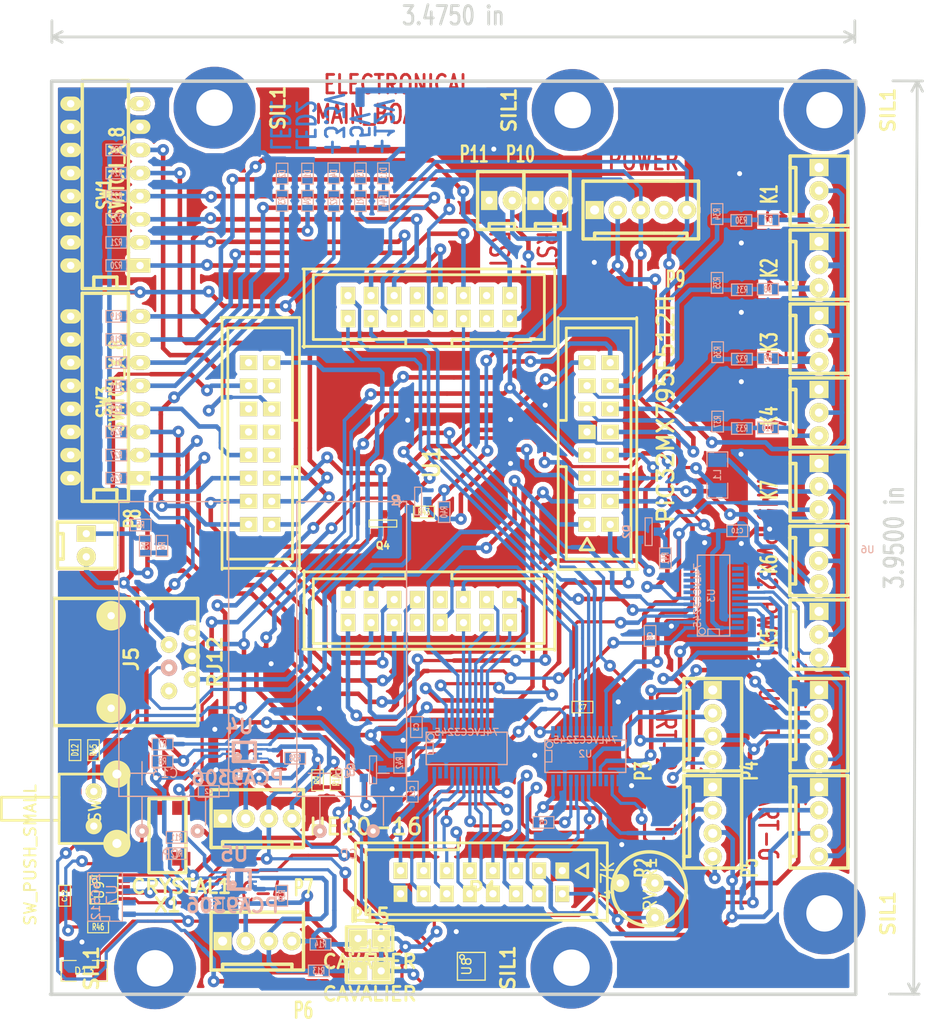
<source format=kicad_pcb>
(kicad_pcb (version 3) (host pcbnew "(2013-jul-07)-stable")
  (title_block (title ELECTRONICAL_MAIN_BOARD_32) (rev "V 1-30") (company "CYBERNETIQUE EN NORD") (comment 1 F4DEB))
  (layers (15 Dessus signal) (0 Dessous signal) (18 B.Paste user) (19 F.Paste user) (20 B.SilkS user) (21 F.SilkS user) (22 B.Mask user) (23 F.Mask user) (28 Edge.Cuts user))
  (net 0 "")
  (net 1 +12V)
  (net 2 +3.3V)
  (net 3 +5V)
  (net 4 /5vto3v3/BE)
  (net 5 /5vto3v3/BRS)
  (net 6 /5vto3v3/BRW)
  (net 7 /5vto3v3/CONTRASTE)
  (net 8 /5vto3v3/D0)
  (net 9 /5vto3v3/D1)
  (net 10 /5vto3v3/D2)
  (net 11 /5vto3v3/D3)
  (net 12 /5vto3v3/D4)
  (net 13 /5vto3v3/D5)
  (net 14 /5vto3v3/D6)
  (net 15 /5vto3v3/D7)
  (net 16 /5vto3v3/E)
  (net 17 /5vto3v3/OC1)
  (net 18 /5vto3v3/OC1-5V)
  (net 19 /5vto3v3/OC2)
  (net 20 /5vto3v3/OC2-5V)
  (net 21 /5vto3v3/OC5)
  (net 22 /5vto3v3/OC5-5V)
  (net 23 /5vto3v3/RS)
  (net 24 /5vto3v3/RW)
  (net 25 /5vto3v3/SCL1)
  (net 26 /5vto3v3/SCL1-5V)
  (net 27 /5vto3v3/SCL4)
  (net 28 /5vto3v3/SCL4-5V)
  (net 29 /5vto3v3/SDA1)
  (net 30 /5vto3v3/SDA1-5V)
  (net 31 /5vto3v3/SDA4)
  (net 32 /5vto3v3/SDA4-5V)
  (net 33 /5vto3v3/U1RX)
  (net 34 /5vto3v3/U1RX-5V)
  (net 35 /5vto3v3/U1TX)
  (net 36 /5vto3v3/U1TX-5V)
  (net 37 /5vto3v3/U2RX)
  (net 38 /5vto3v3/U2RX-5V)
  (net 39 /5vto3v3/U2TX)
  (net 40 /5vto3v3/U2TX-5V)
  (net 41 /5vto3v3/U5RX)
  (net 42 /5vto3v3/U5RX-5V)
  (net 43 /5vto3v3/U5TX)
  (net 44 /5vto3v3/U5TX-5V)
  (net 45 /5vto3v3/U6RX)
  (net 46 /5vto3v3/U6RX-5V)
  (net 47 /5vto3v3/U6TX)
  (net 48 /5vto3v3/U6TX-5V)
  (net 49 /BD0)
  (net 50 /BD1)
  (net 51 /BD2)
  (net 52 /BD3)
  (net 53 /BD4)
  (net 54 /BD5)
  (net 55 /BD6)
  (net 56 /BD7)
  (net 57 /PIC32/CAN1)
  (net 58 /PIC32/CAN2)
  (net 59 /PIC32/CAN3)
  (net 60 /PIC32/CAN4)
  (net 61 /PIC32/GO)
  (net 62 /PIC32/LED1)
  (net 63 /PIC32/LED2)
  (net 64 /PIC32/PGEC1)
  (net 65 /PIC32/PGED1)
  (net 66 /PIC32/RST)
  (net 67 /PIC32/SW0)
  (net 68 /PIC32/SW1)
  (net 69 /PIC32/SW10)
  (net 70 /PIC32/SW11)
  (net 71 /PIC32/SW12)
  (net 72 /PIC32/SW13)
  (net 73 /PIC32/SW2)
  (net 74 /PIC32/SW3)
  (net 75 /PIC32/SW4)
  (net 76 /PIC32/SW5)
  (net 77 /PIC32/SW6)
  (net 78 /PIC32/SW7)
  (net 79 /PIC32/SW8)
  (net 80 /PIC32/SW9)
  (net 81 GND)
  (net 82 N-00000100)
  (net 83 N-00000101)
  (net 84 N-00000102)
  (net 85 N-00000103)
  (net 86 N-00000104)
  (net 87 N-00000105)
  (net 88 N-00000106)
  (net 89 N-00000111)
  (net 90 N-00000112)
  (net 91 N-00000113)
  (net 92 N-00000114)
  (net 93 N-00000115)
  (net 94 N-00000116)
  (net 95 N-00000117)
  (net 96 N-00000129)
  (net 97 N-00000130)
  (net 98 N-00000131)
  (net 99 N-00000132)
  (net 100 N-0000052)
  (net 101 N-0000059)
  (net 102 N-0000063)
  (net 103 N-0000064)
  (net 104 N-0000087)
  (net 105 N-0000092)
  (net 106 N-0000096)
  (net 107 N-0000098)
  (net 108 N-0000099)
  (module SM0603_Capa (layer Dessous) (at 211.836 123.952 90)
    (fp_text reference C11 (at 0 0 90) (layer B.SilkS) (effects (font (size 0.508 0.4572) (thickness 0.1143)) (justify mirror)))
    (fp_text value 100n hide)
    (pad 1 smd rect (at -0.762 0 90) (size 0.635 1.143) (layers Dessous B.Paste B.Mask) (net 3 +5V))
    (pad 2 smd rect (at 0.762 0 90) (size 0.635 1.143) (layers Dessous B.Paste B.Mask) (net 81 GND))
  )
  (module SM0603_Capa (layer Dessous) (at 247.55602 95.28048)
    (fp_text reference C10 (at 0 0) (layer B.SilkS) (effects (font (size 0.508 0.4572) (thickness 0.1143)) (justify mirror)))
    (fp_text value 100n hide)
    (pad 1 smd rect (at -0.762 0) (size 0.635 1.143) (layers Dessous B.Paste B.Mask) (net 3 +5V))
    (pad 2 smd rect (at 0.762 0) (size 0.635 1.143) (layers Dessous B.Paste B.Mask) (net 81 GND))
  )
  (module SM0603_Capa (layer Dessous) (at 237.96752 106.83748 90)
    (fp_text reference C8 (at 0 0 90) (layer B.SilkS) (effects (font (size 0.508 0.4572) (thickness 0.1143)) (justify mirror)))
    (fp_text value 100n hide)
    (pad 1 smd rect (at -0.762 0 90) (size 0.635 1.143) (layers Dessous B.Paste B.Mask) (net 2 +3.3V))
    (pad 2 smd rect (at 0.762 0 90) (size 0.635 1.143) (layers Dessous B.Paste B.Mask) (net 81 GND))
  )
  (module SM0603_Capa (layer Dessus) (at 230.53802 114.64798)
    (fp_text reference C7 (at 0 0) (layer F.SilkS) (effects (font (size 0.508 0.4572) (thickness 0.1143))))
    (fp_text value 100n hide)
    (pad 1 smd rect (at -0.762 0) (size 0.635 1.143) (layers Dessus F.Paste F.Mask) (net 2 +3.3V))
    (pad 2 smd rect (at 0.762 0) (size 0.635 1.143) (layers Dessus F.Paste F.Mask) (net 81 GND))
  )
  (module SM0603 (layer Dessous) (at 200.31202 56.03748 90)
    (fp_text reference D1 (at 0 0 90) (layer B.SilkS) (effects (font (size 0.7112 0.4572) (thickness 0.1143)) (justify mirror)))
    (fp_text value LED hide)
    (pad 1 smd rect (at -0.762 0 90) (size 0.635 1.143) (layers Dessous B.Paste B.Mask) (net 63 /PIC32/LED2))
    (pad 2 smd rect (at 0.762 0 90) (size 0.635 1.143) (layers Dessous B.Paste B.Mask) (net 81 GND))
  )
  (module SM0603 (layer Dessous) (at 197.51802 56.03748 90)
    (fp_text reference D2 (at 0 0 90) (layer B.SilkS) (effects (font (size 0.7112 0.4572) (thickness 0.1143)) (justify mirror)))
    (fp_text value LED hide)
    (pad 1 smd rect (at -0.762 0 90) (size 0.635 1.143) (layers Dessous B.Paste B.Mask) (net 62 /PIC32/LED1))
    (pad 2 smd rect (at 0.762 0 90) (size 0.635 1.143) (layers Dessous B.Paste B.Mask) (net 81 GND))
  )
  (module SM0603 (layer Dessous) (at 206.121 56.007 90)
    (fp_text reference D3 (at 0 0 90) (layer B.SilkS) (effects (font (size 0.7112 0.4572) (thickness 0.1143)) (justify mirror)))
    (fp_text value LED hide)
    (pad 1 smd rect (at -0.762 0 90) (size 0.635 1.143) (layers Dessous B.Paste B.Mask) (net 103 N-0000064))
    (pad 2 smd rect (at 0.762 0 90) (size 0.635 1.143) (layers Dessous B.Paste B.Mask) (net 81 GND))
  )
  (module SM0603 (layer Dessous) (at 203.2 56.007 90)
    (fp_text reference D4 (at 0 0 90) (layer B.SilkS) (effects (font (size 0.7112 0.4572) (thickness 0.1143)) (justify mirror)))
    (fp_text value LED hide)
    (pad 1 smd rect (at -0.762 0 90) (size 0.635 1.143) (layers Dessous B.Paste B.Mask) (net 102 N-0000063))
    (pad 2 smd rect (at 0.762 0 90) (size 0.635 1.143) (layers Dessous B.Paste B.Mask) (net 81 GND))
  )
  (module SM0603 (layer Dessous) (at 182.46852 96.93148 270)
    (fp_text reference D5 (at 0 0 270) (layer B.SilkS) (effects (font (size 0.7112 0.4572) (thickness 0.1143)) (justify mirror)))
    (fp_text value LED hide)
    (pad 1 smd rect (at -0.762 0 270) (size 0.635 1.143) (layers Dessous B.Paste B.Mask) (net 61 /PIC32/GO))
    (pad 2 smd rect (at 0.762 0 270) (size 0.635 1.143) (layers Dessous B.Paste B.Mask) (net 107 N-0000098))
  )
  (module SM0603_Capa (layer Dessous) (at 189.865 136.271)
    (fp_text reference C1 (at 0 0) (layer B.SilkS) (effects (font (size 0.508 0.4572) (thickness 0.1143)) (justify mirror)))
    (fp_text value 100n hide)
    (pad 1 smd rect (at -0.762 0) (size 0.635 1.143) (layers Dessous B.Paste B.Mask) (net 2 +3.3V))
    (pad 2 smd rect (at 0.762 0) (size 0.635 1.143) (layers Dessous B.Paste B.Mask) (net 81 GND))
  )
  (module SM0603_Capa (layer Dessous) (at 189.45352 123.91898)
    (fp_text reference C2 (at 0 0) (layer B.SilkS) (effects (font (size 0.508 0.4572) (thickness 0.1143)) (justify mirror)))
    (fp_text value 100n hide)
    (pad 1 smd rect (at -0.762 0) (size 0.635 1.143) (layers Dessous B.Paste B.Mask) (net 2 +3.3V))
    (pad 2 smd rect (at 0.762 0) (size 0.635 1.143) (layers Dessous B.Paste B.Mask) (net 81 GND))
  )
  (module SM0603_Capa (layer Dessous) (at 192.75552 136.23798 180)
    (fp_text reference C4 (at 0 0 180) (layer B.SilkS) (effects (font (size 0.508 0.4572) (thickness 0.1143)) (justify mirror)))
    (fp_text value 100n hide)
    (pad 1 smd rect (at -0.762 0 180) (size 0.635 1.143) (layers Dessous B.Paste B.Mask) (net 3 +5V))
    (pad 2 smd rect (at 0.762 0 180) (size 0.635 1.143) (layers Dessous B.Paste B.Mask) (net 81 GND))
  )
  (module SM0603_Capa (layer Dessous) (at 226.2505 127.3175)
    (fp_text reference C5 (at 0 0) (layer B.SilkS) (effects (font (size 0.508 0.4572) (thickness 0.1143)) (justify mirror)))
    (fp_text value 100n hide)
    (pad 1 smd rect (at -0.762 0) (size 0.635 1.143) (layers Dessous B.Paste B.Mask) (net 3 +5V))
    (pad 2 smd rect (at 0.762 0) (size 0.635 1.143) (layers Dessous B.Paste B.Mask) (net 81 GND))
  )
  (module SM0603_Capa (layer Dessous) (at 212.2805 116.84 270)
    (fp_text reference C3 (at 0 0 270) (layer B.SilkS) (effects (font (size 0.508 0.4572) (thickness 0.1143)) (justify mirror)))
    (fp_text value 100n hide)
    (pad 1 smd rect (at -0.762 0 270) (size 0.635 1.143) (layers Dessous B.Paste B.Mask) (net 2 +3.3V))
    (pad 2 smd rect (at 0.762 0 270) (size 0.635 1.143) (layers Dessous B.Paste B.Mask) (net 81 GND))
  )
  (module SM0603_Capa (layer Dessous) (at 192.69202 122.39498 180)
    (fp_text reference C6 (at 0 0 180) (layer B.SilkS) (effects (font (size 0.508 0.4572) (thickness 0.1143)) (justify mirror)))
    (fp_text value 100n hide)
    (pad 1 smd rect (at -0.762 0 180) (size 0.635 1.143) (layers Dessous B.Paste B.Mask) (net 3 +5V))
    (pad 2 smd rect (at 0.762 0 180) (size 0.635 1.143) (layers Dessous B.Paste B.Mask) (net 81 GND))
  )
  (module SM0603_Resistor (layer Dessous) (at 184.37352 118.71198)
    (fp_text reference R7 (at 0 0) (layer B.SilkS) (effects (font (size 0.7112 0.4572) (thickness 0.1143)) (justify mirror)))
    (fp_text value 2.1k hide)
    (pad 1 smd rect (at -0.762 0) (size 0.635 1.143) (layers Dessous B.Paste B.Mask) (net 2 +3.3V))
    (pad 2 smd rect (at 0.762 0) (size 0.635 1.143) (layers Dessous B.Paste B.Mask) (net 29 /5vto3v3/SDA1))
  )
  (module SM0603_Resistor (layer Dessous) (at 184.37352 120.61698)
    (fp_text reference R8 (at 0 0) (layer B.SilkS) (effects (font (size 0.7112 0.4572) (thickness 0.1143)) (justify mirror)))
    (fp_text value 2.1k hide)
    (pad 1 smd rect (at -0.762 0) (size 0.635 1.143) (layers Dessous B.Paste B.Mask) (net 2 +3.3V))
    (pad 2 smd rect (at 0.762 0) (size 0.635 1.143) (layers Dessous B.Paste B.Mask) (net 25 /5vto3v3/SCL1))
  )
  (module SM0603_Resistor (layer Dessous) (at 203.2 59.055 90)
    (fp_text reference R2 (at 0 0 90) (layer B.SilkS) (effects (font (size 0.7112 0.4572) (thickness 0.1143)) (justify mirror)))
    (fp_text value 330 hide)
    (pad 1 smd rect (at -0.762 0 90) (size 0.635 1.143) (layers Dessous B.Paste B.Mask) (net 2 +3.3V))
    (pad 2 smd rect (at 0.762 0 90) (size 0.635 1.143) (layers Dessous B.Paste B.Mask) (net 102 N-0000063))
  )
  (module SM0603_Resistor (layer Dessous) (at 206.121 59.055 90)
    (fp_text reference R1 (at 0 0 90) (layer B.SilkS) (effects (font (size 0.7112 0.4572) (thickness 0.1143)) (justify mirror)))
    (fp_text value 1k hide)
    (pad 1 smd rect (at -0.762 0 90) (size 0.635 1.143) (layers Dessous B.Paste B.Mask) (net 3 +5V))
    (pad 2 smd rect (at 0.762 0 90) (size 0.635 1.143) (layers Dessous B.Paste B.Mask) (net 103 N-0000064))
  )
  (module SM0603_Resistor (layer Dessous) (at 185.928 130.7465)
    (fp_text reference R12 (at 0 0) (layer B.SilkS) (effects (font (size 0.7112 0.4572) (thickness 0.1143)) (justify mirror)))
    (fp_text value 2.1k hide)
    (pad 1 smd rect (at -0.762 0) (size 0.635 1.143) (layers Dessous B.Paste B.Mask) (net 2 +3.3V))
    (pad 2 smd rect (at 0.762 0) (size 0.635 1.143) (layers Dessous B.Paste B.Mask) (net 27 /5vto3v3/SCL4))
  )
  (module SM0603_Resistor (layer Dessous) (at 185.928 128.9685)
    (fp_text reference R11 (at 0 0) (layer B.SilkS) (effects (font (size 0.7112 0.4572) (thickness 0.1143)) (justify mirror)))
    (fp_text value 2.1k hide)
    (pad 1 smd rect (at -0.762 0) (size 0.635 1.143) (layers Dessous B.Paste B.Mask) (net 2 +3.3V))
    (pad 2 smd rect (at 0.762 0) (size 0.635 1.143) (layers Dessous B.Paste B.Mask) (net 31 /5vto3v3/SDA4))
  )
  (module SM0603_Resistor (layer Dessus) (at 201.422 122.682 90)
    (fp_text reference R9 (at 0 0 90) (layer F.SilkS) (effects (font (size 0.7112 0.4572) (thickness 0.1143))))
    (fp_text value 1k hide)
    (pad 1 smd rect (at -0.762 0 90) (size 0.635 1.143) (layers Dessus F.Paste F.Mask) (net 3 +5V))
    (pad 2 smd rect (at 0.762 0 90) (size 0.635 1.143) (layers Dessus F.Paste F.Mask) (net 26 /5vto3v3/SCL1-5V))
  )
  (module SM0603_Resistor (layer Dessus) (at 203.454 122.682 90)
    (fp_text reference R10 (at 0 0 90) (layer F.SilkS) (effects (font (size 0.7112 0.4572) (thickness 0.1143))))
    (fp_text value 1k hide)
    (pad 1 smd rect (at -0.762 0 90) (size 0.635 1.143) (layers Dessus F.Paste F.Mask) (net 3 +5V))
    (pad 2 smd rect (at 0.762 0 90) (size 0.635 1.143) (layers Dessus F.Paste F.Mask) (net 30 /5vto3v3/SDA1-5V))
  )
  (module SM0603_Resistor (layer Dessous) (at 201.7395 140.716 180)
    (fp_text reference R14 (at 0 0 180) (layer B.SilkS) (effects (font (size 0.7112 0.4572) (thickness 0.1143)) (justify mirror)))
    (fp_text value 1k hide)
    (pad 1 smd rect (at -0.762 0 180) (size 0.635 1.143) (layers Dessous B.Paste B.Mask) (net 96 N-00000129))
    (pad 2 smd rect (at 0.762 0 180) (size 0.635 1.143) (layers Dessous B.Paste B.Mask) (net 32 /5vto3v3/SDA4-5V))
  )
  (module SM0603_Resistor (layer Dessous) (at 201.549 143.637 180)
    (fp_text reference R13 (at 0 0 180) (layer B.SilkS) (effects (font (size 0.7112 0.4572) (thickness 0.1143)) (justify mirror)))
    (fp_text value 1k hide)
    (pad 1 smd rect (at -0.762 0 180) (size 0.635 1.143) (layers Dessous B.Paste B.Mask) (net 98 N-00000131))
    (pad 2 smd rect (at 0.762 0 180) (size 0.635 1.143) (layers Dessous B.Paste B.Mask) (net 28 /5vto3v3/SCL4-5V))
  )
  (module SM0603_Resistor (layer Dessous) (at 184.31002 96.93148 90)
    (fp_text reference R6 (at 0 0 90) (layer B.SilkS) (effects (font (size 0.7112 0.4572) (thickness 0.1143)) (justify mirror)))
    (fp_text value 330 hide)
    (pad 1 smd rect (at -0.762 0 90) (size 0.635 1.143) (layers Dessous B.Paste B.Mask) (net 107 N-0000098))
    (pad 2 smd rect (at 0.762 0 90) (size 0.635 1.143) (layers Dessous B.Paste B.Mask) (net 81 GND))
  )
  (module SM0603_Resistor (layer Dessous) (at 197.51802 59.02198 90)
    (fp_text reference R3 (at 0 0 90) (layer B.SilkS) (effects (font (size 0.7112 0.4572) (thickness 0.1143)) (justify mirror)))
    (fp_text value 330 hide)
    (pad 1 smd rect (at -0.762 0 90) (size 0.635 1.143) (layers Dessous B.Paste B.Mask) (net 108 N-0000099))
    (pad 2 smd rect (at 0.762 0 90) (size 0.635 1.143) (layers Dessous B.Paste B.Mask) (net 62 /PIC32/LED1))
  )
  (module SM0603_Resistor (layer Dessous) (at 179.29352 79.34198)
    (fp_text reference R16 (at 0 0) (layer B.SilkS) (effects (font (size 0.7112 0.4572) (thickness 0.1143)) (justify mirror)))
    (fp_text value 10K hide)
    (pad 1 smd rect (at -0.762 0) (size 0.635 1.143) (layers Dessous B.Paste B.Mask) (net 2 +3.3V))
    (pad 2 smd rect (at 0.762 0) (size 0.635 1.143) (layers Dessous B.Paste B.Mask) (net 75 /PIC32/SW4))
  )
  (module SM0603_Resistor (layer Dessous) (at 179.29352 76.80198)
    (fp_text reference R17 (at 0 0) (layer B.SilkS) (effects (font (size 0.7112 0.4572) (thickness 0.1143)) (justify mirror)))
    (fp_text value 10K hide)
    (pad 1 smd rect (at -0.762 0) (size 0.635 1.143) (layers Dessous B.Paste B.Mask) (net 2 +3.3V))
    (pad 2 smd rect (at 0.762 0) (size 0.635 1.143) (layers Dessous B.Paste B.Mask) (net 76 /PIC32/SW5))
  )
  (module SM0603_Resistor (layer Dessous) (at 179.29352 74.26198)
    (fp_text reference R18 (at 0 0) (layer B.SilkS) (effects (font (size 0.7112 0.4572) (thickness 0.1143)) (justify mirror)))
    (fp_text value 10K hide)
    (pad 1 smd rect (at -0.762 0) (size 0.635 1.143) (layers Dessous B.Paste B.Mask) (net 2 +3.3V))
    (pad 2 smd rect (at 0.762 0) (size 0.635 1.143) (layers Dessous B.Paste B.Mask) (net 77 /PIC32/SW6))
  )
  (module SM0603_Resistor (layer Dessous) (at 179.29352 71.72198)
    (fp_text reference R19 (at 0 0) (layer B.SilkS) (effects (font (size 0.7112 0.4572) (thickness 0.1143)) (justify mirror)))
    (fp_text value 10K hide)
    (pad 1 smd rect (at -0.762 0) (size 0.635 1.143) (layers Dessous B.Paste B.Mask) (net 2 +3.3V))
    (pad 2 smd rect (at 0.762 0) (size 0.635 1.143) (layers Dessous B.Paste B.Mask) (net 78 /PIC32/SW7))
  )
  (module SM0603_Resistor (layer Dessous) (at 179.29352 66.13398)
    (fp_text reference R20 (at 0 0) (layer B.SilkS) (effects (font (size 0.7112 0.4572) (thickness 0.1143)) (justify mirror)))
    (fp_text value 10K hide)
    (pad 1 smd rect (at -0.762 0) (size 0.635 1.143) (layers Dessous B.Paste B.Mask) (net 2 +3.3V))
    (pad 2 smd rect (at 0.762 0) (size 0.635 1.143) (layers Dessous B.Paste B.Mask) (net 79 /PIC32/SW8))
  )
  (module SM0603_Resistor (layer Dessous) (at 181.96052 94.64548)
    (fp_text reference R5 (at 0 0) (layer B.SilkS) (effects (font (size 0.7112 0.4572) (thickness 0.1143)) (justify mirror)))
    (fp_text value 10K hide)
    (pad 1 smd rect (at -0.762 0) (size 0.635 1.143) (layers Dessous B.Paste B.Mask) (net 61 /PIC32/GO))
    (pad 2 smd rect (at 0.762 0) (size 0.635 1.143) (layers Dessous B.Paste B.Mask) (net 81 GND))
  )
  (module SM0603_Resistor (layer Dessous) (at 179.29352 61.05398)
    (fp_text reference R22 (at 0 0) (layer B.SilkS) (effects (font (size 0.7112 0.4572) (thickness 0.1143)) (justify mirror)))
    (fp_text value 10K hide)
    (pad 1 smd rect (at -0.762 0) (size 0.635 1.143) (layers Dessous B.Paste B.Mask) (net 2 +3.3V))
    (pad 2 smd rect (at 0.762 0) (size 0.635 1.143) (layers Dessous B.Paste B.Mask) (net 69 /PIC32/SW10))
  )
  (module SM0603_Resistor (layer Dessous) (at 179.29352 58.51398)
    (fp_text reference R23 (at 0 0) (layer B.SilkS) (effects (font (size 0.7112 0.4572) (thickness 0.1143)) (justify mirror)))
    (fp_text value 10K hide)
    (pad 1 smd rect (at -0.762 0) (size 0.635 1.143) (layers Dessous B.Paste B.Mask) (net 2 +3.3V))
    (pad 2 smd rect (at 0.762 0) (size 0.635 1.143) (layers Dessous B.Paste B.Mask) (net 70 /PIC32/SW11))
  )
  (module SM0603_Resistor (layer Dessous) (at 179.29352 55.97398)
    (fp_text reference R24 (at 0 0) (layer B.SilkS) (effects (font (size 0.7112 0.4572) (thickness 0.1143)) (justify mirror)))
    (fp_text value 10K hide)
    (pad 1 smd rect (at -0.762 0) (size 0.635 1.143) (layers Dessous B.Paste B.Mask) (net 2 +3.3V))
    (pad 2 smd rect (at 0.762 0) (size 0.635 1.143) (layers Dessous B.Paste B.Mask) (net 71 /PIC32/SW12))
  )
  (module SM0603_Resistor (layer Dessous) (at 179.29352 53.43398)
    (fp_text reference R25 (at 0 0) (layer B.SilkS) (effects (font (size 0.7112 0.4572) (thickness 0.1143)) (justify mirror)))
    (fp_text value 10K hide)
    (pad 1 smd rect (at -0.762 0) (size 0.635 1.143) (layers Dessous B.Paste B.Mask) (net 2 +3.3V))
    (pad 2 smd rect (at 0.762 0) (size 0.635 1.143) (layers Dessous B.Paste B.Mask) (net 72 /PIC32/SW13))
  )
  (module SM0603_Resistor (layer Dessous) (at 179.29352 89.50198)
    (fp_text reference R26 (at 0 0) (layer B.SilkS) (effects (font (size 0.7112 0.4572) (thickness 0.1143)) (justify mirror)))
    (fp_text value 10K hide)
    (pad 1 smd rect (at -0.762 0) (size 0.635 1.143) (layers Dessous B.Paste B.Mask) (net 2 +3.3V))
    (pad 2 smd rect (at 0.762 0) (size 0.635 1.143) (layers Dessous B.Paste B.Mask) (net 67 /PIC32/SW0))
  )
  (module SM0603_Resistor (layer Dessous) (at 179.29352 86.96198)
    (fp_text reference R27 (at 0 0) (layer B.SilkS) (effects (font (size 0.7112 0.4572) (thickness 0.1143)) (justify mirror)))
    (fp_text value 10K hide)
    (pad 1 smd rect (at -0.762 0) (size 0.635 1.143) (layers Dessous B.Paste B.Mask) (net 2 +3.3V))
    (pad 2 smd rect (at 0.762 0) (size 0.635 1.143) (layers Dessous B.Paste B.Mask) (net 68 /PIC32/SW1))
  )
  (module SM0603_Resistor (layer Dessous) (at 179.29352 84.42198)
    (fp_text reference R28 (at 0 0) (layer B.SilkS) (effects (font (size 0.7112 0.4572) (thickness 0.1143)) (justify mirror)))
    (fp_text value 10K hide)
    (pad 1 smd rect (at -0.762 0) (size 0.635 1.143) (layers Dessous B.Paste B.Mask) (net 2 +3.3V))
    (pad 2 smd rect (at 0.762 0) (size 0.635 1.143) (layers Dessous B.Paste B.Mask) (net 73 /PIC32/SW2))
  )
  (module SM0603_Resistor (layer Dessous) (at 179.29352 81.88198)
    (fp_text reference R29 (at 0 0) (layer B.SilkS) (effects (font (size 0.7112 0.4572) (thickness 0.1143)) (justify mirror)))
    (fp_text value 10K hide)
    (pad 1 smd rect (at -0.762 0) (size 0.635 1.143) (layers Dessous B.Paste B.Mask) (net 2 +3.3V))
    (pad 2 smd rect (at 0.762 0) (size 0.635 1.143) (layers Dessous B.Paste B.Mask) (net 74 /PIC32/SW3))
  )
  (module SM0603_Resistor (layer Dessous) (at 200.31202 59.02198 90)
    (fp_text reference R4 (at 0 0 90) (layer B.SilkS) (effects (font (size 0.7112 0.4572) (thickness 0.1143)) (justify mirror)))
    (fp_text value 330 hide)
    (pad 1 smd rect (at -0.762 0 90) (size 0.635 1.143) (layers Dessous B.Paste B.Mask) (net 105 N-0000092))
    (pad 2 smd rect (at 0.762 0 90) (size 0.635 1.143) (layers Dessous B.Paste B.Mask) (net 63 /PIC32/LED2))
  )
  (module SM0603_Resistor (layer Dessous) (at 179.29352 63.59398)
    (fp_text reference R21 (at 0 0) (layer B.SilkS) (effects (font (size 0.7112 0.4572) (thickness 0.1143)) (justify mirror)))
    (fp_text value 10K hide)
    (pad 1 smd rect (at -0.762 0) (size 0.635 1.143) (layers Dessous B.Paste B.Mask) (net 2 +3.3V))
    (pad 2 smd rect (at 0.762 0) (size 0.635 1.143) (layers Dessous B.Paste B.Mask) (net 80 /PIC32/SW9))
  )
  (module SM1206 (layer Dessous) (at 245.364 89.154 90)
    (fp_text reference L1 (at 0 0 90) (layer B.SilkS) (effects (font (size 0.762 0.762) (thickness 0.127)) (justify mirror)))
    (fp_text value 15uH hide)
    (pad 1 smd rect (at -1.651 0 90) (size 1.524 2.032) (layers Dessous B.Paste B.Mask) (net 3 +5V))
    (pad 2 smd rect (at 1.651 0 90) (size 1.524 2.032) (layers Dessous B.Paste B.Mask) (net 101 N-0000059))
  )
  (module SSOP24 (layer Dessous) (at 217.805 119.1895)
    (fp_text reference U6 (at 44.069 -21.844) (layer B.SilkS) (effects (font (size 0.762 0.762) (thickness 0.127)) (justify mirror)))
    (fp_text value 74LVCC3245 (at 0 -1.778) (layer B.SilkS) (effects (font (size 0.762 0.762) (thickness 0.127)) (justify mirror)))
    (pad 1 smd rect (at -3.556 -2.667) (size 0.4064 1.27) (layers Dessous B.Paste B.Mask) (net 2 +3.3V))
    (pad 2 smd rect (at -2.921 -2.667) (size 0.4064 1.27) (layers Dessous B.Paste B.Mask) (net 99 N-00000132))
    (pad 3 smd rect (at -2.2606 -2.667) (size 0.4064 1.27) (layers Dessous B.Paste B.Mask) (net 15 /5vto3v3/D7))
    (pad 4 smd rect (at -1.6002 -2.667) (size 0.4064 1.27) (layers Dessous B.Paste B.Mask) (net 14 /5vto3v3/D6))
    (pad 5 smd rect (at -0.9652 -2.667) (size 0.4064 1.27) (layers Dessous B.Paste B.Mask) (net 13 /5vto3v3/D5))
    (pad 6 smd rect (at -0.3048 -2.667) (size 0.4064 1.27) (layers Dessous B.Paste B.Mask) (net 8 /5vto3v3/D0))
    (pad 7 smd rect (at 0.3556 -2.667) (size 0.4064 1.27) (layers Dessous B.Paste B.Mask) (net 10 /5vto3v3/D2))
    (pad 8 smd rect (at 0.9906 -2.667) (size 0.4064 1.27) (layers Dessous B.Paste B.Mask) (net 9 /5vto3v3/D1))
    (pad 9 smd rect (at 1.651 -2.667) (size 0.4064 1.27) (layers Dessous B.Paste B.Mask) (net 12 /5vto3v3/D4))
    (pad 10 smd rect (at 2.286 -2.667) (size 0.4064 1.27) (layers Dessous B.Paste B.Mask) (net 11 /5vto3v3/D3))
    (pad 11 smd rect (at 2.9464 -2.667) (size 0.4064 1.27) (layers Dessous B.Paste B.Mask) (net 81 GND))
    (pad 12 smd rect (at 3.6068 -2.667) (size 0.4064 1.27) (layers Dessous B.Paste B.Mask) (net 81 GND))
    (pad 13 smd rect (at 3.6322 2.667) (size 0.4064 1.27) (layers Dessous B.Paste B.Mask) (net 81 GND))
    (pad 14 smd rect (at 2.9464 2.667) (size 0.4064 1.27) (layers Dessous B.Paste B.Mask) (net 52 /BD3))
    (pad 15 smd rect (at 2.286 2.667) (size 0.4064 1.27) (layers Dessous B.Paste B.Mask) (net 53 /BD4))
    (pad 16 smd rect (at 1.651 2.667) (size 0.4064 1.27) (layers Dessous B.Paste B.Mask) (net 50 /BD1))
    (pad 17 smd rect (at 0.9906 2.667) (size 0.4064 1.27) (layers Dessous B.Paste B.Mask) (net 51 /BD2))
    (pad 18 smd rect (at 0.3556 2.667) (size 0.4064 1.27) (layers Dessous B.Paste B.Mask) (net 49 /BD0))
    (pad 19 smd rect (at -0.3048 2.667) (size 0.4064 1.27) (layers Dessous B.Paste B.Mask) (net 54 /BD5))
    (pad 20 smd rect (at -0.9652 2.667) (size 0.4064 1.27) (layers Dessous B.Paste B.Mask) (net 55 /BD6))
    (pad 21 smd rect (at -1.6002 2.667) (size 0.4064 1.27) (layers Dessous B.Paste B.Mask) (net 56 /BD7))
    (pad 22 smd rect (at -2.2606 2.667) (size 0.4064 1.27) (layers Dessous B.Paste B.Mask) (net 81 GND))
    (pad 23 smd rect (at -2.921 2.667) (size 0.4064 1.27) (layers Dessous B.Paste B.Mask))
    (pad 24 smd rect (at -3.556 2.667) (size 0.4064 1.27) (layers Dessous B.Paste B.Mask) (net 3 +5V))
  )
  (module SSOP24 (layer Dessous) (at 244.95252 102.39248 90)
    (fp_text reference U3 (at 0 -0.254 90) (layer B.SilkS) (effects (font (size 0.762 0.762) (thickness 0.127)) (justify mirror)))
    (fp_text value 74LVCC3245 (at 0 -1.778 90) (layer B.SilkS) (effects (font (size 0.762 0.762) (thickness 0.127)) (justify mirror)))
    (pad 1 smd rect (at -3.556 -2.667 90) (size 0.4064 1.27) (layers Dessous B.Paste B.Mask) (net 2 +3.3V))
    (pad 2 smd rect (at -2.921 -2.667 90) (size 0.4064 1.27) (layers Dessous B.Paste B.Mask) (net 81 GND))
    (pad 3 smd rect (at -2.2606 -2.667 90) (size 0.4064 1.27) (layers Dessous B.Paste B.Mask) (net 33 /5vto3v3/U1RX))
    (pad 4 smd rect (at -1.6002 -2.667 90) (size 0.4064 1.27) (layers Dessous B.Paste B.Mask) (net 37 /5vto3v3/U2RX))
    (pad 5 smd rect (at -0.9652 -2.667 90) (size 0.4064 1.27) (layers Dessous B.Paste B.Mask) (net 41 /5vto3v3/U5RX))
    (pad 6 smd rect (at -0.3048 -2.667 90) (size 0.4064 1.27) (layers Dessous B.Paste B.Mask) (net 45 /5vto3v3/U6RX))
    (pad 7 smd rect (at 0.3556 -2.667 90) (size 0.4064 1.27) (layers Dessous B.Paste B.Mask))
    (pad 8 smd rect (at 0.9906 -2.667 90) (size 0.4064 1.27) (layers Dessous B.Paste B.Mask))
    (pad 9 smd rect (at 1.651 -2.667 90) (size 0.4064 1.27) (layers Dessous B.Paste B.Mask))
    (pad 10 smd rect (at 2.286 -2.667 90) (size 0.4064 1.27) (layers Dessous B.Paste B.Mask))
    (pad 11 smd rect (at 2.9464 -2.667 90) (size 0.4064 1.27) (layers Dessous B.Paste B.Mask) (net 81 GND))
    (pad 12 smd rect (at 3.6068 -2.667 90) (size 0.4064 1.27) (layers Dessous B.Paste B.Mask) (net 81 GND))
    (pad 13 smd rect (at 3.6322 2.667 90) (size 0.4064 1.27) (layers Dessous B.Paste B.Mask) (net 81 GND))
    (pad 14 smd rect (at 2.9464 2.667 90) (size 0.4064 1.27) (layers Dessous B.Paste B.Mask))
    (pad 15 smd rect (at 2.286 2.667 90) (size 0.4064 1.27) (layers Dessous B.Paste B.Mask))
    (pad 16 smd rect (at 1.651 2.667 90) (size 0.4064 1.27) (layers Dessous B.Paste B.Mask))
    (pad 17 smd rect (at 0.9906 2.667 90) (size 0.4064 1.27) (layers Dessous B.Paste B.Mask))
    (pad 18 smd rect (at 0.3556 2.667 90) (size 0.4064 1.27) (layers Dessous B.Paste B.Mask) (net 46 /5vto3v3/U6RX-5V))
    (pad 19 smd rect (at -0.3048 2.667 90) (size 0.4064 1.27) (layers Dessous B.Paste B.Mask) (net 42 /5vto3v3/U5RX-5V))
    (pad 20 smd rect (at -0.9652 2.667 90) (size 0.4064 1.27) (layers Dessous B.Paste B.Mask) (net 38 /5vto3v3/U2RX-5V))
    (pad 21 smd rect (at -1.6002 2.667 90) (size 0.4064 1.27) (layers Dessous B.Paste B.Mask) (net 34 /5vto3v3/U1RX-5V))
    (pad 22 smd rect (at -2.2606 2.667 90) (size 0.4064 1.27) (layers Dessous B.Paste B.Mask) (net 81 GND))
    (pad 23 smd rect (at -2.921 2.667 90) (size 0.4064 1.27) (layers Dessous B.Paste B.Mask))
    (pad 24 smd rect (at -3.556 2.667 90) (size 0.4064 1.27) (layers Dessous B.Paste B.Mask) (net 3 +5V))
  )
  (module SSOP24 (layer Dessous) (at 230.85552 120.04548)
    (fp_text reference U2 (at 0 -0.254) (layer B.SilkS) (effects (font (size 0.762 0.762) (thickness 0.127)) (justify mirror)))
    (fp_text value 74LVCC3245 (at 0 -1.778) (layer B.SilkS) (effects (font (size 0.762 0.762) (thickness 0.127)) (justify mirror)))
    (pad 1 smd rect (at -3.556 -2.667) (size 0.4064 1.27) (layers Dessous B.Paste B.Mask) (net 2 +3.3V))
    (pad 2 smd rect (at -2.921 -2.667) (size 0.4064 1.27) (layers Dessous B.Paste B.Mask) (net 2 +3.3V))
    (pad 3 smd rect (at -2.2606 -2.667) (size 0.4064 1.27) (layers Dessous B.Paste B.Mask) (net 24 /5vto3v3/RW))
    (pad 4 smd rect (at -1.6002 -2.667) (size 0.4064 1.27) (layers Dessous B.Paste B.Mask) (net 23 /5vto3v3/RS))
    (pad 5 smd rect (at -0.9652 -2.667) (size 0.4064 1.27) (layers Dessous B.Paste B.Mask) (net 16 /5vto3v3/E))
    (pad 6 smd rect (at -0.3048 -2.667) (size 0.4064 1.27) (layers Dessous B.Paste B.Mask) (net 35 /5vto3v3/U1TX))
    (pad 7 smd rect (at 0.3556 -2.667) (size 0.4064 1.27) (layers Dessous B.Paste B.Mask) (net 39 /5vto3v3/U2TX))
    (pad 8 smd rect (at 0.9906 -2.667) (size 0.4064 1.27) (layers Dessous B.Paste B.Mask) (net 43 /5vto3v3/U5TX))
    (pad 9 smd rect (at 1.651 -2.667) (size 0.4064 1.27) (layers Dessous B.Paste B.Mask))
    (pad 10 smd rect (at 2.286 -2.667) (size 0.4064 1.27) (layers Dessous B.Paste B.Mask) (net 47 /5vto3v3/U6TX))
    (pad 11 smd rect (at 2.9464 -2.667) (size 0.4064 1.27) (layers Dessous B.Paste B.Mask) (net 81 GND))
    (pad 12 smd rect (at 3.6068 -2.667) (size 0.4064 1.27) (layers Dessous B.Paste B.Mask) (net 81 GND))
    (pad 13 smd rect (at 3.6322 2.667) (size 0.4064 1.27) (layers Dessous B.Paste B.Mask) (net 81 GND))
    (pad 14 smd rect (at 2.9464 2.667) (size 0.4064 1.27) (layers Dessous B.Paste B.Mask) (net 48 /5vto3v3/U6TX-5V))
    (pad 15 smd rect (at 2.286 2.667) (size 0.4064 1.27) (layers Dessous B.Paste B.Mask))
    (pad 16 smd rect (at 1.651 2.667) (size 0.4064 1.27) (layers Dessous B.Paste B.Mask) (net 44 /5vto3v3/U5TX-5V))
    (pad 17 smd rect (at 0.9906 2.667) (size 0.4064 1.27) (layers Dessous B.Paste B.Mask) (net 40 /5vto3v3/U2TX-5V))
    (pad 18 smd rect (at 0.3556 2.667) (size 0.4064 1.27) (layers Dessous B.Paste B.Mask) (net 36 /5vto3v3/U1TX-5V))
    (pad 19 smd rect (at -0.3048 2.667) (size 0.4064 1.27) (layers Dessous B.Paste B.Mask) (net 4 /5vto3v3/BE))
    (pad 20 smd rect (at -0.9652 2.667) (size 0.4064 1.27) (layers Dessous B.Paste B.Mask) (net 5 /5vto3v3/BRS))
    (pad 21 smd rect (at -1.6002 2.667) (size 0.4064 1.27) (layers Dessous B.Paste B.Mask) (net 6 /5vto3v3/BRW))
    (pad 22 smd rect (at -2.2606 2.667) (size 0.4064 1.27) (layers Dessous B.Paste B.Mask) (net 81 GND))
    (pad 23 smd rect (at -2.921 2.667) (size 0.4064 1.27) (layers Dessous B.Paste B.Mask))
    (pad 24 smd rect (at -3.556 2.667) (size 0.4064 1.27) (layers Dessous B.Paste B.Mask) (net 3 +5V))
  )
  (module SW (layer Dessus) (at 176.81702 129.63398 90)
    (fp_text reference SW2 (at 4.191 0.127 90) (layer F.SilkS) (effects (font (size 1.27 1.27) (thickness 0.2032))))
    (fp_text value SW_PUSH_SMALL (at -1.27 -6.985 90) (layer F.SilkS) (effects (font (size 1.27 1.27) (thickness 0.2032))))
    (pad 1 thru_hole circle (at 1.905 0 90) (size 1.80086 1.80086) (drill 0.8001) (layers *.Cu *.Mask F.SilkS) (net 81 GND))
    (pad 2 thru_hole circle (at 5.715 0 90) (size 1.80086 1.80086) (drill 0.8001) (layers *.Cu *.Mask F.SilkS) (net 66 /PIC32/RST))
    (pad 3 thru_hole circle (at 0 2.54 90) (size 2.99974 2.99974) (drill 1.00076) (layers *.Cu *.Mask F.SilkS) (net 81 GND))
    (pad 4 thru_hole oval (at 7.62 2.54 90) (size 2.99974 2.99974) (drill 1.00076) (layers *.Cu *.Mask F.SilkS) (net 81 GND))
  )
  (module DIP-16__300_ELL (layer Dessus) (at 178.08702 80.61198 90)
    (fp_text reference SW3 (at -0.508 -0.127 90) (layer F.SilkS) (effects (font (size 1.524 1.143) (thickness 0.28702))))
    (fp_text value SWITCH_X_8 (at 1.27 1.27 90) (layer F.SilkS) (effects (font (size 1.524 1.143) (thickness 0.28702))))
    (pad 1 thru_hole rect (at -8.89 3.81 90) (size 1.5748 2.286) (drill 0.8128) (layers *.Cu *.Mask F.SilkS) (net 67 /PIC32/SW0))
    (pad 2 thru_hole oval (at -6.35 3.81 90) (size 1.5748 2.286) (drill 0.8128) (layers *.Cu *.Mask F.SilkS) (net 68 /PIC32/SW1))
    (pad 3 thru_hole oval (at -3.81 3.81 90) (size 1.5748 2.286) (drill 0.8128) (layers *.Cu *.Mask F.SilkS) (net 73 /PIC32/SW2))
    (pad 4 thru_hole oval (at -1.27 3.81 90) (size 1.5748 2.286) (drill 0.8128) (layers *.Cu *.Mask F.SilkS) (net 74 /PIC32/SW3))
    (pad 5 thru_hole oval (at 1.27 3.81 90) (size 1.5748 2.286) (drill 0.8128) (layers *.Cu *.Mask F.SilkS) (net 75 /PIC32/SW4))
    (pad 6 thru_hole oval (at 3.81 3.81 90) (size 1.5748 2.286) (drill 0.8128) (layers *.Cu *.Mask F.SilkS) (net 76 /PIC32/SW5))
    (pad 7 thru_hole oval (at 6.35 3.81 90) (size 1.5748 2.286) (drill 0.8128) (layers *.Cu *.Mask F.SilkS) (net 77 /PIC32/SW6))
    (pad 8 thru_hole oval (at 8.89 3.81 90) (size 1.5748 2.286) (drill 0.8128) (layers *.Cu *.Mask F.SilkS) (net 78 /PIC32/SW7))
    (pad 9 thru_hole oval (at 8.89 -3.81 90) (size 1.5748 2.286) (drill 0.8128) (layers *.Cu *.Mask F.SilkS) (net 81 GND))
    (pad 10 thru_hole oval (at 6.35 -3.81 90) (size 1.5748 2.286) (drill 0.8128) (layers *.Cu *.Mask F.SilkS) (net 81 GND))
    (pad 11 thru_hole oval (at 3.81 -3.81 90) (size 1.5748 2.286) (drill 0.8128) (layers *.Cu *.Mask F.SilkS) (net 81 GND))
    (pad 12 thru_hole oval (at 1.27 -3.81 90) (size 1.5748 2.286) (drill 0.8128) (layers *.Cu *.Mask F.SilkS) (net 81 GND))
    (pad 13 thru_hole oval (at -1.27 -3.81 90) (size 1.5748 2.286) (drill 0.8128) (layers *.Cu *.Mask F.SilkS) (net 81 GND))
    (pad 14 thru_hole oval (at -3.81 -3.81 90) (size 1.5748 2.286) (drill 0.8128) (layers *.Cu *.Mask F.SilkS) (net 81 GND))
    (pad 15 thru_hole oval (at -6.35 -3.81 90) (size 1.5748 2.286) (drill 0.8128) (layers *.Cu *.Mask F.SilkS) (net 81 GND))
    (pad 16 thru_hole oval (at -8.89 -3.81 90) (size 1.5748 2.286) (drill 0.8128) (layers *.Cu *.Mask F.SilkS) (net 81 GND))
  )
  (module DIP-16__300_ELL (layer Dessus) (at 178.08702 57.24398 90)
    (fp_text reference SW1 (at -1.016 -0.127 90) (layer F.SilkS) (effects (font (size 1.524 1.143) (thickness 0.28702))))
    (fp_text value SWITCH_X_8 (at 1.27 1.27 90) (layer F.SilkS) (effects (font (size 1.524 1.143) (thickness 0.28702))))
    (pad 1 thru_hole rect (at -8.89 3.81 90) (size 1.5748 2.286) (drill 0.8128) (layers *.Cu *.Mask F.SilkS) (net 79 /PIC32/SW8))
    (pad 2 thru_hole oval (at -6.35 3.81 90) (size 1.5748 2.286) (drill 0.8128) (layers *.Cu *.Mask F.SilkS) (net 80 /PIC32/SW9))
    (pad 3 thru_hole oval (at -3.81 3.81 90) (size 1.5748 2.286) (drill 0.8128) (layers *.Cu *.Mask F.SilkS) (net 69 /PIC32/SW10))
    (pad 4 thru_hole oval (at -1.27 3.81 90) (size 1.5748 2.286) (drill 0.8128) (layers *.Cu *.Mask F.SilkS) (net 70 /PIC32/SW11))
    (pad 5 thru_hole oval (at 1.27 3.81 90) (size 1.5748 2.286) (drill 0.8128) (layers *.Cu *.Mask F.SilkS) (net 71 /PIC32/SW12))
    (pad 6 thru_hole oval (at 3.81 3.81 90) (size 1.5748 2.286) (drill 0.8128) (layers *.Cu *.Mask F.SilkS) (net 72 /PIC32/SW13))
    (pad 7 thru_hole oval (at 6.35 3.81 90) (size 1.5748 2.286) (drill 0.8128) (layers *.Cu *.Mask F.SilkS) (net 81 GND))
    (pad 8 thru_hole oval (at 8.89 3.81 90) (size 1.5748 2.286) (drill 0.8128) (layers *.Cu *.Mask F.SilkS))
    (pad 9 thru_hole oval (at 8.89 -3.81 90) (size 1.5748 2.286) (drill 0.8128) (layers *.Cu *.Mask F.SilkS) (net 81 GND))
    (pad 10 thru_hole oval (at 6.35 -3.81 90) (size 1.5748 2.286) (drill 0.8128) (layers *.Cu *.Mask F.SilkS) (net 81 GND))
    (pad 11 thru_hole oval (at 3.81 -3.81 90) (size 1.5748 2.286) (drill 0.8128) (layers *.Cu *.Mask F.SilkS) (net 81 GND))
    (pad 12 thru_hole oval (at 1.27 -3.81 90) (size 1.5748 2.286) (drill 0.8128) (layers *.Cu *.Mask F.SilkS) (net 81 GND))
    (pad 13 thru_hole oval (at -1.27 -3.81 90) (size 1.5748 2.286) (drill 0.8128) (layers *.Cu *.Mask F.SilkS) (net 81 GND))
    (pad 14 thru_hole oval (at -3.81 -3.81 90) (size 1.5748 2.286) (drill 0.8128) (layers *.Cu *.Mask F.SilkS) (net 81 GND))
    (pad 15 thru_hole oval (at -6.35 -3.81 90) (size 1.5748 2.286) (drill 0.8128) (layers *.Cu *.Mask F.SilkS) (net 81 GND))
    (pad 16 thru_hole oval (at -8.89 -3.81 90) (size 1.5748 2.286) (drill 0.8128) (layers *.Cu *.Mask F.SilkS) (net 81 GND))
  )
  (module SM0603_Resistor (layer Dessous) (at 248.00052 61.18098 180)
    (fp_text reference R30 (at 0 0 180) (layer B.SilkS) (effects (font (size 0.7112 0.4572) (thickness 0.1143)) (justify mirror)))
    (fp_text value 3.2k hide)
    (pad 1 smd rect (at -0.762 0 180) (size 0.635 1.143) (layers Dessous B.Paste B.Mask) (net 84 N-00000102))
    (pad 2 smd rect (at 0.762 0 180) (size 0.635 1.143) (layers Dessous B.Paste B.Mask) (net 106 N-0000096))
  )
  (module SM0603_Resistor (layer Dessous) (at 248.06402 68.80098 180)
    (fp_text reference R31 (at 0 0 180) (layer B.SilkS) (effects (font (size 0.7112 0.4572) (thickness 0.1143)) (justify mirror)))
    (fp_text value 3.2k hide)
    (pad 1 smd rect (at -0.762 0 180) (size 0.635 1.143) (layers Dessous B.Paste B.Mask) (net 82 N-00000100))
    (pad 2 smd rect (at 0.762 0 180) (size 0.635 1.143) (layers Dessous B.Paste B.Mask) (net 85 N-00000103))
  )
  (module SM0603_Resistor (layer Dessous) (at 248.06402 76.42098 180)
    (fp_text reference R32 (at 0 0 180) (layer B.SilkS) (effects (font (size 0.7112 0.4572) (thickness 0.1143)) (justify mirror)))
    (fp_text value 3.2k hide)
    (pad 1 smd rect (at -0.762 0 180) (size 0.635 1.143) (layers Dessous B.Paste B.Mask) (net 87 N-00000105))
    (pad 2 smd rect (at 0.762 0 180) (size 0.635 1.143) (layers Dessous B.Paste B.Mask) (net 104 N-0000087))
  )
  (module SM0603_Resistor (layer Dessous) (at 248.06402 84.04098 180)
    (fp_text reference R33 (at 0 0 180) (layer B.SilkS) (effects (font (size 0.7112 0.4572) (thickness 0.1143)) (justify mirror)))
    (fp_text value 3.2k hide)
    (pad 1 smd rect (at -0.762 0 180) (size 0.635 1.143) (layers Dessous B.Paste B.Mask) (net 83 N-00000101))
    (pad 2 smd rect (at 0.762 0 180) (size 0.635 1.143) (layers Dessous B.Paste B.Mask) (net 86 N-00000104))
  )
  (module SM0603_Resistor (layer Dessous) (at 245.33352 60.48248 90)
    (fp_text reference R34 (at 0 0 90) (layer B.SilkS) (effects (font (size 0.7112 0.4572) (thickness 0.1143)) (justify mirror)))
    (fp_text value 1.5k hide)
    (pad 1 smd rect (at -0.762 0 90) (size 0.635 1.143) (layers Dessous B.Paste B.Mask) (net 106 N-0000096))
    (pad 2 smd rect (at 0.762 0 90) (size 0.635 1.143) (layers Dessous B.Paste B.Mask) (net 81 GND))
  )
  (module SM0603_Resistor (layer Dessous) (at 245.33352 68.03898 90)
    (fp_text reference R35 (at 0 0 90) (layer B.SilkS) (effects (font (size 0.7112 0.4572) (thickness 0.1143)) (justify mirror)))
    (fp_text value 1.5k hide)
    (pad 1 smd rect (at -0.762 0 90) (size 0.635 1.143) (layers Dessous B.Paste B.Mask) (net 85 N-00000103))
    (pad 2 smd rect (at 0.762 0 90) (size 0.635 1.143) (layers Dessous B.Paste B.Mask) (net 81 GND))
  )
  (module SM0603_Resistor (layer Dessous) (at 245.39702 75.65898 90)
    (fp_text reference R36 (at 0 0 90) (layer B.SilkS) (effects (font (size 0.7112 0.4572) (thickness 0.1143)) (justify mirror)))
    (fp_text value 1.5k hide)
    (pad 1 smd rect (at -0.762 0 90) (size 0.635 1.143) (layers Dessous B.Paste B.Mask) (net 104 N-0000087))
    (pad 2 smd rect (at 0.762 0 90) (size 0.635 1.143) (layers Dessous B.Paste B.Mask) (net 81 GND))
  )
  (module SM0603_Resistor (layer Dessous) (at 245.39702 83.27898 90)
    (fp_text reference R37 (at 0 0 90) (layer B.SilkS) (effects (font (size 0.7112 0.4572) (thickness 0.1143)) (justify mirror)))
    (fp_text value 1.5k hide)
    (pad 1 smd rect (at -0.762 0 90) (size 0.635 1.143) (layers Dessous B.Paste B.Mask) (net 86 N-00000104))
    (pad 2 smd rect (at 0.762 0 90) (size 0.635 1.143) (layers Dessous B.Paste B.Mask) (net 81 GND))
  )
  (module SM0603 (layer Dessous) (at 250.98502 61.11748 180)
    (fp_text reference D7 (at 0 0 180) (layer B.SilkS) (effects (font (size 0.7112 0.4572) (thickness 0.1143)) (justify mirror)))
    (fp_text value LED hide)
    (pad 1 smd rect (at -0.762 0 180) (size 0.635 1.143) (layers Dessous B.Paste B.Mask) (net 57 /PIC32/CAN1))
    (pad 2 smd rect (at 0.762 0 180) (size 0.635 1.143) (layers Dessous B.Paste B.Mask) (net 84 N-00000102))
  )
  (module SM0603 (layer Dessous) (at 250.92152 68.73748 180)
    (fp_text reference D8 (at 0 0 180) (layer B.SilkS) (effects (font (size 0.7112 0.4572) (thickness 0.1143)) (justify mirror)))
    (fp_text value LED hide)
    (pad 1 smd rect (at -0.762 0 180) (size 0.635 1.143) (layers Dessous B.Paste B.Mask) (net 58 /PIC32/CAN2))
    (pad 2 smd rect (at 0.762 0 180) (size 0.635 1.143) (layers Dessous B.Paste B.Mask) (net 82 N-00000100))
  )
  (module SM0603 (layer Dessous) (at 250.92152 76.35748 180)
    (fp_text reference D9 (at 0 0 180) (layer B.SilkS) (effects (font (size 0.7112 0.4572) (thickness 0.1143)) (justify mirror)))
    (fp_text value LED hide)
    (pad 1 smd rect (at -0.762 0 180) (size 0.635 1.143) (layers Dessous B.Paste B.Mask) (net 59 /PIC32/CAN3))
    (pad 2 smd rect (at 0.762 0 180) (size 0.635 1.143) (layers Dessous B.Paste B.Mask) (net 87 N-00000105))
  )
  (module SM0603 (layer Dessous) (at 250.92152 83.97748 180)
    (fp_text reference D10 (at 0 0 180) (layer B.SilkS) (effects (font (size 0.7112 0.4572) (thickness 0.1143)) (justify mirror)))
    (fp_text value LED hide)
    (pad 1 smd rect (at -0.762 0 180) (size 0.635 1.143) (layers Dessous B.Paste B.Mask) (net 60 /PIC32/CAN4))
    (pad 2 smd rect (at 0.762 0 180) (size 0.635 1.143) (layers Dessous B.Paste B.Mask) (net 83 N-00000101))
  )
  (module SM0603_Resistor (layer Dessous) (at 215.3285 93.218 270)
    (fp_text reference R40 (at 0 0 270) (layer B.SilkS) (effects (font (size 0.7112 0.4572) (thickness 0.1143)) (justify mirror)))
    (fp_text value 4.7k hide)
    (pad 1 smd rect (at -0.762 0 270) (size 0.635 1.143) (layers Dessous B.Paste B.Mask) (net 3 +5V))
    (pad 2 smd rect (at 0.762 0 270) (size 0.635 1.143) (layers Dessous B.Paste B.Mask) (net 20 /5vto3v3/OC2-5V))
  )
  (module SM0603_Resistor (layer Dessous) (at 239.649 98.298 90)
    (fp_text reference R41 (at 0 0 90) (layer B.SilkS) (effects (font (size 0.7112 0.4572) (thickness 0.1143)) (justify mirror)))
    (fp_text value 4.7k hide)
    (pad 1 smd rect (at -0.762 0 90) (size 0.635 1.143) (layers Dessous B.Paste B.Mask) (net 3 +5V))
    (pad 2 smd rect (at 0.762 0 90) (size 0.635 1.143) (layers Dessous B.Paste B.Mask) (net 22 /5vto3v3/OC5-5V))
  )
  (module SM0603_Resistor (layer Dessous) (at 210.439 120.777 270)
    (fp_text reference R42 (at 0 0 270) (layer B.SilkS) (effects (font (size 0.7112 0.4572) (thickness 0.1143)) (justify mirror)))
    (fp_text value 4.7k hide)
    (pad 1 smd rect (at -0.762 0 270) (size 0.635 1.143) (layers Dessous B.Paste B.Mask) (net 2 +3.3V))
    (pad 2 smd rect (at 0.762 0 270) (size 0.635 1.143) (layers Dessous B.Paste B.Mask) (net 99 N-00000132))
  )
  (module SM0603 (layer Dessous) (at 198.9455 120.269 180)
    (fp_text reference R38 (at 0 0 180) (layer B.SilkS) (effects (font (size 0.7112 0.4572) (thickness 0.1143)) (justify mirror)))
    (fp_text value 220k hide)
    (pad 1 smd rect (at -0.762 0 180) (size 0.635 1.143) (layers Dessous B.Paste B.Mask) (net 3 +5V))
    (pad 2 smd rect (at 0.762 0 180) (size 0.635 1.143) (layers Dessous B.Paste B.Mask) (net 88 N-00000106))
  )
  (module SM0603_Resistor (layer Dessus) (at 213.106 93.218 180)
    (fp_text reference R43 (at 0 0 180) (layer F.SilkS) (effects (font (size 0.7112 0.4572) (thickness 0.1143))))
    (fp_text value 4.7k hide)
    (pad 1 smd rect (at -0.762 0 180) (size 0.635 1.143) (layers Dessus F.Paste F.Mask) (net 3 +5V))
    (pad 2 smd rect (at 0.762 0 180) (size 0.635 1.143) (layers Dessus F.Paste F.Mask) (net 18 /5vto3v3/OC1-5V))
  )
  (module SO8E (layer Dessous) (at 178.054 135.509 90)
    (fp_text reference U7 (at 0.254 0.762 90) (layer B.SilkS) (effects (font (size 1.143 1.143) (thickness 0.1524)) (justify mirror)))
    (fp_text value 24C512 (at 0 -1.016 90) (layer B.SilkS) (effects (font (size 0.889 0.889) (thickness 0.1524)) (justify mirror)))
    (pad 8 smd rect (at -1.905 2.667 90) (size 0.59944 1.39954) (layers Dessous B.Paste B.Mask) (net 3 +5V))
    (pad 1 smd rect (at -1.905 -2.667 90) (size 0.59944 1.39954) (layers Dessous B.Paste B.Mask) (net 81 GND))
    (pad 7 smd rect (at -0.635 2.667 90) (size 0.59944 1.39954) (layers Dessous B.Paste B.Mask))
    (pad 6 smd rect (at 0.635 2.667 90) (size 0.59944 1.39954) (layers Dessous B.Paste B.Mask) (net 26 /5vto3v3/SCL1-5V))
    (pad 5 smd rect (at 1.905 2.667 90) (size 0.59944 1.39954) (layers Dessous B.Paste B.Mask) (net 30 /5vto3v3/SDA1-5V))
    (pad 2 smd rect (at -0.635 -2.667 90) (size 0.59944 1.39954) (layers Dessous B.Paste B.Mask) (net 81 GND))
    (pad 3 smd rect (at 0.635 -2.667 90) (size 0.59944 1.39954) (layers Dessous B.Paste B.Mask) (net 81 GND))
    (pad 4 smd rect (at 1.905 -2.667 90) (size 0.59944 1.39954) (layers Dessous B.Paste B.Mask) (net 81 GND))
  )
  (module SM0603_Resistor (layer Dessous) (at 208.661 59.055 90)
    (fp_text reference R44 (at 0 0 90) (layer B.SilkS) (effects (font (size 0.7112 0.4572) (thickness 0.1143)) (justify mirror)))
    (fp_text value 3..3k hide)
    (pad 1 smd rect (at -0.762 0 90) (size 0.635 1.143) (layers Dessous B.Paste B.Mask) (net 1 +12V))
    (pad 2 smd rect (at 0.762 0 90) (size 0.635 1.143) (layers Dessous B.Paste B.Mask) (net 100 N-0000052))
  )
  (module SM0603 (layer Dessous) (at 208.661 56.007 90)
    (fp_text reference D11 (at 0 0 90) (layer B.SilkS) (effects (font (size 0.7112 0.4572) (thickness 0.127)) (justify mirror)))
    (fp_text value LED hide)
    (pad 1 smd rect (at -0.762 0 90) (size 0.635 1.143) (layers Dessous B.Paste B.Mask) (net 100 N-0000052))
    (pad 2 smd rect (at 0.762 0 90) (size 0.635 1.143) (layers Dessous B.Paste B.Mask) (net 81 GND))
  )
  (module SSOP8 (layer Dessus) (at 177.927 134.747 270)
    (fp_text reference U9 (at 0 0.508 270) (layer F.SilkS) (effects (font (size 1.016 1.016) (thickness 0.1524))))
    (fp_text value PCF8563 hide)
    (pad 1 smd rect (at -0.9779 2.2225 270) (size 0.4064 1.27) (layers Dessus F.Paste F.Mask) (net 92 N-00000114))
    (pad 2 smd rect (at -0.3302 2.2225 270) (size 0.4064 1.27) (layers Dessus F.Paste F.Mask) (net 95 N-00000117))
    (pad 3 smd rect (at 0.3302 2.2225 270) (size 0.4064 1.27) (layers Dessus F.Paste F.Mask))
    (pad 4 smd rect (at 0.9779 2.2225 270) (size 0.4064 1.27) (layers Dessus F.Paste F.Mask) (net 81 GND))
    (pad 5 smd rect (at 0.9779 -2.2225 270) (size 0.4064 1.27) (layers Dessus F.Paste F.Mask) (net 30 /5vto3v3/SDA1-5V))
    (pad 6 smd rect (at 0.3302 -2.2225 270) (size 0.4064 1.27) (layers Dessus F.Paste F.Mask) (net 26 /5vto3v3/SCL1-5V))
    (pad 7 smd rect (at -0.3302 -2.2225 270) (size 0.4064 1.27) (layers Dessus F.Paste F.Mask))
    (pad 8 smd rect (at -0.9779 -2.2225 270) (size 0.4064 1.27) (layers Dessus F.Paste F.Mask) (net 94 N-00000116))
  )
  (module SSOP8 (layer Dessus) (at 218.313 143.129 270)
    (fp_text reference U8 (at 0 0.508 270) (layer F.SilkS) (effects (font (size 1.016 1.016) (thickness 0.1524))))
    (fp_text value LM75A hide)
    (pad 1 smd rect (at -0.9779 2.2225 270) (size 0.4064 1.27) (layers Dessus F.Paste F.Mask) (net 30 /5vto3v3/SDA1-5V))
    (pad 2 smd rect (at -0.3302 2.2225 270) (size 0.4064 1.27) (layers Dessus F.Paste F.Mask) (net 26 /5vto3v3/SCL1-5V))
    (pad 3 smd rect (at 0.3302 2.2225 270) (size 0.4064 1.27) (layers Dessus F.Paste F.Mask) (net 90 N-00000112))
    (pad 4 smd rect (at 0.9779 2.2225 270) (size 0.4064 1.27) (layers Dessus F.Paste F.Mask) (net 81 GND))
    (pad 5 smd rect (at 0.9779 -2.2225 270) (size 0.4064 1.27) (layers Dessus F.Paste F.Mask) (net 81 GND))
    (pad 6 smd rect (at 0.3302 -2.2225 270) (size 0.4064 1.27) (layers Dessus F.Paste F.Mask) (net 81 GND))
    (pad 7 smd rect (at -0.3302 -2.2225 270) (size 0.4064 1.27) (layers Dessus F.Paste F.Mask) (net 81 GND))
    (pad 8 smd rect (at -0.9779 -2.2225 270) (size 0.4064 1.27) (layers Dessus F.Paste F.Mask) (net 3 +5V))
  )
  (module SM1206 (layer Dessus) (at 175.768 143.637 180)
    (fp_text reference D13 (at 0 0 180) (layer F.SilkS) (effects (font (size 0.762 0.762) (thickness 0.127))))
    (fp_text value DIODESCH hide)
    (pad 1 smd rect (at -1.651 0 180) (size 1.524 2.032) (layers Dessus F.Paste F.Mask) (net 3 +5V))
    (pad 2 smd rect (at 1.651 0 180) (size 1.524 2.032) (layers Dessus F.Paste F.Mask) (net 94 N-00000116))
  )
  (module SM0603_Resistor (layer Dessus) (at 176.784 119.38 270)
    (fp_text reference R45 (at 0 0 270) (layer F.SilkS) (effects (font (size 0.7112 0.4572) (thickness 0.1143))))
    (fp_text value R hide)
    (pad 1 smd rect (at -0.762 0 270) (size 0.635 1.143) (layers Dessus F.Paste F.Mask) (net 91 N-00000113))
    (pad 2 smd rect (at 0.762 0 270) (size 0.635 1.143) (layers Dessus F.Paste F.Mask) (net 90 N-00000112))
  )
  (module SM0603_Resistor (layer Dessus) (at 177.292 138.811)
    (fp_text reference R46 (at 0 0) (layer F.SilkS) (effects (font (size 0.7112 0.4572) (thickness 0.1143))))
    (fp_text value R hide)
    (pad 1 smd rect (at -0.762 0) (size 0.635 1.143) (layers Dessus F.Paste F.Mask) (net 93 N-00000115))
    (pad 2 smd rect (at 0.762 0) (size 0.635 1.143) (layers Dessus F.Paste F.Mask) (net 94 N-00000116))
  )
  (module SM0603_Capa (layer Dessus) (at 173.609 135.382 270)
    (fp_text reference C12 (at 0 0 270) (layer F.SilkS) (effects (font (size 0.508 0.4572) (thickness 0.1143))))
    (fp_text value C hide)
    (pad 1 smd rect (at -0.762 0 270) (size 0.635 1.143) (layers Dessus F.Paste F.Mask) (net 95 N-00000117))
    (pad 2 smd rect (at 0.762 0 270) (size 0.635 1.143) (layers Dessus F.Paste F.Mask) (net 81 GND))
  )
  (module C-10F (layer Dessous) (at 199.136 124.46)
    (fp_text reference C9 (at 5.08 -2.54) (layer B.SilkS) (effects (justify mirror)))
    (fp_text value CP (at 5.715 6.35) (layer B.SilkS) (effects (justify mirror)))
    (pad 1 thru_hole circle (at 2.54 3.81) (size 1.5 1.5) (drill 0.6) (layers *.Cu *.Mask B.SilkS) (net 89 N-00000111))
    (pad 2 thru_hole circle (at 8.382 3.81) (size 1.5 1.5) (drill 0.6) (layers *.Cu *.Mask B.SilkS) (net 81 GND))
  )
  (module LFXTAL003000 (layer Dessus) (at 186.436 131.318 180)
    (fp_text reference X1 (at 1.524 -5.08 180) (layer F.SilkS) (effects (font (size 1.524 1.524) (thickness 0.3048))))
    (fp_text value CRYSTAL1 (at 0 -3.048 180) (layer F.SilkS) (effects (font (size 1.524 1.524) (thickness 0.3048))))
    (pad 1 smd rect (at 0 0 180) (size 2 1.5) (layers Dessus F.Paste F.Mask) (net 95 N-00000117))
    (pad 2 smd rect (at 3.048 0 180) (size 2 1.5) (layers Dessus F.Paste F.Mask) (net 92 N-00000114))
    (pad 3 smd rect (at 0 5.588 180) (size 2 1.524) (layers Dessus F.Paste F.Mask))
    (pad 4 smd rect (at 3.048 5.588 180) (size 2 1.524) (layers Dessus F.Paste F.Mask))
  )
  (module SM0603 (layer Dessus) (at 174.752 119.38 270)
    (fp_text reference D12 (at 0 0 270) (layer F.SilkS) (effects (font (size 0.7112 0.4572) (thickness 0.127))))
    (fp_text value LED hide)
    (pad 1 smd rect (at -0.762 0 270) (size 0.635 1.143) (layers Dessus F.Paste F.Mask) (net 2 +3.3V))
    (pad 2 smd rect (at 0.762 0 270) (size 0.635 1.143) (layers Dessus F.Paste F.Mask) (net 91 N-00000113))
  )
  (module C-10F (layer Dessous) (at 179.578 124.46)
    (fp_text reference C13 (at 5.08 -2.54) (layer B.SilkS) (effects (justify mirror)))
    (fp_text value CP (at 5.715 6.35) (layer B.SilkS) (effects (justify mirror)))
    (pad 1 thru_hole circle (at 2.54 3.81) (size 1.5 1.5) (drill 0.6) (layers *.Cu *.Mask B.SilkS) (net 93 N-00000115))
    (pad 2 thru_hole circle (at 8.636 3.81) (size 1.5 1.5) (drill 0.6) (layers *.Cu *.Mask B.SilkS) (net 89 N-00000111))
  )
  (module SOT23EBC (layer Dessous) (at 207.518 121.539 270)
    (fp_text reference Q3 (at 0 2.413 270) (layer B.SilkS) (effects (font (size 0.762 0.762) (thickness 0.1905)) (justify mirror)))
    (fp_text value BSS123 hide)
    (pad 1 smd rect (at -0.889 1.016 270) (size 0.9144 0.9144) (layers Dessous B.Paste B.Mask) (net 81 GND))
    (pad 2 smd rect (at 0.889 1.016 270) (size 0.9144 0.9144) (layers Dessous B.Paste B.Mask) (net 24 /5vto3v3/RW))
    (pad 3 smd rect (at 0 -1.016 270) (size 0.9144 0.9144) (layers Dessous B.Paste B.Mask) (net 99 N-00000132))
  )
  (module SOT23EBC (layer Dessous) (at 212.471 92.0115 270)
    (fp_text reference Q1 (at 0 2.413 270) (layer B.SilkS) (effects (font (size 0.762 0.762) (thickness 0.1905)) (justify mirror)))
    (fp_text value BSS123 hide)
    (pad 1 smd rect (at -0.889 1.016 270) (size 0.9144 0.9144) (layers Dessous B.Paste B.Mask) (net 81 GND))
    (pad 2 smd rect (at 0.889 1.016 270) (size 0.9144 0.9144) (layers Dessous B.Paste B.Mask) (net 19 /5vto3v3/OC2))
    (pad 3 smd rect (at 0 -1.016 270) (size 0.9144 0.9144) (layers Dessous B.Paste B.Mask) (net 20 /5vto3v3/OC2-5V))
  )
  (module SOT23EBC (layer Dessous) (at 237.8075 95.377 270)
    (fp_text reference Q2 (at 0 2.413 270) (layer B.SilkS) (effects (font (size 0.762 0.762) (thickness 0.1905)) (justify mirror)))
    (fp_text value BSS123 hide)
    (pad 1 smd rect (at -0.889 1.016 270) (size 0.9144 0.9144) (layers Dessous B.Paste B.Mask) (net 81 GND))
    (pad 2 smd rect (at 0.889 1.016 270) (size 0.9144 0.9144) (layers Dessous B.Paste B.Mask) (net 21 /5vto3v3/OC5))
    (pad 3 smd rect (at 0 -1.016 270) (size 0.9144 0.9144) (layers Dessous B.Paste B.Mask) (net 22 /5vto3v3/OC5-5V))
  )
  (module SOT23EBC (layer Dessus) (at 208.5975 94.488 180)
    (fp_text reference Q4 (at 0 -2.413 180) (layer F.SilkS) (effects (font (size 0.762 0.762) (thickness 0.1905))))
    (fp_text value BSS123 hide)
    (pad 1 smd rect (at -0.889 -1.016 180) (size 0.9144 0.9144) (layers Dessus F.Paste F.Mask) (net 81 GND))
    (pad 2 smd rect (at 0.889 -1.016 180) (size 0.9144 0.9144) (layers Dessus F.Paste F.Mask) (net 17 /5vto3v3/OC1))
    (pad 3 smd rect (at 0 1.016 180) (size 0.9144 0.9144) (layers Dessus F.Paste F.Mask) (net 18 /5vto3v3/OC1-5V))
  )
  (module SM0603_Resistor (layer Dessous) (at 197.485 135.382 90)
    (fp_text reference R39 (at 0 0 90) (layer B.SilkS) (effects (font (size 0.7112 0.4572) (thickness 0.1143)) (justify mirror)))
    (fp_text value 220k hide)
    (pad 1 smd rect (at -0.762 0 90) (size 0.635 1.143) (layers Dessous B.Paste B.Mask) (net 3 +5V))
    (pad 2 smd rect (at 0.762 0 90) (size 0.635 1.143) (layers Dessous B.Paste B.Mask) (net 97 N-00000130))
  )
  (module RV2 (layer Dessus) (at 238.506 133.985 270)
    (fp_text reference RVAR1 (at 0.127 0.508 270) (layer F.SilkS) (effects (font (size 1.397 1.27) (thickness 0.2032))))
    (fp_text value 4.7K (at -0.254 5.207 270) (layer F.SilkS) (effects (font (size 1.397 1.27) (thickness 0.2032))))
    (pad 1 thru_hole circle (at 0 3.81 270) (size 1.99898 1.99898) (drill 0.8128) (layers *.Cu *.Mask F.SilkS) (net 81 GND))
    (pad 2 thru_hole circle (at 3.81 0 270) (size 1.99898 1.99898) (drill 0.8128) (layers *.Cu *.Mask F.SilkS) (net 3 +5V))
    (pad 3 thru_hole circle (at 0 0 270) (size 1.99898 1.99898) (drill 0.8128) (layers *.Cu *.Mask F.SilkS) (net 7 /5vto3v3/CONTRASTE))
  )
  (module KK-4 (layer Dessus) (at 256.54 120.396 90)
    (fp_text reference P4 (at -1.27 -7.62 90) (layer F.SilkS) (effects (font (size 1.73482 1.08712) (thickness 0.27178))))
    (fp_text value CONN_4 hide)
    (pad 1 thru_hole rect (at 7.62 0 90) (size 1.99898 1.99898) (drill 1.00076) (layers *.Cu *.Mask F.SilkS) (net 81 GND))
    (pad 2 thru_hole circle (at 5.08 0 90) (size 1.99898 1.99898) (drill 1.00076) (layers *.Cu *.Mask F.SilkS) (net 44 /5vto3v3/U5TX-5V))
    (pad 3 thru_hole circle (at 2.54 0 90) (size 1.99898 1.99898) (drill 1.00076) (layers *.Cu *.Mask F.SilkS) (net 3 +5V))
    (pad 4 thru_hole circle (at 0 0 90) (size 1.99898 1.99898) (drill 1.00076) (layers *.Cu *.Mask F.SilkS) (net 42 /5vto3v3/U5RX-5V))
  )
  (module KK-4 (layer Dessus) (at 244.856 120.396 90)
    (fp_text reference P3 (at -1.27 -7.62 90) (layer F.SilkS) (effects (font (size 1.73482 1.08712) (thickness 0.27178))))
    (fp_text value CONN_4 hide)
    (pad 1 thru_hole rect (at 7.62 0 90) (size 1.99898 1.99898) (drill 1.00076) (layers *.Cu *.Mask F.SilkS) (net 81 GND))
    (pad 2 thru_hole circle (at 5.08 0 90) (size 1.99898 1.99898) (drill 1.00076) (layers *.Cu *.Mask F.SilkS) (net 40 /5vto3v3/U2TX-5V))
    (pad 3 thru_hole circle (at 2.54 0 90) (size 1.99898 1.99898) (drill 1.00076) (layers *.Cu *.Mask F.SilkS) (net 3 +5V))
    (pad 4 thru_hole circle (at 0 0 90) (size 1.99898 1.99898) (drill 1.00076) (layers *.Cu *.Mask F.SilkS) (net 38 /5vto3v3/U2RX-5V))
  )
  (module KK-4 (layer Dessus) (at 198.59752 126.90348 180)
    (fp_text reference P7 (at -1.27 -7.62 180) (layer F.SilkS) (effects (font (size 1.73482 1.08712) (thickness 0.27178))))
    (fp_text value CONN_4 hide)
    (pad 1 thru_hole rect (at 7.62 0 180) (size 1.99898 1.99898) (drill 1.00076) (layers *.Cu *.Mask F.SilkS) (net 81 GND))
    (pad 2 thru_hole circle (at 5.08 0 180) (size 1.99898 1.99898) (drill 1.00076) (layers *.Cu *.Mask F.SilkS) (net 3 +5V))
    (pad 3 thru_hole circle (at 2.54 0 180) (size 1.99898 1.99898) (drill 1.00076) (layers *.Cu *.Mask F.SilkS) (net 26 /5vto3v3/SCL1-5V))
    (pad 4 thru_hole circle (at 0 0 180) (size 1.99898 1.99898) (drill 1.00076) (layers *.Cu *.Mask F.SilkS) (net 30 /5vto3v3/SDA1-5V))
  )
  (module KK-4 (layer Dessus) (at 198.59752 140.36548 180)
    (fp_text reference P6 (at -1.27 -7.62 180) (layer F.SilkS) (effects (font (size 1.73482 1.08712) (thickness 0.27178))))
    (fp_text value CONN_4 hide)
    (pad 1 thru_hole rect (at 7.62 0 180) (size 1.99898 1.99898) (drill 1.00076) (layers *.Cu *.Mask F.SilkS) (net 81 GND))
    (pad 2 thru_hole circle (at 5.08 0 180) (size 1.99898 1.99898) (drill 1.00076) (layers *.Cu *.Mask F.SilkS) (net 3 +5V))
    (pad 3 thru_hole circle (at 2.54 0 180) (size 1.99898 1.99898) (drill 1.00076) (layers *.Cu *.Mask F.SilkS) (net 28 /5vto3v3/SCL4-5V))
    (pad 4 thru_hole circle (at 0 0 180) (size 1.99898 1.99898) (drill 1.00076) (layers *.Cu *.Mask F.SilkS) (net 32 /5vto3v3/SDA4-5V))
  )
  (module KK-4 (layer Dessus) (at 256.54 131.064 90)
    (fp_text reference P5 (at -1.27 -7.62 90) (layer F.SilkS) (effects (font (size 1.73482 1.08712) (thickness 0.27178))))
    (fp_text value CONN_4 hide)
    (pad 1 thru_hole rect (at 7.62 0 90) (size 1.99898 1.99898) (drill 1.00076) (layers *.Cu *.Mask F.SilkS) (net 81 GND))
    (pad 2 thru_hole circle (at 5.08 0 90) (size 1.99898 1.99898) (drill 1.00076) (layers *.Cu *.Mask F.SilkS) (net 48 /5vto3v3/U6TX-5V))
    (pad 3 thru_hole circle (at 2.54 0 90) (size 1.99898 1.99898) (drill 1.00076) (layers *.Cu *.Mask F.SilkS) (net 3 +5V))
    (pad 4 thru_hole circle (at 0 0 90) (size 1.99898 1.99898) (drill 1.00076) (layers *.Cu *.Mask F.SilkS) (net 46 /5vto3v3/U6RX-5V))
  )
  (module KK-4 (layer Dessus) (at 244.856 131.064 90)
    (fp_text reference P2 (at -1.27 -7.62 90) (layer F.SilkS) (effects (font (size 1.73482 1.08712) (thickness 0.27178))))
    (fp_text value CONN_4 hide)
    (pad 1 thru_hole rect (at 7.62 0 90) (size 1.99898 1.99898) (drill 1.00076) (layers *.Cu *.Mask F.SilkS) (net 81 GND))
    (pad 2 thru_hole circle (at 5.08 0 90) (size 1.99898 1.99898) (drill 1.00076) (layers *.Cu *.Mask F.SilkS) (net 36 /5vto3v3/U1TX-5V))
    (pad 3 thru_hole circle (at 2.54 0 90) (size 1.99898 1.99898) (drill 1.00076) (layers *.Cu *.Mask F.SilkS) (net 3 +5V))
    (pad 4 thru_hole circle (at 0 0 90) (size 1.99898 1.99898) (drill 1.00076) (layers *.Cu *.Mask F.SilkS) (net 34 /5vto3v3/U1RX-5V))
  )
  (module KK-3 (layer Dessus) (at 256.54 92.964 90)
    (fp_text reference K7 (at 2.159 -5.461 90) (layer F.SilkS) (effects (font (size 1.73482 1.08712) (thickness 0.27178))))
    (fp_text value CONN_3 hide)
    (pad 1 thru_hole rect (at 5.08 0 90) (size 1.89992 2.10058) (drill 1.00076) (layers *.Cu *.Mask F.SilkS) (net 81 GND))
    (pad 2 thru_hole circle (at 2.54 0 90) (size 2.10058 2.10058) (drill 0.89916) (layers *.Cu *.Mask F.SilkS) (net 101 N-0000059))
    (pad 3 thru_hole circle (at 0 0 90) (size 2.10058 2.10058) (drill 0.89916) (layers *.Cu *.Mask F.SilkS) (net 22 /5vto3v3/OC5-5V))
  )
  (module KK-3 (layer Dessus) (at 256.50952 101.12248 90)
    (fp_text reference K6 (at 2.159 -5.461 90) (layer F.SilkS) (effects (font (size 1.73482 1.08712) (thickness 0.27178))))
    (fp_text value CONN_3 hide)
    (pad 1 thru_hole rect (at 5.08 0 90) (size 1.89992 2.10058) (drill 1.00076) (layers *.Cu *.Mask F.SilkS) (net 81 GND))
    (pad 2 thru_hole circle (at 2.54 0 90) (size 2.10058 2.10058) (drill 0.89916) (layers *.Cu *.Mask F.SilkS) (net 101 N-0000059))
    (pad 3 thru_hole circle (at 0 0 90) (size 2.10058 2.10058) (drill 0.89916) (layers *.Cu *.Mask F.SilkS) (net 20 /5vto3v3/OC2-5V))
  )
  (module KK-3 (layer Dessus) (at 256.54 109.22 90)
    (fp_text reference K5 (at 2.159 -5.461 90) (layer F.SilkS) (effects (font (size 1.73482 1.08712) (thickness 0.27178))))
    (fp_text value CONN_3 hide)
    (pad 1 thru_hole rect (at 5.08 0 90) (size 1.89992 2.10058) (drill 1.00076) (layers *.Cu *.Mask F.SilkS) (net 81 GND))
    (pad 2 thru_hole circle (at 2.54 0 90) (size 2.10058 2.10058) (drill 0.89916) (layers *.Cu *.Mask F.SilkS) (net 101 N-0000059))
    (pad 3 thru_hole circle (at 0 0 90) (size 2.10058 2.10058) (drill 0.89916) (layers *.Cu *.Mask F.SilkS) (net 18 /5vto3v3/OC1-5V))
  )
  (module KK-3 (layer Dessus) (at 256.54 60.452 90)
    (fp_text reference K1 (at 2.159 -5.461 90) (layer F.SilkS) (effects (font (size 1.73482 1.08712) (thickness 0.27178))))
    (fp_text value CONN_3 hide)
    (pad 1 thru_hole rect (at 5.08 0 90) (size 1.89992 2.10058) (drill 1.00076) (layers *.Cu *.Mask F.SilkS) (net 81 GND))
    (pad 2 thru_hole circle (at 2.54 0 90) (size 2.10058 2.10058) (drill 0.89916) (layers *.Cu *.Mask F.SilkS) (net 1 +12V))
    (pad 3 thru_hole circle (at 0 0 90) (size 2.10058 2.10058) (drill 0.89916) (layers *.Cu *.Mask F.SilkS) (net 57 /PIC32/CAN1))
  )
  (module KK-3 (layer Dessus) (at 256.54 76.708 90)
    (fp_text reference K3 (at 2.159 -5.461 90) (layer F.SilkS) (effects (font (size 1.73482 1.08712) (thickness 0.27178))))
    (fp_text value CONN_3 hide)
    (pad 1 thru_hole rect (at 5.08 0 90) (size 1.89992 2.10058) (drill 1.00076) (layers *.Cu *.Mask F.SilkS) (net 81 GND))
    (pad 2 thru_hole circle (at 2.54 0 90) (size 2.10058 2.10058) (drill 0.89916) (layers *.Cu *.Mask F.SilkS) (net 1 +12V))
    (pad 3 thru_hole circle (at 0 0 90) (size 2.10058 2.10058) (drill 0.89916) (layers *.Cu *.Mask F.SilkS) (net 59 /PIC32/CAN3))
  )
  (module KK-3 (layer Dessus) (at 256.54 84.836 90)
    (fp_text reference K4 (at 2.159 -5.461 90) (layer F.SilkS) (effects (font (size 1.73482 1.08712) (thickness 0.27178))))
    (fp_text value CONN_3 hide)
    (pad 1 thru_hole rect (at 5.08 0 90) (size 1.89992 2.10058) (drill 1.00076) (layers *.Cu *.Mask F.SilkS) (net 81 GND))
    (pad 2 thru_hole circle (at 2.54 0 90) (size 2.10058 2.10058) (drill 0.89916) (layers *.Cu *.Mask F.SilkS) (net 1 +12V))
    (pad 3 thru_hole circle (at 0 0 90) (size 2.10058 2.10058) (drill 0.89916) (layers *.Cu *.Mask F.SilkS) (net 60 /PIC32/CAN4))
  )
  (module KK-3 (layer Dessus) (at 256.54 68.58 90)
    (fp_text reference K2 (at 2.159 -5.461 90) (layer F.SilkS) (effects (font (size 1.73482 1.08712) (thickness 0.27178))))
    (fp_text value CONN_3 hide)
    (pad 1 thru_hole rect (at 5.08 0 90) (size 1.89992 2.10058) (drill 1.00076) (layers *.Cu *.Mask F.SilkS) (net 81 GND))
    (pad 2 thru_hole circle (at 2.54 0 90) (size 2.10058 2.10058) (drill 0.89916) (layers *.Cu *.Mask F.SilkS) (net 1 +12V))
    (pad 3 thru_hole circle (at 0 0 90) (size 2.10058 2.10058) (drill 0.89916) (layers *.Cu *.Mask F.SilkS) (net 58 /PIC32/CAN2))
  )
  (module he10-16d (layer Dessus) (at 219.42552 133.88848 180)
    (fp_text reference P1 (at -0.254 -0.889 180) (layer F.SilkS) (effects (font (size 1.778 1.778) (thickness 0.3048))))
    (fp_text value HE10-16 (at 12.7 6.096 180) (layer F.SilkS) (effects (font (size 1.778 1.778) (thickness 0.3048))))
    (pad 1 thru_hole rect (at -8.89 1.27 180) (size 1.524 1.80086) (drill 0.8001) (layers *.Cu *.Mask F.SilkS) (net 81 GND))
    (pad 2 thru_hole rect (at -8.89 -1.27 180) (size 1.524 1.80086) (drill 0.8001) (layers *.Cu *.Mask F.SilkS) (net 3 +5V))
    (pad 3 thru_hole rect (at -6.35 1.27 180) (size 1.524 1.80086) (drill 0.8001) (layers *.Cu *.Mask F.SilkS) (net 7 /5vto3v3/CONTRASTE))
    (pad 4 thru_hole rect (at -6.35 -1.27 180) (size 1.524 1.80086) (drill 0.8001) (layers *.Cu *.Mask F.SilkS) (net 5 /5vto3v3/BRS))
    (pad 5 thru_hole rect (at -3.81 1.27 180) (size 1.524 1.80086) (drill 0.8001) (layers *.Cu *.Mask F.SilkS) (net 6 /5vto3v3/BRW))
    (pad 6 thru_hole rect (at -3.81 -1.27 180) (size 1.524 1.80086) (drill 0.8001) (layers *.Cu *.Mask F.SilkS) (net 4 /5vto3v3/BE))
    (pad 7 thru_hole rect (at -1.27 1.27 180) (size 1.524 1.80086) (drill 0.8001) (layers *.Cu *.Mask F.SilkS) (net 49 /BD0))
    (pad 8 thru_hole rect (at -1.27 -1.27 180) (size 1.524 1.80086) (drill 0.8001) (layers *.Cu *.Mask F.SilkS) (net 50 /BD1))
    (pad 9 thru_hole rect (at 1.27 1.27 180) (size 1.524 1.80086) (drill 0.8001) (layers *.Cu *.Mask F.SilkS) (net 51 /BD2))
    (pad 10 thru_hole rect (at 1.27 -1.27 180) (size 1.524 1.80086) (drill 0.8001) (layers *.Cu *.Mask F.SilkS) (net 52 /BD3))
    (pad 11 thru_hole rect (at 3.81 1.27 180) (size 1.524 1.80086) (drill 0.8001) (layers *.Cu *.Mask F.SilkS) (net 53 /BD4))
    (pad 12 thru_hole rect (at 3.81 -1.27 180) (size 1.524 1.80086) (drill 0.8001) (layers *.Cu *.Mask F.SilkS) (net 54 /BD5))
    (pad 13 thru_hole rect (at 6.35 1.27 180) (size 1.524 1.80086) (drill 0.8001) (layers *.Cu *.Mask F.SilkS) (net 55 /BD6))
    (pad 14 thru_hole rect (at 6.35 -1.27 180) (size 1.524 1.80086) (drill 0.8001) (layers *.Cu *.Mask F.SilkS) (net 56 /BD7))
    (pad 15 thru_hole rect (at 8.89 1.27 180) (size 1.524 1.80086) (drill 0.8001) (layers *.Cu *.Mask F.SilkS) (net 3 +5V))
    (pad 16 thru_hole rect (at 8.89 -1.27 180) (size 1.524 1.80086) (drill 0.8001) (layers *.Cu *.Mask F.SilkS) (net 81 GND))
  )
  (module PIC32½64 (layer Dessus) (at 233.58602 94.58198 90)
    (fp_text reference U1 (at 6.7945 -19.6215 90) (layer F.SilkS) (effects (font (size 1.778 1.778) (thickness 0.3048))))
    (fp_text value PIC32MX795F512H (at 12.7 6.096 90) (layer F.SilkS) (effects (font (size 1.778 1.778) (thickness 0.3048))))
    (pad 15 thru_hole rect (at 17.78 -2.54254) (size 1.89992 1.6002) (drill 0.8001) (layers *.Cu *.Mask F.SilkS) (net 64 /PIC32/PGEC1))
    (pad 16 thru_hole rect (at 17.78 -0.00254) (size 1.89992 1.6002) (drill 0.8001) (layers *.Cu *.Mask F.SilkS) (net 65 /PIC32/PGED1))
    (pad 13 thru_hole rect (at 15.24 -2.54254) (size 1.89992 1.6002) (drill 0.8001) (layers *.Cu *.Mask F.SilkS) (net 85 N-00000103))
    (pad 14 thru_hole rect (at 15.24 -0.00254) (size 1.89992 1.6002) (drill 0.8001) (layers *.Cu *.Mask F.SilkS) (net 106 N-0000096))
    (pad 11 thru_hole rect (at 12.7 -2.54254) (size 1.89992 1.6002) (drill 0.8001) (layers *.Cu *.Mask F.SilkS) (net 86 N-00000104))
    (pad 12 thru_hole rect (at 12.7 -0.00254) (size 1.89992 1.6002) (drill 0.8001) (layers *.Cu *.Mask F.SilkS) (net 104 N-0000087))
    (pad 9 thru_hole rect (at 10.16 -2.54254) (size 1.89992 1.6002) (drill 0.8001) (layers *.Cu *.Mask F.SilkS) (net 81 GND))
    (pad 10 thru_hole rect (at 10.16 -0.00254) (size 1.89992 1.6002) (drill 0.8001) (layers *.Cu *.Mask F.SilkS) (net 2 +3.3V))
    (pad 7 thru_hole rect (at 7.62 -2.54254) (size 1.89992 1.6002) (drill 0.8001) (layers *.Cu *.Mask F.SilkS) (net 66 /PIC32/RST))
    (pad 8 thru_hole rect (at 7.62 -0.00254) (size 1.89992 1.6002) (drill 0.8001) (layers *.Cu *.Mask F.SilkS) (net 45 /5vto3v3/U6RX))
    (pad 5 thru_hole rect (at 5.08 -2.54254) (size 1.89992 1.6002) (drill 0.8001) (layers *.Cu *.Mask F.SilkS) (net 31 /5vto3v3/SDA4))
    (pad 6 thru_hole rect (at 5.08 -0.00254) (size 1.89992 1.6002) (drill 0.8001) (layers *.Cu *.Mask F.SilkS) (net 27 /5vto3v3/SCL4))
    (pad 3 thru_hole rect (at 2.54 -2.54254) (size 1.89992 1.6002) (drill 0.8001) (layers *.Cu *.Mask F.SilkS) (net 15 /5vto3v3/D7))
    (pad 4 thru_hole rect (at 2.54 -0.00254) (size 1.89992 1.6002) (drill 0.8001) (layers *.Cu *.Mask F.SilkS) (net 47 /5vto3v3/U6TX))
    (pad 1 thru_hole rect (at 0 -2.54254) (size 1.89992 1.6002) (drill 0.8001) (layers *.Cu *.Mask F.SilkS) (net 13 /5vto3v3/D5))
    (pad 2 thru_hole rect (at 0 -0.00254) (size 1.89992 1.6002) (drill 0.8001) (layers *.Cu *.Mask F.SilkS) (net 14 /5vto3v3/D6))
    (pad 34 thru_hole rect (at 17.78 -39.751) (size 1.89992 1.6002) (drill 0.8001) (layers *.Cu *.Mask F.SilkS))
    (pad 33 thru_hole rect (at 17.78 -37.211) (size 1.89992 1.6002) (drill 0.8001) (layers *.Cu *.Mask F.SilkS) (net 24 /5vto3v3/RW))
    (pad 36 thru_hole rect (at 15.24 -39.751) (size 1.89992 1.6002) (drill 0.8001) (layers *.Cu *.Mask F.SilkS) (net 61 /PIC32/GO))
    (pad 35 thru_hole rect (at 15.24 -37.211) (size 1.89992 1.6002) (drill 0.8001) (layers *.Cu *.Mask F.SilkS))
    (pad 38 thru_hole rect (at 12.7 -39.751) (size 1.89992 1.6002) (drill 0.8001) (layers *.Cu *.Mask F.SilkS))
    (pad 37 thru_hole rect (at 12.7 -37.211) (size 1.89992 1.6002) (drill 0.8001) (layers *.Cu *.Mask F.SilkS) (net 72 /PIC32/SW13))
    (pad 40 thru_hole rect (at 10.16 -39.751) (size 1.89992 1.6002) (drill 0.8001) (layers *.Cu *.Mask F.SilkS))
    (pad 39 thru_hole rect (at 10.16 -37.211) (size 1.89992 1.6002) (drill 0.8001) (layers *.Cu *.Mask F.SilkS))
    (pad 42 thru_hole rect (at 7.62 -39.751) (size 1.89992 1.6002) (drill 0.8001) (layers *.Cu *.Mask F.SilkS) (net 74 /PIC32/SW3))
    (pad 41 thru_hole rect (at 7.62 -37.211) (size 1.89992 1.6002) (drill 0.8001) (layers *.Cu *.Mask F.SilkS))
    (pad 44 thru_hole rect (at 5.08 -39.751) (size 1.89992 1.6002) (drill 0.8001) (layers *.Cu *.Mask F.SilkS) (net 25 /5vto3v3/SCL1))
    (pad 43 thru_hole rect (at 5.08 -37.211) (size 1.89992 1.6002) (drill 0.8001) (layers *.Cu *.Mask F.SilkS) (net 29 /5vto3v3/SDA1))
    (pad 46 thru_hole rect (at 2.54 -39.751) (size 1.89992 1.6002) (drill 0.8001) (layers *.Cu *.Mask F.SilkS) (net 17 /5vto3v3/OC1))
    (pad 45 thru_hole rect (at 2.54 -37.211) (size 1.89992 1.6002) (drill 0.8001) (layers *.Cu *.Mask F.SilkS) (net 105 N-0000092))
    (pad 48 thru_hole rect (at 0 -39.751) (size 1.89992 1.6002) (drill 0.8001) (layers *.Cu *.Mask F.SilkS) (net 108 N-0000099))
    (pad 47 thru_hole rect (at 0 -37.211) (size 1.89992 1.6002) (drill 0.8001) (layers *.Cu *.Mask F.SilkS) (net 71 /PIC32/SW12))
    (pad 31 thru_hole rect (at 22.606 -28.829) (size 1.6002 1.89992) (drill 0.8001) (layers *.Cu *.Mask F.SilkS) (net 37 /5vto3v3/U2RX))
    (pad 32 thru_hole rect (at 25.146 -28.829) (size 1.6002 1.89992) (drill 0.8001) (layers *.Cu *.Mask F.SilkS) (net 39 /5vto3v3/U2TX))
    (pad 29 thru_hole rect (at 22.606 -26.289) (size 1.6002 1.89992) (drill 0.8001) (layers *.Cu *.Mask F.SilkS) (net 43 /5vto3v3/U5TX))
    (pad 30 thru_hole rect (at 25.146 -26.289) (size 1.6002 1.89992) (drill 0.8001) (layers *.Cu *.Mask F.SilkS) (net 70 /PIC32/SW11))
    (pad 27 thru_hole rect (at 22.606 -23.749) (size 1.6002 1.89992) (drill 0.8001) (layers *.Cu *.Mask F.SilkS) (net 80 /PIC32/SW9))
    (pad 28 thru_hole rect (at 25.146 -23.749) (size 1.6002 1.89992) (drill 0.8001) (layers *.Cu *.Mask F.SilkS) (net 69 /PIC32/SW10))
    (pad 25 thru_hole rect (at 22.606 -21.209) (size 1.6002 1.89992) (drill 0.8001) (layers *.Cu *.Mask F.SilkS))
    (pad 26 thru_hole rect (at 25.146 -21.209) (size 1.6002 1.89992) (drill 0.8001) (layers *.Cu *.Mask F.SilkS))
    (pad 23 thru_hole rect (at 22.606 -18.669) (size 1.6002 1.89992) (drill 0.8001) (layers *.Cu *.Mask F.SilkS) (net 78 /PIC32/SW7))
    (pad 24 thru_hole rect (at 25.146 -18.669) (size 1.6002 1.89992) (drill 0.8001) (layers *.Cu *.Mask F.SilkS) (net 79 /PIC32/SW8))
    (pad 21 thru_hole rect (at 22.606 -16.129) (size 1.6002 1.89992) (drill 0.8001) (layers *.Cu *.Mask F.SilkS) (net 41 /5vto3v3/U5RX))
    (pad 22 thru_hole rect (at 25.146 -16.129) (size 1.6002 1.89992) (drill 0.8001) (layers *.Cu *.Mask F.SilkS) (net 77 /PIC32/SW6))
    (pad 19 thru_hole rect (at 22.606 -13.589) (size 1.6002 1.89992) (drill 0.8001) (layers *.Cu *.Mask F.SilkS))
    (pad 20 thru_hole rect (at 25.146 -13.589) (size 1.6002 1.89992) (drill 0.8001) (layers *.Cu *.Mask F.SilkS))
    (pad 17 thru_hole rect (at 22.606 -11.049) (size 1.6002 1.89992) (drill 0.8001) (layers *.Cu *.Mask F.SilkS) (net 75 /PIC32/SW4))
    (pad 18 thru_hole rect (at 25.146 -11.049) (size 1.6002 1.89992) (drill 0.8001) (layers *.Cu *.Mask F.SilkS) (net 76 /PIC32/SW5))
    (pad 64 thru_hole rect (at -10.795 -11.049) (size 1.6002 1.89992) (drill 0.8001) (layers *.Cu *.Mask F.SilkS) (net 12 /5vto3v3/D4))
    (pad 63 thru_hole rect (at -8.255 -11.049) (size 1.6002 1.89992) (drill 0.8001) (layers *.Cu *.Mask F.SilkS) (net 11 /5vto3v3/D3))
    (pad 62 thru_hole rect (at -10.795 -13.589) (size 1.6002 1.89992) (drill 0.8001) (layers *.Cu *.Mask F.SilkS) (net 10 /5vto3v3/D2))
    (pad 61 thru_hole rect (at -8.255 -13.589) (size 1.6002 1.89992) (drill 0.8001) (layers *.Cu *.Mask F.SilkS) (net 9 /5vto3v3/D1))
    (pad 60 thru_hole rect (at -10.795 -16.129) (size 1.6002 1.89992) (drill 0.8001) (layers *.Cu *.Mask F.SilkS) (net 8 /5vto3v3/D0))
    (pad 59 thru_hole rect (at -8.255 -16.129) (size 1.6002 1.89992) (drill 0.8001) (layers *.Cu *.Mask F.SilkS) (net 23 /5vto3v3/RS))
    (pad 58 thru_hole rect (at -10.795 -18.669) (size 1.6002 1.89992) (drill 0.8001) (layers *.Cu *.Mask F.SilkS) (net 16 /5vto3v3/E))
    (pad 57 thru_hole rect (at -8.255 -18.669) (size 1.6002 1.89992) (drill 0.8001) (layers *.Cu *.Mask F.SilkS))
    (pad 56 thru_hole rect (at -10.795 -21.209) (size 1.6002 1.89992) (drill 0.8001) (layers *.Cu *.Mask F.SilkS))
    (pad 55 thru_hole rect (at -8.255 -21.209) (size 1.6002 1.89992) (drill 0.8001) (layers *.Cu *.Mask F.SilkS) (net 73 /PIC32/SW2))
    (pad 54 thru_hole rect (at -10.795 -23.749) (size 1.6002 1.89992) (drill 0.8001) (layers *.Cu *.Mask F.SilkS) (net 68 /PIC32/SW1))
    (pad 53 thru_hole rect (at -8.255 -23.749) (size 1.6002 1.89992) (drill 0.8001) (layers *.Cu *.Mask F.SilkS) (net 67 /PIC32/SW0))
    (pad 52 thru_hole rect (at -10.795 -26.289) (size 1.6002 1.89992) (drill 0.8001) (layers *.Cu *.Mask F.SilkS) (net 21 /5vto3v3/OC5))
    (pad 51 thru_hole rect (at -8.255 -26.289) (size 1.6002 1.89992) (drill 0.8001) (layers *.Cu *.Mask F.SilkS) (net 35 /5vto3v3/U1TX))
    (pad 50 thru_hole rect (at -10.795 -28.829) (size 1.6002 1.89992) (drill 0.8001) (layers *.Cu *.Mask F.SilkS) (net 33 /5vto3v3/U1RX))
    (pad 49 thru_hole rect (at -8.255 -28.829) (size 1.6002 1.89992) (drill 0.8001) (layers *.Cu *.Mask F.SilkS) (net 19 /5vto3v3/OC2))
  )
  (module KK-5 (layer Dessus) (at 239.49152 60.03798 180)
    (fp_text reference P9 (at -1.27 -7.62 180) (layer F.SilkS) (effects (font (size 1.73482 1.08712) (thickness 0.27178))))
    (fp_text value CONN_5 hide)
    (pad 5 thru_hole circle (at -2.54 0 180) (size 1.99898 1.99898) (drill 1.00076) (layers *.Cu *.Mask F.SilkS) (net 1 +12V))
    (pad 1 thru_hole rect (at 7.62 0 180) (size 1.99898 1.99898) (drill 1.00076) (layers *.Cu *.Mask F.SilkS) (net 81 GND))
    (pad 2 thru_hole circle (at 5.08 0 180) (size 1.99898 1.99898) (drill 1.00076) (layers *.Cu *.Mask F.SilkS) (net 2 +3.3V))
    (pad 3 thru_hole circle (at 2.54 0 180) (size 1.99898 1.99898) (drill 1.00076) (layers *.Cu *.Mask F.SilkS) (net 3 +5V))
    (pad 4 thru_hole circle (at 0 0 180) (size 1.99898 1.99898) (drill 1.00076) (layers *.Cu *.Mask F.SilkS))
  )
  (module KK-2 (layer Dessus) (at 175.99152 98.13798 90)
    (fp_text reference P8 (at 4.191 5.08 90) (layer F.SilkS) (effects (font (size 1.73482 1.08712) (thickness 0.27178))))
    (fp_text value CONN_2 hide)
    (pad 1 thru_hole rect (at 2.54 0 90) (size 1.80086 2.10058) (drill 0.8001) (layers *.Cu *.Mask F.SilkS) (net 61 /PIC32/GO))
    (pad 2 thru_hole circle (at 0 0 90) (size 2.10058 2.10058) (drill 0.8001) (layers *.Cu *.Mask F.SilkS) (net 2 +3.3V))
  )
  (module KK-2 (layer Dessus) (at 227.9015 58.9915 180)
    (fp_text reference P10 (at 4.191 5.08 180) (layer F.SilkS) (effects (font (size 1.73482 1.08712) (thickness 0.27178))))
    (fp_text value CONN_2 hide)
    (pad 1 thru_hole rect (at 2.54 0 180) (size 1.80086 2.10058) (drill 0.8001) (layers *.Cu *.Mask F.SilkS) (net 81 GND))
    (pad 2 thru_hole circle (at 0 0 180) (size 2.10058 2.10058) (drill 0.8001) (layers *.Cu *.Mask F.SilkS) (net 66 /PIC32/RST))
  )
  (module KK-2 (layer Dessus) (at 222.8215 58.9915 180)
    (fp_text reference P11 (at 4.191 5.08 180) (layer F.SilkS) (effects (font (size 1.73482 1.08712) (thickness 0.27178))))
    (fp_text value CONN_2 hide)
    (pad 1 thru_hole rect (at 2.54 0 180) (size 1.80086 2.10058) (drill 0.8001) (layers *.Cu *.Mask F.SilkS) (net 81 GND))
    (pad 2 thru_hole circle (at 0 0 180) (size 2.10058 2.10058) (drill 0.8001) (layers *.Cu *.Mask F.SilkS) (net 66 /PIC32/RST))
  )
  (module CAVALIER (layer Dessus) (at 205.867 140.081)
    (fp_text reference P15 (at 1.27 -2.54) (layer F.SilkS) (effects (font (size 1.524 1.524) (thickness 0.3048))))
    (fp_text value CAVALIER (at 1.27 2.54) (layer F.SilkS) (effects (font (size 1.524 1.524) (thickness 0.3048))))
    (pad 1 thru_hole rect (at 0 0) (size 1.99898 1.99898) (drill 0.8001) (layers *.Cu *.Mask F.SilkS) (net 96 N-00000129))
    (pad 2 thru_hole rect (at 2.54 0) (size 1.99898 1.99898) (drill 0.8001) (layers *.Cu *.Mask F.SilkS) (net 3 +5V))
  )
  (module CAVALIER (layer Dessus) (at 205.867 143.637)
    (fp_text reference P14 (at 1.27 -2.54) (layer F.SilkS) (effects (font (size 1.524 1.524) (thickness 0.3048))))
    (fp_text value CAVALIER (at 1.27 2.54) (layer F.SilkS) (effects (font (size 1.524 1.524) (thickness 0.3048))))
    (pad 1 thru_hole rect (at 0 0) (size 1.99898 1.99898) (drill 0.8001) (layers *.Cu *.Mask F.SilkS) (net 98 N-00000131))
    (pad 2 thru_hole rect (at 2.54 0) (size 1.99898 1.99898) (drill 0.8001) (layers *.Cu *.Mask F.SilkS) (net 3 +5V))
  )
  (module RJ12_E (layer Dessus) (at 187.61202 109.69498 270)
    (fp_text reference J5 (at -0.3175 6.6675 270) (layer F.SilkS) (effects (font (size 1.524 1.524) (thickness 0.3048))))
    (fp_text value RJ12 (at 0 -2.54 270) (layer F.SilkS) (effects (font (size 1.524 1.524) (thickness 0.3048))))
    (pad 4 thru_hole circle (at 0.635 2.54 270) (size 1.80086 1.80086) (drill 0.8128) (layers *.Cu *.Mask B.SilkS) (net 65 /PIC32/PGED1))
    (pad 2 thru_hole circle (at -1.905 2.54 270) (size 1.80086 1.80086) (drill 0.8128) (layers *.Cu *.Mask F.SilkS) (net 2 +3.3V))
    (pad 6 thru_hole circle (at 3.175 2.54 270) (size 1.80086 1.80086) (drill 0.8128) (layers *.Cu *.Mask F.SilkS))
    (pad 1 thru_hole circle (at -3.175 0 270) (size 1.80086 1.80086) (drill 0.8128) (layers *.Cu *.Mask F.SilkS) (net 66 /PIC32/RST))
    (pad 3 thru_hole circle (at -0.635 0 270) (size 1.80086 1.80086) (drill 0.8128) (layers *.Cu *.Mask F.SilkS) (net 81 GND))
    (pad 5 thru_hole circle (at 1.905 0 270) (size 1.80086 1.80086) (drill 0.8128) (layers *.Cu *.Mask F.SilkS) (net 64 /PIC32/PGEC1))
    (pad 8 thru_hole circle (at 5.08 8.89 270) (size 3.2512 3.2512) (drill 0.8128) (layers *.Cu *.Mask F.SilkS) (net 81 GND))
    (pad 7 thru_hole circle (at -5.08 8.89 270) (size 3.2512 3.2512) (drill 0.8128) (layers *.Cu *.Mask F.SilkS) (net 81 GND))
  )
  (module VSSOP-8 (layer Dessous) (at 193.39052 119.53748)
    (fp_text reference U4 (at -0.5588 -2.7432) (layer B.SilkS) (effects (font (size 1.524 1.524) (thickness 0.3048)) (justify mirror)))
    (fp_text value PCA9306 (at -0.762 2.8956) (layer B.SilkS) (effects (font (size 1.524 1.524) (thickness 0.3048)) (justify mirror)))
    (pad 4 smd rect (at -1.4732 -0.762 270) (size 0.24892 1.00076) (layers Dessous B.Paste B.Mask) (net 29 /5vto3v3/SDA1))
    (pad 3 smd rect (at -1.4732 -0.254 270) (size 0.24892 1.00076) (layers Dessous B.Paste B.Mask) (net 25 /5vto3v3/SCL1))
    (pad 2 smd rect (at -1.4732 0.254 270) (size 0.24892 1.00076) (layers Dessous B.Paste B.Mask) (net 2 +3.3V))
    (pad 1 smd rect (at -1.4732 0.762 270) (size 0.24892 1.00076) (layers Dessous B.Paste B.Mask) (net 81 GND))
    (pad 5 smd rect (at 1.4224 -0.762 270) (size 0.24892 1.00076) (layers Dessous B.Paste B.Mask) (net 30 /5vto3v3/SDA1-5V))
    (pad 6 smd rect (at 1.4224 -0.254 270) (size 0.24892 1.00076) (layers Dessous B.Paste B.Mask) (net 26 /5vto3v3/SCL1-5V))
    (pad 7 smd rect (at 1.4224 0.254 270) (size 0.24892 1.00076) (layers Dessous B.Paste B.Mask) (net 88 N-00000106))
    (pad 8 smd rect (at 1.4224 0.762 270) (size 0.24892 1.00076) (layers Dessous B.Paste B.Mask) (net 88 N-00000106))
  )
  (module VSSOP-8 (layer Dessous) (at 192.81902 133.57098)
    (fp_text reference U5 (at -0.5588 -2.7432) (layer B.SilkS) (effects (font (size 1.524 1.524) (thickness 0.3048)) (justify mirror)))
    (fp_text value PCA9306 (at -0.762 2.8956) (layer B.SilkS) (effects (font (size 1.524 1.524) (thickness 0.3048)) (justify mirror)))
    (pad 4 smd rect (at -1.4732 -0.762 270) (size 0.24892 1.00076) (layers Dessous B.Paste B.Mask) (net 31 /5vto3v3/SDA4))
    (pad 3 smd rect (at -1.4732 -0.254 270) (size 0.24892 1.00076) (layers Dessous B.Paste B.Mask) (net 27 /5vto3v3/SCL4))
    (pad 2 smd rect (at -1.4732 0.254 270) (size 0.24892 1.00076) (layers Dessous B.Paste B.Mask) (net 2 +3.3V))
    (pad 1 smd rect (at -1.4732 0.762 270) (size 0.24892 1.00076) (layers Dessous B.Paste B.Mask) (net 81 GND))
    (pad 5 smd rect (at 1.4224 -0.762 270) (size 0.24892 1.00076) (layers Dessous B.Paste B.Mask) (net 32 /5vto3v3/SDA4-5V))
    (pad 6 smd rect (at 1.4224 -0.254 270) (size 0.24892 1.00076) (layers Dessous B.Paste B.Mask) (net 28 /5vto3v3/SCL4-5V))
    (pad 7 smd rect (at 1.4224 0.254 270) (size 0.24892 1.00076) (layers Dessous B.Paste B.Mask) (net 97 N-00000130))
    (pad 8 smd rect (at 1.4224 0.762 270) (size 0.24892 1.00076) (layers Dessous B.Paste B.Mask) (net 97 N-00000130))
  )
  (module COLONETTE (layer Dessus) (at 183.54802 143.34998 90)
    (fp_text reference J3 (at 0 0 90) (layer F.SilkS) (effects (font (size 1.524 1.524) (thickness 0.3048))))
    (fp_text value SIL1 (at 0 -6.985 90) (layer F.SilkS) (effects (font (size 1.524 1.524) (thickness 0.3048))))
    (pad 1 thru_hole circle (at 0 0 90) (size 8.99922 8.99922) (drill 4.0005) (layers *.Cu))
  )
  (module COLONETTE (layer Dessus) (at 229.33152 143.28648 90)
    (fp_text reference J2 (at 0 0 90) (layer F.SilkS) (effects (font (size 1.524 1.524) (thickness 0.3048))))
    (fp_text value SIL1 (at 0 -6.985 90) (layer F.SilkS) (effects (font (size 1.524 1.524) (thickness 0.3048))))
    (pad 1 thru_hole circle (at 0 0 90) (size 8.99922 8.99922) (drill 4.0005) (layers *.Cu))
  )
  (module COLONETTE (layer Dessus) (at 229.45852 49.05248 90)
    (fp_text reference J1 (at 0 0 90) (layer F.SilkS) (effects (font (size 1.524 1.524) (thickness 0.3048))))
    (fp_text value SIL1 (at 0 -6.985 90) (layer F.SilkS) (effects (font (size 1.524 1.524) (thickness 0.3048))))
    (pad 1 thru_hole circle (at 0 0 90) (size 8.99922 8.99922) (drill 4.0005) (layers *.Cu))
  )
  (module COLONETTE (layer Dessus) (at 257.14452 49.05248 270)
    (fp_text reference J4 (at 0 0 270) (layer F.SilkS) (effects (font (size 1.524 1.524) (thickness 0.3048))))
    (fp_text value SIL1 (at 0 -6.985 270) (layer F.SilkS) (effects (font (size 1.524 1.524) (thickness 0.3048))))
    (pad 1 thru_hole circle (at 0 0 270) (size 8.99922 8.99922) (drill 4.0005) (layers *.Cu))
  )
  (module COLONETTE (layer Dessus) (at 190.08852 48.79848 270)
    (fp_text reference J6 (at 0 0 270) (layer F.SilkS) (effects (font (size 1.524 1.524) (thickness 0.3048))))
    (fp_text value SIL1 (at 0 -6.985 270) (layer F.SilkS) (effects (font (size 1.524 1.524) (thickness 0.3048))))
    (pad 1 thru_hole circle (at 0 0 270) (size 8.99922 8.99922) (drill 4.0005) (layers *.Cu))
  )
  (module COLONETTE (layer Dessus) (at 257.14452 137.31748 270)
    (fp_text reference J7 (at 0 0 270) (layer F.SilkS) (effects (font (size 1.524 1.524) (thickness 0.3048))))
    (fp_text value SIL1 (at 0 -6.985 270) (layer F.SilkS) (effects (font (size 1.524 1.524) (thickness 0.3048))))
    (pad 1 thru_hole circle (at 0 0 270) (size 8.99922 8.99922) (drill 4.0005) (layers *.Cu))
  )
  (dimension 100.330723 (width 0.3048) (layer Edge.Cuts) (gr_text "100,331 mm" (at 268.771496 96.028306 89.78242214) (layer Edge.Cuts) (effects (font (size 2.032 1.524) (thickness 0.3048)))) (feature1 (pts (xy 264.287 146.177) (xy 270.206584 146.199479))) (feature2 (pts (xy 264.668 45.847) (xy 270.587584 45.869479))) (crossbar (pts (xy 267.336408 45.857133) (xy 266.955408 146.187133))) (arrow1a (pts (xy 266.955408 146.187133) (xy 266.37327 145.058411))) (arrow1b (pts (xy 266.955408 146.187133) (xy 267.546102 145.062865))) (arrow2a (pts (xy 267.336408 45.857133) (xy 266.745714 46.981401))) (arrow2b (pts (xy 267.336408 45.857133) (xy 267.918546 46.985855))))
  (dimension 88.265 (width 0.3048) (layer Edge.Cuts) (gr_text "88,265 mm" (at 216.3445 42.646599) (layer Edge.Cuts) (effects (font (size 2.032 1.524) (thickness 0.3048)))) (feature1 (pts (xy 260.477 39.243) (xy 260.477 44.272199))) (feature2 (pts (xy 172.212 39.243) (xy 172.212 44.272199))) (crossbar (pts (xy 172.212 41.020999) (xy 260.477 41.020999))) (arrow1a (pts (xy 260.477 41.020999) (xy 259.350497 41.607419))) (arrow1b (pts (xy 260.477 41.020999) (xy 259.350497 40.434579))) (arrow2a (pts (xy 172.212 41.020999) (xy 173.338503 41.607419))) (arrow2b (pts (xy 172.212 41.020999) (xy 173.338503 40.434579))))
  (gr_text "ELECTRONICAL\nMAIN_BOARD_32" (at 210.185 47.879) (layer Dessus) (effects (font (size 2.032 1.524) (thickness 0.3048))))
  (gr_text F4DEB (at 248.158 48.133) (layer Dessus) (effects (font (size 2.032 1.524) (thickness 0.3048))))
  (gr_text +12V (at 208.661 50.927 270) (layer Dessous) (effects (font (size 2.032 1.524) (thickness 0.3048)) (justify mirror)))
  (gr_text POWER (at 237.236 54.61) (layer Dessus) (effects (font (size 2.032 1.524) (thickness 0.3048))))
  (gr_text RST (at 221.361 64.389 270) (layer Dessus) (effects (font (size 2.032 1.524) (thickness 0.3048))))
  (gr_text RST (at 226.568 64.4525 270) (layer Dessus) (effects (font (size 2.032 1.524) (thickness 0.3048))))
  (gr_line (start 172.18152 146.20748) (end 260.57352 146.20748) (angle 90) (layer Edge.Cuts) (width 0.381))
  (gr_line (start 260.57352 146.20748) (end 260.57352 45.87748) (angle 90) (layer Edge.Cuts) (width 0.381))
  (gr_line (start 260.57352 45.87748) (end 172.18152 45.87748) (angle 90) (layer Edge.Cuts) (width 0.381))
  (gr_line (start 172.18152 45.87748) (end 172.18152 146.20748) (angle 90) (layer Edge.Cuts) (width 0.381))
  (gr_line (start 172.18152 146.20748) (end 172.05452 146.20748) (angle 90) (layer Edge.Cuts) (width 0.381))
  (gr_text I2C-4 (at 194.31 135.001) (layer Dessus) (effects (font (size 2.032 1.524) (thickness 0.3048))))
  (gr_text I2C-1 (at 194.66052 120.55348) (layer Dessus) (effects (font (size 2.032 1.524) (thickness 0.3048))))
  (gr_text CAN1 (at 251.81052 58.51398 270) (layer Dessus) (effects (font (size 2.032 1.524) (thickness 0.3048))))
  (gr_text CAN2 (at 251.93752 66.13398 270) (layer Dessus) (effects (font (size 2.032 1.524) (thickness 0.3048))))
  (gr_text CAN3 (at 251.81052 73.81748 270) (layer Dessus) (effects (font (size 2.032 1.524) (thickness 0.3048))))
  (gr_text CAN4 (at 251.62002 81.43748 270) (layer Dessus) (effects (font (size 2.032 1.524) (thickness 0.3048))))
  (gr_text PWM5 (at 250.79452 90.96248 270) (layer Dessus) (effects (font (size 2.032 1.524) (thickness 0.3048))))
  (gr_text PWM1 (at 250.79452 106.20248 270) (layer Dessus) (effects (font (size 2.032 1.524) (thickness 0.3048))))
  (gr_text UART-1 (at 239.61852 127.53848 270) (layer Dessus) (effects (font (size 2.032 1.524) (thickness 0.3048))))
  (gr_text UART-2 (at 239.68202 117.18798 270) (layer Dessus) (effects (font (size 2.032 1.524) (thickness 0.3048))))
  (gr_text UART-5 (at 250.98502 116.93398 270) (layer Dessus) (effects (font (size 2.032 1.524) (thickness 0.3048))))
  (gr_text UART-6 (at 250.92152 127.09398 270) (layer Dessus) (effects (font (size 2.032 1.524) (thickness 0.3048))))
  (gr_text +5V (at 205.994 51.689 270) (layer Dessous) (effects (font (size 2.032 1.524) (thickness 0.3048)) (justify mirror)))
  (gr_text +3.3V (at 203.2 50.673 270) (layer Dessous) (effects (font (size 2.032 1.524) (thickness 0.3048)) (justify mirror)))
  (gr_text LED2 (at 200.05802 50.76698 270) (layer Dessous) (effects (font (size 2.032 1.524) (thickness 0.3048)) (justify mirror)))
  (gr_text LED1 (at 197.26402 50.70348 270) (layer Dessous) (effects (font (size 2.032 1.524) (thickness 0.3048)) (justify mirror)))
  (gr_text PWM2 (at 250.79452 98.58248 270) (layer Dessus) (effects (font (size 2.032 1.524) (thickness 0.3048))))
  (gr_text V1-30 (at 239.268 48.006) (layer Dessus) (effects (font (size 2.032 1.524) (thickness 0.3048))))
  (gr_text "LCD " (at 220.726 139.7) (layer Dessus) (effects (font (size 2.032 1.524) (thickness 0.3048))))
  (segment (start 255.2065 86.2965) (end 251.3965 86.2965) (width 0.50038) (layer Dessous) (net 1))
  (segment (start 251.3965 86.2965) (end 250.66498 85.56498) (width 0.50038) (layer Dessous) (net 1))
  (segment (start 258.03352 86.07298) (end 258.03352 86.13648) (width 0.39878) (layer Dessous) (net 1))
  (segment (start 244.76202 85.56498) (end 250.66498 85.56498) (width 0.50038) (layer Dessous) (net 1))
  (segment (start 242.03152 62.19698) (end 242.03152 60.03798) (width 0.50038) (layer Dessous) (net 1))
  (segment (start 240.06302 64.16548) (end 240.06302 65.94348) (width 0.50038) (layer Dessous) (net 1))
  (segment (start 242.03152 62.19698) (end 240.06302 64.16548) (width 0.50038) (layer Dessous) (net 1))
  (segment (start 239.93602 80.73898) (end 244.76202 85.56498) (width 0.50038) (layer Dessus) (net 1))
  (via (at 244.76202 85.56498) (size 1.30048) (layers Dessus Dessous) (net 1))
  (segment (start 240.06302 65.94348) (end 239.93602 66.07048) (width 0.50038) (layer Dessus) (net 1))
  (segment (start 239.93602 66.07048) (end 239.93602 80.73898) (width 0.50038) (layer Dessus) (net 1))
  (via (at 240.06302 65.94348) (size 1.30048) (layers Dessus Dessous) (net 1))
  (segment (start 259.04952 82.296) (end 259.04952 85.05698) (width 0.50038) (layer Dessous) (net 1))
  (segment (start 258.03352 86.07298) (end 259.04952 85.05698) (width 0.50038) (layer Dessous) (net 1))
  (segment (start 255.27 86.36) (end 255.2065 86.2965) (width 0.39878) (layer Dessous) (net 1))
  (segment (start 257.81 86.36) (end 255.27 86.36) (width 0.39878) (layer Dessous) (net 1))
  (segment (start 258.03352 86.13648) (end 257.81 86.36) (width 0.39878) (layer Dessous) (net 1))
  (segment (start 256.54 82.296) (end 259.04952 82.296) (width 0.50038) (layer Dessous) (net 1))
  (segment (start 259.04952 82.296) (end 259.08 82.296) (width 0.50038) (layer Dessous) (net 1))
  (segment (start 259.08 82.296) (end 259.04952 82.296) (width 0.50038) (layer Dessous) (net 1))
  (segment (start 256.54 66.04) (end 258.89204 66.04) (width 0.50038) (layer Dessous) (net 1))
  (segment (start 258.89204 66.04) (end 259.04952 66.19748) (width 0.50038) (layer Dessous) (net 1))
  (segment (start 256.54 57.912) (end 258.572 57.912) (width 0.50038) (layer Dessous) (net 1))
  (segment (start 259.08 60.325) (end 259.04952 60.325) (width 0.50038) (layer Dessous) (net 1))
  (segment (start 259.08 58.42) (end 259.08 60.325) (width 0.50038) (layer Dessous) (net 1))
  (segment (start 258.572 57.912) (end 259.08 58.42) (width 0.50038) (layer Dessous) (net 1))
  (segment (start 242.03152 60.03798) (end 242.03152 55.72252) (width 0.39878) (layer Dessous) (net 1))
  (segment (start 242.03152 55.72252) (end 241.046 54.737) (width 0.39878) (layer Dessous) (net 1))
  (segment (start 241.046 54.737) (end 214.376 54.737) (width 0.39878) (layer Dessous) (net 1))
  (segment (start 214.376 54.737) (end 209.296 59.817) (width 0.39878) (layer Dessous) (net 1))
  (segment (start 209.296 59.817) (end 208.661 59.817) (width 0.39878) (layer Dessous) (net 1))
  (segment (start 259.04952 82.296) (end 259.04952 81.43748) (width 0.50038) (layer Dessous) (net 1))
  (segment (start 256.50952 66.19748) (end 259.04952 66.19748) (width 0.50038) (layer Dessous) (net 1))
  (segment (start 259.04952 81.43748) (end 259.04952 78.45298) (width 0.50038) (layer Dessous) (net 1))
  (segment (start 256.50952 73.81748) (end 259.04952 73.81748) (width 0.50038) (layer Dessous) (net 1))
  (segment (start 259.04952 60.325) (end 259.04952 66.19748) (width 0.50038) (layer Dessous) (net 1))
  (segment (start 259.04952 66.19748) (end 259.04952 73.81748) (width 0.50038) (layer Dessous) (net 1))
  (segment (start 259.04952 73.81748) (end 259.04952 78.45298) (width 0.50038) (layer Dessous) (net 1))
  (segment (start 189.103 136.271) (end 189.103 134.93496) (width 0.35052) (layer Dessous) (net 2))
  (segment (start 189.103 134.93496) (end 188.75502 134.58698) (width 0.35052) (layer Dessous) (net 2))
  (segment (start 185.166 130.7465) (end 185.166 132.334) (width 0.39878) (layer Dessous) (net 2))
  (segment (start 188.75502 134.747) (end 188.75502 134.58698) (width 0.39878) (layer Dessous) (net 2))
  (segment (start 187.579 134.747) (end 188.75502 134.747) (width 0.39878) (layer Dessous) (net 2))
  (segment (start 185.166 132.334) (end 187.579 134.747) (width 0.39878) (layer Dessous) (net 2))
  (segment (start 188.69152 123.91898) (end 188.69152 123.41352) (width 0.39878) (layer Dessous) (net 2))
  (segment (start 188.69152 123.41352) (end 187.198 121.92) (width 0.39878) (layer Dessous) (net 2))
  (segment (start 174.752 118.618) (end 174.752 117.856) (width 0.39878) (layer Dessus) (net 2))
  (segment (start 175.26 117.348) (end 181.61 117.348) (width 0.39878) (layer Dessus) (net 2))
  (segment (start 174.752 117.856) (end 175.26 117.348) (width 0.39878) (layer Dessus) (net 2))
  (segment (start 183.642 122.428) (end 183.642 119.38) (width 0.39878) (layer Dessus) (net 2))
  (segment (start 181.61 117.348) (end 181.61 101.63048) (width 0.39878) (layer Dessus) (net 2))
  (segment (start 183.642 119.38) (end 181.61 117.348) (width 0.39878) (layer Dessus) (net 2))
  (segment (start 181.61 101.63048) (end 181.61 101.854) (width 0.39878) (layer Dessus) (net 2))
  (segment (start 181.61 101.854) (end 181.61 101.63048) (width 0.39878) (layer Dessus) (net 2))
  (via (at 183.642 122.428) (size 1.30048) (layers Dessus Dessous) (net 2))
  (segment (start 190.08852 120.05818) (end 189.05982 120.05818) (width 0.39878) (layer Dessous) (net 2))
  (segment (start 189.05982 120.05818) (end 187.198 121.92) (width 0.39878) (layer Dessous) (net 2))
  (segment (start 187.198 121.92) (end 186.69 122.428) (width 0.39878) (layer Dessous) (net 2))
  (segment (start 186.69 122.428) (end 183.642 122.428) (width 0.39878) (layer Dessous) (net 2))
  (segment (start 183.642 122.428) (end 183.61152 122.428) (width 0.39878) (layer Dessous) (net 2))
  (segment (start 229.77602 112.10798) (end 229.77602 111.72698) (width 0.39878) (layer Dessus) (net 2))
  (segment (start 229.77602 114.64798) (end 229.77602 112.10798) (width 0.50038) (layer Dessus) (net 2))
  (segment (start 233.96448 107.59948) (end 237.96752 107.59948) (width 0.39878) (layer Dessous) (net 2))
  (segment (start 233.934 107.569) (end 233.96448 107.59948) (width 0.39878) (layer Dessous) (net 2))
  (via (at 233.934 107.569) (size 1.30048) (layers Dessus Dessous) (net 2))
  (segment (start 229.77602 111.72698) (end 233.934 107.569) (width 0.39878) (layer Dessus) (net 2))
  (segment (start 203.2 59.817) (end 203.2 65.278) (width 0.39878) (layer Dessous) (net 2))
  (segment (start 203.2 65.278) (end 197.89902 70.57898) (width 0.39878) (layer Dessous) (net 2))
  (segment (start 225.90252 117.37848) (end 225.8695 117.4115) (width 0.35052) (layer Dessous) (net 2))
  (segment (start 178.53152 76.80198) (end 178.53152 74.26198) (width 0.50038) (layer Dessous) (net 2))
  (segment (start 180.94452 93.62948) (end 180.24602 92.93098) (width 0.50038) (layer Dessus) (net 2))
  (segment (start 238.47552 67.72148) (end 238.47552 80.80248) (width 0.50038) (layer Dessus) (net 2))
  (segment (start 242.73002 85.05698) (end 242.73002 86.58098) (width 0.50038) (layer Dessus) (net 2))
  (via (at 181.89702 69.05498) (size 1.30048) (layers Dessus Dessous) (net 2))
  (segment (start 213.4235 114.681) (end 213.8045 115.062) (width 0.50038) (layer Dessus) (net 2))
  (segment (start 191.91732 119.79148) (end 190.97752 119.79148) (width 0.24892) (layer Dessous) (net 2))
  (segment (start 192.4685 102.1715) (end 192.4685 102.13848) (width 0.50038) (layer Dessus) (net 2))
  (via (at 207.264 117.729) (size 1.30048) (layers Dessus Dessous) (net 2))
  (segment (start 186.65952 99.66198) (end 185.07202 99.66198) (width 0.50038) (layer Dessus) (net 2))
  (segment (start 197.6755 108.7755) (end 197.6755 105.664) (width 0.50038) (layer Dessus) (net 2))
  (segment (start 183.10352 101.63048) (end 181.61 101.63048) (width 0.50038) (layer Dessus) (net 2))
  (segment (start 189.13602 102.13848) (end 186.65952 99.66198) (width 0.50038) (layer Dessus) (net 2))
  (segment (start 197.6755 105.664) (end 194.183 102.1715) (width 0.50038) (layer Dessus) (net 2))
  (segment (start 203.2635 114.3635) (end 197.6755 108.7755) (width 0.50038) (layer Dessus) (net 2))
  (segment (start 203.2635 114.3635) (end 203.2635 115.7605) (width 0.50038) (layer Dessus) (net 2))
  (segment (start 205.232 117.729) (end 207.264 117.729) (width 0.50038) (layer Dessus) (net 2))
  (segment (start 194.183 102.1715) (end 192.4685 102.1715) (width 0.50038) (layer Dessus) (net 2))
  (segment (start 203.2635 115.7605) (end 205.232 117.729) (width 0.50038) (layer Dessus) (net 2))
  (segment (start 185.07202 99.66198) (end 183.10352 101.63048) (width 0.50038) (layer Dessus) (net 2))
  (segment (start 192.4685 102.13848) (end 189.13602 102.13848) (width 0.50038) (layer Dessus) (net 2))
  (segment (start 178.53152 68.834) (end 178.53152 69.05498) (width 0.50038) (layer Dessous) (net 2))
  (segment (start 178.53152 89.50198) (end 178.53152 86.96198) (width 0.50038) (layer Dessous) (net 2))
  (segment (start 184.531 123.8885) (end 184.53354 123.8885) (width 0.50038) (layer Dessous) (net 2))
  (segment (start 183.61152 122.428) (end 183.61152 122.96648) (width 0.50038) (layer Dessous) (net 2))
  (segment (start 183.61152 122.96648) (end 184.53354 123.8885) (width 0.50038) (layer Dessous) (net 2))
  (segment (start 184.56402 123.85548) (end 184.531 123.8885) (width 0.50038) (layer Dessous) (net 2))
  (segment (start 227.29952 117.37848) (end 225.90252 117.37848) (width 0.35052) (layer Dessous) (net 2))
  (segment (start 214.249 116.5225) (end 214.1855 116.5225) (width 0.35052) (layer Dessous) (net 2))
  (segment (start 178.4985 68.834) (end 178.53152 68.834) (width 0.35052) (layer Dessous) (net 2))
  (segment (start 178.53152 63.59398) (end 178.53152 61.05398) (width 0.50038) (layer Dessous) (net 2))
  (segment (start 207.264 117.9195) (end 209.3595 120.015) (width 0.50038) (layer Dessous) (net 2))
  (segment (start 210.1215 117.0305) (end 211.074 116.078) (width 0.50038) (layer Dessous) (net 2))
  (segment (start 181.89702 69.05498) (end 189.39002 69.05498) (width 0.50038) (layer Dessous) (net 2))
  (segment (start 178.72202 92.93098) (end 180.24602 92.93098) (width 0.50038) (layer Dessus) (net 2))
  (segment (start 190.08852 120.04548) (end 190.08852 120.05818) (width 0.24892) (layer Dessous) (net 2))
  (segment (start 212.2805 116.078) (end 211.074 116.078) (width 0.35052) (layer Dessous) (net 2))
  (segment (start 185.166 130.7465) (end 185.166 128.9685) (width 0.50038) (layer Dessous) (net 2))
  (segment (start 223.0755 115.062) (end 223.52 115.062) (width 0.50038) (layer Dessus) (net 2))
  (segment (start 202.09002 74.76998) (end 206.21752 74.76998) (width 0.50038) (layer Dessus) (net 2))
  (segment (start 185.07202 107.72902) (end 182.6895 105.3465) (width 0.50038) (layer Dessous) (net 2))
  (segment (start 178.53152 84.42198) (end 178.53152 81.88198) (width 0.50038) (layer Dessous) (net 2))
  (via (at 242.73002 86.58098) (size 1.30048) (layers Dessus Dessous) (net 2))
  (segment (start 225.8695 117.4115) (end 228.63302 114.64798) (width 0.35052) (layer Dessus) (net 2))
  (segment (start 182.6895 105.3465) (end 182.6895 103.56596) (width 0.50038) (layer Dessous) (net 2))
  (segment (start 189.45352 68.99148) (end 191.04102 70.57898) (width 0.50038) (layer Dessus) (net 2))
  (segment (start 234.41152 66.13398) (end 234.41152 66.57848) (width 0.50038) (layer Dessous) (net 2))
  (via (at 189.45352 68.99148) (size 1.30048) (layers Dessus Dessous) (net 2))
  (segment (start 228.63302 114.64798) (end 229.77602 114.64798) (width 0.35052) (layer Dessus) (net 2))
  (segment (start 180.75402 101.63048) (end 180.11902 100.99548) (width 0.50038) (layer Dessus) (net 2))
  (segment (start 181.61 101.63048) (end 180.75402 101.63048) (width 0.50038) (layer Dessus) (net 2))
  (via (at 213.4235 114.681) (size 1.30048) (layers Dessus Dessous) (net 2))
  (segment (start 180.94452 100.16998) (end 180.94452 93.62948) (width 0.50038) (layer Dessus) (net 2))
  (segment (start 189.25032 134.09168) (end 188.75502 134.58698) (width 0.35052) (layer Dessous) (net 2))
  (segment (start 190.39332 134.09168) (end 189.25032 134.09168) (width 0.35052) (layer Dessous) (net 2))
  (segment (start 188.75502 134.58698) (end 188.75502 134.58698) (width 0.35052) (layer Dessous) (net 2))
  (segment (start 207.9625 117.0305) (end 210.1215 117.0305) (width 0.50038) (layer Dessous) (net 2))
  (segment (start 190.66002 133.82498) (end 190.39332 134.09168) (width 0.24892) (layer Dessous) (net 2))
  (segment (start 223.0755 115.062) (end 223.139 115.062) (width 0.50038) (layer Dessus) (net 2))
  (segment (start 181.89702 69.05498) (end 177.83302 69.05498) (width 0.50038) (layer Dessus) (net 2))
  (segment (start 212.2805 115.824) (end 213.4235 114.681) (width 0.50038) (layer Dessous) (net 2))
  (segment (start 237.96752 107.59948) (end 238.34852 107.59948) (width 0.50038) (layer Dessous) (net 2))
  (segment (start 238.34852 107.59948) (end 238.47552 107.47248) (width 0.50038) (layer Dessous) (net 2))
  (segment (start 238.47552 107.47248) (end 237.96752 107.59948) (width 0.50038) (layer Dessous) (net 2))
  (segment (start 241.90452 105.94848) (end 240.25352 107.59948) (width 0.35052) (layer Dessous) (net 2))
  (segment (start 240.25352 107.59948) (end 237.96752 107.59948) (width 0.50038) (layer Dessous) (net 2))
  (segment (start 242.28552 105.94848) (end 241.90452 105.94848) (width 0.35052) (layer Dessous) (net 2))
  (segment (start 238.47552 80.80248) (end 242.73002 85.05698) (width 0.50038) (layer Dessus) (net 2))
  (segment (start 180.11902 100.99548) (end 180.94452 100.16998) (width 0.50038) (layer Dessus) (net 2))
  (segment (start 211.074 116.078) (end 212.2805 116.078) (width 0.50038) (layer Dessous) (net 2))
  (segment (start 183.61152 120.61698) (end 183.61152 122.428) (width 0.50038) (layer Dessous) (net 2))
  (segment (start 178.53152 81.88198) (end 178.53152 79.34198) (width 0.50038) (layer Dessous) (net 2))
  (segment (start 190.97752 119.79148) (end 190.71082 120.05818) (width 0.24892) (layer Dessous) (net 2))
  (segment (start 212.2805 116.078) (end 213.36 116.078) (width 0.50038) (layer Dessous) (net 2))
  (segment (start 177.83302 69.05498) (end 176.81702 70.07098) (width 0.50038) (layer Dessus) (net 2))
  (segment (start 189.39002 69.05498) (end 189.45352 68.99148) (width 0.50038) (layer Dessous) (net 2))
  (segment (start 178.53152 58.51398) (end 178.53152 55.97398) (width 0.50038) (layer Dessous) (net 2))
  (via (at 197.89902 70.57898) (size 1.30048) (layers Dessus Dessous) (net 2))
  (segment (start 213.8045 115.062) (end 223.0755 115.062) (width 0.50038) (layer Dessus) (net 2))
  (segment (start 190.71082 120.05818) (end 190.53302 120.05818) (width 0.2032) (layer Dessous) (net 2))
  (segment (start 185.07202 107.78998) (end 185.07202 107.72902) (width 0.50038) (layer Dessous) (net 2))
  (segment (start 178.53152 74.26198) (end 178.53152 71.72198) (width 0.50038) (layer Dessous) (net 2))
  (segment (start 175.99152 99.66198) (end 177.32502 100.99548) (width 0.50038) (layer Dessous) (net 2))
  (segment (start 190.66002 133.82498) (end 190.39332 134.09168) (width 0.2032) (layer Dessous) (net 2))
  (via (at 238.53902 67.65798) (size 1.30048) (layers Dessus Dessous) (net 2))
  (segment (start 242.73002 86.58098) (end 240.57102 84.42198) (width 0.50038) (layer Dessous) (net 2))
  (segment (start 190.97752 119.79148) (end 190.72352 120.04548) (width 0.24892) (layer Dessous) (net 2))
  (via (at 180.11902 100.99548) (size 1.30048) (layers Dessus Dessous) (net 2))
  (segment (start 227.93452 117.37848) (end 227.29952 117.37848) (width 0.35052) (layer Dessous) (net 2))
  (segment (start 178.53152 66.13398) (end 178.53152 63.59398) (width 0.50038) (layer Dessous) (net 2))
  (segment (start 240.57102 84.42198) (end 233.58348 84.42198) (width 0.50038) (layer Dessous) (net 2))
  (segment (start 191.34582 133.82498) (end 190.66002 133.82498) (width 0.24892) (layer Dessous) (net 2))
  (segment (start 176.81702 70.07098) (end 176.81702 91.02598) (width 0.50038) (layer Dessus) (net 2))
  (segment (start 234.41152 60.03798) (end 234.41152 66.13398) (width 0.50038) (layer Dessous) (net 2))
  (segment (start 212.2805 116.078) (end 212.2805 115.824) (width 0.50038) (layer Dessous) (net 2))
  (segment (start 225.77552 74.76998) (end 221.615 74.76998) (width 0.50038) (layer Dessus) (net 2))
  (segment (start 178.53152 79.34198) (end 178.53152 76.80198) (width 0.50038) (layer Dessous) (net 2))
  (segment (start 190.53302 120.05818) (end 190.08852 120.05818) (width 0.35052) (layer Dessous) (net 2))
  (segment (start 214.1855 116.5225) (end 213.741 116.078) (width 0.35052) (layer Dessous) (net 2))
  (via (at 234.41152 66.13398) (size 1.30048) (layers Dessus Dessous) (net 2))
  (segment (start 176.81702 91.02598) (end 178.72202 92.93098) (width 0.50038) (layer Dessus) (net 2))
  (segment (start 190.72352 120.04548) (end 190.08852 120.04548) (width 0.24892) (layer Dessous) (net 2))
  (segment (start 209.3595 120.015) (end 210.439 120.015) (width 0.50038) (layer Dessous) (net 2))
  (segment (start 219.583 74.76998) (end 206.21752 74.76998) (width 0.50038) (layer Dessus) (net 2))
  (segment (start 178.4985 69.02196) (end 178.4985 68.834) (width 0.35052) (layer Dessous) (net 2))
  (segment (start 191.04102 70.57898) (end 197.89902 70.57898) (width 0.50038) (layer Dessus) (net 2))
  (segment (start 178.53152 71.72198) (end 178.53152 68.834) (width 0.50038) (layer Dessous) (net 2))
  (via (at 225.8695 117.4115) (size 1.30048) (layers Dessus Dessous) (net 2))
  (segment (start 182.6895 103.56596) (end 180.11902 100.99548) (width 0.50038) (layer Dessous) (net 2))
  (segment (start 184.56402 123.85548) (end 184.56402 128.36652) (width 0.50038) (layer Dessous) (net 2))
  (segment (start 178.53152 69.05498) (end 178.53152 66.13398) (width 0.50038) (layer Dessous) (net 2))
  (segment (start 178.53152 69.05498) (end 178.4985 69.02196) (width 0.35052) (layer Dessous) (net 2))
  (segment (start 178.53152 55.97398) (end 178.53152 53.43398) (width 0.50038) (layer Dessous) (net 2))
  (segment (start 184.56402 128.36652) (end 185.166 128.9685) (width 0.50038) (layer Dessous) (net 2))
  (segment (start 207.264 117.729) (end 207.264 117.9195) (width 0.50038) (layer Dessous) (net 2))
  (segment (start 178.53152 86.96198) (end 178.53152 84.42198) (width 0.50038) (layer Dessous) (net 2))
  (segment (start 238.53902 67.65798) (end 238.47552 67.72148) (width 0.50038) (layer Dessus) (net 2))
  (segment (start 234.41152 66.57848) (end 235.49102 67.65798) (width 0.50038) (layer Dessous) (net 2))
  (segment (start 181.89702 69.05498) (end 178.53152 69.05498) (width 0.35052) (layer Dessous) (net 2))
  (segment (start 235.49102 67.65798) (end 238.53902 67.65798) (width 0.50038) (layer Dessous) (net 2))
  (segment (start 190.71082 120.05818) (end 190.08852 120.05818) (width 0.24892) (layer Dessous) (net 2))
  (segment (start 177.32502 100.99548) (end 180.11902 100.99548) (width 0.50038) (layer Dessous) (net 2))
  (segment (start 223.52 115.062) (end 225.8695 117.4115) (width 0.50038) (layer Dessus) (net 2))
  (segment (start 207.264 117.729) (end 207.9625 117.0305) (width 0.50038) (layer Dessous) (net 2))
  (segment (start 183.61152 118.71198) (end 183.61152 120.61698) (width 0.50038) (layer Dessous) (net 2))
  (segment (start 197.89902 70.57898) (end 202.09002 74.76998) (width 0.50038) (layer Dessus) (net 2))
  (segment (start 213.36 116.078) (end 213.741 116.078) (width 0.50038) (layer Dessous) (net 2))
  (segment (start 178.53152 58.51398) (end 178.53152 61.05398) (width 0.50038) (layer Dessous) (net 2))
  (segment (start 190.97752 119.79148) (end 190.71082 120.05818) (width 0.2032) (layer Dessous) (net 2))
  (segment (start 175.99152 98.13798) (end 175.99152 99.66198) (width 0.50038) (layer Dessous) (net 2))
  (segment (start 225.77552 74.76998) (end 234.41152 66.13398) (width 0.50038) (layer Dessus) (net 2))
  (segment (start 190.97752 119.79148) (end 190.71082 120.05818) (width 0.24892) (layer Dessous) (net 2))
  (segment (start 221.615 74.76998) (end 219.583 74.76998) (width 0.50038) (layer Dessus) (net 2))
  (segment (start 197.358 138.176) (end 199.644 138.176) (width 0.50038) (layer Dessus) (net 3))
  (segment (start 199.644 138.176) (end 200.3425 137.4775) (width 0.50038) (layer Dessus) (net 3))
  (segment (start 211.074 140.97) (end 210.185 141.859) (width 0.50038) (layer Dessus) (net 3))
  (segment (start 210.185 141.859) (end 204.724 141.859) (width 0.50038) (layer Dessus) (net 3))
  (segment (start 204.724 141.859) (end 200.3425 137.4775) (width 0.50038) (layer Dessus) (net 3))
  (segment (start 200.3425 137.4775) (end 200.279 137.414) (width 0.50038) (layer Dessus) (net 3))
  (segment (start 200.279 137.414) (end 200.279 135.382) (width 0.50038) (layer Dessus) (net 3))
  (segment (start 211.074 140.97) (end 212.852 140.97) (width 0.50038) (layer Dessous) (net 3))
  (segment (start 212.852 140.97) (end 214.503 139.319) (width 0.50038) (layer Dessous) (net 3))
  (segment (start 208.407 140.081) (end 210.185 140.081) (width 0.50038) (layer Dessous) (net 3))
  (segment (start 210.185 140.081) (end 211.074 140.97) (width 0.50038) (layer Dessous) (net 3))
  (segment (start 208.407 143.637) (end 211.582 143.637) (width 0.50038) (layer Dessous) (net 3))
  (segment (start 211.582 143.637) (end 211.963 144.018) (width 0.50038) (layer Dessous) (net 3))
  (segment (start 197.485 136.144) (end 199.517 136.144) (width 0.50038) (layer Dessous) (net 3))
  (segment (start 199.517 136.144) (end 200.279 135.382) (width 0.50038) (layer Dessous) (net 3))
  (segment (start 193.51752 136.23798) (end 197.39102 136.23798) (width 0.50038) (layer Dessous) (net 3))
  (segment (start 197.39102 136.23798) (end 197.485 136.144) (width 0.50038) (layer Dessous) (net 3))
  (segment (start 193.51752 140.36548) (end 193.51752 136.23798) (width 0.50038) (layer Dessous) (net 3))
  (segment (start 192.913 138.176) (end 197.358 138.176) (width 0.50038) (layer Dessus) (net 3))
  (segment (start 215.3285 90.805) (end 215.773 90.805) (width 0.50038) (layer Dessus) (net 3))
  (segment (start 215.773 90.805) (end 220.091 86.487) (width 0.50038) (layer Dessus) (net 3))
  (segment (start 234.41152 138.01598) (end 234.41152 138.78052) (width 0.50038) (layer Dessus) (net 3))
  (segment (start 244.983 139.7) (end 246.98452 137.69848) (width 0.50038) (layer Dessus) (net 3))
  (segment (start 235.331 139.7) (end 244.983 139.7) (width 0.50038) (layer Dessus) (net 3))
  (segment (start 234.41152 138.78052) (end 235.331 139.7) (width 0.50038) (layer Dessus) (net 3))
  (segment (start 234.41152 138.01598) (end 234.6325 137.795) (width 0.39878) (layer Dessous) (net 3))
  (segment (start 234.6325 137.795) (end 238.506 137.795) (width 0.39878) (layer Dessous) (net 3))
  (segment (start 234.41152 138.01598) (end 231.55402 135.15848) (width 0.39878) (layer Dessous) (net 3))
  (segment (start 231.55402 135.15848) (end 228.31552 135.15848) (width 0.39878) (layer Dessous) (net 3))
  (segment (start 256.54 128.524) (end 253.238 128.524) (width 0.50038) (layer Dessous) (net 3))
  (segment (start 251.206 136.9695) (end 250.47702 137.69848) (width 0.50038) (layer Dessous) (net 3))
  (segment (start 251.206 130.556) (end 251.206 136.9695) (width 0.50038) (layer Dessous) (net 3))
  (segment (start 253.238 128.524) (end 251.206 130.556) (width 0.50038) (layer Dessous) (net 3))
  (segment (start 250.47702 137.69848) (end 246.98452 137.69848) (width 0.50038) (layer Dessous) (net 3))
  (segment (start 256.54 117.856) (end 250.825 117.856) (width 0.50038) (layer Dessous) (net 3))
  (segment (start 250.825 117.856) (end 249.39752 119.28348) (width 0.50038) (layer Dessous) (net 3))
  (segment (start 177.419 143.637) (end 177.419 141.859) (width 0.35052) (layer Dessus) (net 3))
  (segment (start 177.419 141.859) (end 180.086 139.192) (width 0.35052) (layer Dessus) (net 3))
  (segment (start 210.185 140.081) (end 211.074 140.97) (width 0.35052) (layer Dessous) (net 3))
  (segment (start 214.249 137.033) (end 214.249 139.065) (width 0.35052) (layer Dessus) (net 3))
  (segment (start 214.503 139.319) (end 212.852 140.97) (width 0.35052) (layer Dessous) (net 3))
  (via (at 214.503 139.319) (size 1.30048) (layers Dessus Dessous) (net 3))
  (segment (start 214.249 139.065) (end 214.503 139.319) (width 0.35052) (layer Dessus) (net 3))
  (via (at 211.074 140.97) (size 1.30048) (layers Dessus Dessous) (net 3))
  (segment (start 204.724 141.859) (end 210.185 141.859) (width 0.35052) (layer Dessus) (net 3))
  (segment (start 199.517 136.144) (end 200.279 135.382) (width 0.35052) (layer Dessous) (net 3))
  (via (at 200.279 135.382) (size 1.30048) (layers Dessus Dessous) (net 3))
  (segment (start 208.407 140.081) (end 208.407 138.176) (width 0.35052) (layer Dessous) (net 3))
  (via (at 204.978 127.635) (size 1.30048) (layers Dessus Dessous) (net 3))
  (segment (start 206.248 128.905) (end 204.978 127.635) (width 0.35052) (layer Dessous) (net 3))
  (segment (start 206.248 136.017) (end 206.248 128.905) (width 0.35052) (layer Dessous) (net 3))
  (segment (start 208.407 138.176) (end 206.248 136.017) (width 0.35052) (layer Dessous) (net 3))
  (segment (start 207.645 130.81) (end 207.645 135.128) (width 0.35052) (layer Dessus) (net 3))
  (segment (start 222.758 137.033) (end 223.266 137.541) (width 0.35052) (layer Dessus) (net 3))
  (segment (start 209.55 137.033) (end 214.249 137.033) (width 0.35052) (layer Dessus) (net 3))
  (segment (start 214.249 137.033) (end 222.758 137.033) (width 0.35052) (layer Dessus) (net 3))
  (segment (start 207.645 135.128) (end 209.55 137.033) (width 0.35052) (layer Dessus) (net 3))
  (segment (start 220.5355 142.1511) (end 223.266 142.1511) (width 0.35052) (layer Dessus) (net 3))
  (segment (start 223.266 142.1511) (end 223.266 141.986) (width 0.35052) (layer Dessus) (net 3))
  (via (at 211.963 144.018) (size 1.30048) (layers Dessus Dessous) (net 3))
  (segment (start 211.582 143.637) (end 211.963 144.018) (width 0.35052) (layer Dessous) (net 3))
  (segment (start 211.963 144.018) (end 212.852 144.907) (width 0.35052) (layer Dessus) (net 3))
  (segment (start 223.266 143.637) (end 223.266 141.986) (width 0.35052) (layer Dessus) (net 3))
  (segment (start 221.996 144.907) (end 223.266 143.637) (width 0.35052) (layer Dessus) (net 3))
  (segment (start 212.852 144.907) (end 221.996 144.907) (width 0.35052) (layer Dessus) (net 3))
  (segment (start 223.266 141.986) (end 223.266 137.541) (width 0.35052) (layer Dessus) (net 3))
  (segment (start 223.266 137.541) (end 223.266 137.4775) (width 0.35052) (layer Dessus) (net 3))
  (via (at 187.198 138.176) (size 1.30048) (layers Dessus Dessous) (net 3))
  (segment (start 180.721 137.414) (end 186.436 137.414) (width 0.35052) (layer Dessous) (net 3))
  (segment (start 186.436 137.414) (end 187.198 138.176) (width 0.35052) (layer Dessous) (net 3))
  (segment (start 180.086 139.192) (end 181.102 138.176) (width 0.35052) (layer Dessus) (net 3))
  (segment (start 181.102 138.176) (end 187.198 138.176) (width 0.35052) (layer Dessus) (net 3))
  (segment (start 187.198 138.176) (end 190.246 138.176) (width 0.35052) (layer Dessus) (net 3))
  (segment (start 188.976 138.176) (end 190.246 138.176) (width 0.39878) (layer Dessus) (net 3))
  (segment (start 190.246 138.176) (end 190.627 138.176) (width 0.39878) (layer Dessus) (net 3))
  (segment (start 231.14 71.247) (end 236.88802 71.247) (width 0.39878) (layer Dessus) (net 3))
  (via (at 220.091 86.487) (size 1.30048) (layers Dessus Dessous) (net 3))
  (segment (start 220.091 86.487) (end 219.964 86.36) (width 0.39878) (layer Dessous) (net 3))
  (segment (start 219.964 86.36) (end 219.964 76.581) (width 0.39878) (layer Dessous) (net 3))
  (via (at 219.964 76.581) (size 1.30048) (layers Dessus Dessous) (net 3))
  (segment (start 219.964 76.581) (end 220.98 75.565) (width 0.39878) (layer Dessus) (net 3))
  (segment (start 220.98 75.565) (end 226.822 75.565) (width 0.39878) (layer Dessus) (net 3))
  (segment (start 226.822 75.565) (end 231.14 71.247) (width 0.39878) (layer Dessus) (net 3))
  (segment (start 204.978 127.254) (end 204.978 127.635) (width 0.39878) (layer Dessus) (net 3))
  (segment (start 204.978 124.968) (end 203.454 123.444) (width 0.39878) (layer Dessus) (net 3))
  (segment (start 204.978 127.254) (end 204.978 124.968) (width 0.39878) (layer Dessus) (net 3))
  (segment (start 204.978 127.635) (end 204.978 128.905) (width 0.39878) (layer Dessus) (net 3))
  (segment (start 204.978 128.905) (end 206.883 130.81) (width 0.39878) (layer Dessus) (net 3))
  (segment (start 206.883 130.81) (end 207.645 130.81) (width 0.39878) (layer Dessus) (net 3))
  (segment (start 207.645 130.81) (end 207.7085 130.81) (width 0.39878) (layer Dessus) (net 3))
  (segment (start 210.53552 132.61848) (end 210.53552 128.55702) (width 0.39878) (layer Dessous) (net 3))
  (segment (start 210.53552 128.55702) (end 210.2485 128.27) (width 0.39878) (layer Dessous) (net 3))
  (segment (start 239.649 99.06) (end 240.284 99.06) (width 0.39878) (layer Dessous) (net 3))
  (segment (start 241.14252 98.20148) (end 241.14252 95.59798) (width 0.39878) (layer Dessous) (net 3))
  (segment (start 240.284 99.06) (end 241.14252 98.20148) (width 0.39878) (layer Dessous) (net 3))
  (segment (start 213.868 93.218) (end 213.868 92.2655) (width 0.39878) (layer Dessus) (net 3))
  (segment (start 213.868 92.2655) (end 215.3285 90.805) (width 0.39878) (layer Dessus) (net 3))
  (segment (start 206.121 59.817) (end 206.121 60.579) (width 0.39878) (layer Dessous) (net 3))
  (segment (start 236.95152 57.62752) (end 236.95152 60.03798) (width 0.39878) (layer Dessous) (net 3))
  (segment (start 235.077 55.753) (end 236.95152 57.62752) (width 0.39878) (layer Dessous) (net 3))
  (segment (start 214.468826 55.753) (end 235.077 55.753) (width 0.39878) (layer Dessous) (net 3))
  (segment (start 208.880826 61.341) (end 214.468826 55.753) (width 0.39878) (layer Dessous) (net 3))
  (segment (start 206.883 61.341) (end 208.880826 61.341) (width 0.39878) (layer Dessous) (net 3))
  (segment (start 206.121 60.579) (end 206.883 61.341) (width 0.39878) (layer Dessous) (net 3))
  (segment (start 188.976 138.176) (end 190.627 138.176) (width 0.39878) (layer Dessus) (net 3))
  (segment (start 190.627 138.176) (end 192.913 138.176) (width 0.39878) (layer Dessus) (net 3))
  (segment (start 203.454 123.444) (end 201.422 123.444) (width 0.39878) (layer Dessus) (net 3))
  (segment (start 201.422 123.444) (end 201.1045 123.7615) (width 0.39878) (layer Dessus) (net 3))
  (segment (start 199.3265 123.7615) (end 196.28104 123.7615) (width 0.50038) (layer Dessus) (net 3))
  (segment (start 196.28104 123.7615) (end 194.97802 122.45848) (width 0.50038) (layer Dessus) (net 3))
  (segment (start 201.1045 123.7615) (end 199.3265 123.7615) (width 0.39878) (layer Dessus) (net 3))
  (segment (start 215.3285 92.456) (end 215.3285 90.805) (width 0.35052) (layer Dessous) (net 3))
  (via (at 215.3285 90.805) (size 1.30048) (layers Dessus Dessous) (net 3))
  (segment (start 223.266 137.4775) (end 230.124 137.4775) (width 0.50038) (layer Dessus) (net 3))
  (segment (start 230.124 137.4775) (end 232.50652 135.09498) (width 0.50038) (layer Dessus) (net 3))
  (segment (start 243.0145 88.392) (end 243.0145 88.4555) (width 0.50038) (layer Dessous) (net 3))
  (segment (start 243.0145 88.4555) (end 245.364 90.805) (width 0.50038) (layer Dessous) (net 3))
  (segment (start 236.88802 118.33098) (end 236.88802 114.07902) (width 0.50038) (layer Dessus) (net 3))
  (segment (start 236.88802 114.07902) (end 236.50702 113.69802) (width 0.50038) (layer Dessus) (net 3))
  (segment (start 193.51752 122.45848) (end 193.45402 122.39498) (width 0.50038) (layer Dessous) (net 3))
  (segment (start 214.249 123.063) (end 212.598 124.714) (width 0.35052) (layer Dessous) (net 3))
  (segment (start 226.22002 125.63348) (end 226.28352 125.69698) (width 0.50038) (layer Dessus) (net 3))
  (segment (start 248.38152 118.26748) (end 249.39752 119.28348) (width 0.50038) (layer Dessous) (net 3))
  (via (at 194.97802 122.45848) (size 1.30048) (layers Dessus Dessous) (net 3))
  (via (at 243.9035 94.615) (size 1.30048) (layers Dessus Dessous) (net 3))
  (segment (start 244.56898 95.28048) (end 243.9035 94.615) (width 0.35052) (layer Dessous) (net 3))
  (segment (start 245.46052 95.28048) (end 244.56898 95.28048) (width 0.35052) (layer Dessous) (net 3))
  (segment (start 246.28602 128.42748) (end 245.07952 128.42748) (width 0.50038) (layer Dessous) (net 3))
  (segment (start 211.836 125.476) (end 210.2485 127.0635) (width 0.50038) (layer Dessous) (net 3))
  (segment (start 247.04802 137.63498) (end 247.04802 133.69798) (width 0.50038) (layer Dessous) (net 3))
  (segment (start 240.0935 89.31402) (end 241.07902 88.3285) (width 0.35052) (layer Dessus) (net 3))
  (segment (start 214.249 121.8565) (end 214.249 123.063) (width 0.35052) (layer Dessous) (net 3))
  (segment (start 243.9035 94.615) (end 240.76152 91.47302) (width 0.35052) (layer Dessus) (net 3))
  (segment (start 236.50702 112.48898) (end 236.50702 113.69802) (width 0.50038) (layer Dessus) (net 3))
  (segment (start 242.1255 94.615) (end 241.14252 95.59798) (width 0.35052) (layer Dessous) (net 3))
  (segment (start 241.14252 100.10648) (end 241.14252 102.51948) (width 0.50038) (layer Dessus) (net 3))
  (segment (start 237.33252 104.42448) (end 237.33252 106.26598) (width 0.50038) (layer Dessus) (net 3))
  (via (at 241.14252 95.59798) (size 1.30048) (layers Dessus Dessous) (net 3))
  (segment (start 241.14252 95.59798) (end 241.14252 100.10648) (width 0.50038) (layer Dessus) (net 3))
  (segment (start 237.33252 106.83748) (end 237.33252 111.66348) (width 0.50038) (layer Dessus) (net 3))
  (segment (start 237.33252 106.26598) (end 237.33252 106.83748) (width 0.50038) (layer Dessus) (net 3))
  (segment (start 243.9035 94.615) (end 242.1255 94.615) (width 0.35052) (layer Dessous) (net 3))
  (segment (start 241.14252 102.51948) (end 240.50752 103.15448) (width 0.50038) (layer Dessus) (net 3))
  (segment (start 237.33252 111.66348) (end 236.50702 112.48898) (width 0.50038) (layer Dessus) (net 3))
  (segment (start 240.50752 103.15448) (end 238.60252 103.15448) (width 0.50038) (layer Dessus) (net 3))
  (segment (start 238.60252 103.15448) (end 237.33252 104.42448) (width 0.50038) (layer Dessus) (net 3))
  (segment (start 244.82552 105.24998) (end 245.52402 105.94848) (width 0.50038) (layer Dessous) (net 3))
  (segment (start 194.91452 122.39498) (end 194.97802 122.45848) (width 0.50038) (layer Dessous) (net 3))
  (segment (start 193.45402 122.39498) (end 194.91452 122.39498) (width 0.50038) (layer Dessous) (net 3))
  (segment (start 236.88802 80.67548) (end 241.07902 84.86648) (width 0.50038) (layer Dessus) (net 3))
  (segment (start 236.88802 71.247) (end 236.88802 80.67548) (width 0.50038) (layer Dessus) (net 3))
  (segment (start 241.07902 84.86648) (end 241.07902 88.3285) (width 0.50038) (layer Dessus) (net 3))
  (segment (start 248.95302 131.66598) (end 246.98452 133.63448) (width 0.50038) (layer Dessus) (net 3))
  (segment (start 232.50652 126.39802) (end 231.8385 125.73) (width 0.39878) (layer Dessus) (net 3))
  (segment (start 207.7085 130.81) (end 210.2485 128.27) (width 0.50038) (layer Dessus) (net 3))
  (via (at 210.2485 128.27) (size 1.30048) (layers Dessus Dessous) (net 3))
  (segment (start 249.39752 119.28348) (end 248.95302 119.72798) (width 0.50038) (layer Dessus) (net 3))
  (via (at 234.41152 138.01598) (size 1.30048) (layers Dessus Dessous) (net 3))
  (segment (start 234.19054 136.779) (end 234.19054 137.795) (width 0.50038) (layer Dessus) (net 3))
  (segment (start 245.90502 105.94848) (end 247.61952 105.94848) (width 0.35052) (layer Dessous) (net 3))
  (segment (start 245.07952 118.26748) (end 248.38152 118.26748) (width 0.50038) (layer Dessous) (net 3))
  (segment (start 232.50652 135.09498) (end 234.19054 136.779) (width 0.50038) (layer Dessus) (net 3))
  (segment (start 246.28602 128.42748) (end 245.07952 128.42748) (width 0.50038) (layer Dessous) (net 3))
  (segment (start 246.98452 133.69798) (end 246.98452 133.63448) (width 0.50038) (layer Dessus) (net 3))
  (segment (start 198.53402 122.45848) (end 194.97802 122.45848) (width 0.50038) (layer Dessous) (net 3))
  (segment (start 199.7075 121.285) (end 198.53402 122.45848) (width 0.50038) (layer Dessous) (net 3))
  (segment (start 199.7075 120.269) (end 199.7075 121.285) (width 0.50038) (layer Dessous) (net 3))
  (segment (start 210.53552 128.55702) (end 210.2485 128.27) (width 0.35052) (layer Dessous) (net 3))
  (segment (start 245.46052 95.28048) (end 245.46052 97.12198) (width 0.50038) (layer Dessous) (net 3))
  (segment (start 236.95152 60.03798) (end 236.95152 64.86398) (width 0.50038) (layer Dessous) (net 3))
  (segment (start 236.95152 64.86398) (end 236.88802 64.92748) (width 0.50038) (layer Dessus) (net 3))
  (segment (start 236.88802 64.92748) (end 236.88802 71.247) (width 0.50038) (layer Dessus) (net 3))
  (via (at 236.95152 64.86398) (size 1.30048) (layers Dessus Dessous) (net 3))
  (segment (start 210.2485 127.0635) (end 210.2485 128.27) (width 0.50038) (layer Dessous) (net 3))
  (segment (start 248.95302 131.66598) (end 248.95302 121.95048) (width 0.50038) (layer Dessus) (net 3))
  (segment (start 211.836 124.714) (end 211.836 125.476) (width 0.50038) (layer Dessous) (net 3))
  (via (at 226.22002 125.63348) (size 1.30048) (layers Dessus Dessous) (net 3))
  (segment (start 225.4885 126.365) (end 226.22002 125.63348) (width 0.35052) (layer Dessous) (net 3))
  (segment (start 247.04802 132.87248) (end 247.04802 129.18948) (width 0.50038) (layer Dessous) (net 3))
  (via (at 246.98452 137.69848) (size 1.30048) (layers Dessus Dessous) (net 3))
  (via (at 249.39752 119.28348) (size 1.30048) (layers Dessus Dessous) (net 3))
  (segment (start 232.50652 129.2225) (end 232.50652 126.39802) (width 0.39878) (layer Dessus) (net 3))
  (segment (start 244.82552 97.75698) (end 244.82552 105.24998) (width 0.50038) (layer Dessous) (net 3))
  (via (at 243.0145 88.392) (size 1.30048) (layers Dessus Dessous) (net 3))
  (via (at 246.98452 133.69798) (size 1.30048) (layers Dessus Dessous) (net 3))
  (segment (start 250.47702 137.69848) (end 246.98452 137.69848) (width 0.50038) (layer Dessous) (net 3))
  (segment (start 247.04802 133.69798) (end 247.04802 132.87248) (width 0.50038) (layer Dessous) (net 3))
  (segment (start 212.598 124.714) (end 211.836 124.714) (width 0.35052) (layer Dessous) (net 3))
  (segment (start 245.52402 105.94848) (end 245.90502 105.94848) (width 0.50038) (layer Dessous) (net 3))
  (segment (start 208.407 143.637) (end 208.407 140.081) (width 0.50038) (layer Dessous) (net 3))
  (segment (start 229.997 125.73) (end 229.997 125.69698) (width 0.39878) (layer Dessus) (net 3))
  (segment (start 240.69802 91.47302) (end 240.0935 90.8685) (width 0.35052) (layer Dessus) (net 3))
  (segment (start 248.95302 119.72798) (end 248.95302 121.95048) (width 0.50038) (layer Dessus) (net 3))
  (segment (start 236.95152 118.26748) (end 236.88802 118.33098) (width 0.50038) (layer Dessous) (net 3))
  (segment (start 236.95152 118.26748) (end 245.07952 118.26748) (width 0.50038) (layer Dessous) (net 3))
  (segment (start 234.19054 137.795) (end 234.41152 138.01598) (width 0.50038) (layer Dessus) (net 3))
  (segment (start 245.46052 95.28048) (end 246.79402 95.28048) (width 0.50038) (layer Dessous) (net 3))
  (segment (start 227.29952 124.55398) (end 226.22002 125.63348) (width 0.50038) (layer Dessous) (net 3))
  (segment (start 245.46052 97.12198) (end 244.82552 97.75698) (width 0.50038) (layer Dessous) (net 3))
  (segment (start 234.19054 136.779) (end 234.22102 136.80948) (width 0.50038) (layer Dessus) (net 3))
  (segment (start 232.50652 129.2225) (end 232.50652 135.09498) (width 0.50038) (layer Dessus) (net 3))
  (segment (start 225.4885 127.3175) (end 225.4885 126.365) (width 0.35052) (layer Dessous) (net 3))
  (segment (start 240.0935 90.8685) (end 240.0935 89.31402) (width 0.35052) (layer Dessus) (net 3))
  (segment (start 241.7445 88.3285) (end 241.07902 88.3285) (width 0.35052) (layer Dessus) (net 3))
  (segment (start 231.8385 125.73) (end 229.997 125.73) (width 0.39878) (layer Dessus) (net 3))
  (segment (start 243.0145 88.392) (end 242.951 88.3285) (width 0.35052) (layer Dessus) (net 3))
  (segment (start 247.04802 129.18948) (end 246.28602 128.42748) (width 0.50038) (layer Dessous) (net 3))
  (via (at 236.88802 118.33098) (size 1.30048) (layers Dessus Dessous) (net 3))
  (segment (start 246.98452 133.69798) (end 247.04802 133.69798) (width 0.50038) (layer Dessous) (net 3))
  (segment (start 246.79402 95.28048) (end 245.46052 95.28048) (width 0.50038) (layer Dessous) (net 3))
  (segment (start 240.76152 91.47302) (end 240.69802 91.47302) (width 0.35052) (layer Dessus) (net 3))
  (segment (start 227.29952 122.71248) (end 227.29952 124.55398) (width 0.35052) (layer Dessous) (net 3))
  (segment (start 226.28352 125.69698) (end 229.997 125.69698) (width 0.50038) (layer Dessus) (net 3))
  (segment (start 242.951 88.3285) (end 241.7445 88.3285) (width 0.35052) (layer Dessus) (net 3))
  (segment (start 193.51752 126.90348) (end 193.51752 122.45848) (width 0.50038) (layer Dessous) (net 3))
  (segment (start 246.98452 137.69848) (end 247.04802 137.63498) (width 0.50038) (layer Dessous) (net 3))
  (segment (start 231.3305 127.762) (end 230.6955 128.397) (width 0.35052) (layer Dessus) (net 4))
  (segment (start 221.96552 131.572) (end 221.96552 131.0005) (width 0.39878) (layer Dessous) (net 4))
  (segment (start 221.96552 133.88848) (end 223.23552 135.15848) (width 0.50038) (layer Dessous) (net 4))
  (segment (start 230.0605 128.42748) (end 227.584 128.42748) (width 0.39878) (layer Dessus) (net 4))
  (segment (start 221.996 131.0005) (end 221.96552 131.0005) (width 0.39878) (layer Dessous) (net 4))
  (segment (start 230.6955 128.397) (end 230.0605 128.397) (width 0.35052) (layer Dessus) (net 4))
  (segment (start 223.901 122.682) (end 224.409 122.174) (width 0.39878) (layer Dessus) (net 4))
  (via (at 224.409 122.174) (size 1.30048) (layers Dessus Dessous) (net 4))
  (segment (start 224.88398 128.42748) (end 223.901 127.4445) (width 0.39878) (layer Dessus) (net 4))
  (segment (start 223.5835 128.4605) (end 221.996 130.048) (width 0.39878) (layer Dessous) (net 4))
  (segment (start 224.409 122.174) (end 223.5835 122.9995) (width 0.39878) (layer Dessous) (net 4))
  (segment (start 231.3305 125.73) (end 230.55072 124.95022) (width 0.35052) (layer Dessous) (net 4))
  (segment (start 223.5835 122.9995) (end 223.5835 128.4605) (width 0.39878) (layer Dessous) (net 4))
  (segment (start 231.3305 126.9365) (end 231.3305 125.73) (width 0.35052) (layer Dessous) (net 4))
  (segment (start 221.96552 133.88848) (end 223.23552 135.15848) (width 0.39878) (layer Dessous) (net 4))
  (via (at 231.3305 126.9365) (size 1.30048) (layers Dessus Dessous) (net 4))
  (segment (start 221.996 130.048) (end 221.996 131.0005) (width 0.39878) (layer Dessous) (net 4))
  (segment (start 223.901 127.4445) (end 223.901 122.682) (width 0.39878) (layer Dessus) (net 4))
  (segment (start 221.96552 131.572) (end 221.96552 133.88848) (width 0.39878) (layer Dessous) (net 4))
  (segment (start 231.3305 126.9365) (end 231.3305 127.762) (width 0.35052) (layer Dessus) (net 4))
  (segment (start 230.0605 128.397) (end 230.0605 128.42748) (width 0.35052) (layer Dessus) (net 4))
  (segment (start 230.55072 124.95022) (end 230.55072 122.71248) (width 0.35052) (layer Dessous) (net 4))
  (segment (start 227.584 128.42748) (end 224.88398 128.42748) (width 0.39878) (layer Dessus) (net 4))
  (segment (start 229.89032 122.71248) (end 229.89032 125.62332) (width 0.35052) (layer Dessous) (net 5))
  (segment (start 230.0605 128.9685) (end 229.2985 129.7305) (width 0.35052) (layer Dessous) (net 5))
  (segment (start 225.4885 129.9845) (end 229.0445 129.9845) (width 0.39878) (layer Dessous) (net 5))
  (segment (start 224.50552 133.88848) (end 225.77552 135.15848) (width 0.50038) (layer Dessous) (net 5))
  (segment (start 229.89032 125.62332) (end 230.0605 125.7935) (width 0.35052) (layer Dessous) (net 5))
  (segment (start 224.50552 130.96748) (end 224.50552 133.88848) (width 0.39878) (layer Dessous) (net 5))
  (segment (start 229.0445 129.9845) (end 229.2985 129.7305) (width 0.39878) (layer Dessous) (net 5))
  (segment (start 230.0605 125.7935) (end 230.0605 128.9685) (width 0.35052) (layer Dessous) (net 5))
  (segment (start 224.50552 130.96748) (end 225.4885 129.9845) (width 0.39878) (layer Dessous) (net 5))
  (segment (start 224.50552 133.88848) (end 225.77552 135.15848) (width 0.39878) (layer Dessous) (net 5))
  (segment (start 223.23552 130.39598) (end 223.23552 132.61848) (width 0.35052) (layer Dessous) (net 6))
  (segment (start 229.25532 122.71248) (end 229.25532 126.66218) (width 0.35052) (layer Dessous) (net 6))
  (via (at 228.6 127.3175) (size 1.30048) (layers Dessus Dessous) (net 6))
  (segment (start 224.4725 124.5235) (end 224.4725 129.2225) (width 0.39878) (layer Dessous) (net 6))
  (segment (start 225.4885 123.5075) (end 224.4725 124.5235) (width 0.39878) (layer Dessous) (net 6))
  (segment (start 229.25532 126.66218) (end 228.6 127.3175) (width 0.35052) (layer Dessous) (net 6))
  (segment (start 223.5835 130.1115) (end 223.52 130.1115) (width 0.39878) (layer Dessous) (net 6))
  (segment (start 224.4725 129.2225) (end 223.5835 130.1115) (width 0.39878) (layer Dessous) (net 6))
  (segment (start 224.7265 126.9365) (end 224.7265 124.2695) (width 0.39878) (layer Dessus) (net 6))
  (segment (start 225.1075 127.3175) (end 224.7265 126.9365) (width 0.39878) (layer Dessus) (net 6))
  (segment (start 224.7265 124.2695) (end 225.4885 123.5075) (width 0.39878) (layer Dessus) (net 6))
  (segment (start 223.52 130.1115) (end 223.23552 130.39598) (width 0.35052) (layer Dessous) (net 6))
  (segment (start 228.6 127.3175) (end 225.1075 127.3175) (width 0.39878) (layer Dessus) (net 6))
  (via (at 225.4885 123.5075) (size 1.30048) (layers Dessus Dessous) (net 6))
  (segment (start 229.5525 137.31748) (end 231.36098 137.31748) (width 0.50038) (layer Dessous) (net 7))
  (segment (start 231.36098 137.31748) (end 233.6165 139.573) (width 0.50038) (layer Dessous) (net 7))
  (segment (start 240.03 133.985) (end 238.506 133.985) (width 0.50038) (layer Dessous) (net 7))
  (segment (start 241.427 135.382) (end 240.03 133.985) (width 0.50038) (layer Dessous) (net 7))
  (segment (start 241.427 138.811) (end 241.427 135.382) (width 0.50038) (layer Dessous) (net 7))
  (segment (start 240.665 139.573) (end 241.427 138.811) (width 0.50038) (layer Dessous) (net 7))
  (segment (start 233.6165 139.573) (end 240.665 139.573) (width 0.50038) (layer Dessous) (net 7))
  (segment (start 227.74402 137.31748) (end 229.5525 137.31748) (width 0.50038) (layer Dessous) (net 7))
  (segment (start 225.77552 132.61848) (end 225.77552 132.74548) (width 0.50038) (layer Dessous) (net 7))
  (segment (start 225.77552 132.74548) (end 227.04552 134.01548) (width 0.50038) (layer Dessous) (net 7))
  (segment (start 227.04552 136.61898) (end 227.74402 137.31748) (width 0.50038) (layer Dessous) (net 7))
  (segment (start 227.04552 134.77748) (end 227.04552 136.61898) (width 0.50038) (layer Dessous) (net 7))
  (segment (start 227.04552 134.01548) (end 227.04552 134.77748) (width 0.50038) (layer Dessous) (net 7))
  (segment (start 217.5002 113.7412) (end 217.5002 116.5225) (width 0.35052) (layer Dessous) (net 8))
  (segment (start 217.45702 105.37698) (end 217.45702 113.69802) (width 0.35052) (layer Dessous) (net 8))
  (segment (start 217.45702 113.69802) (end 217.5002 113.7412) (width 0.35052) (layer Dessous) (net 8))
  (segment (start 218.7956 116.5225) (end 218.7956 109.8804) (width 0.35052) (layer Dessous) (net 9))
  (segment (start 218.7956 109.8804) (end 221.234 107.442) (width 0.35052) (layer Dessous) (net 9))
  (segment (start 221.234 104.07396) (end 219.99702 102.83698) (width 0.35052) (layer Dessous) (net 9))
  (segment (start 221.234 107.442) (end 221.234 104.07396) (width 0.35052) (layer Dessous) (net 9))
  (segment (start 218.1606 108.1024) (end 218.1606 116.5225) (width 0.35052) (layer Dessous) (net 10))
  (segment (start 219.99702 106.26598) (end 218.1606 108.1024) (width 0.35052) (layer Dessous) (net 10))
  (segment (start 219.99702 105.37698) (end 219.99702 106.26598) (width 0.35052) (layer Dessous) (net 10))
  (segment (start 223.61398 102.83698) (end 222.53702 102.83698) (width 0.35052) (layer Dessous) (net 11))
  (segment (start 220.091 116.5225) (end 220.091 110.8075) (width 0.35052) (layer Dessous) (net 11))
  (segment (start 224.409 106.4895) (end 224.409 103.632) (width 0.35052) (layer Dessous) (net 11))
  (segment (start 224.409 103.632) (end 223.61398 102.83698) (width 0.35052) (layer Dessous) (net 11))
  (segment (start 220.091 110.8075) (end 224.409 106.4895) (width 0.35052) (layer Dessous) (net 11))
  (segment (start 222.53702 107.21848) (end 219.456 110.2995) (width 0.35052) (layer Dessous) (net 12))
  (segment (start 222.53702 105.37698) (end 222.53702 107.21848) (width 0.35052) (layer Dessous) (net 12))
  (segment (start 219.456 110.2995) (end 219.456 116.5225) (width 0.35052) (layer Dessous) (net 12))
  (segment (start 231.04348 94.58198) (end 227.86848 94.58198) (width 0.50038) (layer Dessous) (net 13))
  (segment (start 227.86848 94.58198) (end 223.0755 89.789) (width 0.50038) (layer Dessous) (net 13))
  (segment (start 219.964 97.155) (end 217.424 97.155) (width 0.50038) (layer Dessous) (net 13))
  (segment (start 213.614 100.965) (end 213.614 101.092) (width 0.50038) (layer Dessous) (net 13))
  (segment (start 217.424 97.155) (end 213.614 100.965) (width 0.50038) (layer Dessous) (net 13))
  (segment (start 227.86848 94.58198) (end 223.0755 89.789) (width 0.35052) (layer Dessous) (net 13))
  (via (at 219.964 97.155) (size 1.30048) (layers Dessus Dessous) (net 13))
  (via (at 223.0755 89.789) (size 1.30048) (layers Dessus Dessous) (net 13))
  (segment (start 223.0755 94.0435) (end 219.964 97.155) (width 0.50038) (layer Dessus) (net 13))
  (segment (start 223.0755 89.789) (end 223.0755 94.0435) (width 0.50038) (layer Dessus) (net 13))
  (segment (start 216.281 110.617) (end 213.614 107.95) (width 0.35052) (layer Dessous) (net 13))
  (segment (start 213.614 107.6325) (end 213.614 101.092) (width 0.35052) (layer Dessous) (net 13))
  (segment (start 213.614 107.6325) (end 213.614 107.95) (width 0.50038) (layer Dessous) (net 13))
  (segment (start 216.8398 111.1758) (end 216.281 110.617) (width 0.35052) (layer Dessous) (net 13))
  (segment (start 216.8398 116.5225) (end 216.8398 111.1758) (width 0.35052) (layer Dessous) (net 13))
  (segment (start 213.614 107.95) (end 216.281 110.617) (width 0.50038) (layer Dessous) (net 13))
  (segment (start 233.58348 94.58198) (end 233.58348 97.56648) (width 0.50038) (layer Dessous) (net 14))
  (segment (start 227.965 109.728) (end 227.838 109.855) (width 0.50038) (layer Dessus) (net 14))
  (segment (start 227.965 101.854) (end 227.965 109.728) (width 0.50038) (layer Dessus) (net 14))
  (segment (start 228.854 100.965) (end 227.965 101.854) (width 0.50038) (layer Dessus) (net 14))
  (segment (start 235.585 100.965) (end 228.854 100.965) (width 0.50038) (layer Dessus) (net 14))
  (via (at 235.585 100.965) (size 1.30048) (layers Dessus Dessous) (net 14))
  (segment (start 235.585 99.568) (end 235.585 100.965) (width 0.50038) (layer Dessous) (net 14))
  (segment (start 233.58348 97.56648) (end 235.585 99.568) (width 0.50038) (layer Dessous) (net 14))
  (segment (start 216.2048 113.5253) (end 214.9475 112.268) (width 0.35052) (layer Dessous) (net 14))
  (segment (start 215.138 112.0775) (end 220.98 112.0775) (width 0.35052) (layer Dessus) (net 14))
  (segment (start 221.71025 112.80775) (end 220.98 112.0775) (width 0.35052) (layer Dessus) (net 14))
  (segment (start 216.2048 113.5253) (end 216.2048 116.5225) (width 0.35052) (layer Dessous) (net 14))
  (via (at 214.9475 112.268) (size 1.30048) (layers Dessus Dessous) (net 14))
  (segment (start 214.9475 112.268) (end 215.138 112.0775) (width 0.35052) (layer Dessus) (net 14))
  (segment (start 221.64675 112.80775) (end 221.361 112.522) (width 0.39878) (layer Dessus) (net 14))
  (via (at 221.361 112.522) (size 1.30048) (layers Dessus Dessous) (net 14))
  (segment (start 221.361 112.522) (end 221.869 113.03) (width 0.39878) (layer Dessous) (net 14))
  (segment (start 221.869 113.03) (end 226.949 113.03) (width 0.39878) (layer Dessous) (net 14))
  (segment (start 226.949 113.03) (end 227.203 113.284) (width 0.39878) (layer Dessous) (net 14))
  (via (at 227.203 113.284) (size 1.30048) (layers Dessus Dessous) (net 14))
  (segment (start 221.71025 112.80775) (end 221.64675 112.80775) (width 0.39878) (layer Dessus) (net 14))
  (segment (start 226.314 112.395) (end 227.203 113.284) (width 0.39878) (layer Dessus) (net 14))
  (segment (start 226.314 111.379) (end 226.314 112.395) (width 0.39878) (layer Dessus) (net 14))
  (segment (start 227.838 109.855) (end 226.314 111.379) (width 0.39878) (layer Dessus) (net 14))
  (segment (start 226.187 91.059) (end 225.044 92.202) (width 0.50038) (layer Dessus) (net 15))
  (segment (start 225.044 92.202) (end 225.044 112.395) (width 0.50038) (layer Dessus) (net 15))
  (segment (start 214.63 113.919) (end 213.2965 112.5855) (width 0.50038) (layer Dessus) (net 15))
  (segment (start 223.52 113.919) (end 214.63 113.919) (width 0.50038) (layer Dessus) (net 15))
  (segment (start 225.044 112.395) (end 223.52 113.919) (width 0.50038) (layer Dessus) (net 15))
  (segment (start 231.04348 92.04198) (end 227.16998 92.04198) (width 0.50038) (layer Dessous) (net 15))
  (via (at 226.187 91.059) (size 1.30048) (layers Dessus Dessous) (net 15))
  (segment (start 227.16998 92.04198) (end 226.187 91.059) (width 0.50038) (layer Dessous) (net 15))
  (segment (start 213.6775 112.5855) (end 213.2965 112.5855) (width 0.35052) (layer Dessous) (net 15))
  (segment (start 215.5444 116.5225) (end 215.5444 114.4524) (width 0.35052) (layer Dessous) (net 15))
  (segment (start 215.5444 114.4524) (end 213.6775 112.5855) (width 0.35052) (layer Dessous) (net 15))
  (via (at 213.2965 112.5855) (size 1.30048) (layers Dessus Dessous) (net 15))
  (segment (start 216.18702 101.219) (end 216.18702 100.16998) (width 0.39878) (layer Dessous) (net 16))
  (segment (start 229.89032 117.37848) (end 229.89032 109.94898) (width 0.35052) (layer Dessous) (net 16))
  (segment (start 229.89032 109.94898) (end 229.89032 105.80878) (width 0.35052) (layer Dessous) (net 16))
  (segment (start 229.89032 105.80878) (end 224.536 100.45446) (width 0.35052) (layer Dessous) (net 16))
  (segment (start 216.18702 100.99548) (end 216.18702 104.10698) (width 0.35052) (layer Dessous) (net 16))
  (segment (start 216.18702 101.219) (end 216.18702 100.99548) (width 0.50038) (layer Dessous) (net 16))
  (segment (start 216.18702 104.10698) (end 214.91702 105.37698) (width 0.50038) (layer Dessous) (net 16))
  (segment (start 224.536 100.457) (end 224.536 100.45446) (width 0.39878) (layer Dessous) (net 16))
  (segment (start 223.35998 99.28098) (end 224.536 100.457) (width 0.39878) (layer Dessous) (net 16))
  (segment (start 217.07602 99.28098) (end 223.35998 99.28098) (width 0.39878) (layer Dessous) (net 16))
  (segment (start 216.18702 100.16998) (end 217.07602 99.28098) (width 0.39878) (layer Dessous) (net 16))
  (segment (start 189.6745 92.202) (end 189.83452 92.04198) (width 0.35052) (layer Dessous) (net 17))
  (segment (start 206.1845 97.028) (end 207.7085 95.504) (width 0.50038) (layer Dessus) (net 17))
  (segment (start 189.6745 92.202) (end 189.6745 94.615) (width 0.50038) (layer Dessus) (net 17))
  (segment (start 203.2 97.028) (end 206.1845 97.028) (width 0.50038) (layer Dessus) (net 17))
  (segment (start 192.0875 97.028) (end 203.2 97.028) (width 0.50038) (layer Dessus) (net 17))
  (via (at 189.6745 92.202) (size 1.30048) (layers Dessus Dessous) (net 17))
  (segment (start 189.83452 92.04198) (end 189.6745 92.202) (width 0.50038) (layer Dessous) (net 17))
  (segment (start 189.6745 94.615) (end 192.0875 97.028) (width 0.50038) (layer Dessus) (net 17))
  (segment (start 193.83502 92.04198) (end 189.83452 92.04198) (width 0.50038) (layer Dessous) (net 17))
  (segment (start 208.5975 93.472) (end 209.7405 93.472) (width 0.50038) (layer Dessus) (net 18))
  (segment (start 209.7405 93.472) (end 213.741 89.4715) (width 0.50038) (layer Dessus) (net 18))
  (segment (start 210.8835 86.614) (end 213.741 89.4715) (width 0.50038) (layer Dessous) (net 18))
  (segment (start 215.9 84.5185) (end 212.979 84.5185) (width 0.50038) (layer Dessus) (net 18))
  (segment (start 212.979 84.5185) (end 210.8835 86.614) (width 0.50038) (layer Dessus) (net 18))
  (segment (start 212.344 93.218) (end 212.344 92.964) (width 0.39878) (layer Dessus) (net 18))
  (segment (start 212.344 92.964) (end 211.29625 91.91625) (width 0.39878) (layer Dessus) (net 18))
  (segment (start 254.254 128.0795) (end 254.254 131.6355) (width 0.50038) (layer Dessus) (net 18))
  (segment (start 241.554 132.0165) (end 241.554 128.27) (width 0.50038) (layer Dessus) (net 18))
  (segment (start 244.5385 135.001) (end 241.554 132.0165) (width 0.50038) (layer Dessus) (net 18))
  (segment (start 247.9675 135.001) (end 244.5385 135.001) (width 0.50038) (layer Dessus) (net 18))
  (segment (start 248.9835 133.985) (end 247.9675 135.001) (width 0.50038) (layer Dessus) (net 18))
  (segment (start 251.9045 133.985) (end 248.9835 133.985) (width 0.50038) (layer Dessus) (net 18))
  (segment (start 254.254 131.6355) (end 251.9045 133.985) (width 0.50038) (layer Dessus) (net 18))
  (segment (start 232.8545 100.457) (end 232.8545 102.8065) (width 0.35052) (layer Dessous) (net 18))
  (segment (start 241.554 125.5395) (end 241.554 128.27) (width 0.35052) (layer Dessus) (net 18))
  (segment (start 241.046 125.0315) (end 241.554 125.5395) (width 0.35052) (layer Dessus) (net 18))
  (segment (start 238.6965 125.0315) (end 241.046 125.0315) (width 0.35052) (layer Dessus) (net 18))
  (segment (start 232.8545 102.8065) (end 232.537 103.124) (width 0.35052) (layer Dessous) (net 18))
  (segment (start 232.537 103.124) (end 232.537 109.093) (width 0.35052) (layer Dessous) (net 18))
  (segment (start 232.537 109.093) (end 233.553 110.109) (width 0.35052) (layer Dessous) (net 18))
  (via (at 233.553 110.109) (size 1.30048) (layers Dessus Dessous) (net 18))
  (segment (start 233.553 110.109) (end 235.82122 112.37722) (width 0.35052) (layer Dessus) (net 18))
  (segment (start 235.82122 112.37722) (end 235.82122 116.22278) (width 0.35052) (layer Dessus) (net 18))
  (segment (start 235.82122 116.22278) (end 235.458 116.586) (width 0.35052) (layer Dessus) (net 18))
  (segment (start 235.458 116.586) (end 235.458 120.0785) (width 0.35052) (layer Dessus) (net 18))
  (segment (start 235.458 120.0785) (end 237.744 122.3645) (width 0.35052) (layer Dessus) (net 18))
  (segment (start 237.744 122.3645) (end 237.744 124.079) (width 0.35052) (layer Dessus) (net 18))
  (segment (start 237.744 124.079) (end 238.6965 125.0315) (width 0.35052) (layer Dessus) (net 18))
  (segment (start 230.8225 98.425) (end 232.8545 100.457) (width 0.35052) (layer Dessous) (net 18))
  (segment (start 228.727 98.425) (end 230.8225 98.425) (width 0.35052) (layer Dessous) (net 18))
  (segment (start 215.9 85.598) (end 228.727 98.425) (width 0.35052) (layer Dessous) (net 18))
  (segment (start 215.9 85.344) (end 215.9 85.598) (width 0.35052) (layer Dessous) (net 18))
  (segment (start 215.9 84.5185) (end 215.9 85.344) (width 0.35052) (layer Dessous) (net 18))
  (via (at 215.9 84.5185) (size 1.30048) (layers Dessus Dessous) (net 18))
  (segment (start 210.8835 86.614) (end 212.979 84.5185) (width 0.35052) (layer Dessus) (net 18))
  (via (at 210.8835 86.614) (size 1.30048) (layers Dessus Dessous) (net 18))
  (via (at 213.741 89.4715) (size 1.30048) (layers Dessus Dessous) (net 18))
  (segment (start 209.7405 93.472) (end 211.29625 91.91625) (width 0.35052) (layer Dessus) (net 18))
  (segment (start 211.29625 91.91625) (end 213.741 89.4715) (width 0.35052) (layer Dessus) (net 18))
  (segment (start 254.254 103.632) (end 254.254 108.204) (width 0.35052) (layer Dessous) (net 18))
  (segment (start 254.254 128.0795) (end 254.254 103.632) (width 0.35052) (layer Dessus) (net 18))
  (segment (start 254.79248 108.74248) (end 256.50952 108.74248) (width 0.35052) (layer Dessous) (net 18))
  (via (at 250.6345 100.0125) (size 1.30048) (layers Dessus Dessous) (net 18))
  (segment (start 254.254 108.204) (end 254.79248 108.74248) (width 0.35052) (layer Dessous) (net 18))
  (segment (start 254.254 103.632) (end 250.6345 100.0125) (width 0.35052) (layer Dessus) (net 18))
  (segment (start 250.6345 100.0125) (end 254.254 103.632) (width 0.35052) (layer Dessous) (net 18))
  (segment (start 211.455 92.9005) (end 211.455 98.298) (width 0.50038) (layer Dessous) (net 19))
  (segment (start 204.75702 101.69398) (end 204.75702 102.83698) (width 0.50038) (layer Dessous) (net 19))
  (segment (start 207.391 99.06) (end 204.75702 101.69398) (width 0.50038) (layer Dessous) (net 19))
  (segment (start 210.693 99.06) (end 207.391 99.06) (width 0.50038) (layer Dessous) (net 19))
  (segment (start 211.455 98.298) (end 210.693 99.06) (width 0.50038) (layer Dessous) (net 19))
  (segment (start 204.75702 101.37648) (end 204.75702 102.83698) (width 0.50038) (layer Dessous) (net 19))
  (segment (start 204.75702 101.37648) (end 204.75702 102.83698) (width 0.50038) (layer Dessous) (net 19))
  (segment (start 204.75702 101.37648) (end 204.75702 102.83698) (width 0.50038) (layer Dessous) (net 19))
  (segment (start 217.17 93.98) (end 215.3285 93.98) (width 0.50038) (layer Dessous) (net 20))
  (segment (start 224.409 86.36) (end 222.123 86.36) (width 0.50038) (layer Dessus) (net 20))
  (segment (start 222.123 86.36) (end 217.17 91.313) (width 0.50038) (layer Dessus) (net 20))
  (segment (start 217.17 91.313) (end 217.17 93.98) (width 0.50038) (layer Dessus) (net 20))
  (segment (start 224.409 86.36) (end 224.409 88.138) (width 0.50038) (layer Dessous) (net 20))
  (segment (start 227.838 89.154) (end 227.838 89.0905) (width 0.50038) (layer Dessous) (net 20))
  (segment (start 225.425 89.154) (end 227.838 89.154) (width 0.50038) (layer Dessous) (net 20))
  (segment (start 224.409 88.138) (end 225.425 89.154) (width 0.50038) (layer Dessous) (net 20))
  (segment (start 217.17 93.98) (end 217.17 91.313) (width 0.39878) (layer Dessus) (net 20))
  (via (at 224.409 86.36) (size 1.30048) (layers Dessus Dessous) (net 20))
  (segment (start 217.17 91.313) (end 222.123 86.36) (width 0.39878) (layer Dessus) (net 20))
  (via (at 217.17 93.98) (size 1.30048) (layers Dessus Dessous) (net 20))
  (segment (start 241.935 90.932) (end 244.221 90.932) (width 0.50038) (layer Dessus) (net 20))
  (segment (start 244.221 90.932) (end 246.761 93.472) (width 0.50038) (layer Dessus) (net 20))
  (via (at 241.935 90.932) (size 1.30048) (layers Dessus Dessous) (net 20))
  (segment (start 228.092 89.0905) (end 227.838 89.0905) (width 0.35052) (layer Dessous) (net 20))
  (segment (start 229.743 90.7415) (end 228.092 89.0905) (width 0.35052) (layer Dessous) (net 20))
  (segment (start 241.7445 90.7415) (end 240.0935 90.7415) (width 0.35052) (layer Dessous) (net 20))
  (via (at 246.761 93.472) (size 1.30048) (layers Dessus Dessous) (net 20))
  (segment (start 240.0935 90.7415) (end 229.743 90.7415) (width 0.35052) (layer Dessous) (net 20))
  (segment (start 241.935 90.932) (end 241.7445 90.7415) (width 0.35052) (layer Dessous) (net 20))
  (segment (start 249.682 96.4565) (end 249.682 94.5515) (width 0.50038) (layer Dessous) (net 20))
  (segment (start 251.6505 97.028) (end 250.2535 97.028) (width 0.50038) (layer Dessous) (net 20))
  (segment (start 246.761 93.472) (end 248.6025 93.472) (width 0.35052) (layer Dessous) (net 20))
  (segment (start 249.682 94.5515) (end 248.6025 93.472) (width 0.50038) (layer Dessous) (net 20))
  (segment (start 213.487 92.9005) (end 214.5665 93.98) (width 0.35052) (layer Dessous) (net 20))
  (segment (start 249.682 96.4565) (end 249.682 94.5515) (width 0.35052) (layer Dessous) (net 20))
  (segment (start 256.50952 101.12248) (end 255.74498 101.12248) (width 0.50038) (layer Dessous) (net 20))
  (segment (start 248.6025 93.472) (end 249.682 94.5515) (width 0.35052) (layer Dessous) (net 20))
  (segment (start 250.2535 97.028) (end 249.682 96.4565) (width 0.50038) (layer Dessous) (net 20))
  (segment (start 214.5665 93.98) (end 215.3285 93.98) (width 0.35052) (layer Dessous) (net 20))
  (segment (start 255.74498 101.12248) (end 251.6505 97.028) (width 0.50038) (layer Dessous) (net 20))
  (segment (start 248.6025 93.472) (end 246.761 93.472) (width 0.50038) (layer Dessous) (net 20))
  (segment (start 213.487 92.0115) (end 213.487 92.9005) (width 0.35052) (layer Dessous) (net 20))
  (segment (start 213.487 92.9005) (end 214.503 93.9165) (width 0.35052) (layer Dessous) (net 20))
  (segment (start 236.7915 96.266) (end 236.7915 98.3615) (width 0.50038) (layer Dessous) (net 21))
  (segment (start 236.728 98.552) (end 234.823 98.552) (width 0.50038) (layer Dessus) (net 21))
  (segment (start 237.871 99.695) (end 236.728 98.552) (width 0.50038) (layer Dessus) (net 21))
  (via (at 237.871 99.695) (size 1.30048) (layers Dessus Dessous) (net 21))
  (segment (start 237.871 99.441) (end 237.871 99.695) (width 0.50038) (layer Dessous) (net 21))
  (segment (start 236.7915 98.3615) (end 237.871 99.441) (width 0.50038) (layer Dessous) (net 21))
  (segment (start 226.441 109.474) (end 226.441 99.568) (width 0.50038) (layer Dessus) (net 21))
  (segment (start 226.441 99.568) (end 227.457 98.552) (width 0.50038) (layer Dessus) (net 21))
  (segment (start 227.457 98.552) (end 234.823 98.552) (width 0.50038) (layer Dessus) (net 21))
  (segment (start 223.2025 109.5375) (end 226.3775 109.5375) (width 0.39878) (layer Dessous) (net 21))
  (segment (start 226.441 99.568) (end 227.457 98.552) (width 0.39878) (layer Dessus) (net 21))
  (via (at 226.441 109.474) (size 1.30048) (layers Dessus Dessous) (net 21))
  (segment (start 226.3775 109.5375) (end 226.441 109.474) (width 0.39878) (layer Dessous) (net 21))
  (segment (start 212.4075 109.4105) (end 212.4075 111.252) (width 0.50038) (layer Dessous) (net 21))
  (segment (start 212.05952 112.74298) (end 212.05952 111.59998) (width 0.50038) (layer Dessous) (net 21))
  (segment (start 207.29702 107.47248) (end 206.40802 108.36148) (width 0.50038) (layer Dessous) (net 21))
  (segment (start 210.28152 115.72748) (end 212.05952 113.94948) (width 0.50038) (layer Dessous) (net 21))
  (via (at 223.2025 109.5375) (size 1.30048) (layers Dessus Dessous) (net 21))
  (via (at 212.4075 109.4105) (size 1.30048) (layers Dessus Dessous) (net 21))
  (segment (start 207.80502 115.72748) (end 210.28152 115.72748) (width 0.50038) (layer Dessous) (net 21))
  (segment (start 223.2025 109.5375) (end 216.408 109.5375) (width 0.50038) (layer Dessus) (net 21))
  (segment (start 212.5345 109.5375) (end 212.4075 109.4105) (width 0.35052) (layer Dessus) (net 21))
  (segment (start 206.40802 108.36148) (end 206.40802 111.59998) (width 0.50038) (layer Dessous) (net 21))
  (segment (start 212.4075 111.252) (end 212.05952 111.59998) (width 0.50038) (layer Dessous) (net 21))
  (segment (start 206.40802 111.59998) (end 207.17002 112.36198) (width 0.50038) (layer Dessous) (net 21))
  (segment (start 212.05952 113.94948) (end 212.05952 112.74298) (width 0.50038) (layer Dessous) (net 21))
  (segment (start 207.17002 112.36198) (end 207.17002 115.09248) (width 0.50038) (layer Dessous) (net 21))
  (segment (start 207.29702 105.37698) (end 207.29702 107.47248) (width 0.50038) (layer Dessous) (net 21))
  (segment (start 207.17002 115.09248) (end 207.80502 115.72748) (width 0.50038) (layer Dessous) (net 21))
  (segment (start 216.408 109.5375) (end 212.5345 109.5375) (width 0.35052) (layer Dessus) (net 21))
  (segment (start 256.54 92.964) (end 253.619 92.964) (width 0.50038) (layer Dessous) (net 22))
  (segment (start 252.857 92.202) (end 248.158 92.202) (width 0.50038) (layer Dessous) (net 22))
  (segment (start 253.619 92.964) (end 252.857 92.202) (width 0.50038) (layer Dessous) (net 22))
  (segment (start 239.649 97.536) (end 239.649 96.2025) (width 0.50038) (layer Dessous) (net 22))
  (segment (start 248.158 92.202) (end 246.38 92.202) (width 0.35052) (layer Dessous) (net 22))
  (segment (start 239.395 95.377) (end 241.173 93.599) (width 0.35052) (layer Dessous) (net 22))
  (segment (start 239.649 96.2025) (end 238.8235 95.377) (width 0.50038) (layer Dessous) (net 22))
  (segment (start 241.173 93.599) (end 242.824 93.599) (width 0.35052) (layer Dessous) (net 22))
  (segment (start 242.824 93.599) (end 244.221 92.202) (width 0.35052) (layer Dessous) (net 22))
  (segment (start 238.8235 95.377) (end 239.395 95.377) (width 0.35052) (layer Dessous) (net 22))
  (segment (start 244.221 92.202) (end 246.38 92.202) (width 0.35052) (layer Dessous) (net 22))
  (segment (start 217.45702 101.727) (end 217.45702 101.05898) (width 0.39878) (layer Dessous) (net 23))
  (segment (start 224.663 101.854) (end 224.663 101.78796) (width 0.39878) (layer Dessous) (net 23))
  (segment (start 223.48698 100.67798) (end 224.663 101.854) (width 0.39878) (layer Dessous) (net 23))
  (segment (start 217.83802 100.67798) (end 223.48698 100.67798) (width 0.39878) (layer Dessous) (net 23))
  (segment (start 217.45702 101.05898) (end 217.83802 100.67798) (width 0.39878) (layer Dessous) (net 23))
  (segment (start 229.25532 106.38028) (end 229.25532 117.37848) (width 0.35052) (layer Dessous) (net 23))
  (segment (start 224.663 101.78796) (end 229.25532 106.38028) (width 0.35052) (layer Dessous) (net 23))
  (segment (start 217.45702 102.83698) (end 217.45702 101.727) (width 0.50038) (layer Dessous) (net 23))
  (segment (start 205.105 89.662) (end 205.105 84.455) (width 0.39878) (layer Dessous) (net 24))
  (segment (start 205.105 84.455) (end 208.534 81.026) (width 0.39878) (layer Dessous) (net 24))
  (segment (start 208.534 81.026) (end 208.534 79.121) (width 0.39878) (layer Dessous) (net 24))
  (segment (start 201.26198 76.80198) (end 196.37502 76.80198) (width 0.50038) (layer Dessous) (net 24))
  (segment (start 202.057 77.597) (end 201.26198 76.80198) (width 0.50038) (layer Dessous) (net 24))
  (segment (start 208.153 77.597) (end 202.057 77.597) (width 0.50038) (layer Dessous) (net 24))
  (segment (start 208.534 77.978) (end 208.153 77.597) (width 0.50038) (layer Dessous) (net 24))
  (segment (start 208.534 81.026) (end 208.534 79.121) (width 0.50038) (layer Dessous) (net 24))
  (segment (start 208.534 79.121) (end 208.534 77.978) (width 0.50038) (layer Dessous) (net 24))
  (segment (start 206.756 125.476) (end 210.185 125.476) (width 0.39878) (layer Dessus) (net 24))
  (segment (start 211.836 120.4595) (end 213.4235 118.872) (width 0.39878) (layer Dessus) (net 24))
  (segment (start 211.836 123.825) (end 211.836 120.4595) (width 0.39878) (layer Dessus) (net 24))
  (segment (start 210.185 125.476) (end 211.836 123.825) (width 0.39878) (layer Dessus) (net 24))
  (segment (start 206.502 122.428) (end 206.502 125.222) (width 0.50038) (layer Dessous) (net 24))
  (segment (start 204.724 120.523) (end 204.724 120.4595) (width 0.50038) (layer Dessus) (net 24))
  (segment (start 206.629 122.428) (end 204.724 120.523) (width 0.50038) (layer Dessus) (net 24))
  (segment (start 206.629 125.349) (end 206.629 122.428) (width 0.50038) (layer Dessus) (net 24))
  (segment (start 206.756 125.476) (end 206.629 125.349) (width 0.50038) (layer Dessus) (net 24))
  (via (at 206.756 125.476) (size 1.30048) (layers Dessus Dessous) (net 24))
  (segment (start 206.502 125.222) (end 206.756 125.476) (width 0.50038) (layer Dessous) (net 24))
  (segment (start 196.6595 106.1085) (end 196.6595 104.267) (width 0.50038) (layer Dessous) (net 24))
  (segment (start 196.6595 104.267) (end 204.5335 96.393) (width 0.50038) (layer Dessous) (net 24))
  (segment (start 195.7705 106.9975) (end 196.6595 106.1085) (width 0.50038) (layer Dessous) (net 24))
  (segment (start 196.6595 106.1085) (end 196.723 106.045) (width 0.50038) (layer Dessous) (net 24))
  (via (at 223.52 117.348) (size 1.30048) (layers Dessus Dessous) (net 24))
  (segment (start 225.9965 114.8715) (end 223.52 117.348) (width 0.50038) (layer Dessous) (net 24))
  (segment (start 228.59492 117.37848) (end 228.59492 115.43792) (width 0.35052) (layer Dessous) (net 24))
  (segment (start 228.59492 115.43792) (end 228.0285 114.8715) (width 0.35052) (layer Dessous) (net 24))
  (segment (start 220.218 118.872) (end 213.4235 118.872) (width 0.50038) (layer Dessus) (net 24))
  (segment (start 228.0285 114.8715) (end 226.5045 114.8715) (width 0.35052) (layer Dessous) (net 24))
  (segment (start 223.52 117.348) (end 221.996 118.872) (width 0.50038) (layer Dessus) (net 24))
  (segment (start 226.5045 114.8715) (end 225.9965 114.8715) (width 0.50038) (layer Dessous) (net 24))
  (segment (start 221.996 118.872) (end 220.218 118.872) (width 0.50038) (layer Dessus) (net 24))
  (segment (start 199.9615 117.983) (end 194.691 112.7125) (width 0.50038) (layer Dessus) (net 24))
  (segment (start 205.105 95.8215) (end 205.105 89.662) (width 0.35052) (layer Dessous) (net 24))
  (segment (start 204.5335 96.393) (end 205.105 95.8215) (width 0.35052) (layer Dessous) (net 24))
  (segment (start 196.723 104.2035) (end 204.5335 96.393) (width 0.35052) (layer Dessous) (net 24))
  (segment (start 196.723 106.045) (end 196.723 105.918) (width 0.35052) (layer Dessous) (net 24))
  (segment (start 196.723 105.918) (end 196.723 104.2035) (width 0.35052) (layer Dessous) (net 24))
  (segment (start 194.691 109.093) (end 195.7705 108.0135) (width 0.50038) (layer Dessus) (net 24))
  (segment (start 204.724 120.4595) (end 202.2475 117.983) (width 0.50038) (layer Dessus) (net 24))
  (segment (start 202.2475 117.983) (end 199.9615 117.983) (width 0.50038) (layer Dessus) (net 24))
  (segment (start 194.691 112.7125) (end 194.691 109.093) (width 0.50038) (layer Dessus) (net 24))
  (segment (start 195.7705 108.0135) (end 195.7705 106.9975) (width 0.50038) (layer Dessus) (net 24))
  (segment (start 195.7705 106.9975) (end 196.723 106.045) (width 0.35052) (layer Dessous) (net 24))
  (via (at 195.7705 106.9975) (size 1.30048) (layers Dessus Dessous) (net 24))
  (segment (start 185.70702 101.12248) (end 187.706 99.1235) (width 0.39878) (layer Dessous) (net 25))
  (segment (start 183.642 93.472) (end 183.642 93.46946) (width 0.39878) (layer Dessous) (net 25))
  (segment (start 184.023 93.853) (end 183.642 93.472) (width 0.39878) (layer Dessous) (net 25))
  (segment (start 186.69 93.853) (end 184.023 93.853) (width 0.39878) (layer Dessous) (net 25))
  (segment (start 187.706 94.869) (end 186.69 93.853) (width 0.39878) (layer Dessous) (net 25))
  (segment (start 187.706 99.1235) (end 187.706 94.869) (width 0.39878) (layer Dessous) (net 25))
  (segment (start 186.65952 120.55348) (end 186.65952 120.42902) (width 0.50038) (layer Dessus) (net 25))
  (segment (start 182.59552 116.36502) (end 182.59552 104.23398) (width 0.50038) (layer Dessus) (net 25))
  (segment (start 186.65952 120.42902) (end 182.59552 116.36502) (width 0.50038) (layer Dessus) (net 25))
  (segment (start 182.59552 104.23398) (end 185.70702 101.12248) (width 0.50038) (layer Dessus) (net 25))
  (segment (start 185.19902 120.55348) (end 185.13552 120.61698) (width 0.50038) (layer Dessous) (net 25))
  (via (at 186.65952 120.55348) (size 1.30048) (layers Dessus Dessous) (net 25))
  (segment (start 186.65952 120.55348) (end 185.19902 120.55348) (width 0.50038) (layer Dessous) (net 25))
  (segment (start 183.10352 92.93098) (end 183.642 93.46946) (width 0.35052) (layer Dessous) (net 25))
  (segment (start 193.83502 89.50198) (end 189.83452 89.50198) (width 0.50038) (layer Dessous) (net 25))
  (segment (start 189.83452 89.50198) (end 188.37402 90.96248) (width 0.50038) (layer Dessous) (net 25))
  (segment (start 184.75452 90.96248) (end 183.67502 90.96248) (width 0.50038) (layer Dessous) (net 25))
  (segment (start 183.10352 91.53398) (end 183.10352 92.93098) (width 0.50038) (layer Dessous) (net 25))
  (segment (start 183.67502 90.96248) (end 183.10352 91.53398) (width 0.50038) (layer Dessous) (net 25))
  (segment (start 188.37402 90.96248) (end 184.75452 90.96248) (width 0.50038) (layer Dessous) (net 25))
  (segment (start 190.53302 119.39778) (end 187.81522 119.39778) (width 0.35052) (layer Dessous) (net 25))
  (segment (start 190.64732 119.28348) (end 190.53302 119.39778) (width 0.24892) (layer Dessous) (net 25))
  (segment (start 187.81522 119.39778) (end 186.65952 120.55348) (width 0.35052) (layer Dessous) (net 25))
  (via (at 185.70702 101.12248) (size 1.30048) (layers Dessus Dessous) (net 25))
  (segment (start 191.91732 119.28348) (end 190.64732 119.28348) (width 0.24892) (layer Dessous) (net 25))
  (segment (start 185.70702 101.12248) (end 182.59552 104.23398) (width 0.50038) (layer Dessus) (net 25))
  (segment (start 190.64732 119.28348) (end 190.53302 119.39778) (width 0.2032) (layer Dessous) (net 25))
  (segment (start 204.47 132.842) (end 204.47 134.747) (width 0.50038) (layer Dessus) (net 26))
  (segment (start 204.47 134.747) (end 207.995522 138.272522) (width 0.50038) (layer Dessus) (net 26))
  (segment (start 180.1495 135.0772) (end 182.9308 135.0772) (width 0.35052) (layer Dessus) (net 26))
  (segment (start 182.9308 135.0772) (end 183.007 135.001) (width 0.35052) (layer Dessus) (net 26))
  (segment (start 180.721 134.874) (end 182.88 134.874) (width 0.35052) (layer Dessous) (net 26))
  (segment (start 182.88 134.874) (end 183.007 135.001) (width 0.35052) (layer Dessous) (net 26))
  (via (at 183.007 135.001) (size 1.30048) (layers Dessus Dessous) (net 26))
  (segment (start 183.007 135.001) (end 183.134 134.874) (width 0.35052) (layer Dessus) (net 26))
  (segment (start 183.134 134.874) (end 186.563 134.874) (width 0.35052) (layer Dessus) (net 26))
  (segment (start 195.834 131.318) (end 191.516 131.318) (width 0.35052) (layer Dessus) (net 26))
  (segment (start 187.96 134.874) (end 186.563 134.874) (width 0.35052) (layer Dessus) (net 26))
  (segment (start 191.516 131.318) (end 187.96 134.874) (width 0.35052) (layer Dessus) (net 26))
  (segment (start 204.7875 133.0325) (end 204.6605 133.0325) (width 0.35052) (layer Dessus) (net 26))
  (segment (start 202.946 131.318) (end 195.834 131.318) (width 0.35052) (layer Dessous) (net 26))
  (segment (start 204.47 132.842) (end 202.946 131.318) (width 0.35052) (layer Dessous) (net 26))
  (via (at 204.47 132.842) (size 1.30048) (layers Dessus Dessous) (net 26))
  (segment (start 204.6605 133.0325) (end 204.47 132.842) (width 0.35052) (layer Dessus) (net 26))
  (segment (start 216.0905 142.7988) (end 214.8078 142.7988) (width 0.35052) (layer Dessus) (net 26))
  (segment (start 214.8078 142.7988) (end 210.281522 138.272522) (width 0.35052) (layer Dessus) (net 26))
  (segment (start 210.281522 138.272522) (end 207.995522 138.272522) (width 0.35052) (layer Dessus) (net 26))
  (segment (start 204.7875 133.0325) (end 204.724 132.969) (width 0.35052) (layer Dessus) (net 26))
  (segment (start 201.422 121.92) (end 201.422 120.396) (width 0.39878) (layer Dessus) (net 26))
  (via (at 201.422 120.396) (size 1.30048) (layers Dessus Dessous) (net 26))
  (segment (start 201.422 120.396) (end 201.168 120.396) (width 0.39878) (layer Dessous) (net 26))
  (segment (start 196.05752 131.09448) (end 196.05752 129.12852) (width 0.39878) (layer Dessous) (net 26))
  (segment (start 196.05752 126.90348) (end 196.05752 129.12852) (width 0.50038) (layer Dessous) (net 26))
  (segment (start 195.834 131.318) (end 196.05752 131.09448) (width 0.39878) (layer Dessous) (net 26))
  (via (at 195.834 131.318) (size 1.30048) (layers Dessus Dessous) (net 26))
  (segment (start 195.35902 119.28348) (end 195.86702 119.28348) (width 0.24892) (layer Dessous) (net 26))
  (segment (start 197.0405 119.38) (end 197.4215 118.999) (width 0.50038) (layer Dessous) (net 26))
  (segment (start 201.168 121.158) (end 201.168 120.396) (width 0.50038) (layer Dessous) (net 26))
  (segment (start 201.168 120.396) (end 201.168 119.6975) (width 0.50038) (layer Dessous) (net 26))
  (segment (start 196.05752 125.31598) (end 196.05752 126.90348) (width 0.50038) (layer Dessous) (net 26))
  (segment (start 195.86702 119.28348) (end 195.96354 119.38) (width 0.2032) (layer Dessous) (net 26))
  (segment (start 196.05752 125.31598) (end 196.05752 126.90348) (width 0.50038) (layer Dessous) (net 26))
  (segment (start 196.05752 125.31598) (end 196.05752 126.90348) (width 0.50038) (layer Dessous) (net 26))
  (segment (start 195.86702 119.28348) (end 195.98132 119.39778) (width 0.24892) (layer Dessous) (net 26))
  (segment (start 195.86702 119.28348) (end 195.98132 119.39778) (width 0.24892) (layer Dessous) (net 26))
  (segment (start 196.05752 126.90348) (end 196.05752 124.80798) (width 0.50038) (layer Dessous) (net 26))
  (segment (start 199.009 118.999) (end 200.787 118.999) (width 0.50038) (layer Dessous) (net 26))
  (segment (start 201.168 119.6975) (end 201.1045 119.634) (width 0.50038) (layer Dessous) (net 26))
  (segment (start 201.1045 119.634) (end 201.168 119.634) (width 0.50038) (layer Dessous) (net 26))
  (segment (start 200.787 118.999) (end 201.168 119.38) (width 0.50038) (layer Dessous) (net 26))
  (segment (start 196.9135 123.952) (end 198.374 123.952) (width 0.50038) (layer Dessous) (net 26))
  (segment (start 194.81292 119.28348) (end 195.35902 119.28348) (width 0.24892) (layer Dessous) (net 26))
  (segment (start 195.96354 119.38) (end 195.98132 119.39778) (width 0.2032) (layer Dessous) (net 26))
  (segment (start 198.374 123.952) (end 201.168 121.158) (width 0.50038) (layer Dessous) (net 26))
  (segment (start 196.05752 124.80798) (end 196.9135 123.952) (width 0.50038) (layer Dessous) (net 26))
  (segment (start 201.168 119.38) (end 201.168 119.634) (width 0.50038) (layer Dessous) (net 26))
  (segment (start 197.4215 118.999) (end 199.009 118.999) (width 0.50038) (layer Dessous) (net 26))
  (segment (start 195.96354 119.38) (end 196.5325 119.38) (width 0.35052) (layer Dessous) (net 26))
  (segment (start 196.5325 119.38) (end 197.0405 119.38) (width 0.50038) (layer Dessous) (net 26))
  (segment (start 224.155 84.201) (end 225.425 84.201) (width 0.50038) (layer Dessus) (net 27))
  (segment (start 225.425 84.201) (end 229.108 87.884) (width 0.50038) (layer Dessus) (net 27))
  (segment (start 221.996 84.201) (end 218.059 84.201) (width 0.50038) (layer Dessus) (net 27))
  (segment (start 205.74 90.17) (end 200.94702 94.96298) (width 0.50038) (layer Dessus) (net 27))
  (segment (start 209.423 90.17) (end 205.74 90.17) (width 0.50038) (layer Dessus) (net 27))
  (segment (start 213.614 85.979) (end 209.423 90.17) (width 0.50038) (layer Dessus) (net 27))
  (segment (start 216.281 85.979) (end 213.614 85.979) (width 0.50038) (layer Dessus) (net 27))
  (segment (start 218.059 84.201) (end 216.281 85.979) (width 0.50038) (layer Dessus) (net 27))
  (segment (start 222.377 84.201) (end 221.996 84.201) (width 0.39878) (layer Dessus) (net 27))
  (segment (start 230.505 88.23198) (end 229.45598 88.23198) (width 0.35052) (layer Dessus) (net 27))
  (segment (start 224.155 84.201) (end 222.377 84.201) (width 0.35052) (layer Dessus) (net 27))
  (segment (start 229.45598 88.23198) (end 229.108 87.884) (width 0.35052) (layer Dessus) (net 27))
  (segment (start 229.108 87.884) (end 225.425 84.201) (width 0.35052) (layer Dessus) (net 27))
  (segment (start 187.706 133.1595) (end 187.706 133.096) (width 0.50038) (layer Dessus) (net 27))
  (segment (start 191.262 104.32796) (end 190.40602 103.47198) (width 0.50038) (layer Dessus) (net 27))
  (segment (start 191.262 115.824) (end 191.262 104.32796) (width 0.50038) (layer Dessus) (net 27))
  (segment (start 191.77 116.332) (end 191.262 115.824) (width 0.50038) (layer Dessus) (net 27))
  (segment (start 195.834 116.332) (end 191.77 116.332) (width 0.50038) (layer Dessus) (net 27))
  (via (at 195.834 116.332) (size 1.30048) (layers Dessus Dessous) (net 27))
  (segment (start 201.676 116.332) (end 195.834 116.332) (width 0.50038) (layer Dessous) (net 27))
  (segment (start 204.724 119.38) (end 201.676 116.332) (width 0.50038) (layer Dessous) (net 27))
  (segment (start 204.724 125.222) (end 204.724 119.38) (width 0.50038) (layer Dessous) (net 27))
  (segment (start 203.708 126.238) (end 204.724 125.222) (width 0.50038) (layer Dessous) (net 27))
  (via (at 203.708 126.238) (size 1.30048) (layers Dessus Dessous) (net 27))
  (segment (start 203.708 129.032) (end 203.708 126.238) (width 0.50038) (layer Dessus) (net 27))
  (segment (start 202.953618 129.786382) (end 203.708 129.032) (width 0.50038) (layer Dessus) (net 27))
  (segment (start 191.015618 129.786382) (end 202.953618 129.786382) (width 0.50038) (layer Dessus) (net 27))
  (segment (start 187.706 133.096) (end 191.015618 129.786382) (width 0.50038) (layer Dessus) (net 27))
  (segment (start 239.04702 89.50198) (end 239.903 88.646) (width 0.35052) (layer Dessous) (net 27))
  (via (at 200.94702 94.96298) (size 1.30048) (layers Dessus Dessous) (net 27))
  (segment (start 239.903 87.63) (end 239.87252 87.63) (width 0.35052) (layer Dessus) (net 27))
  (segment (start 190.22822 133.43128) (end 187.98032 133.43128) (width 0.35052) (layer Dessous) (net 27))
  (segment (start 239.04702 86.77148) (end 237.20552 86.77148) (width 0.50038) (layer Dessus) (net 27))
  (segment (start 187.70854 133.1595) (end 187.98032 133.43128) (width 0.50038) (layer Dessous) (net 27))
  (segment (start 191.34582 133.31698) (end 190.34252 133.31698) (width 0.24892) (layer Dessous) (net 27))
  (segment (start 237.20552 86.77148) (end 235.74502 88.23198) (width 0.50038) (layer Dessus) (net 27))
  (segment (start 237.744 89.50198) (end 238.9505 89.50198) (width 0.35052) (layer Dessous) (net 27))
  (segment (start 233.58348 89.50198) (end 237.744 89.50198) (width 0.50038) (layer Dessous) (net 27))
  (segment (start 239.87252 87.59698) (end 239.04702 86.77148) (width 0.50038) (layer Dessus) (net 27))
  (segment (start 239.87252 87.63) (end 239.87252 87.59698) (width 0.35052) (layer Dessus) (net 27))
  (segment (start 239.8395 87.5665) (end 239.903 87.63) (width 0.35052) (layer Dessous) (net 27))
  (segment (start 190.34252 133.31698) (end 190.22822 133.43128) (width 0.2032) (layer Dessous) (net 27))
  (segment (start 190.34252 133.31698) (end 190.22822 133.43128) (width 0.24892) (layer Dessous) (net 27))
  (segment (start 186.69 130.7465) (end 186.69 132.14096) (width 0.50038) (layer Dessous) (net 27))
  (via (at 239.903 87.63) (size 1.30048) (layers Dessus Dessous) (net 27))
  (segment (start 239.903 87.63) (end 239.8395 87.5665) (width 0.35052) (layer Dessous) (net 27))
  (segment (start 238.9505 89.50198) (end 239.04702 89.50198) (width 0.35052) (layer Dessous) (net 27))
  (via (at 187.706 133.1595) (size 1.30048) (layers Dessus Dessous) (net 27))
  (segment (start 187.706 133.1595) (end 187.70854 133.1595) (width 0.50038) (layer Dessous) (net 27))
  (segment (start 186.69 132.14096) (end 187.70854 133.1595) (width 0.50038) (layer Dessous) (net 27))
  (segment (start 239.903 88.646) (end 239.903 87.63) (width 0.35052) (layer Dessous) (net 27))
  (segment (start 235.74502 88.23198) (end 230.505 88.23198) (width 0.35052) (layer Dessus) (net 27))
  (segment (start 190.40602 103.47198) (end 192.43802 103.47198) (width 0.50038) (layer Dessous) (net 27))
  (via (at 190.40602 103.47198) (size 1.30048) (layers Dessus Dessous) (net 27))
  (segment (start 192.43802 103.47198) (end 200.94702 94.96298) (width 0.50038) (layer Dessous) (net 27))
  (segment (start 192.43802 103.47198) (end 200.94702 94.96298) (width 0.35052) (layer Dessous) (net 27))
  (segment (start 196.05752 140.36548) (end 196.05752 139.47648) (width 0.50038) (layer Dessous) (net 28))
  (segment (start 201.803 137.922) (end 202.3745 137.3505) (width 0.50038) (layer Dessous) (net 28))
  (segment (start 197.612 137.922) (end 201.803 137.922) (width 0.50038) (layer Dessous) (net 28))
  (segment (start 196.05752 139.47648) (end 197.612 137.922) (width 0.50038) (layer Dessous) (net 28))
  (segment (start 202.3745 137.3505) (end 202.3745 133.858) (width 0.50038) (layer Dessous) (net 28))
  (segment (start 202.3745 133.858) (end 201.94778 133.43128) (width 0.50038) (layer Dessous) (net 28))
  (segment (start 195.16852 133.31698) (end 195.28282 133.43128) (width 0.2032) (layer Dessous) (net 28))
  (segment (start 195.16852 133.31698) (end 195.28282 133.43128) (width 0.24892) (layer Dessous) (net 28))
  (segment (start 195.28282 133.43128) (end 201.94778 133.43128) (width 0.50038) (layer Dessous) (net 28))
  (segment (start 194.24142 133.31698) (end 195.16852 133.31698) (width 0.24892) (layer Dessous) (net 28))
  (segment (start 202.3745 133.858) (end 202.3745 137.3505) (width 0.50038) (layer Dessous) (net 28))
  (segment (start 197.0405 143.637) (end 196.05752 142.65402) (width 0.50038) (layer Dessous) (net 28))
  (segment (start 201.94778 133.43128) (end 202.3745 133.858) (width 0.50038) (layer Dessous) (net 28))
  (segment (start 196.05752 142.65402) (end 196.05752 140.36548) (width 0.50038) (layer Dessous) (net 28))
  (segment (start 200.787 143.637) (end 197.0405 143.637) (width 0.50038) (layer Dessous) (net 28))
  (segment (start 185.13552 118.71198) (end 186.65952 118.71198) (width 0.50038) (layer Dessous) (net 29))
  (segment (start 202.98664 101.45014) (end 202.19162 102.24516) (width 0.50038) (layer Dessous) (net 29))
  (via (at 208.3435 88.5825) (size 1.30048) (layers Dessus Dessous) (net 29))
  (segment (start 190.27902 118.71198) (end 191.85382 118.71198) (width 0.24892) (layer Dessous) (net 29))
  (segment (start 192.12052 117.88648) (end 192.05702 117.88648) (width 0.50038) (layer Dessous) (net 29))
  (segment (start 191.91732 118.77548) (end 190.55842 118.77548) (width 0.24892) (layer Dessous) (net 29))
  (segment (start 196.37502 89.50198) (end 200.18502 89.50198) (width 0.50038) (layer Dessous) (net 29))
  (via (at 202.47102 87.21598) (size 1.30048) (layers Dessus Dessous) (net 29))
  (segment (start 204.18552 88.93048) (end 206.3115 88.93048) (width 0.50038) (layer Dessus) (net 29))
  (segment (start 207.99552 88.93048) (end 208.3435 88.5825) (width 0.50038) (layer Dessus) (net 29))
  (segment (start 198.6915 113.919) (end 196.0245 113.919) (width 0.50038) (layer Dessous) (net 29))
  (segment (start 186.65952 118.71198) (end 190.27902 118.71198) (width 0.35052) (layer Dessous) (net 29))
  (segment (start 190.27902 118.71198) (end 190.49492 118.71198) (width 0.35052) (layer Dessous) (net 29))
  (segment (start 208.28 96.15678) (end 202.98664 101.45014) (width 0.50038) (layer Dessous) (net 29))
  (segment (start 199.39 113.2205) (end 198.6915 113.919) (width 0.50038) (layer Dessous) (net 29))
  (segment (start 193.6115 116.3955) (end 192.88252 117.12448) (width 0.50038) (layer Dessous) (net 29))
  (segment (start 208.3435 95.758) (end 208.28 95.8215) (width 0.50038) (layer Dessous) (net 29))
  (segment (start 206.3115 88.93048) (end 207.99552 88.93048) (width 0.50038) (layer Dessus) (net 29))
  (segment (start 196.0245 113.919) (end 193.548 116.3955) (width 0.50038) (layer Dessous) (net 29))
  (segment (start 193.548 116.3955) (end 193.6115 116.3955) (width 0.50038) (layer Dessous) (net 29))
  (segment (start 190.27902 118.71198) (end 191.23152 118.71198) (width 0.24892) (layer Dessous) (net 29))
  (segment (start 202.47102 87.21598) (end 204.18552 88.93048) (width 0.50038) (layer Dessus) (net 29))
  (segment (start 208.3435 88.5825) (end 208.3435 95.758) (width 0.50038) (layer Dessous) (net 29))
  (segment (start 202.19162 110.41888) (end 199.39 113.2205) (width 0.50038) (layer Dessous) (net 29))
  (segment (start 200.18502 89.50198) (end 202.47102 87.21598) (width 0.50038) (layer Dessous) (net 29))
  (segment (start 191.85382 118.71198) (end 191.91732 118.77548) (width 0.24892) (layer Dessous) (net 29))
  (segment (start 208.28 95.8215) (end 208.28 96.15678) (width 0.50038) (layer Dessous) (net 29))
  (segment (start 192.88252 117.12448) (end 192.12052 117.88648) (width 0.50038) (layer Dessous) (net 29))
  (segment (start 190.55842 118.77548) (end 190.49492 118.71198) (width 0.24892) (layer Dessous) (net 29))
  (segment (start 202.19162 102.24516) (end 202.19162 110.41888) (width 0.50038) (layer Dessous) (net 29))
  (segment (start 191.23152 118.71198) (end 192.05702 117.88648) (width 0.24892) (layer Dessous) (net 29))
  (segment (start 204.343 130.937) (end 205.486 130.937) (width 0.50038) (layer Dessus) (net 30))
  (segment (start 205.486 130.937) (end 206.375 131.826) (width 0.50038) (layer Dessus) (net 30))
  (segment (start 206.375 131.826) (end 206.375 135.128) (width 0.50038) (layer Dessus) (net 30))
  (segment (start 180.721 133.604) (end 184.023 133.604) (width 0.35052) (layer Dessous) (net 30))
  (via (at 185.293 136.144) (size 1.30048) (layers Dessus Dessous) (net 30))
  (segment (start 185.293 134.874) (end 185.293 136.144) (width 0.35052) (layer Dessous) (net 30))
  (segment (start 184.023 133.604) (end 185.293 134.874) (width 0.35052) (layer Dessous) (net 30))
  (segment (start 180.1495 135.7249) (end 181.3179 135.7249) (width 0.35052) (layer Dessus) (net 30))
  (segment (start 181.737 136.144) (end 185.293 136.144) (width 0.35052) (layer Dessus) (net 30))
  (segment (start 185.293 136.144) (end 186.944 136.144) (width 0.35052) (layer Dessus) (net 30))
  (segment (start 181.3179 135.7249) (end 181.737 136.144) (width 0.35052) (layer Dessus) (net 30))
  (segment (start 200.406 130.937) (end 198.628 130.937) (width 0.35052) (layer Dessus) (net 30))
  (segment (start 204.343 130.937) (end 200.406 130.937) (width 0.35052) (layer Dessus) (net 30))
  (segment (start 198.628 130.937) (end 196.977 132.588) (width 0.35052) (layer Dessus) (net 30))
  (segment (start 196.977 132.588) (end 191.643 132.588) (width 0.35052) (layer Dessus) (net 30))
  (segment (start 191.643 132.588) (end 188.087 136.144) (width 0.35052) (layer Dessus) (net 30))
  (segment (start 188.087 136.144) (end 186.944 136.144) (width 0.35052) (layer Dessus) (net 30))
  (segment (start 206.375 133.096) (end 206.375 131.826) (width 0.35052) (layer Dessus) (net 30))
  (segment (start 206.375 131.826) (end 205.486 130.937) (width 0.35052) (layer Dessus) (net 30))
  (segment (start 198.59752 126.90348) (end 198.59752 127.85852) (width 0.35052) (layer Dessous) (net 30))
  (segment (start 198.59752 127.85852) (end 200.787 130.048) (width 0.35052) (layer Dessous) (net 30))
  (segment (start 200.787 130.048) (end 203.454 130.048) (width 0.35052) (layer Dessous) (net 30))
  (segment (start 203.454 130.048) (end 204.343 130.937) (width 0.35052) (layer Dessous) (net 30))
  (via (at 204.343 130.937) (size 1.30048) (layers Dessus Dessous) (net 30))
  (segment (start 204.343 130.937) (end 204.343 131.318) (width 0.35052) (layer Dessus) (net 30))
  (segment (start 204.343 131.318) (end 204.343 131.445) (width 0.35052) (layer Dessus) (net 30))
  (segment (start 204.343 131.445) (end 204.343 131.318) (width 0.35052) (layer Dessus) (net 30))
  (segment (start 210.185 137.668) (end 208.661 137.668) (width 0.35052) (layer Dessus) (net 30))
  (segment (start 208.661 137.668) (end 206.375 135.382) (width 0.35052) (layer Dessus) (net 30))
  (segment (start 206.375 135.382) (end 206.375 135.128) (width 0.35052) (layer Dessus) (net 30))
  (segment (start 206.375 135.128) (end 206.375 133.096) (width 0.35052) (layer Dessus) (net 30))
  (segment (start 216.0905 142.1511) (end 215.1761 142.1511) (width 0.35052) (layer Dessus) (net 30))
  (segment (start 210.693 137.668) (end 210.185 137.668) (width 0.35052) (layer Dessus) (net 30))
  (segment (start 215.1761 142.1511) (end 210.693 137.668) (width 0.35052) (layer Dessus) (net 30))
  (segment (start 203.454 121.92) (end 203.454 120.904) (width 0.39878) (layer Dessus) (net 30))
  (segment (start 203.2 120.65) (end 202.692 120.142) (width 0.39878) (layer Dessous) (net 30))
  (via (at 203.2 120.65) (size 1.30048) (layers Dessus Dessous) (net 30))
  (segment (start 203.454 120.904) (end 203.2 120.65) (width 0.39878) (layer Dessus) (net 30))
  (segment (start 197.358 117.729) (end 197.1421 117.729) (width 0.35052) (layer Dessous) (net 30))
  (segment (start 202.692 119.8245) (end 202.692 118.872) (width 0.50038) (layer Dessous) (net 30))
  (segment (start 202.692 118.872) (end 201.549 117.729) (width 0.50038) (layer Dessous) (net 30))
  (segment (start 197.1421 117.729) (end 196.12102 118.75008) (width 0.35052) (layer Dessous) (net 30))
  (segment (start 196.12102 118.77548) (end 196.12102 118.75008) (width 0.24892) (layer Dessous) (net 30))
  (segment (start 201.549 117.729) (end 197.358 117.729) (width 0.50038) (layer Dessous) (net 30))
  (segment (start 198.59752 125.25248) (end 202.692 121.158) (width 0.50038) (layer Dessous) (net 30))
  (segment (start 196.24802 118.75008) (end 196.12102 118.75008) (width 0.35052) (layer Dessous) (net 30))
  (segment (start 196.24802 118.77548) (end 196.24802 118.75008) (width 0.24892) (layer Dessous) (net 30))
  (segment (start 194.81292 118.77548) (end 196.24802 118.77548) (width 0.24892) (layer Dessous) (net 30))
  (segment (start 194.81292 118.77548) (end 196.12102 118.77548) (width 0.24892) (layer Dessous) (net 30))
  (segment (start 202.692 121.158) (end 202.692 120.142) (width 0.50038) (layer Dessous) (net 30))
  (segment (start 202.692 120.142) (end 202.692 119.8245) (width 0.50038) (layer Dessous) (net 30))
  (segment (start 198.59752 126.90348) (end 198.59752 125.25248) (width 0.50038) (layer Dessous) (net 30))
  (segment (start 188.99886 131.93014) (end 188.99886 130.95986) (width 0.39878) (layer Dessous) (net 31))
  (segment (start 188.99886 130.95986) (end 188.468 130.429) (width 0.39878) (layer Dessous) (net 31))
  (segment (start 186.69 128.9685) (end 187.0075 128.9685) (width 0.39878) (layer Dessous) (net 31))
  (segment (start 187.0075 128.9685) (end 188.468 130.429) (width 0.39878) (layer Dessous) (net 31))
  (segment (start 188.99886 131.93014) (end 189.65672 132.588) (width 0.50038) (layer Dessous) (net 31))
  (segment (start 189.8777 132.80898) (end 189.65672 132.588) (width 0.24892) (layer Dessous) (net 31))
  (segment (start 190.119 132.80898) (end 189.8777 132.80898) (width 0.24892) (layer Dessous) (net 31))
  (segment (start 222.25 85.09) (end 218.948 85.09) (width 0.39878) (layer Dessus) (net 31))
  (segment (start 214.122 87.249) (end 213.106 88.265) (width 0.39878) (layer Dessus) (net 31))
  (segment (start 216.789 87.249) (end 214.122 87.249) (width 0.39878) (layer Dessus) (net 31))
  (segment (start 218.948 85.09) (end 216.789 87.249) (width 0.39878) (layer Dessus) (net 31))
  (segment (start 226.3775 87.757) (end 226.3775 86.5505) (width 0.35052) (layer Dessus) (net 31))
  (segment (start 224.917 85.09) (end 222.25 85.09) (width 0.35052) (layer Dessus) (net 31))
  (segment (start 226.3775 86.5505) (end 224.917 85.09) (width 0.35052) (layer Dessus) (net 31))
  (segment (start 189.77102 110.744) (end 189.77102 113.37798) (width 0.35052) (layer Dessus) (net 31))
  (segment (start 188.722 114.427) (end 188.722 121.92) (width 0.35052) (layer Dessus) (net 31))
  (segment (start 189.77102 113.37798) (end 188.722 114.427) (width 0.35052) (layer Dessus) (net 31))
  (segment (start 188.722 121.92) (end 186.944 123.698) (width 0.39878) (layer Dessus) (net 31))
  (segment (start 186.944 123.698) (end 186.182 123.698) (width 0.39878) (layer Dessus) (net 31))
  (via (at 186.182 123.698) (size 1.30048) (layers Dessus Dessous) (net 31))
  (segment (start 186.182 123.698) (end 186.69 124.206) (width 0.39878) (layer Dessous) (net 31))
  (segment (start 186.69 124.206) (end 186.69 128.9685) (width 0.39878) (layer Dessous) (net 31))
  (segment (start 231.04348 89.50198) (end 230.09098 89.50198) (width 0.50038) (layer Dessous) (net 31))
  (segment (start 230.09098 89.50198) (end 228.346 87.757) (width 0.50038) (layer Dessous) (net 31))
  (segment (start 228.346 87.757) (end 226.3775 87.757) (width 0.50038) (layer Dessous) (net 31))
  (segment (start 189.77102 105.31348) (end 192.62852 105.31348) (width 0.50038) (layer Dessous) (net 31))
  (segment (start 192.62852 105.31348) (end 202.946 94.996) (width 0.50038) (layer Dessous) (net 31))
  (segment (start 206.248 91.694) (end 208.153 91.694) (width 0.35052) (layer Dessus) (net 31))
  (segment (start 209.677 91.694) (end 213.106 88.265) (width 0.35052) (layer Dessus) (net 31))
  (via (at 202.946 94.996) (size 1.30048) (layers Dessus Dessous) (net 31))
  (segment (start 202.946 94.996) (end 206.248 91.694) (width 0.35052) (layer Dessus) (net 31))
  (segment (start 208.153 91.694) (end 209.677 91.694) (width 0.35052) (layer Dessus) (net 31))
  (segment (start 201.4855 96.4565) (end 202.946 94.996) (width 0.35052) (layer Dessous) (net 31))
  (segment (start 201.4855 96.4565) (end 192.62852 105.31348) (width 0.35052) (layer Dessous) (net 31))
  (segment (start 189.83452 132.80898) (end 189.83452 132.80898) (width 0.24892) (layer Dessous) (net 31))
  (segment (start 189.77102 110.744) (end 189.77102 105.31348) (width 0.50038) (layer Dessus) (net 31))
  (via (at 226.3775 87.757) (size 1.30048) (layers Dessus Dessous) (net 31))
  (segment (start 228.346 87.757) (end 230.09098 89.50198) (width 0.35052) (layer Dessous) (net 31))
  (segment (start 191.34582 132.80898) (end 190.119 132.80898) (width 0.24892) (layer Dessous) (net 31))
  (segment (start 190.119 132.80898) (end 189.83452 132.80898) (width 0.24892) (layer Dessous) (net 31))
  (segment (start 226.3775 87.757) (end 228.346 87.757) (width 0.35052) (layer Dessous) (net 31))
  (via (at 189.77102 105.31348) (size 1.30048) (layers Dessus Dessous) (net 31))
  (segment (start 195.1355 132.5245) (end 202.565 132.5245) (width 0.35052) (layer Dessous) (net 32))
  (segment (start 202.565 132.5245) (end 203.2635 133.223) (width 0.35052) (layer Dessous) (net 32))
  (segment (start 201.6125 139.1285) (end 202.8825 139.1285) (width 0.50038) (layer Dessous) (net 32))
  (segment (start 203.2635 133.223) (end 203.2635 136.9695) (width 0.50038) (layer Dessous) (net 32))
  (segment (start 203.2635 138.7475) (end 203.2635 136.9695) (width 0.50038) (layer Dessous) (net 32))
  (segment (start 202.8825 139.1285) (end 203.2635 138.7475) (width 0.50038) (layer Dessous) (net 32))
  (segment (start 200.9775 139.7635) (end 201.6125 139.1285) (width 0.50038) (layer Dessous) (net 32))
  (segment (start 200.9775 140.716) (end 200.9775 139.7635) (width 0.50038) (layer Dessous) (net 32))
  (segment (start 200.62698 140.36548) (end 200.9775 140.716) (width 0.50038) (layer Dessous) (net 32))
  (segment (start 194.85102 132.80898) (end 195.1355 132.5245) (width 0.2032) (layer Dessous) (net 32))
  (segment (start 195.1355 132.5245) (end 195.16852 132.49148) (width 0.2032) (layer Dessous) (net 32))
  (segment (start 198.59752 140.36548) (end 200.62698 140.36548) (width 0.50038) (layer Dessous) (net 32))
  (segment (start 194.85102 132.80898) (end 195.16852 132.49148) (width 0.24892) (layer Dessous) (net 32))
  (segment (start 194.24142 132.80898) (end 194.85102 132.80898) (width 0.24892) (layer Dessous) (net 32))
  (segment (start 237.35792 104.65308) (end 236.63402 105.37698) (width 0.35052) (layer Dessous) (net 33))
  (segment (start 234.63504 105.283) (end 229.997 105.283) (width 0.35052) (layer Dessus) (net 33))
  (via (at 234.72902 105.37698) (size 1.30048) (layers Dessus Dessous) (net 33))
  (segment (start 234.72902 105.37698) (end 236.63402 105.37698) (width 0.50038) (layer Dessous) (net 33))
  (segment (start 204.75702 114.65052) (end 204.75702 105.37698) (width 0.50038) (layer Dessous) (net 33))
  (segment (start 227.93452 111.47298) (end 222.66148 111.47298) (width 0.35052) (layer Dessous) (net 33))
  (segment (start 238.633 104.65308) (end 237.35792 104.65308) (width 0.35052) (layer Dessous) (net 33))
  (segment (start 213.5505 110.6805) (end 221.869 110.6805) (width 0.35052) (layer Dessus) (net 33))
  (segment (start 228.18852 111.47298) (end 229.64902 110.01248) (width 0.50038) (layer Dessus) (net 33))
  (segment (start 229.64902 110.01248) (end 229.64902 105.63098) (width 0.50038) (layer Dessus) (net 33))
  (segment (start 234.72902 105.37698) (end 234.63504 105.283) (width 0.35052) (layer Dessus) (net 33))
  (segment (start 221.869 110.6805) (end 222.66148 111.47298) (width 0.35052) (layer Dessus) (net 33))
  (via (at 222.66148 111.47298) (size 1.30048) (layers Dessus Dessous) (net 33))
  (segment (start 205.6765 115.57) (end 204.75702 114.65052) (width 0.50038) (layer Dessous) (net 33))
  (via (at 227.93452 111.47298) (size 1.30048) (layers Dessus Dessous) (net 33))
  (segment (start 237.35792 104.65308) (end 236.63402 105.37698) (width 0.35052) (layer Dessous) (net 33))
  (segment (start 211.1375 114.808) (end 209.9945 115.951) (width 0.50038) (layer Dessus) (net 33))
  (segment (start 236.63402 105.37698) (end 234.72902 105.37698) (width 0.35052) (layer Dessous) (net 33))
  (segment (start 206.0575 115.951) (end 205.6765 115.57) (width 0.50038) (layer Dessus) (net 33))
  (via (at 205.6765 115.57) (size 1.30048) (layers Dessus Dessous) (net 33))
  (segment (start 242.28552 104.65308) (end 238.633 104.65308) (width 0.35052) (layer Dessous) (net 33))
  (segment (start 211.1375 112.649) (end 211.1375 114.808) (width 0.50038) (layer Dessus) (net 33))
  (segment (start 213.106 110.6805) (end 211.1375 112.649) (width 0.50038) (layer Dessus) (net 33))
  (segment (start 213.5505 110.6805) (end 213.106 110.6805) (width 0.50038) (layer Dessus) (net 33))
  (segment (start 227.93452 111.47298) (end 228.18852 111.47298) (width 0.50038) (layer Dessus) (net 33))
  (segment (start 209.9945 115.951) (end 206.0575 115.951) (width 0.50038) (layer Dessus) (net 33))
  (segment (start 229.997 105.283) (end 229.64902 105.63098) (width 0.35052) (layer Dessus) (net 33))
  (segment (start 245.07952 133.44398) (end 244.82298 133.44398) (width 0.50038) (layer Dessus) (net 34))
  (segment (start 242.6335 123.2535) (end 242.66652 123.2535) (width 0.50038) (layer Dessus) (net 34))
  (segment (start 242.6335 131.2545) (end 242.6335 123.2535) (width 0.50038) (layer Dessus) (net 34))
  (segment (start 244.82298 133.44398) (end 242.6335 131.2545) (width 0.50038) (layer Dessus) (net 34))
  (segment (start 245.07952 130.96748) (end 245.07952 133.44398) (width 0.50038) (layer Dessous) (net 34))
  (segment (start 241.26952 110.96498) (end 242.66652 112.36198) (width 0.50038) (layer Dessus) (net 34))
  (segment (start 242.66652 112.36198) (end 242.66652 123.2535) (width 0.50038) (layer Dessus) (net 34))
  (segment (start 249.66422 103.99268) (end 250.35002 104.67848) (width 0.35052) (layer Dessous) (net 34))
  (segment (start 247.61952 103.99268) (end 249.66422 103.99268) (width 0.35052) (layer Dessous) (net 34))
  (segment (start 250.35002 104.67848) (end 250.35002 107.40898) (width 0.50038) (layer Dessous) (net 34))
  (segment (start 242.09502 107.72648) (end 241.26952 108.55198) (width 0.50038) (layer Dessous) (net 34))
  (segment (start 241.26952 108.55198) (end 241.26952 110.96498) (width 0.50038) (layer Dessus) (net 34))
  (segment (start 250.35002 107.40898) (end 250.03252 107.72648) (width 0.50038) (layer Dessous) (net 34))
  (segment (start 250.03252 107.72648) (end 242.09502 107.72648) (width 0.50038) (layer Dessous) (net 34))
  (via (at 241.26952 108.55198) (size 1.30048) (layers Dessus Dessous) (net 34))
  (segment (start 242.66652 123.2535) (end 242.66652 125.82398) (width 0.50038) (layer Dessus) (net 34))
  (segment (start 245.07952 133.44398) (end 242.66652 131.03098) (width 0.35052) (layer Dessus) (net 34))
  (segment (start 242.66652 127.79502) (end 242.66652 125.82398) (width 0.50038) (layer Dessus) (net 34))
  (segment (start 245.07952 130.96748) (end 245.07952 133.44398) (width 0.35052) (layer Dessous) (net 34))
  (via (at 245.07952 133.44398) (size 1.30048) (layers Dessus Dessous) (net 34))
  (segment (start 242.66652 131.03098) (end 242.66652 127.79502) (width 0.35052) (layer Dessus) (net 34))
  (segment (start 219.456 95.40748) (end 220.75902 95.40748) (width 0.39878) (layer Dessous) (net 35))
  (segment (start 220.75902 95.40748) (end 220.75902 95.41002) (width 0.39878) (layer Dessous) (net 35))
  (segment (start 225.425 100.076) (end 225.425 100.07346) (width 0.39878) (layer Dessous) (net 35))
  (segment (start 220.75902 95.41002) (end 225.425 100.076) (width 0.39878) (layer Dessous) (net 35))
  (segment (start 230.55072 117.37848) (end 230.55072 107.09148) (width 0.35052) (layer Dessous) (net 35))
  (segment (start 230.55072 107.09148) (end 230.55072 105.19918) (width 0.35052) (layer Dessous) (net 35))
  (segment (start 230.55072 105.19918) (end 225.425 100.07346) (width 0.35052) (layer Dessous) (net 35))
  (segment (start 217.13952 95.40748) (end 212.471 100.076) (width 0.50038) (layer Dessous) (net 35))
  (segment (start 212.471 100.076) (end 208.534 100.076) (width 0.50038) (layer Dessous) (net 35))
  (segment (start 208.534 100.076) (end 207.29702 101.31298) (width 0.50038) (layer Dessous) (net 35))
  (segment (start 207.29702 101.31298) (end 207.29702 102.83698) (width 0.50038) (layer Dessous) (net 35))
  (segment (start 219.456 95.40748) (end 217.13952 95.40748) (width 0.50038) (layer Dessous) (net 35))
  (segment (start 240.38052 128.49098) (end 242.98402 125.88748) (width 0.50038) (layer Dessous) (net 36))
  (segment (start 231.21112 122.71248) (end 231.21112 124.59462) (width 0.35052) (layer Dessous) (net 36))
  (segment (start 234.72648 128.49098) (end 233.553 127.3175) (width 0.39878) (layer Dessous) (net 36))
  (segment (start 242.98402 125.88748) (end 245.07952 125.88748) (width 0.50038) (layer Dessous) (net 36))
  (segment (start 235.5215 128.49098) (end 240.38052 128.49098) (width 0.50038) (layer Dessous) (net 36))
  (segment (start 233.553 126.9365) (end 233.553 127.3175) (width 0.35052) (layer Dessous) (net 36))
  (segment (start 235.5215 128.49098) (end 234.72648 128.49098) (width 0.39878) (layer Dessous) (net 36))
  (segment (start 231.21112 124.59462) (end 233.553 126.9365) (width 0.35052) (layer Dessous) (net 36))
  (segment (start 204.75702 71.97598) (end 204.75702 74.96302) (width 0.39878) (layer Dessous) (net 37))
  (segment (start 204.75702 74.96302) (end 206.248 76.454) (width 0.39878) (layer Dessous) (net 37))
  (segment (start 206.248 76.454) (end 212.09 76.454) (width 0.39878) (layer Dessous) (net 37))
  (segment (start 212.09 76.454) (end 212.725 77.089) (width 0.39878) (layer Dessous) (net 37))
  (segment (start 212.725 77.089) (end 212.725 86.29396) (width 0.39878) (layer Dessous) (net 37))
  (segment (start 212.725 86.29396) (end 229.20452 102.77348) (width 0.39878) (layer Dessous) (net 37))
  (segment (start 229.20452 102.77348) (end 230.09352 102.77348) (width 0.39878) (layer Dessous) (net 37))
  (segment (start 236.07522 103.99268) (end 242.28552 103.99268) (width 0.35052) (layer Dessous) (net 37))
  (segment (start 236.06252 103.97998) (end 236.07522 103.99268) (width 0.50038) (layer Dessous) (net 37))
  (via (at 236.06252 103.97998) (size 1.30048) (layers Dessus Dessous) (net 37))
  (segment (start 230.09352 102.77348) (end 234.85602 102.77348) (width 0.50038) (layer Dessus) (net 37))
  (segment (start 234.85602 102.77348) (end 236.06252 103.97998) (width 0.50038) (layer Dessus) (net 37))
  (via (at 230.09352 102.77348) (size 1.30048) (layers Dessus Dessous) (net 37))
  (segment (start 241.90452 112.74298) (end 241.90452 117.25148) (width 0.50038) (layer Dessus) (net 38))
  (segment (start 241.90452 119.54002) (end 241.8715 119.507) (width 0.35052) (layer Dessus) (net 38))
  (segment (start 245.07952 120.80748) (end 242.09502 120.80748) (width 0.35052) (layer Dessous) (net 38))
  (segment (start 251.36602 108.36148) (end 251.04852 108.67898) (width 0.50038) (layer Dessous) (net 38))
  (segment (start 250.17222 103.35768) (end 251.36602 104.55148) (width 0.35052) (layer Dessous) (net 38))
  (segment (start 239.42802 111.53648) (end 240.69802 111.53648) (width 0.50038) (layer Dessus) (net 38))
  (segment (start 241.8715 119.507) (end 241.90452 119.507) (width 0.35052) (layer Dessus) (net 38))
  (segment (start 241.90452 119.507) (end 241.90452 117.25148) (width 0.50038) (layer Dessus) (net 38))
  (segment (start 249.77852 103.35768) (end 250.17222 103.35768) (width 0.35052) (layer Dessous) (net 38))
  (segment (start 240.38052 111.53648) (end 239.42802 111.53648) (width 0.50038) (layer Dessous) (net 38))
  (segment (start 242.09502 120.80748) (end 240.4745 122.428) (width 0.35052) (layer Dessous) (net 38))
  (segment (start 251.36602 104.55148) (end 251.36602 108.36148) (width 0.50038) (layer Dessous) (net 38))
  (segment (start 247.61952 103.35768) (end 249.77852 103.35768) (width 0.35052) (layer Dessous) (net 38))
  (via (at 239.42802 111.53648) (size 1.30048) (layers Dessus Dessous) (net 38))
  (segment (start 243.23802 108.67898) (end 240.38052 111.53648) (width 0.50038) (layer Dessous) (net 38))
  (segment (start 240.4745 122.428) (end 241.90452 120.99798) (width 0.35052) (layer Dessus) (net 38))
  (segment (start 251.04852 108.67898) (end 243.23802 108.67898) (width 0.50038) (layer Dessous) (net 38))
  (segment (start 241.90452 120.99798) (end 241.90452 119.54002) (width 0.35052) (layer Dessus) (net 38))
  (segment (start 240.69802 111.53648) (end 241.90452 112.74298) (width 0.50038) (layer Dessus) (net 38))
  (via (at 240.4745 122.428) (size 1.30048) (layers Dessus Dessous) (net 38))
  (segment (start 206.02702 74.041) (end 206.02702 74.45502) (width 0.39878) (layer Dessous) (net 39))
  (segment (start 206.02702 74.45502) (end 207.01 75.438) (width 0.39878) (layer Dessous) (net 39))
  (segment (start 207.01 75.438) (end 212.979 75.438) (width 0.39878) (layer Dessous) (net 39))
  (segment (start 212.979 75.438) (end 213.614 76.073) (width 0.39878) (layer Dessous) (net 39))
  (segment (start 213.614 76.073) (end 213.614 86.106) (width 0.39878) (layer Dessous) (net 39))
  (segment (start 213.614 86.106) (end 228.18598 100.67798) (width 0.39878) (layer Dessous) (net 39))
  (segment (start 228.18598 100.67798) (end 229.70998 100.67798) (width 0.39878) (layer Dessous) (net 39))
  (segment (start 229.70998 100.67798) (end 230.886 101.854) (width 0.39878) (layer Dessous) (net 39))
  (segment (start 230.886 101.854) (end 230.886 101.91496) (width 0.39878) (layer Dessous) (net 39))
  (segment (start 213.614 86.10346) (end 213.614 86.106) (width 0.50038) (layer Dessous) (net 39))
  (segment (start 213.614 86.106) (end 213.614 86.10346) (width 0.50038) (layer Dessous) (net 39))
  (segment (start 206.02702 73.279) (end 206.02702 74.041) (width 0.39878) (layer Dessous) (net 39))
  (segment (start 206.02702 70.70598) (end 206.02702 73.279) (width 0.35052) (layer Dessous) (net 39))
  (segment (start 204.75702 69.43598) (end 206.02702 70.70598) (width 0.50038) (layer Dessous) (net 39))
  (segment (start 231.21112 102.24008) (end 231.21112 117.37848) (width 0.35052) (layer Dessous) (net 39))
  (segment (start 231.21112 102.24008) (end 230.886 101.91496) (width 0.35052) (layer Dessous) (net 39))
  (segment (start 245.07952 115.72748) (end 240.38052 115.72748) (width 0.50038) (layer Dessous) (net 40))
  (segment (start 237.58652 115.72748) (end 236.69752 115.72748) (width 0.50038) (layer Dessous) (net 40))
  (segment (start 235.68152 118.58498) (end 235.04652 119.21998) (width 0.50038) (layer Dessous) (net 40))
  (segment (start 231.84612 120.19788) (end 231.84612 122.71248) (width 0.35052) (layer Dessous) (net 40))
  (segment (start 240.38052 115.72748) (end 237.58652 115.72748) (width 0.50038) (layer Dessous) (net 40))
  (segment (start 235.04652 119.21998) (end 234.66552 119.21998) (width 0.50038) (layer Dessous) (net 40))
  (segment (start 235.68152 116.74348) (end 235.68152 118.58498) (width 0.50038) (layer Dessous) (net 40))
  (segment (start 236.69752 115.72748) (end 235.68152 116.74348) (width 0.50038) (layer Dessous) (net 40))
  (segment (start 234.66552 119.21998) (end 232.82402 119.21998) (width 0.50038) (layer Dessous) (net 40))
  (segment (start 232.82402 119.21998) (end 231.84612 120.19788) (width 0.50038) (layer Dessous) (net 40))
  (segment (start 236.474 102.489) (end 234.696 102.489) (width 0.50038) (layer Dessous) (net 41))
  (segment (start 233.807 101.6) (end 233.807 99.822) (width 0.50038) (layer Dessous) (net 41))
  (segment (start 234.696 102.489) (end 233.807 101.6) (width 0.50038) (layer Dessous) (net 41))
  (segment (start 230.251 97.0915) (end 231.0765 97.0915) (width 0.50038) (layer Dessous) (net 41))
  (segment (start 231.0765 97.0915) (end 233.807 99.822) (width 0.50038) (layer Dessous) (net 41))
  (segment (start 229.362 97.0915) (end 230.251 97.0915) (width 0.50038) (layer Dessous) (net 41))
  (segment (start 217.45702 85.88502) (end 227.076 95.504) (width 0.35052) (layer Dessous) (net 41))
  (segment (start 229.362 97.0915) (end 228.6635 97.0915) (width 0.35052) (layer Dessous) (net 41))
  (segment (start 217.45702 71.97598) (end 217.45702 85.88502) (width 0.35052) (layer Dessous) (net 41))
  (segment (start 228.6635 97.0915) (end 227.076 95.504) (width 0.35052) (layer Dessous) (net 41))
  (segment (start 236.474 102.489) (end 236.855 102.489) (width 0.50038) (layer Dessous) (net 41))
  (segment (start 240.38052 103.35768) (end 237.96752 103.35768) (width 0.35052) (layer Dessous) (net 41))
  (segment (start 237.96752 103.35768) (end 237.8075 103.35768) (width 0.35052) (layer Dessous) (net 41))
  (segment (start 237.72368 103.35768) (end 236.855 102.489) (width 0.35052) (layer Dessous) (net 41))
  (segment (start 242.28552 103.35768) (end 240.38052 103.35768) (width 0.35052) (layer Dessous) (net 41))
  (segment (start 237.8075 103.35768) (end 237.72368 103.35768) (width 0.35052) (layer Dessous) (net 41))
  (segment (start 256.54 120.396) (end 258.318 120.396) (width 0.39878) (layer Dessous) (net 42))
  (segment (start 258.318 120.396) (end 258.92252 119.79148) (width 0.39878) (layer Dessous) (net 42))
  (segment (start 258.92252 119.79148) (end 258.92252 112.42548) (width 0.39878) (layer Dessous) (net 42))
  (segment (start 258.92252 112.42548) (end 257.74904 111.252) (width 0.39878) (layer Dessous) (net 42))
  (segment (start 252.25502 108.077) (end 252.25502 108.87202) (width 0.35052) (layer Dessous) (net 42))
  (segment (start 257.74904 111.252) (end 258.92252 112.42548) (width 0.35052) (layer Dessous) (net 42))
  (segment (start 254.635 111.252) (end 257.74904 111.252) (width 0.35052) (layer Dessous) (net 42))
  (segment (start 252.25502 108.87202) (end 254.635 111.252) (width 0.35052) (layer Dessous) (net 42))
  (segment (start 252.25502 103.78948) (end 252.25502 108.077) (width 0.50038) (layer Dessous) (net 42))
  (segment (start 247.61952 102.69728) (end 251.16282 102.69728) (width 0.35052) (layer Dessous) (net 42))
  (segment (start 251.16282 102.69728) (end 252.25502 103.78948) (width 0.50038) (layer Dessous) (net 42))
  (segment (start 207.29702 71.97598) (end 207.29702 73.69302) (width 0.39878) (layer Dessous) (net 43))
  (segment (start 207.29702 73.69302) (end 208.026 74.422) (width 0.39878) (layer Dessous) (net 43))
  (segment (start 208.026 74.422) (end 213.487 74.422) (width 0.39878) (layer Dessous) (net 43))
  (segment (start 213.487 74.422) (end 214.63 75.565) (width 0.39878) (layer Dessous) (net 43))
  (segment (start 214.63 75.565) (end 214.63 85.84946) (width 0.39878) (layer Dessous) (net 43))
  (segment (start 214.63 85.84946) (end 228.12502 99.34448) (width 0.39878) (layer Dessous) (net 43))
  (segment (start 228.12502 99.34448) (end 229.58552 99.34448) (width 0.39878) (layer Dessous) (net 43))
  (segment (start 229.58552 99.34448) (end 231.908348 101.667308) (width 0.39878) (layer Dessous) (net 43))
  (segment (start 231.908348 101.667308) (end 231.908348 102.420424) (width 0.39878) (layer Dessous) (net 43))
  (segment (start 231.908348 102.420424) (end 231.84612 102.482652) (width 0.39878) (layer Dessous) (net 43))
  (segment (start 231.84612 102.482652) (end 231.839772 102.482652) (width 0.39878) (layer Dessous) (net 43))
  (segment (start 231.839772 102.482652) (end 231.84612 102.482652) (width 0.39878) (layer Dessous) (net 43))
  (segment (start 208.026 74.422) (end 213.487 74.422) (width 0.50038) (layer Dessous) (net 43))
  (segment (start 207.29702 73.69302) (end 208.026 74.422) (width 0.50038) (layer Dessous) (net 43))
  (segment (start 231.84612 101.60508) (end 229.58552 99.34448) (width 0.50038) (layer Dessous) (net 43))
  (segment (start 231.84612 117.37848) (end 231.84612 102.482652) (width 0.35052) (layer Dessous) (net 43))
  (segment (start 231.84612 102.482652) (end 231.84612 101.60508) (width 0.35052) (layer Dessous) (net 43))
  (segment (start 228.12502 99.34448) (end 229.58552 99.34448) (width 0.50038) (layer Dessous) (net 43))
  (segment (start 256.54 115.316) (end 252.98654 115.316) (width 0.50038) (layer Dessous) (net 44))
  (segment (start 252.98654 115.316) (end 249.52452 111.85398) (width 0.50038) (layer Dessous) (net 44))
  (segment (start 238.09452 112.80648) (end 238.09452 119.85498) (width 0.50038) (layer Dessus) (net 44))
  (segment (start 238.09452 119.85498) (end 238.03102 119.91848) (width 0.50038) (layer Dessus) (net 44))
  (segment (start 235.49102 120.55348) (end 233.20502 120.55348) (width 0.50038) (layer Dessous) (net 44))
  (via (at 249.52452 111.85398) (size 1.30048) (layers Dessus Dessous) (net 44))
  (segment (start 233.20502 120.55348) (end 232.50652 121.25198) (width 0.35052) (layer Dessous) (net 44))
  (segment (start 238.03102 119.91848) (end 237.39602 120.55348) (width 0.50038) (layer Dessous) (net 44))
  (segment (start 241.01552 112.80648) (end 238.09452 112.80648) (width 0.50038) (layer Dessous) (net 44))
  (segment (start 243.04752 110.58398) (end 243.04752 110.77448) (width 0.50038) (layer Dessous) (net 44))
  (segment (start 237.39602 120.55348) (end 235.49102 120.55348) (width 0.50038) (layer Dessous) (net 44))
  (segment (start 249.52452 111.85398) (end 248.25452 110.58398) (width 0.50038) (layer Dessus) (net 44))
  (segment (start 243.04752 110.77448) (end 241.01552 112.80648) (width 0.50038) (layer Dessous) (net 44))
  (segment (start 232.50652 121.25198) (end 232.50652 122.71248) (width 0.35052) (layer Dessous) (net 44))
  (via (at 238.03102 119.91848) (size 1.30048) (layers Dessus Dessous) (net 44))
  (via (at 243.04752 110.58398) (size 1.30048) (layers Dessus Dessous) (net 44))
  (segment (start 248.25452 110.58398) (end 243.04752 110.58398) (width 0.50038) (layer Dessus) (net 44))
  (via (at 238.09452 112.80648) (size 1.30048) (layers Dessus Dessous) (net 44))
  (segment (start 242.28552 102.69728) (end 240.43132 102.69728) (width 0.35052) (layer Dessous) (net 45))
  (segment (start 239.17402 101.43998) (end 237.65002 101.43998) (width 0.50038) (layer Dessous) (net 45))
  (segment (start 237.45952 90.70848) (end 237.45952 93.12148) (width 0.50038) (layer Dessus) (net 45))
  (segment (start 237.65002 101.43998) (end 238.66602 101.43998) (width 0.50038) (layer Dessus) (net 45))
  (segment (start 239.17402 93.56598) (end 237.90402 93.56598) (width 0.50038) (layer Dessus) (net 45))
  (segment (start 238.66602 101.43998) (end 239.87252 100.23348) (width 0.50038) (layer Dessus) (net 45))
  (segment (start 239.87252 94.26448) (end 239.17402 93.56598) (width 0.50038) (layer Dessus) (net 45))
  (segment (start 237.45952 93.12148) (end 237.90402 93.56598) (width 0.50038) (layer Dessus) (net 45))
  (segment (start 239.87252 100.23348) (end 239.87252 94.26448) (width 0.50038) (layer Dessus) (net 45))
  (segment (start 238.28502 89.88298) (end 237.45952 90.70848) (width 0.50038) (layer Dessus) (net 45))
  (segment (start 233.58348 86.96198) (end 236.95152 86.96198) (width 0.50038) (layer Dessous) (net 45))
  (segment (start 236.95152 86.96198) (end 238.28502 88.29548) (width 0.50038) (layer Dessous) (net 45))
  (via (at 237.65002 101.43998) (size 1.30048) (layers Dessus Dessous) (net 45))
  (via (at 238.28502 88.29548) (size 1.30048) (layers Dessus Dessous) (net 45))
  (segment (start 240.43132 102.69728) (end 239.17402 101.43998) (width 0.35052) (layer Dessous) (net 45))
  (segment (start 238.28502 88.29548) (end 238.28502 89.88298) (width 0.50038) (layer Dessus) (net 45))
  (segment (start 256.54 131.064) (end 258.6355 131.064) (width 0.39878) (layer Dessous) (net 46))
  (segment (start 258.6355 131.064) (end 259.68452 130.01498) (width 0.39878) (layer Dessous) (net 46))
  (segment (start 252.95352 106.299) (end 252.95352 108.17352) (width 0.35052) (layer Dessous) (net 46))
  (segment (start 259.461 111.125) (end 259.461 111.12246) (width 0.35052) (layer Dessous) (net 46))
  (segment (start 258.699 110.363) (end 259.461 111.125) (width 0.35052) (layer Dessous) (net 46))
  (segment (start 255.143 110.363) (end 258.699 110.363) (width 0.35052) (layer Dessous) (net 46))
  (segment (start 252.95352 108.17352) (end 255.143 110.363) (width 0.35052) (layer Dessous) (net 46))
  (segment (start 250.54052 102.01148) (end 250.54052 102.03688) (width 0.35052) (layer Dessous) (net 46))
  (segment (start 259.68452 130.01498) (end 258.73202 130.96748) (width 0.50038) (layer Dessous) (net 46))
  (segment (start 259.68452 112.99698) (end 259.68452 111.34598) (width 0.50038) (layer Dessous) (net 46))
  (segment (start 258.73202 130.96748) (end 256.50952 130.96748) (width 0.50038) (layer Dessous) (net 46))
  (segment (start 259.68452 112.99698) (end 259.68452 130.01498) (width 0.50038) (layer Dessous) (net 46))
  (segment (start 259.68452 111.34598) (end 259.461 111.12246) (width 0.50038) (layer Dessous) (net 46))
  (segment (start 252.95352 106.299) (end 252.95352 103.47198) (width 0.35052) (layer Dessous) (net 46))
  (segment (start 251.49302 102.01148) (end 250.54052 102.01148) (width 0.35052) (layer Dessous) (net 46))
  (segment (start 252.95352 103.47198) (end 251.49302 102.01148) (width 0.35052) (layer Dessous) (net 46))
  (segment (start 247.61952 102.03688) (end 250.54052 102.03688) (width 0.35052) (layer Dessous) (net 46))
  (segment (start 238.76 109.6645) (end 238.76 104.902) (width 0.50038) (layer Dessus) (net 47))
  (segment (start 238.76 104.902) (end 239.4585 104.2035) (width 0.50038) (layer Dessus) (net 47))
  (segment (start 239.4585 104.2035) (end 241.8715 104.2035) (width 0.50038) (layer Dessus) (net 47))
  (segment (start 241.8715 104.2035) (end 242.6335 103.4415) (width 0.50038) (layer Dessus) (net 47))
  (segment (start 242.6335 103.4415) (end 242.6335 94.742) (width 0.50038) (layer Dessus) (net 47))
  (segment (start 242.6335 94.742) (end 239.93348 92.04198) (width 0.50038) (layer Dessus) (net 47))
  (segment (start 239.93348 92.04198) (end 239.23752 92.04198) (width 0.50038) (layer Dessus) (net 47))
  (segment (start 238.76 109.6645) (end 236.347 109.6645) (width 0.50038) (layer Dessous) (net 47))
  (segment (start 236.347 109.6645) (end 233.14152 112.86998) (width 0.50038) (layer Dessous) (net 47))
  (via (at 238.76 109.6645) (size 1.30048) (layers Dessus Dessous) (net 47))
  (segment (start 233.58348 92.04198) (end 239.23752 92.04198) (width 0.50038) (layer Dessous) (net 47))
  (segment (start 233.14152 117.37848) (end 233.14152 112.86998) (width 0.35052) (layer Dessous) (net 47))
  (segment (start 233.14152 112.86998) (end 236.347 109.6645) (width 0.35052) (layer Dessous) (net 47))
  (segment (start 241.8715 104.2035) (end 242.6335 103.4415) (width 0.35052) (layer Dessus) (net 47))
  (via (at 239.23752 92.04198) (size 1.30048) (layers Dessus Dessous) (net 47))
  (segment (start 239.4585 104.2035) (end 241.8715 104.2035) (width 0.35052) (layer Dessus) (net 47))
  (segment (start 238.60252 131.318) (end 243.3955 136.11098) (width 0.39878) (layer Dessus) (net 48))
  (segment (start 243.3955 136.11098) (end 249.27052 136.11098) (width 0.39878) (layer Dessus) (net 48))
  (segment (start 238.60252 130.33502) (end 237.363 129.0955) (width 0.35052) (layer Dessus) (net 48))
  (segment (start 238.60252 131.318) (end 238.60252 130.33502) (width 0.35052) (layer Dessus) (net 48))
  (segment (start 237.0455 126.9365) (end 237.363 127.254) (width 0.35052) (layer Dessus) (net 48))
  (segment (start 237.363 127.254) (end 237.363 129.0955) (width 0.35052) (layer Dessus) (net 48))
  (via (at 237.0455 126.9365) (size 1.30048) (layers Dessus Dessous) (net 48))
  (segment (start 249.27052 136.11098) (end 249.27052 127.15748) (width 0.50038) (layer Dessous) (net 48))
  (via (at 249.27052 136.11098) (size 1.30048) (layers Dessus Dessous) (net 48))
  (segment (start 249.27052 127.15748) (end 250.444 125.984) (width 0.50038) (layer Dessous) (net 48))
  (segment (start 250.444 125.984) (end 256.54 125.984) (width 0.50038) (layer Dessous) (net 48))
  (segment (start 233.80192 122.71248) (end 233.80192 124.26442) (width 0.35052) (layer Dessous) (net 48))
  (segment (start 236.2835 125.222) (end 237.0455 125.984) (width 0.35052) (layer Dessous) (net 48))
  (segment (start 233.80192 124.26442) (end 234.7595 125.222) (width 0.35052) (layer Dessous) (net 48))
  (segment (start 234.7595 125.222) (end 236.2835 125.222) (width 0.35052) (layer Dessous) (net 48))
  (segment (start 237.0455 125.984) (end 237.0455 126.9365) (width 0.35052) (layer Dessous) (net 48))
  (segment (start 218.694 127.6985) (end 222.25 127.6985) (width 0.35052) (layer Dessus) (net 49))
  (segment (start 222.25 127.6985) (end 220.69552 129.25298) (width 0.35052) (layer Dessous) (net 49))
  (segment (start 218.1606 121.8565) (end 218.1606 127.1651) (width 0.35052) (layer Dessous) (net 49))
  (segment (start 218.186 127.1905) (end 218.694 127.6985) (width 0.35052) (layer Dessus) (net 49))
  (segment (start 220.69552 129.25298) (end 220.69552 132.61848) (width 0.35052) (layer Dessous) (net 49))
  (segment (start 218.1606 127.1651) (end 218.186 127.1905) (width 0.35052) (layer Dessous) (net 49))
  (via (at 218.186 127.1905) (size 1.30048) (layers Dessus Dessous) (net 49))
  (via (at 222.25 127.6985) (size 1.30048) (layers Dessus Dessous) (net 49))
  (segment (start 219.3925 133.85546) (end 220.69552 135.15848) (width 0.35052) (layer Dessous) (net 50))
  (segment (start 220.4085 128.4605) (end 219.3925 129.4765) (width 0.35052) (layer Dessous) (net 50))
  (segment (start 219.456 121.8565) (end 219.456 125.0315) (width 0.35052) (layer Dessous) (net 50))
  (segment (start 220.4085 125.984) (end 220.4085 128.4605) (width 0.35052) (layer Dessous) (net 50))
  (segment (start 219.3925 129.4765) (end 219.3925 133.85546) (width 0.35052) (layer Dessous) (net 50))
  (segment (start 219.456 125.0315) (end 220.4085 125.984) (width 0.35052) (layer Dessous) (net 50))
  (segment (start 219.3925 126.365) (end 218.7956 125.7681) (width 0.35052) (layer Dessous) (net 51))
  (segment (start 219.3925 128.27) (end 219.3925 126.365) (width 0.35052) (layer Dessous) (net 51))
  (segment (start 218.7956 125.7681) (end 218.7956 121.8565) (width 0.35052) (layer Dessous) (net 51))
  (segment (start 218.15552 129.50698) (end 219.3925 128.27) (width 0.35052) (layer Dessous) (net 51))
  (segment (start 218.15552 132.61848) (end 218.15552 129.50698) (width 0.35052) (layer Dessous) (net 51))
  (segment (start 214.503 130.302) (end 216.535 130.302) (width 0.35052) (layer Dessus) (net 52))
  (segment (start 214.3125 124.3965) (end 214.3125 130.1115) (width 0.35052) (layer Dessus) (net 52))
  (segment (start 220.7514 123.4694) (end 221.2975 124.0155) (width 0.35052) (layer Dessous) (net 52))
  (segment (start 221.2975 124.0155) (end 222.25 124.0155) (width 0.35052) (layer Dessous) (net 52))
  (segment (start 216.8525 133.85546) (end 218.15552 135.15848) (width 0.35052) (layer Dessous) (net 52))
  (segment (start 214.3125 130.1115) (end 214.503 130.302) (width 0.35052) (layer Dessus) (net 52))
  (via (at 222.25 124.0155) (size 1.30048) (layers Dessus Dessous) (net 52))
  (segment (start 214.757 123.952) (end 214.3125 124.3965) (width 0.35052) (layer Dessus) (net 52))
  (segment (start 216.8525 128.5875) (end 216.8525 133.85546) (width 0.35052) (layer Dessous) (net 52))
  (via (at 216.662 128.397) (size 1.30048) (layers Dessus Dessous) (net 52))
  (segment (start 216.9795 128.7145) (end 216.662 128.397) (width 0.35052) (layer Dessus) (net 52))
  (segment (start 216.535 130.302) (end 216.9795 129.8575) (width 0.35052) (layer Dessus) (net 52))
  (segment (start 222.25 124.0155) (end 222.1865 123.952) (width 0.35052) (layer Dessus) (net 52))
  (segment (start 222.1865 123.952) (end 214.757 123.952) (width 0.35052) (layer Dessus) (net 52))
  (segment (start 216.9795 129.8575) (end 216.9795 128.7145) (width 0.35052) (layer Dessus) (net 52))
  (segment (start 220.7514 121.8565) (end 220.7514 123.4694) (width 0.35052) (layer Dessous) (net 52))
  (segment (start 216.662 128.397) (end 216.8525 128.5875) (width 0.35052) (layer Dessous) (net 52))
  (via (at 215.5825 127.1905) (size 1.30048) (layers Dessus Dessous) (net 53))
  (segment (start 220.091 121.8565) (end 220.091 124.079) (width 0.35052) (layer Dessous) (net 53))
  (segment (start 215.61552 132.61848) (end 215.61552 130.33502) (width 0.35052) (layer Dessous) (net 53))
  (segment (start 215.5825 126.111) (end 215.5825 127.1905) (width 0.35052) (layer Dessus) (net 53))
  (segment (start 221.615 125.2855) (end 216.408 125.2855) (width 0.35052) (layer Dessus) (net 53))
  (segment (start 221.9325 125.9205) (end 222.25 125.9205) (width 0.35052) (layer Dessous) (net 53))
  (via (at 222.25 125.9205) (size 1.30048) (layers Dessus Dessous) (net 53))
  (segment (start 215.61552 130.33502) (end 215.3285 130.048) (width 0.35052) (layer Dessous) (net 53))
  (segment (start 215.5825 127.1905) (end 215.3285 127.4445) (width 0.35052) (layer Dessous) (net 53))
  (segment (start 220.091 124.079) (end 221.9325 125.9205) (width 0.35052) (layer Dessous) (net 53))
  (segment (start 215.3285 127.4445) (end 215.3285 130.048) (width 0.35052) (layer Dessous) (net 53))
  (segment (start 216.408 125.2855) (end 215.5825 126.111) (width 0.35052) (layer Dessus) (net 53))
  (segment (start 222.25 125.9205) (end 221.615 125.2855) (width 0.35052) (layer Dessus) (net 53))
  (segment (start 214.376 131.0005) (end 214.376 131.1275) (width 0.35052) (layer Dessous) (net 54))
  (segment (start 214.376 131.1275) (end 214.376 133.91896) (width 0.35052) (layer Dessous) (net 54))
  (segment (start 217.5002 121.8565) (end 217.5002 124.4473) (width 0.35052) (layer Dessous) (net 54))
  (segment (start 214.376 131.0005) (end 214.376 126.6825) (width 0.35052) (layer Dessous) (net 54))
  (segment (start 214.5665 126.492) (end 215.265 125.7935) (width 0.35052) (layer Dessous) (net 54))
  (segment (start 215.265 125.7935) (end 216.154 125.7935) (width 0.35052) (layer Dessous) (net 54))
  (segment (start 214.376 126.6825) (end 214.5665 126.492) (width 0.35052) (layer Dessous) (net 54))
  (segment (start 217.5002 124.4473) (end 216.154 125.7935) (width 0.35052) (layer Dessous) (net 54))
  (segment (start 214.376 133.91896) (end 215.61552 135.15848) (width 0.35052) (layer Dessous) (net 54))
  (segment (start 216.8398 123.8377) (end 216.8398 121.8565) (width 0.35052) (layer Dessous) (net 55))
  (segment (start 213.07552 126.83998) (end 215.0745 124.841) (width 0.35052) (layer Dessous) (net 55))
  (segment (start 215.0745 124.841) (end 215.8365 124.841) (width 0.35052) (layer Dessous) (net 55))
  (segment (start 213.07552 128.143) (end 213.07552 126.83998) (width 0.35052) (layer Dessous) (net 55))
  (segment (start 215.8365 124.841) (end 216.8398 123.8377) (width 0.35052) (layer Dessous) (net 55))
  (segment (start 213.07552 132.61848) (end 213.07552 128.143) (width 0.35052) (layer Dessous) (net 55))
  (segment (start 212.94598 135.15848) (end 213.07552 135.15848) (width 0.39878) (layer Dessous) (net 56))
  (segment (start 212.4075 128.5875) (end 212.4075 126.492) (width 0.35052) (layer Dessous) (net 56))
  (segment (start 211.7725 131.5085) (end 211.7725 129.2225) (width 0.35052) (layer Dessous) (net 56))
  (segment (start 211.7725 133.985) (end 212.94598 135.15848) (width 0.39878) (layer Dessous) (net 56))
  (segment (start 211.7725 133.985) (end 212.94598 135.15848) (width 0.35052) (layer Dessous) (net 56))
  (segment (start 211.7725 129.2225) (end 212.4075 128.5875) (width 0.35052) (layer Dessous) (net 56))
  (segment (start 215.011 123.8885) (end 215.646 123.8885) (width 0.35052) (layer Dessous) (net 56))
  (segment (start 212.94598 135.15848) (end 213.07552 135.15848) (width 0.35052) (layer Dessous) (net 56))
  (segment (start 212.4075 126.492) (end 215.011 123.8885) (width 0.35052) (layer Dessous) (net 56))
  (segment (start 211.7725 131.5085) (end 211.7725 133.985) (width 0.35052) (layer Dessous) (net 56))
  (segment (start 216.2048 123.3297) (end 215.646 123.8885) (width 0.35052) (layer Dessous) (net 56))
  (segment (start 216.2048 121.8565) (end 216.2048 123.3297) (width 0.35052) (layer Dessous) (net 56))
  (segment (start 256.50952 61.11748) (end 251.74702 61.11748) (width 0.50038) (layer Dessous) (net 57))
  (segment (start 256.54 68.58) (end 251.841 68.58) (width 0.50038) (layer Dessous) (net 58))
  (segment (start 251.841 68.58) (end 251.68352 68.73748) (width 0.50038) (layer Dessous) (net 58))
  (segment (start 256.50952 68.73748) (end 251.68352 68.73748) (width 0.50038) (layer Dessous) (net 58))
  (segment (start 256.54 76.708) (end 252.03404 76.708) (width 0.50038) (layer Dessous) (net 59))
  (segment (start 252.03404 76.708) (end 251.68352 76.35748) (width 0.50038) (layer Dessous) (net 59))
  (segment (start 256.50952 76.35748) (end 251.68352 76.35748) (width 0.50038) (layer Dessous) (net 59))
  (segment (start 256.54 84.836) (end 254 84.836) (width 0.50038) (layer Dessous) (net 60))
  (segment (start 253.14148 83.97748) (end 251.68352 83.97748) (width 0.50038) (layer Dessous) (net 60))
  (segment (start 254 84.836) (end 253.14148 83.97748) (width 0.50038) (layer Dessous) (net 60))
  (segment (start 182.72252 99.91598) (end 182.84952 99.78898) (width 0.50038) (layer Dessous) (net 61))
  (segment (start 189.77102 79.34198) (end 189.26302 79.84998) (width 0.50038) (layer Dessous) (net 61))
  (segment (start 182.72252 99.91598) (end 181.45252 99.91598) (width 0.50038) (layer Dessous) (net 61))
  (segment (start 179.61102 78.07198) (end 178.91252 78.77048) (width 0.50038) (layer Dessus) (net 61))
  (segment (start 180.94452 95.59798) (end 181.45252 96.10598) (width 0.50038) (layer Dessous) (net 61))
  (segment (start 182.72252 93.50248) (end 182.72252 99.91598) (width 0.50038) (layer Dessus) (net 61))
  (segment (start 180.05552 78.07198) (end 183.10352 78.07198) (width 0.35052) (layer Dessus) (net 61))
  (segment (start 187.48502 78.07198) (end 183.10352 78.07198) (width 0.50038) (layer Dessus) (net 61))
  (segment (start 189.26302 79.84998) (end 187.48502 78.07198) (width 0.50038) (layer Dessus) (net 61))
  (segment (start 180.94452 91.72448) (end 182.72252 93.50248) (width 0.50038) (layer Dessus) (net 61))
  (segment (start 181.45252 99.91598) (end 180.94452 99.40798) (width 0.50038) (layer Dessous) (net 61))
  (segment (start 180.94452 99.40798) (end 180.94452 95.59798) (width 0.50038) (layer Dessous) (net 61))
  (segment (start 179.86502 91.72448) (end 180.94452 91.72448) (width 0.50038) (layer Dessus) (net 61))
  (segment (start 182.84952 99.78898) (end 182.72252 99.91598) (width 0.50038) (layer Dessous) (net 61))
  (segment (start 181.19852 94.64548) (end 181.19852 95.85198) (width 0.50038) (layer Dessous) (net 61))
  (segment (start 180.05552 78.07198) (end 179.61102 78.07198) (width 0.50038) (layer Dessus) (net 61))
  (via (at 189.26302 79.84998) (size 1.30048) (layers Dessus Dessous) (net 61))
  (segment (start 182.40502 96.10598) (end 182.46852 96.16948) (width 0.50038) (layer Dessous) (net 61))
  (segment (start 175.99152 95.59798) (end 180.94452 95.59798) (width 0.50038) (layer Dessous) (net 61))
  (segment (start 178.91252 78.77048) (end 178.91252 90.77198) (width 0.50038) (layer Dessus) (net 61))
  (segment (start 193.83502 79.34198) (end 189.77102 79.34198) (width 0.50038) (layer Dessous) (net 61))
  (via (at 182.72252 99.91598) (size 1.30048) (layers Dessus Dessous) (net 61))
  (segment (start 181.19852 95.85198) (end 181.45252 96.10598) (width 0.50038) (layer Dessous) (net 61))
  (segment (start 181.45252 96.10598) (end 182.40502 96.10598) (width 0.50038) (layer Dessous) (net 61))
  (segment (start 178.91252 90.77198) (end 179.86502 91.72448) (width 0.50038) (layer Dessus) (net 61))
  (segment (start 197.51802 56.79948) (end 197.51802 58.25998) (width 0.50038) (layer Dessous) (net 62))
  (segment (start 200.31202 56.79948) (end 200.31202 58.25998) (width 0.50038) (layer Dessous) (net 63))
  (segment (start 231.04348 76.80198) (end 229.39502 76.80198) (width 0.50038) (layer Dessous) (net 64))
  (segment (start 227.584 78.613) (end 226.5045 78.613) (width 0.50038) (layer Dessous) (net 64))
  (segment (start 229.39502 76.80198) (end 227.584 78.613) (width 0.50038) (layer Dessous) (net 64))
  (via (at 206.4385 85.725) (size 1.30048) (layers Dessus Dessous) (net 64))
  (segment (start 207.9625 82.169) (end 208.5975 81.534) (width 0.50038) (layer Dessus) (net 64))
  (via (at 226.5045 78.613) (size 1.30048) (layers Dessus Dessous) (net 64))
  (segment (start 187.61202 111.59998) (end 194.72402 111.59998) (width 0.50038) (layer Dessous) (net 64))
  (segment (start 206.4385 85.471) (end 207.9625 83.947) (width 0.50038) (layer Dessus) (net 64))
  (segment (start 223.5835 81.534) (end 226.5045 78.613) (width 0.50038) (layer Dessus) (net 64))
  (segment (start 207.9625 83.947) (end 207.9625 82.169) (width 0.50038) (layer Dessus) (net 64))
  (segment (start 206.4385 85.725) (end 206.4385 85.471) (width 0.50038) (layer Dessus) (net 64))
  (segment (start 208.5975 81.534) (end 223.5835 81.534) (width 0.50038) (layer Dessus) (net 64))
  (segment (start 199.61352 107.15498) (end 199.61352 110.01248) (width 0.50038) (layer Dessous) (net 64))
  (segment (start 205.83652 86.32698) (end 206.4385 85.725) (width 0.50038) (layer Dessous) (net 64))
  (segment (start 205.83652 94.5515) (end 205.83652 96.23298) (width 0.35052) (layer Dessous) (net 64))
  (segment (start 199.61352 104.3305) (end 199.61352 107.15498) (width 0.50038) (layer Dessous) (net 64))
  (segment (start 205.83652 94.5515) (end 205.83652 87.6935) (width 0.50038) (layer Dessous) (net 64))
  (segment (start 205.83652 87.6935) (end 205.83652 86.32698) (width 0.50038) (layer Dessous) (net 64))
  (segment (start 205.83652 96.23298) (end 199.5805 102.489) (width 0.35052) (layer Dessous) (net 64))
  (segment (start 199.61352 110.01248) (end 198.02602 111.59998) (width 0.50038) (layer Dessous) (net 64))
  (segment (start 199.5805 102.489) (end 199.5805 104.3305) (width 0.35052) (layer Dessous) (net 64))
  (segment (start 198.02602 111.59998) (end 194.72402 111.59998) (width 0.50038) (layer Dessous) (net 64))
  (segment (start 199.5805 104.3305) (end 199.61352 104.3305) (width 0.35052) (layer Dessous) (net 64))
  (segment (start 216.408 78.4225) (end 210.8835 78.4225) (width 0.50038) (layer Dessus) (net 65))
  (segment (start 209.55 82.423) (end 207.9625 84.0105) (width 0.50038) (layer Dessous) (net 65))
  (segment (start 209.55 79.629) (end 209.55 82.423) (width 0.50038) (layer Dessous) (net 65))
  (segment (start 210.82 78.359) (end 209.55 79.629) (width 0.50038) (layer Dessous) (net 65))
  (via (at 210.82 78.359) (size 1.30048) (layers Dessus Dessous) (net 65))
  (segment (start 210.8835 78.4225) (end 210.82 78.359) (width 0.50038) (layer Dessus) (net 65))
  (segment (start 193.04 112.7125) (end 189.8015 112.7125) (width 0.35052) (layer Dessous) (net 65))
  (segment (start 183.80202 110.32998) (end 185.07202 110.32998) (width 0.35052) (layer Dessous) (net 65))
  (segment (start 183.007 111.125) (end 183.80202 110.32998) (width 0.35052) (layer Dessous) (net 65))
  (segment (start 183.007 113.665) (end 183.007 111.125) (width 0.35052) (layer Dessous) (net 65))
  (segment (start 184.15 114.808) (end 183.007 113.665) (width 0.35052) (layer Dessous) (net 65))
  (segment (start 187.706 114.808) (end 184.15 114.808) (width 0.35052) (layer Dessous) (net 65))
  (segment (start 189.8015 112.7125) (end 187.706 114.808) (width 0.35052) (layer Dessous) (net 65))
  (segment (start 224.82302 76.67498) (end 227.17252 76.67498) (width 0.50038) (layer Dessous) (net 65))
  (segment (start 233.07802 74.70648) (end 233.58348 75.21194) (width 0.50038) (layer Dessous) (net 65))
  (segment (start 221.107 78.4225) (end 216.408 78.4225) (width 0.50038) (layer Dessus) (net 65))
  (segment (start 229.14102 74.70648) (end 233.07802 74.70648) (width 0.50038) (layer Dessous) (net 65))
  (segment (start 222.85452 76.67498) (end 221.107 78.4225) (width 0.50038) (layer Dessus) (net 65))
  (via (at 224.82302 76.67498) (size 1.30048) (layers Dessus Dessous) (net 65))
  (segment (start 233.58348 75.21194) (end 233.58348 76.80198) (width 0.50038) (layer Dessous) (net 65))
  (segment (start 224.82302 76.67498) (end 222.85452 76.67498) (width 0.50038) (layer Dessus) (net 65))
  (segment (start 227.17252 76.67498) (end 229.14102 74.70648) (width 0.50038) (layer Dessous) (net 65))
  (segment (start 193.04 112.7125) (end 197.6755 112.7125) (width 0.50038) (layer Dessous) (net 65))
  (segment (start 206.91602 90.043) (end 206.91602 87.85098) (width 0.50038) (layer Dessous) (net 65))
  (segment (start 206.91602 94.361) (end 206.91602 90.043) (width 0.50038) (layer Dessous) (net 65))
  (segment (start 206.91602 87.85098) (end 207.9625 86.8045) (width 0.50038) (layer Dessous) (net 65))
  (segment (start 207.9625 86.8045) (end 207.9625 84.2645) (width 0.50038) (layer Dessous) (net 65))
  (segment (start 207.9625 84.0105) (end 207.9625 84.2645) (width 0.50038) (layer Dessous) (net 65))
  (segment (start 200.533 102.9335) (end 200.533 107.061) (width 0.35052) (layer Dessous) (net 65))
  (segment (start 200.533 107.061) (end 200.56602 107.061) (width 0.35052) (layer Dessous) (net 65))
  (segment (start 206.91602 95.97898) (end 206.91602 95.02648) (width 0.50038) (layer Dessous) (net 65))
  (segment (start 206.91602 95.02648) (end 206.91602 94.361) (width 0.50038) (layer Dessous) (net 65))
  (segment (start 200.56602 105.69448) (end 200.56602 104.86898) (width 0.50038) (layer Dessous) (net 65))
  (segment (start 200.56602 110.39348) (end 198.247 112.7125) (width 0.50038) (layer Dessous) (net 65))
  (segment (start 206.91602 96.55048) (end 200.533 102.9335) (width 0.35052) (layer Dessous) (net 65))
  (segment (start 200.56602 105.69448) (end 200.56602 107.061) (width 0.50038) (layer Dessous) (net 65))
  (segment (start 200.56602 104.86898) (end 200.56602 104.17048) (width 0.50038) (layer Dessous) (net 65))
  (segment (start 198.247 112.7125) (end 197.6755 112.7125) (width 0.50038) (layer Dessous) (net 65))
  (segment (start 200.56602 107.061) (end 200.56602 108.0135) (width 0.50038) (layer Dessous) (net 65))
  (segment (start 200.56602 104.17048) (end 200.56602 104.04348) (width 0.50038) (layer Dessous) (net 65))
  (segment (start 206.91602 95.97898) (end 206.91602 95.02648) (width 0.39878) (layer Dessous) (net 65))
  (segment (start 206.91602 94.361) (end 206.91602 96.55048) (width 0.35052) (layer Dessous) (net 65))
  (segment (start 200.56602 108.0135) (end 200.56602 110.39348) (width 0.50038) (layer Dessous) (net 65))
  (segment (start 204.37602 93.726) (end 204.37602 83.15198) (width 0.39878) (layer Dessous) (net 66))
  (segment (start 204.37602 83.15198) (end 207.264 80.264) (width 0.39878) (layer Dessous) (net 66))
  (segment (start 204.37602 83.15198) (end 204.978 82.55) (width 0.39878) (layer Dessous) (net 66))
  (segment (start 208.661 80.2005) (end 207.3275 80.2005) (width 0.50038) (layer Dessus) (net 66))
  (segment (start 208.661 80.2005) (end 215.646 80.2005) (width 0.50038) (layer Dessus) (net 66))
  (segment (start 215.646 80.2005) (end 221.9325 80.2005) (width 0.50038) (layer Dessus) (net 66))
  (segment (start 221.9325 80.2005) (end 222.5675 79.5655) (width 0.50038) (layer Dessus) (net 66))
  (via (at 222.5675 79.5655) (size 1.30048) (layers Dessus Dessous) (net 66))
  (segment (start 207.3275 80.2005) (end 207.264 80.264) (width 0.50038) (layer Dessus) (net 66))
  (via (at 207.264 80.264) (size 1.30048) (layers Dessus Dessous) (net 66))
  (segment (start 207.264 80.264) (end 204.978 82.55) (width 0.50038) (layer Dessous) (net 66))
  (segment (start 204.37602 93.726) (end 204.37602 95.34398) (width 0.35052) (layer Dessous) (net 66))
  (segment (start 193.32702 106.39298) (end 193.32702 107.72648) (width 0.35052) (layer Dessous) (net 66))
  (segment (start 204.37602 95.34398) (end 193.32702 106.39298) (width 0.35052) (layer Dessous) (net 66))
  (segment (start 193.00952 114.71148) (end 189.45352 114.71148) (width 0.35052) (layer Dessous) (net 66))
  (segment (start 181.61 115.57) (end 176.81702 120.36298) (width 0.35052) (layer Dessous) (net 66))
  (segment (start 188.595 115.57) (end 181.61 115.57) (width 0.35052) (layer Dessous) (net 66))
  (segment (start 189.45352 114.71148) (end 188.595 115.57) (width 0.35052) (layer Dessous) (net 66))
  (segment (start 176.81702 120.36298) (end 176.81702 123.91898) (width 0.35052) (layer Dessous) (net 66))
  (segment (start 176.81702 123.91898) (end 176.81702 120.36298) (width 0.39878) (layer Dessous) (net 66))
  (segment (start 228.0285 66.548) (end 228.0285 70.358) (width 0.50038) (layer Dessous) (net 66))
  (segment (start 228.0285 70.358) (end 224.409 73.9775) (width 0.50038) (layer Dessous) (net 66))
  (via (at 193.00952 114.71148) (size 1.30048) (layers Dessus Dessous) (net 66))
  (segment (start 193.32702 111.34598) (end 193.32702 114.39398) (width 0.50038) (layer Dessus) (net 66))
  (segment (start 193.32702 114.39398) (end 193.00952 114.71148) (width 0.50038) (layer Dessus) (net 66))
  (segment (start 193.32702 111.34598) (end 193.32702 107.72648) (width 0.50038) (layer Dessus) (net 66))
  (via (at 193.32702 107.72648) (size 1.30048) (layers Dessus Dessous) (net 66))
  (segment (start 222.8215 58.9915) (end 222.8215 62.5475) (width 0.50038) (layer Dessous) (net 66))
  (segment (start 228.0285 63.1825) (end 228.0285 66.548) (width 0.50038) (layer Dessous) (net 66))
  (segment (start 227.965 63.1825) (end 227.965 59.055) (width 0.50038) (layer Dessous) (net 66))
  (segment (start 227.965 63.1825) (end 228.0285 63.1825) (width 0.50038) (layer Dessous) (net 66))
  (segment (start 227.965 59.055) (end 227.9015 58.9915) (width 0.50038) (layer Dessous) (net 66))
  (segment (start 187.61202 106.51998) (end 188.50102 106.51998) (width 0.50038) (layer Dessous) (net 66))
  (segment (start 188.50102 106.51998) (end 189.70752 107.72648) (width 0.50038) (layer Dessous) (net 66))
  (segment (start 222.8215 62.5475) (end 223.4565 63.1825) (width 0.50038) (layer Dessous) (net 66))
  (segment (start 189.70752 107.72648) (end 193.32702 107.72648) (width 0.50038) (layer Dessous) (net 66))
  (segment (start 223.4565 63.1825) (end 227.965 63.1825) (width 0.50038) (layer Dessous) (net 66))
  (segment (start 222.5675 74.676) (end 222.5675 79.5655) (width 0.50038) (layer Dessous) (net 66))
  (segment (start 223.266 73.9775) (end 224.409 73.9775) (width 0.50038) (layer Dessous) (net 66))
  (segment (start 222.5675 74.676) (end 223.266 73.9775) (width 0.50038) (layer Dessous) (net 66))
  (segment (start 231.04348 86.96198) (end 229.96398 86.96198) (width 0.50038) (layer Dessous) (net 66))
  (segment (start 228.1555 60.1345) (end 228.0285 60.2615) (width 0.50038) (layer Dessous) (net 66))
  (segment (start 229.96398 86.96198) (end 222.5675 79.5655) (width 0.50038) (layer Dessous) (net 66))
  (segment (start 228.0285 60.2615) (end 228.0285 63.1825) (width 0.50038) (layer Dessous) (net 66))
  (segment (start 208.56702 104.10698) (end 208.56702 109.75848) (width 0.35052) (layer Dessous) (net 67))
  (segment (start 205.74 109.75848) (end 203.86802 109.75848) (width 0.50038) (layer Dessus) (net 67))
  (segment (start 202.2475 108.13796) (end 202.2475 103.5685) (width 0.50038) (layer Dessus) (net 67))
  (via (at 208.56702 109.75848) (size 1.30048) (layers Dessus Dessous) (net 67))
  (segment (start 180.05552 89.50198) (end 181.89702 89.50198) (width 0.50038) (layer Dessous) (net 67))
  (segment (start 208.56702 109.75848) (end 205.74 109.75848) (width 0.50038) (layer Dessus) (net 67))
  (segment (start 188.976 87.249) (end 188.31052 87.91448) (width 0.50038) (layer Dessus) (net 67))
  (via (at 188.976 87.249) (size 1.30048) (layers Dessus Dessous) (net 67))
  (segment (start 188.341 95.4405) (end 188.341 90.1065) (width 0.50038) (layer Dessus) (net 67))
  (segment (start 197.2945 98.6155) (end 191.516 98.6155) (width 0.50038) (layer Dessus) (net 67))
  (segment (start 203.86802 109.75848) (end 202.2475 108.13796) (width 0.50038) (layer Dessus) (net 67))
  (segment (start 181.89702 89.50198) (end 186.72302 89.50198) (width 0.50038) (layer Dessous) (net 67))
  (segment (start 205.74 109.75848) (end 203.86802 109.75848) (width 0.50038) (layer Dessus) (net 67))
  (segment (start 188.31052 87.91448) (end 188.31052 90.1065) (width 0.50038) (layer Dessus) (net 67))
  (segment (start 209.83702 102.83698) (end 208.56702 104.10698) (width 0.50038) (layer Dessous) (net 67))
  (segment (start 191.516 98.6155) (end 188.341 95.4405) (width 0.50038) (layer Dessus) (net 67))
  (segment (start 202.2475 103.5685) (end 197.2945 98.6155) (width 0.50038) (layer Dessus) (net 67))
  (segment (start 186.72302 89.50198) (end 188.976 87.249) (width 0.50038) (layer Dessous) (net 67))
  (segment (start 188.341 90.1065) (end 188.31052 90.1065) (width 0.50038) (layer Dessus) (net 67))
  (segment (start 209.83702 111.02848) (end 209.13852 111.72698) (width 0.50038) (layer Dessous) (net 68))
  (via (at 188.1505 85.4075) (size 1.30048) (layers Dessus Dessous) (net 68))
  (segment (start 192.9765 100.10648) (end 190.72352 100.10648) (width 0.50038) (layer Dessus) (net 68))
  (segment (start 196.18198 100.10648) (end 200.5965 104.521) (width 0.50038) (layer Dessus) (net 68))
  (segment (start 192.9765 100.10648) (end 196.18198 100.10648) (width 0.50038) (layer Dessus) (net 68))
  (segment (start 186.59602 86.96198) (end 181.89702 86.96198) (width 0.50038) (layer Dessous) (net 68))
  (via (at 208.56702 111.72698) (size 1.30048) (layers Dessus Dessous) (net 68))
  (segment (start 187.10402 88.773) (end 187.10402 88.93048) (width 0.50038) (layer Dessus) (net 68))
  (segment (start 187.10402 90.26398) (end 187.10402 90.89898) (width 0.50038) (layer Dessus) (net 68))
  (segment (start 187.10402 96.55048) (end 190.02502 99.47148) (width 0.50038) (layer Dessus) (net 68))
  (segment (start 207.86852 111.72698) (end 204.12202 111.72698) (width 0.50038) (layer Dessus) (net 68))
  (segment (start 180.05552 86.96198) (end 181.89702 86.96198) (width 0.50038) (layer Dessous) (net 68))
  (segment (start 200.5965 104.521) (end 200.5965 108.204) (width 0.50038) (layer Dessus) (net 68))
  (segment (start 204.12202 111.72698) (end 202.69454 110.2995) (width 0.50038) (layer Dessus) (net 68))
  (segment (start 187.10402 88.773) (end 187.10402 86.45398) (width 0.50038) (layer Dessus) (net 68))
  (segment (start 187.10402 90.89898) (end 187.10402 96.55048) (width 0.50038) (layer Dessus) (net 68))
  (segment (start 209.13852 111.72698) (end 208.56702 111.72698) (width 0.50038) (layer Dessous) (net 68))
  (segment (start 202.692 110.2995) (end 202.69454 110.2995) (width 0.50038) (layer Dessus) (net 68))
  (segment (start 187.10402 86.45398) (end 188.1505 85.4075) (width 0.50038) (layer Dessus) (net 68))
  (segment (start 190.72352 100.10648) (end 190.02502 99.40798) (width 0.50038) (layer Dessus) (net 68))
  (segment (start 187.10402 88.93048) (end 187.10402 90.26398) (width 0.50038) (layer Dessus) (net 68))
  (segment (start 207.86852 111.72698) (end 208.56702 111.72698) (width 0.50038) (layer Dessus) (net 68))
  (segment (start 209.83702 105.37698) (end 209.83702 111.02848) (width 0.50038) (layer Dessous) (net 68))
  (segment (start 200.5965 108.204) (end 202.692 110.2995) (width 0.50038) (layer Dessus) (net 68))
  (segment (start 190.02502 99.40798) (end 190.02502 99.47148) (width 0.50038) (layer Dessus) (net 68))
  (segment (start 188.1505 85.4075) (end 186.59602 86.96198) (width 0.50038) (layer Dessous) (net 68))
  (via (at 189.64402 60.92698) (size 1.30048) (layers Dessus Dessous) (net 69))
  (segment (start 189.77102 61.05398) (end 189.64402 60.92698) (width 0.50038) (layer Dessus) (net 69))
  (segment (start 193.13652 61.05398) (end 189.77102 61.05398) (width 0.50038) (layer Dessus) (net 69))
  (segment (start 212.31352 61.05398) (end 193.13652 61.05398) (width 0.50038) (layer Dessus) (net 69))
  (segment (start 189.51702 61.05398) (end 181.89702 61.05398) (width 0.50038) (layer Dessous) (net 69))
  (segment (start 209.83702 69.43598) (end 209.83702 67.65798) (width 0.50038) (layer Dessous) (net 69))
  (segment (start 212.31352 65.18148) (end 212.31352 61.05398) (width 0.50038) (layer Dessous) (net 69))
  (segment (start 180.05552 61.05398) (end 181.89702 61.05398) (width 0.50038) (layer Dessous) (net 69))
  (via (at 212.31352 61.05398) (size 1.30048) (layers Dessus Dessous) (net 69))
  (segment (start 209.83702 67.65798) (end 212.31352 65.18148) (width 0.50038) (layer Dessous) (net 69))
  (segment (start 189.64402 60.92698) (end 189.51702 61.05398) (width 0.50038) (layer Dessous) (net 69))
  (segment (start 214.249 58.674) (end 213.106 59.817) (width 0.39878) (layer Dessous) (net 70))
  (segment (start 213.106 59.817) (end 211.709 59.817) (width 0.39878) (layer Dessous) (net 70))
  (segment (start 209.423 62.103) (end 209.423 64.008) (width 0.39878) (layer Dessous) (net 70))
  (segment (start 211.709 59.817) (end 209.423 62.103) (width 0.39878) (layer Dessous) (net 70))
  (segment (start 208.407 58.51398) (end 214.08898 58.51398) (width 0.39878) (layer Dessus) (net 70))
  (segment (start 209.423 64.008) (end 209.39252 64.008) (width 0.39878) (layer Dessous) (net 70))
  (via (at 214.249 58.674) (size 1.30048) (layers Dessus Dessous) (net 70))
  (segment (start 214.08898 58.51398) (end 214.249 58.674) (width 0.39878) (layer Dessus) (net 70))
  (segment (start 209.39252 64.80048) (end 209.39252 64.008) (width 0.50038) (layer Dessous) (net 70))
  (segment (start 207.29702 66.89598) (end 209.39252 64.80048) (width 0.50038) (layer Dessous) (net 70))
  (segment (start 207.29702 69.43598) (end 207.29702 66.89598) (width 0.50038) (layer Dessous) (net 70))
  (segment (start 189.70752 58.57748) (end 189.64402 58.51398) (width 0.50038) (layer Dessous) (net 70))
  (segment (start 180.05552 58.51398) (end 181.89702 58.51398) (width 0.50038) (layer Dessous) (net 70))
  (segment (start 189.77102 58.51398) (end 189.70752 58.57748) (width 0.50038) (layer Dessus) (net 70))
  (segment (start 189.64402 58.51398) (end 181.89702 58.51398) (width 0.50038) (layer Dessous) (net 70))
  (segment (start 208.407 58.51398) (end 204.18552 58.51398) (width 0.50038) (layer Dessus) (net 70))
  (via (at 189.70752 58.57748) (size 1.30048) (layers Dessus Dessous) (net 70))
  (segment (start 204.18552 58.51398) (end 191.67602 58.51398) (width 0.50038) (layer Dessus) (net 70))
  (segment (start 191.67602 58.51398) (end 189.77102 58.51398) (width 0.50038) (layer Dessus) (net 70))
  (segment (start 186.27852 73.94448) (end 186.27852 55.97398) (width 0.50038) (layer Dessus) (net 71))
  (segment (start 192.69202 74.64298) (end 190.27902 74.64298) (width 0.50038) (layer Dessus) (net 71))
  (segment (start 186.97702 74.64298) (end 186.27852 73.94448) (width 0.50038) (layer Dessus) (net 71))
  (segment (start 197.77202 74.64298) (end 192.69202 74.64298) (width 0.50038) (layer Dessus) (net 71))
  (segment (start 202.34402 91.59748) (end 202.66152 91.59748) (width 0.50038) (layer Dessous) (net 71))
  (segment (start 180.05552 55.97398) (end 181.89702 55.97398) (width 0.50038) (layer Dessous) (net 71))
  (segment (start 187.86602 74.64298) (end 190.27902 74.64298) (width 0.50038) (layer Dessus) (net 71))
  (segment (start 186.27852 55.97398) (end 181.89702 55.97398) (width 0.50038) (layer Dessous) (net 71))
  (segment (start 199.04202 86.26348) (end 199.04202 75.91298) (width 0.50038) (layer Dessus) (net 71))
  (via (at 186.27852 55.97398) (size 1.30048) (layers Dessus Dessous) (net 71))
  (via (at 202.66152 91.59748) (size 1.30048) (layers Dessus Dessous) (net 71))
  (segment (start 199.35952 94.58198) (end 202.34402 91.59748) (width 0.50038) (layer Dessous) (net 71))
  (segment (start 202.66152 91.59748) (end 199.04202 87.97798) (width 0.50038) (layer Dessus) (net 71))
  (segment (start 199.04202 75.91298) (end 197.77202 74.64298) (width 0.50038) (layer Dessus) (net 71))
  (segment (start 187.86602 74.64298) (end 186.97702 74.64298) (width 0.50038) (layer Dessus) (net 71))
  (segment (start 196.37502 94.58198) (end 199.35952 94.58198) (width 0.50038) (layer Dessous) (net 71))
  (segment (start 199.04202 87.97798) (end 199.04202 86.26348) (width 0.50038) (layer Dessus) (net 71))
  (segment (start 191.04102 78.26248) (end 191.04102 79.84998) (width 0.50038) (layer Dessus) (net 72))
  (segment (start 191.93002 80.61198) (end 195.10502 80.61198) (width 0.35052) (layer Dessous) (net 72))
  (segment (start 184.43702 53.43398) (end 184.43702 75.21448) (width 0.50038) (layer Dessus) (net 72))
  (segment (start 191.04102 79.84998) (end 191.04102 80.48498) (width 0.50038) (layer Dessus) (net 72))
  (segment (start 184.43702 75.21448) (end 185.19902 75.97648) (width 0.50038) (layer Dessus) (net 72))
  (segment (start 191.04102 80.48498) (end 189.45352 82.07248) (width 0.50038) (layer Dessus) (net 72))
  (segment (start 189.45352 82.07248) (end 190.91402 80.61198) (width 0.50038) (layer Dessous) (net 72))
  (segment (start 181.89702 53.43398) (end 184.43702 53.43398) (width 0.50038) (layer Dessous) (net 72))
  (via (at 189.45352 82.07248) (size 1.30048) (layers Dessus Dessous) (net 72))
  (segment (start 188.75502 75.97648) (end 191.04102 78.26248) (width 0.50038) (layer Dessus) (net 72))
  (segment (start 190.91402 80.61198) (end 191.93002 80.61198) (width 0.50038) (layer Dessous) (net 72))
  (segment (start 195.10502 80.61198) (end 196.37502 81.88198) (width 0.50038) (layer Dessous) (net 72))
  (segment (start 180.05552 53.43398) (end 181.89702 53.43398) (width 0.50038) (layer Dessous) (net 72))
  (via (at 184.43702 53.43398) (size 1.30048) (layers Dessus Dessous) (net 72))
  (segment (start 185.19902 75.97648) (end 188.75502 75.97648) (width 0.50038) (layer Dessus) (net 72))
  (segment (start 189.89802 101.24948) (end 189.00902 100.36048) (width 0.50038) (layer Dessus) (net 73))
  (segment (start 203.86802 113.18748) (end 201.23404 110.5535) (width 0.50038) (layer Dessus) (net 73))
  (segment (start 211.10702 106.58348) (end 211.10702 108.10748) (width 0.50038) (layer Dessous) (net 73))
  (segment (start 211.10702 104.10698) (end 211.10702 106.58348) (width 0.35052) (layer Dessous) (net 73))
  (segment (start 186.1185 88.0745) (end 186.08802 88.0745) (width 0.50038) (layer Dessus) (net 73))
  (segment (start 201.2315 110.5535) (end 201.23404 110.5535) (width 0.50038) (layer Dessus) (net 73))
  (segment (start 181.89702 84.42198) (end 186.08802 84.42198) (width 0.50038) (layer Dessous) (net 73))
  (segment (start 199.0725 105.2195) (end 199.0725 108.3945) (width 0.50038) (layer Dessus) (net 73))
  (segment (start 191.7065 101.24948) (end 189.89802 101.24948) (width 0.50038) (layer Dessus) (net 73))
  (segment (start 186.08802 88.04402) (end 186.1185 88.0745) (width 0.50038) (layer Dessus) (net 73))
  (segment (start 205.90002 113.18748) (end 204.56652 113.18748) (width 0.50038) (layer Dessus) (net 73))
  (segment (start 204.56652 113.18748) (end 203.86802 113.18748) (width 0.50038) (layer Dessus) (net 73))
  (via (at 208.50352 114.07648) (size 1.30048) (layers Dessus Dessous) (net 73))
  (segment (start 186.08802 84.42198) (end 186.08802 88.04402) (width 0.50038) (layer Dessus) (net 73))
  (segment (start 186.08802 97.37598) (end 189.00902 100.29698) (width 0.50038) (layer Dessus) (net 73))
  (segment (start 199.0725 108.3945) (end 201.2315 110.5535) (width 0.50038) (layer Dessus) (net 73))
  (segment (start 186.1185 84.3915) (end 186.08802 84.42198) (width 0.50038) (layer Dessus) (net 73))
  (segment (start 206.78902 114.07648) (end 205.90002 113.18748) (width 0.50038) (layer Dessus) (net 73))
  (via (at 186.1185 84.3915) (size 1.30048) (layers Dessus Dessous) (net 73))
  (segment (start 186.08802 88.0745) (end 186.08802 95.97898) (width 0.50038) (layer Dessus) (net 73))
  (segment (start 211.10702 112.86998) (end 209.90052 114.07648) (width 0.50038) (layer Dessous) (net 73))
  (segment (start 211.10702 108.10748) (end 211.10702 112.86998) (width 0.50038) (layer Dessous) (net 73))
  (segment (start 186.08802 84.42198) (end 186.1185 84.3915) (width 0.50038) (layer Dessous) (net 73))
  (segment (start 186.08802 95.97898) (end 186.08802 97.37598) (width 0.50038) (layer Dessus) (net 73))
  (segment (start 195.10248 101.24948) (end 199.0725 105.2195) (width 0.50038) (layer Dessus) (net 73))
  (segment (start 191.7065 101.24948) (end 195.10248 101.24948) (width 0.50038) (layer Dessus) (net 73))
  (segment (start 189.00902 100.36048) (end 189.00902 100.29698) (width 0.50038) (layer Dessus) (net 73))
  (segment (start 180.05552 84.42198) (end 181.89702 84.42198) (width 0.50038) (layer Dessous) (net 73))
  (segment (start 212.37702 102.83698) (end 211.10702 104.10698) (width 0.50038) (layer Dessous) (net 73))
  (segment (start 208.50352 114.07648) (end 206.78902 114.07648) (width 0.50038) (layer Dessus) (net 73))
  (segment (start 209.90052 114.07648) (end 208.50352 114.07648) (width 0.50038) (layer Dessous) (net 73))
  (segment (start 180.05552 81.88198) (end 181.89702 81.88198) (width 0.50038) (layer Dessous) (net 74))
  (segment (start 190.78702 84.29752) (end 190.3095 83.82) (width 0.50038) (layer Dessous) (net 74))
  (segment (start 190.78702 86.13648) (end 190.78702 85.598) (width 0.50038) (layer Dessous) (net 74))
  (segment (start 191.61252 86.96198) (end 190.78702 86.13648) (width 0.50038) (layer Dessous) (net 74))
  (segment (start 190.3095 83.82) (end 188.4045 83.82) (width 0.50038) (layer Dessous) (net 74))
  (segment (start 193.83502 86.96198) (end 191.61252 86.96198) (width 0.50038) (layer Dessous) (net 74))
  (segment (start 190.78702 85.598) (end 190.78702 84.29752) (width 0.50038) (layer Dessous) (net 74))
  (segment (start 188.4045 83.82) (end 186.46648 81.88198) (width 0.50038) (layer Dessous) (net 74))
  (segment (start 186.46648 81.88198) (end 181.89702 81.88198) (width 0.50038) (layer Dessous) (net 74))
  (segment (start 222.4405 61.2775) (end 214.884 61.2775) (width 0.50038) (layer Dessus) (net 75))
  (segment (start 200.37552 59.78398) (end 211.201 59.78398) (width 0.50038) (layer Dessus) (net 75))
  (segment (start 224.5995 65.0875) (end 224.5995 63.4365) (width 0.50038) (layer Dessus) (net 75))
  (segment (start 195.42252 59.78398) (end 200.37552 59.78398) (width 0.50038) (layer Dessus) (net 75))
  (segment (start 185.77052 79.34198) (end 193.26352 71.84898) (width 0.50038) (layer Dessous) (net 75))
  (segment (start 194.08902 71.02348) (end 193.26352 71.84898) (width 0.50038) (layer Dessous) (net 75))
  (segment (start 224.5995 65.0875) (end 224.63252 65.0875) (width 0.50038) (layer Dessous) (net 75))
  (segment (start 181.89702 79.34198) (end 185.77052 79.34198) (width 0.50038) (layer Dessous) (net 75))
  (segment (start 195.42252 62.57798) (end 195.42252 66.57848) (width 0.50038) (layer Dessous) (net 75))
  (segment (start 223.55302 71.97598) (end 222.53702 71.97598) (width 0.50038) (layer Dessous) (net 75))
  (segment (start 224.5995 63.4365) (end 222.4405 61.2775) (width 0.50038) (layer Dessus) (net 75))
  (segment (start 211.201 59.78398) (end 213.39048 59.78398) (width 0.50038) (layer Dessus) (net 75))
  (segment (start 180.05552 79.34198) (end 181.89702 79.34198) (width 0.50038) (layer Dessous) (net 75))
  (segment (start 213.39048 59.78398) (end 214.122 60.5155) (width 0.50038) (layer Dessus) (net 75))
  (segment (start 224.63252 70.89648) (end 223.55302 71.97598) (width 0.50038) (layer Dessous) (net 75))
  (segment (start 214.884 61.2775) (end 214.122 60.5155) (width 0.50038) (layer Dessus) (net 75))
  (segment (start 195.42252 66.57848) (end 194.08902 67.91198) (width 0.50038) (layer Dessous) (net 75))
  (via (at 224.5995 65.0875) (size 1.30048) (layers Dessus Dessous) (net 75))
  (via (at 195.42252 59.78398) (size 1.30048) (layers Dessus Dessous) (net 75))
  (segment (start 224.63252 65.0875) (end 224.63252 70.89648) (width 0.50038) (layer Dessous) (net 75))
  (segment (start 195.42252 59.78398) (end 195.42252 62.57798) (width 0.50038) (layer Dessous) (net 75))
  (segment (start 194.08902 67.91198) (end 194.08902 71.02348) (width 0.50038) (layer Dessous) (net 75))
  (segment (start 209.3595 54.57698) (end 199.23252 54.57698) (width 0.50038) (layer Dessus) (net 76))
  (segment (start 217.424 57.9755) (end 214.02548 54.57698) (width 0.50038) (layer Dessus) (net 76))
  (segment (start 181.89702 76.80198) (end 186.85002 76.80198) (width 0.50038) (layer Dessous) (net 76))
  (segment (start 217.424 60.579) (end 217.424 57.9755) (width 0.50038) (layer Dessous) (net 76))
  (segment (start 214.02548 54.57698) (end 209.38998 54.57698) (width 0.50038) (layer Dessus) (net 76))
  (segment (start 222.53702 69.43598) (end 222.53702 65.69202) (width 0.50038) (layer Dessous) (net 76))
  (segment (start 209.38998 54.57698) (end 209.3595 54.5465) (width 0.50038) (layer Dessus) (net 76))
  (segment (start 193.70802 56.16448) (end 193.70802 61.05398) (width 0.50038) (layer Dessous) (net 76))
  (segment (start 191.16802 72.48398) (end 192.94602 70.70598) (width 0.50038) (layer Dessous) (net 76))
  (segment (start 193.70802 66.89598) (end 193.70802 61.05398) (width 0.50038) (layer Dessous) (net 76))
  (segment (start 198.66102 54.57698) (end 195.42252 54.57698) (width 0.50038) (layer Dessus) (net 76))
  (segment (start 192.94602 67.65798) (end 193.70802 66.89598) (width 0.50038) (layer Dessous) (net 76))
  (segment (start 186.85002 76.80198) (end 191.16802 72.48398) (width 0.50038) (layer Dessous) (net 76))
  (segment (start 198.66102 54.57698) (end 195.29552 54.57698) (width 0.50038) (layer Dessus) (net 76))
  (via (at 194.59702 55.27548) (size 1.30048) (layers Dessus Dessous) (net 76))
  (segment (start 192.94602 70.70598) (end 192.94602 67.65798) (width 0.50038) (layer Dessous) (net 76))
  (segment (start 199.23252 54.57698) (end 198.66102 54.57698) (width 0.50038) (layer Dessus) (net 76))
  (segment (start 180.05552 76.80198) (end 181.89702 76.80198) (width 0.50038) (layer Dessous) (net 76))
  (segment (start 222.53702 65.69202) (end 217.424 60.579) (width 0.50038) (layer Dessous) (net 76))
  (segment (start 195.29552 54.57698) (end 194.59702 55.27548) (width 0.50038) (layer Dessus) (net 76))
  (segment (start 209.3595 54.5465) (end 209.3595 54.57698) (width 0.50038) (layer Dessus) (net 76))
  (segment (start 194.59702 55.27548) (end 193.70802 56.16448) (width 0.50038) (layer Dessous) (net 76))
  (via (at 217.424 57.9755) (size 1.30048) (layers Dessus Dessous) (net 76))
  (via (at 217.45702 62.64148) (size 1.30048) (layers Dessus Dessous) (net 77))
  (segment (start 187.99302 74.26198) (end 181.89702 74.26198) (width 0.50038) (layer Dessous) (net 77))
  (segment (start 191.86652 70.38848) (end 187.99302 74.26198) (width 0.50038) (layer Dessous) (net 77))
  (segment (start 192.37452 66.26098) (end 191.86652 66.76898) (width 0.50038) (layer Dessous) (net 77))
  (segment (start 191.86652 66.76898) (end 191.86652 70.38848) (width 0.50038) (layer Dessous) (net 77))
  (segment (start 180.05552 74.26198) (end 181.89702 74.26198) (width 0.50038) (layer Dessous) (net 77))
  (segment (start 211.48802 64.73698) (end 210.09102 64.73698) (width 0.50038) (layer Dessus) (net 77))
  (segment (start 194.78752 64.73698) (end 192.56502 64.73698) (width 0.50038) (layer Dessus) (net 77))
  (segment (start 213.58352 62.64148) (end 211.48802 64.73698) (width 0.50038) (layer Dessus) (net 77))
  (segment (start 217.45702 62.64148) (end 213.58352 62.64148) (width 0.50038) (layer Dessus) (net 77))
  (segment (start 194.78752 64.73698) (end 210.09102 64.73698) (width 0.50038) (layer Dessus) (net 77))
  (segment (start 192.56502 64.73698) (end 192.37452 64.92748) (width 0.50038) (layer Dessus) (net 77))
  (via (at 192.37452 64.92748) (size 1.30048) (layers Dessus Dessous) (net 77))
  (segment (start 217.45702 62.64148) (end 217.45702 69.43598) (width 0.50038) (layer Dessous) (net 77))
  (segment (start 192.37452 64.92748) (end 192.37452 66.26098) (width 0.50038) (layer Dessous) (net 77))
  (segment (start 213.64702 64.262) (end 213.64702 62.19698) (width 0.39878) (layer Dessous) (net 78))
  (segment (start 210.058 56.642) (end 210.058 56.67248) (width 0.39878) (layer Dessus) (net 78))
  (segment (start 214.503 56.642) (end 210.058 56.642) (width 0.39878) (layer Dessus) (net 78))
  (segment (start 215.773 57.912) (end 214.503 56.642) (width 0.39878) (layer Dessus) (net 78))
  (segment (start 215.773 59.817) (end 215.773 57.912) (width 0.39878) (layer Dessus) (net 78))
  (segment (start 215.9 59.944) (end 215.773 59.817) (width 0.39878) (layer Dessus) (net 78))
  (via (at 215.9 59.944) (size 1.30048) (layers Dessus Dessous) (net 78))
  (segment (start 213.64702 62.19698) (end 215.9 59.944) (width 0.39878) (layer Dessous) (net 78))
  (segment (start 190.78702 69.81698) (end 188.88202 71.72198) (width 0.50038) (layer Dessous) (net 78))
  (segment (start 213.64702 70.70598) (end 213.64702 67.97548) (width 0.39878) (layer Dessous) (net 78))
  (segment (start 180.05552 71.72198) (end 181.89702 71.72198) (width 0.50038) (layer Dessous) (net 78))
  (segment (start 192.05702 62.95898) (end 190.78702 64.22898) (width 0.50038) (layer Dessous) (net 78))
  (segment (start 213.64702 70.70598) (end 214.91702 71.97598) (width 0.50038) (layer Dessous) (net 78))
  (segment (start 192.05702 56.67248) (end 192.05702 62.95898) (width 0.50038) (layer Dessous) (net 78))
  (segment (start 190.78702 64.22898) (end 190.78702 65.81648) (width 0.50038) (layer Dessous) (net 78))
  (segment (start 210.058 56.67248) (end 196.05752 56.67248) (width 0.50038) (layer Dessus) (net 78))
  (segment (start 213.64702 67.97548) (end 213.64702 64.262) (width 0.50038) (layer Dessous) (net 78))
  (segment (start 190.78702 65.81648) (end 190.78702 69.81698) (width 0.50038) (layer Dessous) (net 78))
  (via (at 192.05702 56.67248) (size 1.30048) (layers Dessus Dessous) (net 78))
  (segment (start 188.88202 71.72198) (end 181.89702 71.72198) (width 0.50038) (layer Dessous) (net 78))
  (segment (start 196.05752 56.67248) (end 192.05702 56.67248) (width 0.50038) (layer Dessus) (net 78))
  (segment (start 189.26302 66.07048) (end 189.19952 66.13398) (width 0.50038) (layer Dessous) (net 79))
  (via (at 214.91702 64.35598) (size 1.30048) (layers Dessus Dessous) (net 79))
  (segment (start 194.15252 66.13398) (end 189.32652 66.13398) (width 0.50038) (layer Dessus) (net 79))
  (segment (start 180.05552 66.13398) (end 181.89702 66.13398) (width 0.50038) (layer Dessous) (net 79))
  (segment (start 189.32652 66.13398) (end 189.26302 66.07048) (width 0.50038) (layer Dessus) (net 79))
  (segment (start 214.91702 64.35598) (end 214.91702 69.43598) (width 0.50038) (layer Dessous) (net 79))
  (segment (start 213.07552 66.19748) (end 214.91702 64.35598) (width 0.50038) (layer Dessus) (net 79))
  (segment (start 200.94702 66.19748) (end 213.07552 66.19748) (width 0.50038) (layer Dessus) (net 79))
  (segment (start 200.88352 66.13398) (end 200.94702 66.19748) (width 0.50038) (layer Dessus) (net 79))
  (segment (start 189.19952 66.13398) (end 181.89702 66.13398) (width 0.50038) (layer Dessous) (net 79))
  (via (at 189.26302 66.07048) (size 1.30048) (layers Dessus Dessous) (net 79))
  (segment (start 194.15252 66.13398) (end 200.88352 66.13398) (width 0.50038) (layer Dessus) (net 79))
  (segment (start 192.56502 63.53048) (end 189.64402 63.53048) (width 0.50038) (layer Dessus) (net 80))
  (via (at 189.64402 63.53048) (size 1.30048) (layers Dessus Dessous) (net 80))
  (segment (start 210.28152 63.53048) (end 204.37602 63.53048) (width 0.50038) (layer Dessus) (net 80))
  (segment (start 189.58052 63.59398) (end 181.89702 63.59398) (width 0.50038) (layer Dessous) (net 80))
  (segment (start 208.56702 67.91198) (end 208.56702 70.70598) (width 0.39878) (layer Dessous) (net 80))
  (segment (start 210.98002 62.83198) (end 210.28152 63.53048) (width 0.50038) (layer Dessus) (net 80))
  (segment (start 208.56702 67.84848) (end 208.56702 67.65798) (width 0.50038) (layer Dessous) (net 80))
  (segment (start 208.56702 70.70598) (end 209.83702 71.97598) (width 0.50038) (layer Dessous) (net 80))
  (segment (start 192.56502 63.53048) (end 204.37602 63.53048) (width 0.50038) (layer Dessus) (net 80))
  (segment (start 189.64402 63.53048) (end 189.58052 63.59398) (width 0.50038) (layer Dessous) (net 80))
  (segment (start 180.05552 63.59398) (end 181.89702 63.59398) (width 0.50038) (layer Dessous) (net 80))
  (via (at 210.98002 62.83198) (size 1.30048) (layers Dessus Dessous) (net 80))
  (segment (start 208.56702 67.65798) (end 210.98002 65.24498) (width 0.50038) (layer Dessous) (net 80))
  (segment (start 208.56702 67.84848) (end 208.56702 67.91198) (width 0.50038) (layer Dessous) (net 80))
  (segment (start 210.98002 65.24498) (end 210.98002 62.83198) (width 0.50038) (layer Dessous) (net 80))
  (segment (start 190.97752 140.36548) (end 190.97752 141.19352) (width 0.50038) (layer Dessous) (net 81))
  (segment (start 190.97752 141.19352) (end 195.326 145.542) (width 0.50038) (layer Dessous) (net 81))
  (segment (start 195.326 145.542) (end 212.725 145.542) (width 0.50038) (layer Dessous) (net 81))
  (segment (start 212.725 145.542) (end 213.36 144.907) (width 0.50038) (layer Dessous) (net 81))
  (segment (start 213.36 144.907) (end 220.218 144.907) (width 0.50038) (layer Dessous) (net 81))
  (via (at 211.328 83.1215) (size 1.30048) (layers Dessus Dessous) (net 81))
  (segment (start 211.328 83.1215) (end 209.32775 85.12175) (width 0.50038) (layer Dessous) (net 81))
  (segment (start 209.32775 85.12175) (end 209.32775 87.21725) (width 0.50038) (layer Dessous) (net 81))
  (segment (start 215.646 83.1215) (end 211.328 83.1215) (width 0.50038) (layer Dessus) (net 81))
  (segment (start 176.81702 127.72898) (end 176.24298 127.72898) (width 0.50038) (layer Dessous) (net 81))
  (segment (start 175.80102 114.77498) (end 178.72202 114.77498) (width 0.50038) (layer Dessous) (net 81))
  (segment (start 174.752 115.824) (end 175.80102 114.77498) (width 0.50038) (layer Dessous) (net 81))
  (segment (start 174.752 126.238) (end 174.752 115.824) (width 0.50038) (layer Dessous) (net 81))
  (segment (start 176.24298 127.72898) (end 174.752 126.238) (width 0.50038) (layer Dessous) (net 81))
  (segment (start 228.31552 132.61848) (end 228.346 132.588) (width 0.39878) (layer Dessous) (net 81))
  (segment (start 233.299 132.588) (end 234.696 133.985) (width 0.39878) (layer Dessous) (net 81))
  (segment (start 228.346 132.588) (end 233.299 132.588) (width 0.39878) (layer Dessous) (net 81))
  (segment (start 234.696 133.985) (end 234.85602 133.82498) (width 0.39878) (layer Dessous) (net 81))
  (segment (start 234.85602 133.82498) (end 234.85602 129.76098) (width 0.39878) (layer Dessous) (net 81))
  (segment (start 178.72202 104.61498) (end 178.72202 114.77498) (width 0.39878) (layer Dessous) (net 81))
  (segment (start 219.456 83.1215) (end 215.646 83.1215) (width 0.50038) (layer Dessus) (net 81))
  (segment (start 256.54 112.776) (end 252.66904 112.776) (width 0.50038) (layer Dessous) (net 81))
  (segment (start 252.66904 112.776) (end 249.90552 110.01248) (width 0.50038) (layer Dessous) (net 81))
  (segment (start 256.54 63.5) (end 248.158 63.5) (width 0.50038) (layer Dessous) (net 81))
  (segment (start 248.158 63.5) (end 248.00052 63.65748) (width 0.50038) (layer Dessous) (net 81))
  (segment (start 256.54 55.372) (end 248.4755 55.372) (width 0.50038) (layer Dessous) (net 81))
  (segment (start 248.4755 55.372) (end 247.81002 56.03748) (width 0.50038) (layer Dessous) (net 81))
  (segment (start 175.387 137.414) (end 175.387 140.335) (width 0.35052) (layer Dessous) (net 81))
  (segment (start 172.847 136.906) (end 173.609 136.144) (width 0.35052) (layer Dessus) (net 81))
  (segment (start 172.847 140.335) (end 172.847 136.906) (width 0.35052) (layer Dessus) (net 81))
  (segment (start 173.101 140.589) (end 172.847 140.335) (width 0.35052) (layer Dessus) (net 81))
  (segment (start 175.387 140.589) (end 173.101 140.589) (width 0.35052) (layer Dessus) (net 81))
  (segment (start 175.514 140.462) (end 175.387 140.589) (width 0.35052) (layer Dessus) (net 81))
  (via (at 175.514 140.462) (size 1.30048) (layers Dessus Dessous) (net 81))
  (segment (start 175.387 140.335) (end 175.514 140.462) (width 0.35052) (layer Dessous) (net 81))
  (segment (start 190.97752 140.36548) (end 190.97752 136.62152) (width 0.35052) (layer Dessous) (net 81))
  (segment (start 190.97752 136.62152) (end 190.627 136.271) (width 0.35052) (layer Dessous) (net 81))
  (segment (start 190.97752 137.922) (end 188.722 137.922) (width 0.35052) (layer Dessous) (net 81))
  (segment (start 181.32298 129.63398) (end 179.35702 129.63398) (width 0.35052) (layer Dessous) (net 81))
  (segment (start 186.181976 134.492976) (end 181.32298 129.63398) (width 0.35052) (layer Dessous) (net 81))
  (segment (start 186.181976 135.381976) (end 186.181976 134.492976) (width 0.35052) (layer Dessous) (net 81))
  (segment (start 188.722 137.922) (end 186.181976 135.381976) (width 0.35052) (layer Dessous) (net 81))
  (segment (start 190.97752 140.36548) (end 190.97752 137.922) (width 0.35052) (layer Dessous) (net 81))
  (segment (start 190.97752 137.922) (end 190.97752 136.23798) (width 0.35052) (layer Dessous) (net 81))
  (segment (start 191.135 136.398) (end 191.135 136.23798) (width 0.35052) (layer Dessous) (net 81))
  (segment (start 191.135 136.39546) (end 191.135 136.398) (width 0.35052) (layer Dessous) (net 81))
  (segment (start 190.97752 136.23798) (end 191.135 136.39546) (width 0.35052) (layer Dessous) (net 81))
  (segment (start 179.35702 122.01398) (end 179.35702 120.23598) (width 0.35052) (layer Dessous) (net 81))
  (segment (start 190.21552 121.56948) (end 190.21552 123.91898) (width 0.35052) (layer Dessous) (net 81))
  (segment (start 190.246 121.539) (end 190.21552 121.56948) (width 0.35052) (layer Dessous) (net 81))
  (via (at 190.246 121.539) (size 1.30048) (layers Dessus Dessous) (net 81))
  (segment (start 190.246 117.221) (end 190.246 121.539) (width 0.35052) (layer Dessus) (net 81))
  (segment (start 190.119 117.094) (end 190.246 117.221) (width 0.35052) (layer Dessus) (net 81))
  (via (at 190.119 117.094) (size 1.30048) (layers Dessus Dessous) (net 81))
  (segment (start 189.992 116.967) (end 190.119 117.094) (width 0.35052) (layer Dessous) (net 81))
  (segment (start 182.626 116.967) (end 189.992 116.967) (width 0.35052) (layer Dessous) (net 81))
  (segment (start 179.35702 120.23598) (end 182.626 116.967) (width 0.35052) (layer Dessous) (net 81))
  (segment (start 218.567 144.1069) (end 218.567 141.224) (width 0.35052) (layer Dessus) (net 81))
  (segment (start 216.662 139.319) (end 216.662 137.541) (width 0.35052) (layer Dessous) (net 81))
  (via (at 216.662 139.319) (size 1.30048) (layers Dessus Dessous) (net 81))
  (segment (start 218.567 141.224) (end 216.662 139.319) (width 0.35052) (layer Dessus) (net 81))
  (segment (start 216.662 137.541) (end 216.662 137.668) (width 0.35052) (layer Dessous) (net 81))
  (segment (start 216.662 137.668) (end 216.662 137.541) (width 0.35052) (layer Dessous) (net 81))
  (segment (start 211.455 137.541) (end 216.662 137.541) (width 0.35052) (layer Dessous) (net 81))
  (segment (start 211.455 137.541) (end 210.53552 136.62152) (width 0.39878) (layer Dessous) (net 81))
  (segment (start 210.53552 136.62152) (end 210.53552 135.15848) (width 0.39878) (layer Dessous) (net 81))
  (segment (start 216.662 137.541) (end 220.091 137.541) (width 0.35052) (layer Dessous) (net 81))
  (segment (start 190.97752 141.19352) (end 195.326 145.542) (width 0.39878) (layer Dessous) (net 81))
  (segment (start 195.326 145.542) (end 208.407 145.542) (width 0.39878) (layer Dessous) (net 81))
  (segment (start 208.407 145.542) (end 212.725 145.542) (width 0.35052) (layer Dessous) (net 81))
  (segment (start 220.091 137.541) (end 221.869 139.319) (width 0.35052) (layer Dessous) (net 81))
  (segment (start 221.869 139.319) (end 221.869 144.399) (width 0.35052) (layer Dessous) (net 81))
  (segment (start 221.869 144.399) (end 221.361 144.907) (width 0.35052) (layer Dessous) (net 81))
  (segment (start 221.361 144.907) (end 220.218 144.907) (width 0.35052) (layer Dessous) (net 81))
  (segment (start 220.218 144.907) (end 213.36 144.907) (width 0.35052) (layer Dessous) (net 81))
  (segment (start 213.36 144.907) (end 212.725 145.542) (width 0.35052) (layer Dessous) (net 81))
  (segment (start 216.0905 144.1069) (end 218.567 144.1069) (width 0.35052) (layer Dessus) (net 81))
  (segment (start 218.567 144.1069) (end 220.5355 144.1069) (width 0.35052) (layer Dessus) (net 81))
  (segment (start 220.5355 142.7988) (end 220.5355 143.4592) (width 0.35052) (layer Dessus) (net 81))
  (segment (start 220.5355 143.4592) (end 220.5355 144.1069) (width 0.35052) (layer Dessus) (net 81))
  (segment (start 176.81702 127.72898) (end 177.45202 127.72898) (width 0.35052) (layer Dessous) (net 81))
  (segment (start 177.45202 127.72898) (end 179.35702 129.63398) (width 0.35052) (layer Dessous) (net 81))
  (segment (start 175.387 133.604) (end 177.419 133.604) (width 0.35052) (layer Dessous) (net 81))
  (segment (start 177.419 133.604) (end 179.35702 131.66598) (width 0.35052) (layer Dessous) (net 81))
  (segment (start 179.35702 131.66598) (end 179.35702 129.63398) (width 0.35052) (layer Dessous) (net 81))
  (segment (start 175.7045 135.7249) (end 174.0281 135.7249) (width 0.35052) (layer Dessus) (net 81))
  (segment (start 174.0281 135.7249) (end 173.609 136.144) (width 0.35052) (layer Dessus) (net 81))
  (segment (start 222.631 87.884) (end 222.631 83.058) (width 0.39878) (layer Dessous) (net 81))
  (via (at 222.631 83.058) (size 1.30048) (layers Dessus Dessous) (net 81))
  (segment (start 222.631 83.058) (end 222.631 83.1215) (width 0.39878) (layer Dessus) (net 81))
  (segment (start 222.631 83.1215) (end 222.631 83.058) (width 0.39878) (layer Dessus) (net 81))
  (segment (start 222.631 83.058) (end 222.631 83.1215) (width 0.39878) (layer Dessus) (net 81))
  (via (at 222.631 87.884) (size 1.30048) (layers Dessus Dessous) (net 81))
  (segment (start 218.44 95.504) (end 221.107 92.837) (width 0.39878) (layer Dessus) (net 81))
  (segment (start 221.107 92.837) (end 221.107 89.408) (width 0.39878) (layer Dessus) (net 81))
  (segment (start 221.107 89.408) (end 222.631 87.884) (width 0.39878) (layer Dessus) (net 81))
  (segment (start 209.4865 95.504) (end 218.44 95.504) (width 0.39878) (layer Dessus) (net 81))
  (segment (start 219.456 83.185) (end 219.456 83.1215) (width 0.39878) (layer Dessus) (net 81))
  (segment (start 219.456 83.1215) (end 219.456 83.185) (width 0.39878) (layer Dessus) (net 81))
  (segment (start 219.456 83.185) (end 219.456 83.1215) (width 0.39878) (layer Dessus) (net 81))
  (segment (start 207.518 128.27) (end 207.518 127.635) (width 0.39878) (layer Dessous) (net 81))
  (segment (start 209.6135 125.5395) (end 209.6135 123.6345) (width 0.39878) (layer Dessous) (net 81))
  (segment (start 207.518 127.635) (end 209.6135 125.5395) (width 0.39878) (layer Dessous) (net 81))
  (segment (start 207.518 128.27) (end 207.518 134.62) (width 0.50038) (layer Dessous) (net 81))
  (segment (start 207.518 134.62) (end 208.05648 135.15848) (width 0.50038) (layer Dessous) (net 81))
  (segment (start 208.05648 135.15848) (end 210.53552 135.15848) (width 0.50038) (layer Dessous) (net 81))
  (segment (start 175.387 136.271) (end 175.387 137.541) (width 0.50038) (layer Dessous) (net 81))
  (segment (start 175.387 135.001) (end 175.387 136.271) (width 0.50038) (layer Dessous) (net 81))
  (segment (start 175.387 133.731) (end 175.387 135.001) (width 0.50038) (layer Dessous) (net 81))
  (segment (start 246.38762 104.65308) (end 246.07012 104.33558) (width 0.50038) (layer Dessous) (net 81))
  (segment (start 233.90352 114.64798) (end 234.47502 114.07648) (width 0.50038) (layer Dessus) (net 81))
  (segment (start 226.441 80.772) (end 223.52 77.851) (width 0.50038) (layer Dessous) (net 81))
  (segment (start 244.06098 96.67748) (end 243.967 96.5835) (width 0.35052) (layer Dessus) (net 81))
  (segment (start 212.2805 117.602) (end 211.5185 117.602) (width 0.50038) (layer Dessous) (net 81))
  (segment (start 249.49404 98.171) (end 248.00052 96.67748) (width 0.50038) (layer Dessous) (net 81))
  (via (at 226.441 81.4705) (size 1.30048) (layers Dessus Dessous) (net 81))
  (via (at 201.6125 114.808) (size 1.30048) (layers Dessus Dessous) (net 81))
  (segment (start 234.47502 119.8245) (end 234.47502 121.82348) (width 0.50038) (layer Dessus) (net 81))
  (segment (start 240.7285 92.583) (end 239.3315 93.98) (width 0.35052) (layer Dessous) (net 81))
  (segment (start 190.97752 126.90348) (end 190.97752 124.68098) (width 0.50038) (layer Dessous) (net 81))
  (segment (start 190.97752 124.68098) (end 190.21552 123.91898) (width 0.50038) (layer Dessous) (net 81))
  (segment (start 228.59492 122.71248) (end 228.59492 125.73508) (width 0.35052) (layer Dessous) (net 81))
  (via (at 196.31152 109.88548) (size 1.30048) (layers Dessus Dessous) (net 81))
  (segment (start 252.06452 96.04248) (end 256.50952 96.04248) (width 0.50038) (layer Dessous) (net 81))
  (segment (start 234.47502 121.82348) (end 235.93552 123.28398) (width 0.50038) (layer Dessus) (net 81))
  (segment (start 242.316 89.789) (end 242.6335 89.789) (width 0.35052) (layer Dessous) (net 81))
  (segment (start 231.8385 69.723) (end 231.8385 65.786) (width 0.50038) (layer Dessous) (net 81))
  (segment (start 181.89702 50.89398) (end 174.27702 50.89398) (width 0.50038) (layer Dessous) (net 81))
  (segment (start 223.52 77.851) (end 223.52 75.565) (width 0.50038) (layer Dessous) (net 81))
  (segment (start 228.59492 125.73508) (end 227.0125 127.3175) (width 0.35052) (layer Dessous) (net 81))
  (segment (start 256.18948 103.66248) (end 250.698 98.171) (width 0.50038) (layer Dessous) (net 81))
  (segment (start 242.316 89.789) (end 242.6335 89.789) (width 0.35052) (layer Dessous) (net 81))
  (segment (start 211.455 91.1225) (end 211.455 89.3445) (width 0.50038) (layer Dessous) (net 81))
  (segment (start 211.455 89.3445) (end 209.32775 87.21725) (width 0.50038) (layer Dessous) (net 81))
  (segment (start 209.32775 87.21725) (end 209.296 87.1855) (width 0.50038) (layer Dessous) (net 81))
  (segment (start 209.296 87.1855) (end 209.296 85.217) (width 0.50038) (layer Dessous) (net 81))
  (segment (start 242.443 92.583) (end 240.7285 92.583) (width 0.35052) (layer Dessous) (net 81))
  (segment (start 234.85602 132.61848) (end 236.63402 130.84048) (width 0.50038) (layer Dessous) (net 81))
  (segment (start 248.00052 96.67748) (end 248.00052 106.58348) (width 0.50038) (layer Dessus) (net 81))
  (segment (start 242.73002 123.34748) (end 239.93602 126.14148) (width 0.50038) (layer Dessous) (net 81))
  (segment (start 241.14252 106.58348) (end 248.00052 106.58348) (width 0.50038) (layer Dessus) (net 81))
  (segment (start 240.76152 105.31348) (end 240.31702 105.75798) (width 0.35052) (layer Dessous) (net 81))
  (segment (start 182.72252 93.75648) (end 182.72252 94.64548) (width 0.50038) (layer Dessous) (net 81))
  (segment (start 239.3315 93.98) (end 237.2995 93.98) (width 0.35052) (layer Dessous) (net 81))
  (segment (start 240.31702 105.75798) (end 241.14252 106.58348) (width 0.50038) (layer Dessus) (net 81))
  (via (at 249.90552 110.01248) (size 1.30048) (layers Dessus Dessous) (net 81))
  (segment (start 191.34582 135.59028) (end 191.99352 136.23798) (width 0.35052) (layer Dessous) (net 81))
  (segment (start 221.2213 119.9515) (end 221.4118 120.142) (width 0.35052) (layer Dessous) (net 81))
  (segment (start 228.59492 122.71248) (end 228.59492 120.89892) (width 0.39878) (layer Dessous) (net 81))
  (segment (start 248.00052 78.89748) (end 247.93702 78.89748) (width 0.50038) (layer Dessus) (net 81))
  (segment (start 174.27702 58.51398) (end 174.27702 61.05398) (width 0.50038) (layer Dessous) (net 81))
  (segment (start 224.155 74.93) (end 226.6315 74.93) (width 0.50038) (layer Dessous) (net 81))
  (segment (start 256.50952 88.42248) (end 249.52198 88.42248) (width 0.50038) (layer Dessous) (net 81))
  (segment (start 210.82 119.3165) (end 209.6135 120.523) (width 0.50038) (layer Dessus) (net 81))
  (segment (start 235.93552 123.34748) (end 235.93552 123.28398) (width 0.50038) (layer Dessous) (net 81))
  (segment (start 242.28552 99.44608) (end 242.28552 98.78568) (width 0.35052) (layer Dessous) (net 81))
  (segment (start 207.01 121.4755) (end 201.6125 116.078) (width 0.50038) (layer Dessus) (net 81))
  (segment (start 191.91732 120.29948) (end 191.91732 122.38228) (width 0.24892) (layer Dessous) (net 81))
  (segment (start 229.87 61.1505) (end 229.87 61.849) (width 0.50038) (layer Dessus) (net 81))
  (segment (start 191.48552 109.05998) (end 192.31102 109.88548) (width 0.50038) (layer Dessous) (net 81))
  (segment (start 239.99952 106.07548) (end 240.31702 105.75798) (width 0.50038) (layer Dessous) (net 81))
  (segment (start 234.46232 114.08918) (end 234.46232 117.37848) (width 0.50038) (layer Dessous) (net 81))
  (segment (start 237.2995 93.98) (end 236.7915 94.488) (width 0.35052) (layer Dessous) (net 81))
  (segment (start 221.4118 121.8311) (end 221.4372 121.8565) (width 0.35052) (layer Dessous) (net 81))
  (segment (start 242.28552 98.26498) (end 242.28552 98.78568) (width 0.35052) (layer Dessous) (net 81))
  (segment (start 174.27702 66.13398) (end 174.27702 71.72198) (width 0.50038) (layer Dessous) (net 81))
  (segment (start 211.836 123.1265) (end 212.598 122.3645) (width 0.35052) (layer Dessous) (net 81))
  (segment (start 256.50952 103.66248) (end 256.18948 103.66248) (width 0.50038) (layer Dessous) (net 81))
  (segment (start 247.93702 88.54948) (end 248.00052 88.61298) (width 0.50038) (layer Dessus) (net 81))
  (segment (start 191.643 55.118) (end 188.087 55.118) (width 0.50038) (layer Dessous) (net 81))
  (segment (start 174.27702 63.59398) (end 174.27702 66.13398) (width 0.50038) (layer Dessous) (net 81))
  (via (at 248.00052 78.89748) (size 1.30048) (layers Dessus Dessous) (net 81))
  (segment (start 234.47502 114.07648) (end 241.01552 114.07648) (width 0.50038) (layer Dessous) (net 81))
  (segment (start 174.27702 79.34198) (end 174.27702 81.88198) (width 0.50038) (layer Dessous) (net 81))
  (segment (start 250.698 98.171) (end 249.49404 98.171) (width 0.50038) (layer Dessous) (net 81))
  (segment (start 245.33352 66.32448) (end 248.00052 63.65748) (width 0.50038) (layer Dessous) (net 81))
  (segment (start 205.90002 55.27548) (end 203.23302 55.27548) (width 0.50038) (layer Dessous) (net 81))
  (segment (start 234.85602 129.76098) (end 234.85602 129.31648) (width 0.50038) (layer Dessus) (net 81))
  (segment (start 248.00052 108.10748) (end 249.90552 110.01248) (width 0.50038) (layer Dessus) (net 81))
  (segment (start 228.854 56.03748) (end 226.822 56.03748) (width 0.50038) (layer Dessus) (net 81))
  (segment (start 215.5444 121.8565) (end 215.5444 120.3579) (width 0.35052) (layer Dessous) (net 81))
  (segment (start 247.81002 56.03748) (end 247.93702 56.16448) (width 0.50038) (layer Dessus) (net 81))
  (segment (start 234.85602 129.31648) (end 233.71302 128.17348) (width 0.50038) (layer Dessus) (net 81))
  (segment (start 174.27702 91.34348) (end 175.54702 92.61348) (width 0.50038) (layer Dessous) (net 81))
  (segment (start 231.04348 84.42198) (end 229.39248 84.42198) (width 0.35052) (layer Dessous) (net 81))
  (segment (start 248.31802 95.28048) (end 248.31802 96.35998) (width 0.50038) (layer Dessous) (net 81))
  (segment (start 221.4118 120.142) (end 221.4118 121.8311) (width 0.35052) (layer Dessous) (net 81))
  (segment (start 209.296 85.217) (end 209.296 85.1535) (width 0.50038) (layer Dessous) (net 81))
  (segment (start 234.47502 114.07648) (end 234.46232 114.08918) (width 0.50038) (layer Dessous) (net 81))
  (segment (start 191.34582 134.71398) (end 191.34582 134.53618) (width 0.35052) (layer Dessous) (net 81))
  (segment (start 247.61952 104.65308) (end 246.38762 104.65308) (width 0.35052) (layer Dessous) (net 81))
  (segment (start 225.1075 120.142) (end 225.298 119.9515) (width 0.35052) (layer Dessous) (net 81))
  (segment (start 191.34582 134.33298) (end 191.34582 134.52348) (width 0.2032) (layer Dessous) (net 81))
  (segment (start 226.441 81.4705) (end 226.441 80.772) (width 0.50038) (layer Dessous) (net 81))
  (segment (start 246.36222 98.76028) (end 247.61952 98.76028) (width 0.35052) (layer Dessous) (net 81))
  (segment (start 220.7514 116.5225) (end 221.4118 116.5225) (width 0.35052) (layer Dessous) (net 81))
  (segment (start 235.12272 123.34748) (end 234.48772 122.71248) (width 0.35052) (layer Dessous) (net 81))
  (segment (start 245.39702 82.51698) (end 245.39702 81.50098) (width 0.50038) (layer Dessous) (net 81))
  (segment (start 174.27702 50.89398) (end 174.27702 53.43398) (width 0.50038) (layer Dessous) (net 81))
  (segment (start 231.775 56.03748) (end 247.81002 56.03748) (width 0.50038) (layer Dessus) (net 81))
  (segment (start 229.87 56.03748) (end 228.854 56.03748) (width 0.50038) (layer Dessus) (net 81))
  (via (at 248.00052 96.67748) (size 1.30048) (layers Dessus Dessous) (net 81))
  (segment (start 212.598 122.3645) (end 212.725 122.2375) (width 0.35052) (layer Dessous) (net 81))
  (segment (start 221.4118 116.5225) (end 221.4118 120.142) (width 0.35052) (layer Dessous) (net 81))
  (segment (start 245.33352 58.51398) (end 247.81002 56.03748) (width 0.50038) (layer Dessous) (net 81))
  (segment (start 228.31552 132.61848) (end 234.41152 132.61848) (width 0.50038) (layer Dessous) (net 81))
  (segment (start 241.01552 114.07648) (end 241.90452 113.18748) (width 0.50038) (layer Dessous) (net 81))
  (segment (start 245.33352 67.27698) (end 245.33352 66.32448) (width 0.50038) (layer Dessous) (net 81))
  (segment (start 234.46232 117.37848) (end 233.80192 117.37848) (width 0.35052) (layer Dessous) (net 81))
  (via (at 243.967 96.5835) (size 1.30048) (layers Dessus Dessous) (net 81))
  (segment (start 200.31202 55.27548) (end 197.51802 55.27548) (width 0.50038) (layer Dessous) (net 81))
  (segment (start 248.00052 96.67748) (end 249.58802 95.08998) (width 0.50038) (layer Dessus) (net 81))
  (segment (start 242.6335 89.789) (end 243.3955 90.551) (width 0.35052) (layer Dessous) (net 81))
  (segment (start 231.04348 84.42198) (end 231.04602 84.42198) (width 0.50038) (layer Dessous) (net 81))
  (segment (start 175.54702 92.61348) (end 181.57952 92.61348) (width 0.50038) (layer Dessous) (net 81))
  (segment (start 247.93702 86.868) (end 247.93702 88.54948) (width 0.50038) (layer Dessus) (net 81))
  (via (at 235.93552 123.28398) (size 1.30048) (layers Dessus Dessous) (net 81))
  (segment (start 215.5444 121.8565) (end 215.5444 119.9515) (width 0.35052) (layer Dessous) (net 81))
  (segment (start 221.4118 120.142) (end 225.1075 120.142) (width 0.35052) (layer Dessous) (net 81))
  (segment (start 247.93702 56.16448) (end 247.93702 63.65748) (width 0.50038) (layer Dessus) (net 81))
  (segment (start 248.00052 88.61298) (end 248.00052 96.67748) (width 0.50038) (layer Dessus) (net 81))
  (segment (start 231.04348 84.42198) (end 231.04348 84.61248) (width 0.35052) (layer Dessous) (net 81))
  (segment (start 229.87 56.03748) (end 229.87 56.0705) (width 0.50038) (layer Dessus) (net 81))
  (segment (start 249.58802 95.08998) (end 251.11202 95.08998) (width 0.50038) (layer Dessus) (net 81))
  (segment (start 226.6315 74.93) (end 231.8385 69.723) (width 0.50038) (layer Dessous) (net 81))
  (segment (start 174.27702 55.97398) (end 174.27702 58.51398) (width 0.50038) (layer Dessous) (net 81))
  (via (at 209.6135 123.6345) (size 1.30048) (layers Dessus Dessous) (net 81))
  (segment (start 209.6135 121.4755) (end 209.6135 123.6345) (width 0.50038) (layer Dessus) (net 81))
  (segment (start 220.2815 58.166) (end 221.361 57.0865) (width 0.50038) (layer Dessous) (net 81))
  (segment (start 235.93552 123.72848) (end 233.71302 125.95098) (width 0.50038) (layer Dessus) (net 81))
  (segment (start 256.50952 78.89748) (end 248.00052 78.89748) (width 0.50038) (layer Dessous) (net 81))
  (segment (start 174.27702 71.72198) (end 174.27702 74.26198) (width 0.50038) (layer Dessous) (net 81))
  (segment (start 191.35852 134.52348) (end 191.34582 134.52348) (width 0.35052) (layer Dessous) (net 81))
  (segment (start 245.07952 110.77448) (end 245.07952 113.18748) (width 0.50038) (layer Dessous) (net 81))
  (segment (start 227.6475 119.9515) (end 225.298 119.9515) (width 0.39878) (layer Dessous) (net 81))
  (segment (start 233.71302 125.95098) (end 233.71302 128.17348) (width 0.50038) (layer Dessus) (net 81))
  (segment (start 174.27702 48.35398) (end 174.27702 50.89398) (width 0.50038) (layer Dessous) (net 81))
  (segment (start 247.61952 98.76028) (end 247.61952 97.05848) (width 0.39878) (layer Dessous) (net 81))
  (segment (start 223.52 75.565) (end 224.155 74.93) (width 0.50038) (layer Dessous) (net 81))
  (segment (start 246.07012 104.33558) (end 246.07012 99.05238) (width 0.50038) (layer Dessous) (net 81))
  (via (at 234.85602 129.76098) (size 1.30048) (layers Dessus Dessous) (net 81))
  (segment (start 191.34582 134.71398) (end 191.34582 135.59028) (width 0.35052) (layer Dessous) (net 81))
  (segment (start 231.775 56.03748) (end 229.87 56.03748) (width 0.50038) (layer Dessus) (net 81))
  (segment (start 245.39702 74.89698) (end 245.39702 73.88098) (width 0.50038) (layer Dessous) (net 81))
  (via (at 248.00052 71.27748) (size 1.30048) (layers Dessus Dessous) (net 81))
  (segment (start 245.39702 73.88098) (end 248.00052 71.27748) (width 0.50038) (layer Dessous) (net 81))
  (segment (start 235.93552 123.34748) (end 235.12272 123.34748) (width 0.50038) (layer Dessous) (net 81))
  (segment (start 239.93602 126.14148) (end 238.79302 126.14148) (width 0.50038) (layer Dessous) (net 81))
  (segment (start 247.93702 86.26348) (end 247.93702 86.868) (width 0.50038) (layer Dessus) (net 81))
  (segment (start 191.34582 135.59028) (end 191.99352 136.23798) (width 0.2032) (layer Dessous) (net 81))
  (segment (start 231.87152 60.03798) (end 231.87152 65.75298) (width 0.50038) (layer Dessous) (net 81))
  (segment (start 193.04 53.721) (end 191.643 55.118) (width 0.50038) (layer Dessous) (net 81))
  (segment (start 211.836 123.19) (end 210.058 123.19) (width 0.50038) (layer Dessous) (net 81))
  (segment (start 210.058 123.19) (end 209.6135 123.6345) (width 0.50038) (layer Dessous) (net 81))
  (segment (start 239.9665 85.6615) (end 241.3635 87.0585) (width 0.35052) (layer Dessous) (net 81))
  (segment (start 232.0925 85.6615) (end 238.633 85.6615) (width 0.35052) (layer Dessous) (net 81))
  (segment (start 231.87152 65.75298) (end 231.8385 65.786) (width 0.50038) (layer Dessous) (net 81))
  (segment (start 248.00052 63.65748) (end 247.93702 63.65748) (width 0.50038) (layer Dessus) (net 81))
  (segment (start 248.00052 96.67748) (end 244.06098 96.67748) (width 0.35052) (layer Dessus) (net 81))
  (segment (start 231.87152 57.69102) (end 231.267 57.0865) (width 0.50038) (layer Dessous) (net 81))
  (segment (start 213.233 119.9515) (end 214.757 119.9515) (width 0.35052) (layer Dessous) (net 81))
  (segment (start 223.52 56.0705) (end 220.7895 53.34) (width 0.50038) (layer Dessus) (net 81))
  (segment (start 190.21552 123.91898) (end 190.40602 123.91898) (width 0.50038) (layer Dessous) (net 81))
  (segment (start 190.40602 123.91898) (end 191.93002 122.39498) (width 0.50038) (layer Dessous) (net 81))
  (segment (start 234.47502 114.07648) (end 234.47502 119.8245) (width 0.50038) (layer Dessus) (net 81))
  (segment (start 245.84152 110.01248) (end 245.07952 110.77448) (width 0.50038) (layer Dessous) (net 81))
  (segment (start 181.57952 92.61348) (end 182.72252 93.75648) (width 0.50038) (layer Dessous) (net 81))
  (segment (start 225.298 119.9515) (end 225.425 119.8245) (width 0.39878) (layer Dessus) (net 81))
  (segment (start 192.31102 109.88548) (end 196.31152 109.88548) (width 0.50038) (layer Dessous) (net 81))
  (segment (start 220.2815 58.9915) (end 220.2815 58.166) (width 0.50038) (layer Dessous) (net 81))
  (segment (start 243.967 96.5835) (end 242.28552 98.26498) (width 0.35052) (layer Dessous) (net 81))
  (segment (start 188.087 55.118) (end 187.3885 54.4195) (width 0.50038) (layer Dessous) (net 81))
  (via (at 247.81002 56.03748) (size 1.30048) (layers Dessus Dessous) (net 81))
  (segment (start 183.86298 50.89398) (end 187.3885 54.4195) (width 0.50038) (layer Dessous) (net 81))
  (segment (start 246.07012 99.05238) (end 246.36222 98.76028) (width 0.50038) (layer Dessous) (net 81))
  (via (at 231.8385 65.786) (size 1.30048) (layers Dessus Dessous) (net 81))
  (segment (start 249.90552 110.01248) (end 245.84152 110.01248) (width 0.50038) (layer Dessous) (net 81))
  (segment (start 174.27702 84.42198) (end 174.27702 86.96198) (width 0.50038) (layer Dessous) (net 81))
  (segment (start 215.5444 120.3579) (end 215.5444 121.8565) (width 0.35052) (layer Dessous) (net 81))
  (segment (start 247.61952 97.05848) (end 248.00052 96.67748) (width 0.50038) (layer Dessous) (net 81))
  (segment (start 191.99352 136.23798) (end 191.135 136.23798) (width 0.50038) (layer Dessous) (net 81))
  (segment (start 228.59492 120.89892) (end 227.6475 119.9515) (width 0.39878) (layer Dessous) (net 81))
  (segment (start 248.00052 71.27748) (end 247.93702 71.27748) (width 0.50038) (layer Dessus) (net 81))
  (via (at 210.82 118.3005) (size 1.30048) (layers Dessus Dessous) (net 81))
  (segment (start 219.456 83.1215) (end 222.631 83.1215) (width 0.50038) (layer Dessus) (net 81))
  (segment (start 222.631 83.1215) (end 224.79 83.1215) (width 0.50038) (layer Dessus) (net 81))
  (segment (start 184.31002 95.40748) (end 183.54802 94.64548) (width 0.50038) (layer Dessous) (net 81))
  (segment (start 212.725 122.2375) (end 212.725 120.4595) (width 0.35052) (layer Dessous) (net 81))
  (segment (start 197.07098 55.27548) (end 195.5165 53.721) (width 0.50038) (layer Dessous) (net 81))
  (segment (start 179.35702 129.63398) (end 179.35702 122.01398) (width 0.50038) (layer Dessous) (net 81))
  (segment (start 247.93702 63.65748) (end 247.93702 71.27748) (width 0.50038) (layer Dessus) (net 81))
  (segment (start 238.79302 126.14148) (end 235.93552 123.28398) (width 0.50038) (layer Dessous) (net 81))
  (segment (start 245.33352 59.72048) (end 245.33352 58.51398) (width 0.50038) (layer Dessous) (net 81))
  (segment (start 177.45202 127.72898) (end 179.35702 129.63398) (width 0.50038) (layer Dessous) (net 81))
  (segment (start 197.51802 55.27548) (end 197.07098 55.27548) (width 0.50038) (layer Dessous) (net 81))
  (segment (start 235.93552 123.28398) (end 235.93552 123.72848) (width 0.50038) (layer Dessus) (net 81))
  (segment (start 191.34582 134.53618) (end 191.35852 134.52348) (width 0.35052) (layer Dessous) (net 81))
  (segment (start 231.267 57.0865) (end 225.298 57.0865) (width 0.50038) (layer Dessous) (net 81))
  (segment (start 231.04348 84.61248) (end 232.0925 85.6615) (width 0.35052) (layer Dessous) (net 81))
  (segment (start 235.93552 130.84048) (end 234.85602 129.76098) (width 0.50038) (layer Dessous) (net 81))
  (segment (start 226.822 56.03748) (end 225.07448 56.03748) (width 0.50038) (layer Dessus) (net 81))
  (segment (start 211.836 123.19) (end 211.836 123.1265) (width 0.35052) (layer Dessous) (net 81))
  (segment (start 215.5825 119.9515) (end 221.2213 119.9515) (width 0.35052) (layer Dessous) (net 81))
  (segment (start 174.27702 89.50198) (end 174.27702 91.34348) (width 0.50038) (layer Dessous) (net 81))
  (segment (start 225.07448 56.03748) (end 226.822 56.03748) (width 0.50038) (layer Dessus) (net 81))
  (via (at 234.47502 114.07648) (size 1.30048) (layers Dessus Dessous) (net 81))
  (segment (start 181.89702 50.89398) (end 183.86298 50.89398) (width 0.50038) (layer Dessous) (net 81))
  (segment (start 231.04602 84.42198) (end 231.04348 84.42198) (width 0.50038) (layer Dessous) (net 81))
  (segment (start 191.91732 122.38228) (end 191.93002 122.39498) (width 0.24892) (layer Dessous) (net 81))
  (segment (start 229.87 56.0705) (end 223.52 56.0705) (width 0.50038) (layer Dessus) (net 81))
  (segment (start 231.8385 63.8175) (end 229.87 61.849) (width 0.50038) (layer Dessus) (net 81))
  (segment (start 231.8385 65.786) (end 231.8385 63.8175) (width 0.50038) (layer Dessus) (net 81))
  (segment (start 249.52198 88.42248) (end 247.9675 86.868) (width 0.50038) (layer Dessous) (net 81))
  (segment (start 211.5185 117.602) (end 210.82 118.3005) (width 0.50038) (layer Dessous) (net 81))
  (segment (start 212.725 120.4595) (end 213.233 119.9515) (width 0.35052) (layer Dessous) (net 81))
  (segment (start 209.6135 120.523) (end 209.6135 121.4755) (width 0.50038) (layer Dessus) (net 81))
  (segment (start 229.87 56.0705) (end 229.87 61.1505) (width 0.50038) (layer Dessus) (net 81))
  (segment (start 174.27702 76.80198) (end 174.27702 79.34198) (width 0.50038) (layer Dessous) (net 81))
  (segment (start 243.3955 91.2495) (end 243.3955 91.6305) (width 0.35052) (layer Dessous) (net 81))
  (segment (start 243.3955 91.6305) (end 242.443 92.583) (width 0.35052) (layer Dessous) (net 81))
  (segment (start 251.11202 95.08998) (end 252.06452 96.04248) (width 0.50038) (layer Dessous) (net 81))
  (segment (start 248.00052 106.58348) (end 248.00052 108.10748) (width 0.50038) (layer Dessus) (net 81))
  (segment (start 225.298 57.0865) (end 223.7105 57.0865) (width 0.50038) (layer Dessous) (net 81))
  (segment (start 183.54802 94.64548) (end 182.72252 94.64548) (width 0.50038) (layer Dessous) (net 81))
  (segment (start 196.31152 109.88548) (end 196.68998 109.88548) (width 0.50038) (layer Dessus) (net 81))
  (segment (start 242.28552 105.31348) (end 240.76152 105.31348) (width 0.35052) (layer Dessous) (net 81))
  (segment (start 225.3615 57.0865) (end 225.298 57.0865) (width 0.50038) (layer Dessous) (net 81))
  (via (at 248.00052 63.65748) (size 1.30048) (layers Dessus Dessous) (net 81))
  (segment (start 221.361 57.0865) (end 223.7105 57.0865) (width 0.50038) (layer Dessous) (net 81))
  (segment (start 211.5185 117.602) (end 210.82 118.3005) (width 0.35052) (layer Dessous) (net 81))
  (segment (start 201.6125 116.078) (end 201.6125 114.808) (width 0.50038) (layer Dessus) (net 81))
  (segment (start 241.3635 88.8365) (end 242.316 89.789) (width 0.35052) (layer Dessous) (net 81))
  (segment (start 231.30002 114.64798) (end 233.90352 114.64798) (width 0.50038) (layer Dessus) (net 81))
  (segment (start 184.0865 51.1175) (end 184.0865 51.054) (width 0.50038) (layer Dessous) (net 81))
  (via (at 220.7895 53.34) (size 1.30048) (layers Dessus Dessous) (net 81))
  (segment (start 245.07952 123.34748) (end 256.50952 123.34748) (width 0.50038) (layer Dessous) (net 81))
  (segment (start 208.56702 55.27548) (end 205.90002 55.27548) (width 0.50038) (layer Dessous) (net 81))
  (segment (start 174.27702 81.88198) (end 174.27702 84.42198) (width 0.50038) (layer Dessous) (net 81))
  (segment (start 201.6125 114.808) (end 206.629 119.8245) (width 0.50038) (layer Dessous) (net 81))
  (segment (start 203.23302 55.27548) (end 200.31202 55.27548) (width 0.50038) (layer Dessous) (net 81))
  (segment (start 248.31802 96.35998) (end 248.00052 96.67748) (width 0.50038) (layer Dessous) (net 81))
  (segment (start 234.41152 132.61848) (end 234.85602 132.61848) (width 0.50038) (layer Dessous) (net 81))
  (segment (start 229.39248 84.42198) (end 226.441 81.4705) (width 0.35052) (layer Dessous) (net 81))
  (segment (start 174.27702 53.43398) (end 174.27702 55.97398) (width 0.50038) (layer Dessous) (net 81))
  (segment (start 245.39702 81.50098) (end 248.00052 78.89748) (width 0.50038) (layer Dessous) (net 81))
  (segment (start 184.31002 96.16948) (end 184.31002 95.40748) (width 0.50038) (layer Dessous) (net 81))
  (segment (start 174.27702 86.96198) (end 174.27702 89.50198) (width 0.50038) (layer Dessous) (net 81))
  (segment (start 225.3615 58.9915) (end 225.3615 57.0865) (width 0.50038) (layer Dessous) (net 81))
  (segment (start 231.87152 60.03798) (end 231.87152 57.69102) (width 0.50038) (layer Dessous) (net 81))
  (segment (start 245.07952 123.34748) (end 242.73002 123.34748) (width 0.50038) (layer Dessous) (net 81))
  (segment (start 215.5444 119.9515) (end 215.5825 119.9515) (width 0.35052) (layer Dessous) (net 81))
  (segment (start 214.757 119.9515) (end 215.5825 119.9515) (width 0.35052) (layer Dessous) (net 81))
  (segment (start 187.3885 54.4195) (end 184.0865 51.1175) (width 0.50038) (layer Dessous) (net 81))
  (segment (start 196.68998 109.88548) (end 201.6125 114.808) (width 0.50038) (layer Dessus) (net 81))
  (via (at 225.298 119.9515) (size 1.30048) (layers Dessus Dessous) (net 81))
  (segment (start 187.61202 109.05998) (end 191.48552 109.05998) (width 0.50038) (layer Dessous) (net 81))
  (segment (start 174.27702 74.26198) (end 174.27702 76.80198) (width 0.50038) (layer Dessous) (net 81))
  (segment (start 256.50952 71.27748) (end 248.00052 71.27748) (width 0.50038) (layer Dessous) (net 81))
  (via (at 251.11202 95.08998) (size 1.30048) (layers Dessus Dessous) (net 81))
  (segment (start 236.63402 130.84048) (end 235.93552 130.84048) (width 0.50038) (layer Dessous) (net 81))
  (via (at 240.31702 105.75798) (size 1.30048) (layers Dessus Dessous) (net 81))
  (segment (start 247.9675 86.868) (end 247.93702 86.868) (width 0.50038) (layer Dessus) (net 81))
  (segment (start 243.3955 90.551) (end 243.3955 91.2495) (width 0.35052) (layer Dessous) (net 81))
  (segment (start 247.93702 78.89748) (end 247.93702 86.26348) (width 0.50038) (layer Dessus) (net 81))
  (segment (start 210.82 118.3005) (end 210.82 119.3165) (width 0.50038) (layer Dessus) (net 81))
  (segment (start 225.425 119.8245) (end 234.47502 119.8245) (width 0.39878) (layer Dessus) (net 81))
  (segment (start 209.6135 121.4755) (end 207.01 121.4755) (width 0.50038) (layer Dessus) (net 81))
  (segment (start 224.79 83.1215) (end 226.441 81.4705) (width 0.50038) (layer Dessus) (net 81))
  (via (at 247.9675 86.868) (size 1.30048) (layers Dessus Dessous) (net 81))
  (segment (start 174.27702 61.05398) (end 174.27702 63.59398) (width 0.50038) (layer Dessous) (net 81))
  (segment (start 237.96752 106.07548) (end 239.99952 106.07548) (width 0.50038) (layer Dessous) (net 81))
  (segment (start 238.633 85.6615) (end 239.9665 85.6615) (width 0.35052) (layer Dessous) (net 81))
  (segment (start 195.5165 53.721) (end 193.04 53.721) (width 0.50038) (layer Dessous) (net 81))
  (segment (start 241.3635 87.0585) (end 241.3635 88.8365) (width 0.35052) (layer Dessous) (net 81))
  (segment (start 241.90452 113.18748) (end 245.07952 113.18748) (width 0.50038) (layer Dessous) (net 81))
  (segment (start 247.93702 71.27748) (end 247.93702 78.89748) (width 0.50038) (layer Dessus) (net 81))
  (segment (start 206.629 119.8245) (end 206.629 120.65) (width 0.50038) (layer Dessous) (net 81))
  (segment (start 220.7895 53.34) (end 210.5025 53.34) (width 0.50038) (layer Dessous) (net 81))
  (segment (start 210.5025 53.34) (end 208.56702 55.27548) (width 0.50038) (layer Dessous) (net 81))
  (segment (start 248.88952 68.73748) (end 248.82602 68.80098) (width 0.50038) (layer Dessous) (net 82))
  (segment (start 250.15952 68.73748) (end 248.88952 68.73748) (width 0.50038) (layer Dessous) (net 82))
  (segment (start 250.15952 83.97748) (end 248.88952 83.97748) (width 0.50038) (layer Dessous) (net 83))
  (segment (start 248.88952 83.97748) (end 248.82602 84.04098) (width 0.50038) (layer Dessous) (net 83))
  (segment (start 248.82602 61.11748) (end 248.76252 61.18098) (width 0.50038) (layer Dessous) (net 84))
  (segment (start 250.22302 61.11748) (end 248.82602 61.11748) (width 0.50038) (layer Dessous) (net 84))
  (segment (start 242.41252 68.80098) (end 245.33352 68.80098) (width 0.50038) (layer Dessous) (net 85))
  (segment (start 232.31602 80.61198) (end 235.61802 80.61198) (width 0.35052) (layer Dessous) (net 85))
  (segment (start 235.61802 80.61198) (end 236.69752 80.61198) (width 0.50038) (layer Dessous) (net 85))
  (segment (start 231.04348 79.34198) (end 231.04602 79.34198) (width 0.35052) (layer Dessous) (net 85))
  (segment (start 236.69752 80.61198) (end 240.95202 76.35748) (width 0.50038) (layer Dessous) (net 85))
  (segment (start 240.95202 70.26148) (end 242.41252 68.80098) (width 0.50038) (layer Dessous) (net 85))
  (segment (start 240.95202 76.35748) (end 240.95202 70.26148) (width 0.50038) (layer Dessous) (net 85))
  (segment (start 231.04602 79.34198) (end 232.31602 80.61198) (width 0.35052) (layer Dessous) (net 85))
  (segment (start 247.30202 68.80098) (end 245.33352 68.80098) (width 0.50038) (layer Dessous) (net 85))
  (segment (start 245.39702 84.04098) (end 241.65052 84.04098) (width 0.50038) (layer Dessous) (net 86))
  (segment (start 235.68152 83.15198) (end 232.25252 83.15198) (width 0.35052) (layer Dessous) (net 86))
  (segment (start 232.25252 83.15198) (end 231.04348 81.94294) (width 0.35052) (layer Dessous) (net 86))
  (segment (start 231.04348 81.94294) (end 231.04348 81.88198) (width 0.35052) (layer Dessous) (net 86))
  (segment (start 241.65052 84.04098) (end 240.76152 83.15198) (width 0.50038) (layer Dessous) (net 86))
  (segment (start 247.30202 84.04098) (end 245.39702 84.04098) (width 0.50038) (layer Dessous) (net 86))
  (segment (start 240.76152 83.15198) (end 235.68152 83.15198) (width 0.50038) (layer Dessous) (net 86))
  (segment (start 250.15952 76.35748) (end 248.88952 76.35748) (width 0.50038) (layer Dessous) (net 87))
  (segment (start 248.88952 76.35748) (end 248.82602 76.42098) (width 0.50038) (layer Dessous) (net 87))
  (segment (start 194.81292 120.29948) (end 195.93052 120.29948) (width 0.2032) (layer Dessous) (net 88))
  (segment (start 197.358 121.031) (end 197.2945 121.031) (width 0.50038) (layer Dessous) (net 88))
  (segment (start 198.1835 120.7135) (end 197.866 121.031) (width 0.50038) (layer Dessous) (net 88))
  (segment (start 196.215 120.5865) (end 196.21754 120.5865) (width 0.50038) (layer Dessous) (net 88))
  (segment (start 196.977 121.031) (end 196.6595 121.031) (width 0.50038) (layer Dessous) (net 88))
  (segment (start 196.6595 121.031) (end 196.215 120.5865) (width 0.50038) (layer Dessous) (net 88))
  (segment (start 194.81292 119.79148) (end 194.81292 120.29948) (width 0.2032) (layer Dessous) (net 88))
  (segment (start 198.1835 120.269) (end 198.1835 120.7135) (width 0.50038) (layer Dessous) (net 88))
  (segment (start 195.93052 120.29948) (end 196.21754 120.5865) (width 0.2032) (layer Dessous) (net 88))
  (segment (start 196.21754 120.5865) (end 196.43852 120.80748) (width 0.2032) (layer Dessous) (net 88))
  (segment (start 197.866 121.031) (end 196.977 121.031) (width 0.50038) (layer Dessous) (net 88))
  (segment (start 197.2945 121.031) (end 196.977 121.031) (width 0.50038) (layer Dessous) (net 88))
  (segment (start 201.676 128.27) (end 200.914 129.032) (width 0.50038) (layer Dessus) (net 89))
  (segment (start 188.937902 128.27) (end 188.214 128.27) (width 0.50038) (layer Dessus) (net 89))
  (segment (start 189.699902 129.032) (end 188.937902 128.27) (width 0.50038) (layer Dessus) (net 89))
  (segment (start 200.914 129.032) (end 189.699902 129.032) (width 0.50038) (layer Dessus) (net 89))
  (segment (start 189.992 144.78) (end 189.992 142.367) (width 0.50038) (layer Dessous) (net 90))
  (segment (start 189.992 142.367) (end 188.849 141.224) (width 0.50038) (layer Dessous) (net 90))
  (segment (start 189.992 144.78) (end 202.438 144.78) (width 0.50038) (layer Dessus) (net 90))
  (segment (start 202.438 144.78) (end 203.073 145.415) (width 0.50038) (layer Dessus) (net 90))
  (segment (start 182.753 138.176) (end 181.61 138.176) (width 0.35052) (layer Dessous) (net 90))
  (segment (start 186.817 139.192) (end 188.849 141.224) (width 0.35052) (layer Dessous) (net 90))
  (segment (start 186.436 139.192) (end 186.817 139.192) (width 0.35052) (layer Dessous) (net 90))
  (segment (start 185.42 138.176) (end 186.436 139.192) (width 0.35052) (layer Dessous) (net 90))
  (segment (start 183.515 138.176) (end 185.42 138.176) (width 0.35052) (layer Dessous) (net 90))
  (segment (start 183.515 138.176) (end 182.753 138.176) (width 0.35052) (layer Dessous) (net 90))
  (segment (start 178.181 143.129) (end 178.181 141.605) (width 0.35052) (layer Dessous) (net 90))
  (segment (start 176.784 144.526) (end 178.181 143.129) (width 0.35052) (layer Dessous) (net 90))
  (segment (start 173.736 144.526) (end 176.784 144.526) (width 0.35052) (layer Dessous) (net 90))
  (segment (start 172.847 143.637) (end 173.736 144.526) (width 0.35052) (layer Dessous) (net 90))
  (segment (start 175.26 129.286) (end 175.26 128.905) (width 0.35052) (layer Dessus) (net 90))
  (segment (start 172.847 131.572) (end 172.847 139.573) (width 0.35052) (layer Dessous) (net 90))
  (segment (start 173.736 130.683) (end 172.847 131.572) (width 0.35052) (layer Dessous) (net 90))
  (via (at 173.736 130.683) (size 1.30048) (layers Dessus Dessous) (net 90))
  (segment (start 173.863 130.683) (end 173.736 130.683) (width 0.35052) (layer Dessus) (net 90))
  (segment (start 175.26 129.286) (end 173.863 130.683) (width 0.35052) (layer Dessus) (net 90))
  (segment (start 172.847 139.573) (end 172.847 143.637) (width 0.35052) (layer Dessous) (net 90))
  (segment (start 181.61 138.176) (end 178.181 141.605) (width 0.35052) (layer Dessous) (net 90))
  (via (at 189.992 144.78) (size 1.30048) (layers Dessus Dessous) (net 90))
  (segment (start 210.058 145.415) (end 203.073 145.415) (width 0.35052) (layer Dessus) (net 90))
  (segment (start 210.693 144.78) (end 210.058 145.415) (width 0.35052) (layer Dessus) (net 90))
  (segment (start 210.693 143.002) (end 210.693 144.78) (width 0.35052) (layer Dessus) (net 90))
  (segment (start 211.455 142.24) (end 210.693 143.002) (width 0.35052) (layer Dessus) (net 90))
  (segment (start 212.725 142.24) (end 211.455 142.24) (width 0.35052) (layer Dessus) (net 90))
  (segment (start 213.9442 143.4592) (end 212.725 142.24) (width 0.35052) (layer Dessus) (net 90))
  (segment (start 216.0905 143.4592) (end 213.9442 143.4592) (width 0.35052) (layer Dessus) (net 90))
  (segment (start 202.438 144.78) (end 203.073 145.415) (width 0.35052) (layer Dessus) (net 90))
  (segment (start 175.26 128.905) (end 175.26 121.666) (width 0.39878) (layer Dessus) (net 90))
  (segment (start 175.26 121.666) (end 176.784 120.142) (width 0.39878) (layer Dessus) (net 90))
  (segment (start 175.26 121.666) (end 176.784 120.142) (width 0.35052) (layer Dessus) (net 90))
  (segment (start 175.26 128.905) (end 175.26 121.666) (width 0.35052) (layer Dessus) (net 90))
  (segment (start 174.752 120.142) (end 175.006 120.142) (width 0.50038) (layer Dessus) (net 91))
  (segment (start 176.53 118.618) (end 176.784 118.618) (width 0.50038) (layer Dessus) (net 91))
  (segment (start 175.006 120.142) (end 176.53 118.618) (width 0.50038) (layer Dessus) (net 91))
  (segment (start 175.7045 133.7691) (end 175.7045 133.4135) (width 0.29972) (layer Dessus) (net 92))
  (segment (start 175.7045 133.4135) (end 176.149 132.969) (width 0.29972) (layer Dessus) (net 92))
  (segment (start 179.578 132.461) (end 176.657 132.461) (width 0.35052) (layer Dessus) (net 92))
  (segment (start 176.657 132.461) (end 176.149 132.969) (width 0.35052) (layer Dessus) (net 92))
  (segment (start 176.149 132.969) (end 175.7045 133.4135) (width 0.35052) (layer Dessus) (net 92))
  (segment (start 182.245 132.461) (end 183.388 131.318) (width 0.35052) (layer Dessus) (net 92))
  (segment (start 179.578 132.461) (end 182.245 132.461) (width 0.35052) (layer Dessus) (net 92))
  (segment (start 176.53 138.811) (end 174.371 138.811) (width 0.35052) (layer Dessus) (net 93))
  (segment (start 175.798478 131.856478) (end 179.578 131.856478) (width 0.35052) (layer Dessus) (net 93))
  (segment (start 175.514 131.572) (end 175.798478 131.856478) (width 0.35052) (layer Dessus) (net 93))
  (via (at 175.514 131.572) (size 1.30048) (layers Dessus Dessous) (net 93))
  (segment (start 174.498 131.572) (end 175.514 131.572) (width 0.35052) (layer Dessous) (net 93))
  (segment (start 173.736 132.334) (end 174.498 131.572) (width 0.35052) (layer Dessous) (net 93))
  (segment (start 173.736 138.938) (end 173.736 132.334) (width 0.35052) (layer Dessous) (net 93))
  (segment (start 173.99 139.192) (end 173.736 138.938) (width 0.35052) (layer Dessous) (net 93))
  (via (at 173.99 139.192) (size 1.30048) (layers Dessus Dessous) (net 93))
  (segment (start 174.371 138.811) (end 173.99 139.192) (width 0.35052) (layer Dessus) (net 93))
  (segment (start 182.118 128.27) (end 182.118 129.413) (width 0.35052) (layer Dessus) (net 93))
  (segment (start 180.944522 131.856478) (end 179.578 131.856478) (width 0.35052) (layer Dessus) (net 93))
  (segment (start 179.578 131.856478) (end 179.197 131.856478) (width 0.35052) (layer Dessus) (net 93))
  (segment (start 181.737 131.064) (end 180.944522 131.856478) (width 0.35052) (layer Dessus) (net 93))
  (segment (start 181.737 129.794) (end 181.737 131.064) (width 0.35052) (layer Dessus) (net 93))
  (segment (start 182.118 129.413) (end 181.737 129.794) (width 0.35052) (layer Dessus) (net 93))
  (segment (start 178.054 138.811) (end 178.054 139.827) (width 0.35052) (layer Dessus) (net 94))
  (segment (start 174.117 142.494) (end 174.117 143.637) (width 0.35052) (layer Dessus) (net 94))
  (segment (start 174.752 141.859) (end 174.117 142.494) (width 0.35052) (layer Dessus) (net 94))
  (segment (start 176.022 141.859) (end 174.752 141.859) (width 0.35052) (layer Dessus) (net 94))
  (segment (start 178.054 139.827) (end 176.022 141.859) (width 0.35052) (layer Dessus) (net 94))
  (segment (start 178.054 134.366) (end 178.054 138.811) (width 0.35052) (layer Dessus) (net 94))
  (segment (start 178.6509 133.7691) (end 178.054 134.366) (width 0.35052) (layer Dessus) (net 94))
  (segment (start 180.1495 133.7691) (end 178.6509 133.7691) (width 0.35052) (layer Dessus) (net 94))
  (segment (start 175.7045 134.4168) (end 176.7332 134.4168) (width 0.29972) (layer Dessus) (net 95))
  (segment (start 176.7332 134.4168) (end 177.165 133.985) (width 0.29972) (layer Dessus) (net 95))
  (segment (start 175.7045 134.4168) (end 173.8122 134.4168) (width 0.29972) (layer Dessus) (net 95))
  (segment (start 173.8122 134.4168) (end 173.609 134.62) (width 0.29972) (layer Dessus) (net 95))
  (segment (start 186.436 132.461) (end 186.436 131.318) (width 0.35052) (layer Dessus) (net 95))
  (segment (start 185.801 133.096) (end 186.436 132.461) (width 0.35052) (layer Dessus) (net 95))
  (segment (start 178.054 133.096) (end 185.801 133.096) (width 0.35052) (layer Dessus) (net 95))
  (segment (start 176.7332 134.4168) (end 177.165 133.985) (width 0.35052) (layer Dessus) (net 95))
  (segment (start 177.165 133.985) (end 178.054 133.096) (width 0.35052) (layer Dessus) (net 95))
  (segment (start 173.8122 134.4168) (end 173.609 134.62) (width 0.35052) (layer Dessus) (net 95))
  (segment (start 205.232 140.716) (end 205.867 140.081) (width 0.50038) (layer Dessous) (net 96))
  (segment (start 205.2955 140.716) (end 205.8035 140.208) (width 0.50038) (layer Dessous) (net 96))
  (segment (start 202.5015 140.716) (end 205.232 140.716) (width 0.50038) (layer Dessous) (net 96))
  (segment (start 202.5015 140.716) (end 205.2955 140.716) (width 0.50038) (layer Dessous) (net 96))
  (segment (start 197.485 134.62) (end 195.58 134.62) (width 0.35052) (layer Dessous) (net 97))
  (segment (start 195.58 134.62) (end 195.54952 134.65048) (width 0.35052) (layer Dessous) (net 97))
  (segment (start 195.54952 134.65048) (end 194.55892 134.65048) (width 0.50038) (layer Dessous) (net 97))
  (segment (start 194.55892 134.65048) (end 194.24142 134.33298) (width 0.50038) (layer Dessous) (net 97))
  (segment (start 194.24142 133.82498) (end 194.24142 134.33298) (width 0.2032) (layer Dessous) (net 97))
  (segment (start 202.311 143.637) (end 205.613 143.637) (width 0.50038) (layer Dessous) (net 98))
  (segment (start 205.613 143.637) (end 205.867 143.383) (width 0.50038) (layer Dessous) (net 98))
  (segment (start 202.311 143.637) (end 205.867 143.637) (width 0.50038) (layer Dessous) (net 98))
  (segment (start 211.963 120.9675) (end 211.3915 121.539) (width 0.35052) (layer Dessous) (net 99))
  (segment (start 214.884 118.3005) (end 214.0585 119.126) (width 0.35052) (layer Dessous) (net 99))
  (segment (start 211.963 119.507) (end 211.963 120.9675) (width 0.35052) (layer Dessous) (net 99))
  (segment (start 210.439 121.539) (end 211.3915 121.539) (width 0.50038) (layer Dessous) (net 99))
  (segment (start 212.344 119.126) (end 211.963 119.507) (width 0.35052) (layer Dessous) (net 99))
  (segment (start 214.884 116.5225) (end 214.884 118.3005) (width 0.35052) (layer Dessous) (net 99))
  (segment (start 208.661 121.539) (end 210.439 121.539) (width 0.50038) (layer Dessous) (net 99))
  (segment (start 214.0585 119.126) (end 212.344 119.126) (width 0.35052) (layer Dessous) (net 99))
  (segment (start 208.661 56.769) (end 208.661 58.293) (width 0.35052) (layer Dessous) (net 100))
  (segment (start 259.11302 104.648) (end 259.11302 105.75798) (width 0.50038) (layer Dessous) (net 101))
  (segment (start 259.11302 105.75798) (end 258.191 106.68) (width 0.50038) (layer Dessous) (net 101))
  (segment (start 258.191 106.68) (end 256.54 106.68) (width 0.50038) (layer Dessous) (net 101))
  (segment (start 256.54 106.68) (end 258.191 106.68) (width 0.39878) (layer Dessous) (net 101))
  (segment (start 258.79552 98.58248) (end 259.11302 98.89998) (width 0.50038) (layer Dessous) (net 101))
  (segment (start 246.5705 87.503) (end 245.364 87.503) (width 0.50038) (layer Dessous) (net 101))
  (segment (start 256.50952 90.96248) (end 250.02998 90.96248) (width 0.50038) (layer Dessous) (net 101))
  (segment (start 256.50952 98.58248) (end 258.79552 98.58248) (width 0.50038) (layer Dessous) (net 101))
  (segment (start 259.11302 91.91498) (end 259.11302 98.89998) (width 0.50038) (layer Dessous) (net 101))
  (segment (start 259.11302 98.89998) (end 259.11302 104.648) (width 0.50038) (layer Dessous) (net 101))
  (segment (start 258.16052 90.96248) (end 259.11302 91.91498) (width 0.50038) (layer Dessous) (net 101))
  (segment (start 256.50952 90.96248) (end 258.16052 90.96248) (width 0.50038) (layer Dessous) (net 101))
  (segment (start 250.02998 90.96248) (end 246.5705 87.503) (width 0.50038) (layer Dessous) (net 101))
  (segment (start 203.2 56.769) (end 203.2 58.293) (width 0.39878) (layer Dessous) (net 102))
  (segment (start 206.121 56.769) (end 206.121 58.166) (width 0.39878) (layer Dessous) (net 103))
  (segment (start 247.30202 76.42098) (end 245.39702 76.42098) (width 0.50038) (layer Dessous) (net 104))
  (segment (start 233.58348 81.88198) (end 239.93602 81.88198) (width 0.50038) (layer Dessous) (net 104))
  (segment (start 239.93602 81.88198) (end 245.39702 76.42098) (width 0.50038) (layer Dessous) (net 104))
  (segment (start 199.86752 92.04198) (end 202.47102 89.43848) (width 0.50038) (layer Dessous) (net 105))
  (segment (start 200.56602 75.53198) (end 200.56602 86.19998) (width 0.50038) (layer Dessus) (net 105))
  (via (at 200.31202 62.32398) (size 1.30048) (layers Dessus Dessous) (net 105))
  (segment (start 187.73902 70.95998) (end 189.45352 72.67448) (width 0.50038) (layer Dessus) (net 105))
  (segment (start 196.37502 92.04198) (end 199.86752 92.04198) (width 0.50038) (layer Dessous) (net 105))
  (segment (start 200.24852 62.26048) (end 188.62802 62.26048) (width 0.50038) (layer Dessus) (net 105))
  (segment (start 200.31202 59.78398) (end 200.31202 62.32398) (width 0.50038) (layer Dessous) (net 105))
  (segment (start 187.73902 63.14948) (end 187.73902 70.95998) (width 0.50038) (layer Dessus) (net 105))
  (segment (start 189.45352 72.67448) (end 197.70852 72.67448) (width 0.50038) (layer Dessus) (net 105))
  (segment (start 197.70852 72.67448) (end 200.56602 75.53198) (width 0.50038) (layer Dessus) (net 105))
  (segment (start 200.56602 87.53348) (end 200.56602 86.19998) (width 0.50038) (layer Dessus) (net 105))
  (segment (start 200.31202 62.32398) (end 200.24852 62.26048) (width 0.50038) (layer Dessus) (net 105))
  (via (at 202.47102 89.43848) (size 1.30048) (layers Dessus Dessous) (net 105))
  (segment (start 202.47102 89.43848) (end 200.56602 87.53348) (width 0.50038) (layer Dessus) (net 105))
  (segment (start 188.62802 62.26048) (end 187.73902 63.14948) (width 0.50038) (layer Dessus) (net 105))
  (segment (start 245.39702 61.18098) (end 245.33352 61.24448) (width 0.50038) (layer Dessous) (net 106))
  (segment (start 239.23752 75.72248) (end 239.23752 69.37248) (width 0.50038) (layer Dessous) (net 106))
  (segment (start 247.23852 61.18098) (end 245.39702 61.18098) (width 0.50038) (layer Dessous) (net 106))
  (segment (start 235.61802 79.34198) (end 239.23752 75.72248) (width 0.50038) (layer Dessous) (net 106))
  (segment (start 233.58348 79.34198) (end 235.61802 79.34198) (width 0.50038) (layer Dessous) (net 106))
  (segment (start 245.33352 63.27648) (end 245.33352 61.24448) (width 0.50038) (layer Dessous) (net 106))
  (segment (start 239.23752 69.37248) (end 245.33352 63.27648) (width 0.50038) (layer Dessous) (net 106))
  (segment (start 182.46852 97.69348) (end 184.31002 97.69348) (width 0.50038) (layer Dessous) (net 107))
  (segment (start 187.10402 92.54998) (end 189.13602 94.58198) (width 0.50038) (layer Dessous) (net 108))
  (segment (start 185.64352 80.61198) (end 184.18302 82.07248) (width 0.50038) (layer Dessus) (net 108))
  (segment (start 197.51802 59.78398) (end 197.51802 67.34048) (width 0.50038) (layer Dessous) (net 108))
  (segment (start 184.18302 82.07248) (end 184.18302 82.51698) (width 0.50038) (layer Dessus) (net 108))
  (segment (start 189.13602 94.58198) (end 193.83502 94.58198) (width 0.50038) (layer Dessous) (net 108))
  (segment (start 195.35902 70.45198) (end 195.35902 71.15048) (width 0.50038) (layer Dessous) (net 108))
  (segment (start 184.31002 92.54998) (end 187.10402 92.54998) (width 0.50038) (layer Dessous) (net 108))
  (segment (start 197.51802 67.34048) (end 195.35902 69.49948) (width 0.50038) (layer Dessous) (net 108))
  (segment (start 184.18302 92.42298) (end 184.18302 82.51698) (width 0.50038) (layer Dessus) (net 108))
  (segment (start 185.89752 80.61198) (end 185.64352 80.61198) (width 0.50038) (layer Dessous) (net 108))
  (segment (start 184.31002 92.54998) (end 184.18302 92.42298) (width 0.50038) (layer Dessus) (net 108))
  (segment (start 195.35902 71.15048) (end 185.89752 80.61198) (width 0.50038) (layer Dessous) (net 108))
  (segment (start 195.35902 69.49948) (end 195.35902 70.45198) (width 0.50038) (layer Dessous) (net 108))
  (via (at 185.64352 80.61198) (size 1.30048) (layers Dessus Dessous) (net 108))
  (via (at 184.31002 92.54998) (size 1.30048) (layers Dessus Dessous) (net 108))
  (zone (net 81) (net_name GND) (layer Dessus) (connect_pads yes (clearance 0.50038)) (min_thickness 0.254) (fill (arc_segments 16) (thermal_gap 1.00076) (thermal_bridge_width 0.508))
    (polygon (pts (xy 172.18152 146.20748) (xy 260.57352 146.20748) (xy 260.57352 45.94098) (xy 172.24502 45.94098)))
  )
  (zone (net 81) (net_name GND) (layer Dessous) (connect_pads yes (clearance 0.50038)) (min_thickness 0.254) (fill (arc_segments 16) (thermal_gap 1.00076) (thermal_bridge_width 0.508))
    (polygon (pts (xy 172.18152 146.20748) (xy 260.57352 146.20748) (xy 260.57352 45.87748) (xy 172.18152 45.87748)))
  )
)
</source>
